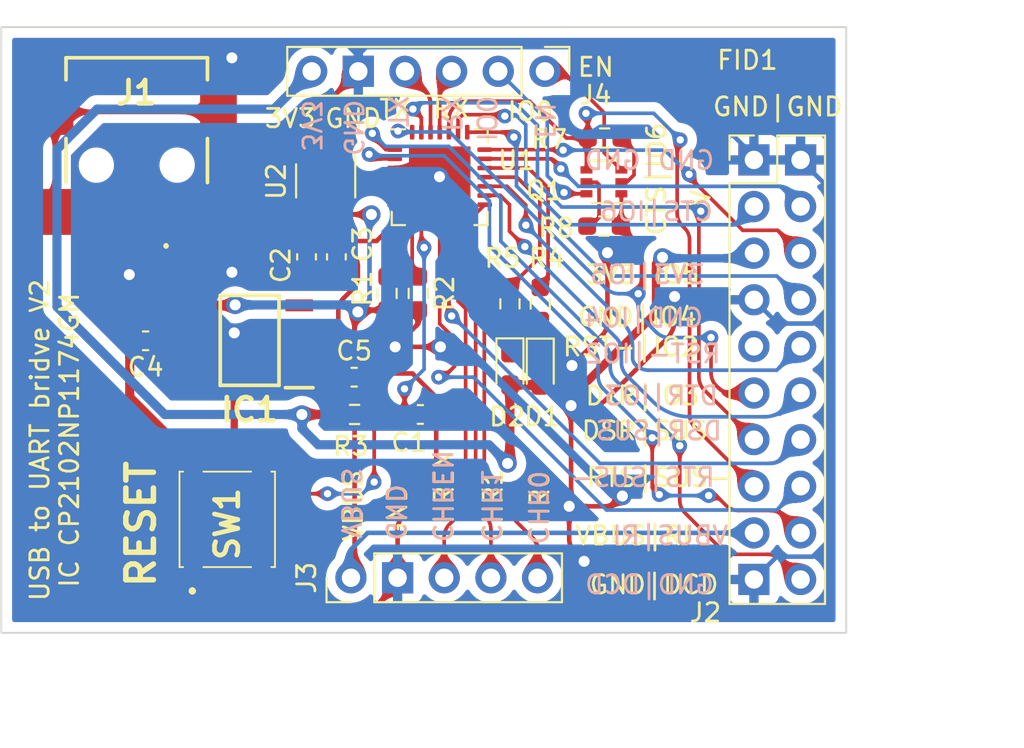
<source format=kicad_pcb>
(kicad_pcb (version 20211014) (generator pcbnew)
  (layers (0 "F.Cu" signal) (31 "B.Cu" signal) (34 "B.Paste" user) (35 "F.Paste" user) (36 "B.SilkS" user "B.Silkscreen") (37 "F.SilkS" user "F.Silkscreen") (38 "B.Mask" user) (39 "F.Mask" user) (44 "Edge.Cuts" user))
  (net 0 "")
  (net 1 "/SW1")
  (net 2 "GND")
  (net 3 "VBUS")
  (net 4 "Net-(D1-Pad1)")
  (net 5 "Net-(D2-Pad1)")
  (net 9 "/GPIO6")
  (net 10 "/GPIO5")
  (net 11 "/GPIO4")
  (net 12 "/~{RST}")
  (net 13 "/GPIO3")
  (net 14 "/DTR")
  (net 15 "/GPIO2")
  (net 16 "/DSR")
  (net 17 "/SUSPEND")
  (net 18 "/RTS")
  (net 19 "/~{SUSPEND}")
  (net 20 "/CTS")
  (net 21 "/RI")
  (net 22 "/DCD")
  (net 23 "/CHREN")
  (net 24 "/CHR0")
  (net 25 "/CHR1")
  (net 26 "/EN")
  (net 27 "/IO0")
  (net 28 "/RXD")
  (net 29 "/TXD")
  (net 30 "Net-(R1-Pad2)")
  (net 31 "Net-(R4-Pad2)")
  (net 32 "Net-(R5-Pad1)")
  (net 33 "D+")
  (net 34 "D-")
  (net 36 "+3V3")
  (net 39 "Net-(Q1-Pad2)")
  (net 40 "Net-(Q1-Pad5)")
  (footprint "Resistor_SMD:R_0603_1608Metric_Pad0.98x0.95mm_HandSolder" (layer "F.Cu") (at 107.3404 56.0832 90)
    (fp_text reference "R4")
    (fp_text value "1k")
  )
  (footprint "Resistor_SMD:R_0603_1608Metric_Pad0.98x0.95mm_HandSolder" (layer "F.Cu") (at 110.8456 47.0408 180)
    (fp_text reference "R7")
    (fp_text value "47.5k")
  )
  (footprint "Connector_PinHeader_2.54mm:PinHeader_1x06_P2.54mm_Vertical" (layer "F.Cu") (at 107.5944 43.4086 -90)
    (fp_text reference "J4")
    (fp_text value "Standard?")
  )
  (footprint "Capacitor_SMD:C_0603_1608Metric_Pad1.08x0.95mm_HandSolder" (layer "F.Cu") (at 97.2069 60.071)
    (fp_text reference "C5")
    (fp_text value "1u")
  )
  (footprint "Capacitor_SMD:C_0603_1608Metric_Pad1.08x0.95mm_HandSolder" (layer "F.Cu") (at 85.852 58.0898 180)
    (fp_text reference "C4")
    (fp_text value "1u")
  )
  (footprint "Package_TO_SOT_SMD:SOT-363_SC-70-6" (layer "F.Cu") (at 110.805 49.4284 180)
    (fp_text reference "Q1")
    (fp_text value "BC847BDW1")
  )
  (footprint "Resistor_SMD:R_0603_1608Metric_Pad0.98x0.95mm_HandSolder" (layer "F.Cu") (at 97.2312 62.103 180)
    (fp_text reference "R3")
    (fp_text value "1k")
  )
  (footprint "Connector_PinHeader_2.54mm:PinHeader_1x05_P2.54mm_Vertical" (layer "F.Cu") (at 97.033 71 90)
    (fp_text reference "J3")
    (fp_text value "Conn_01x05")
  )
  (footprint "LED_SMD:LED_0603_1608Metric_Pad1.05x0.95mm_HandSolder" (layer "F.Cu") (at 105.6894 59.6176 -90)
    (fp_text reference "D2")
    (fp_text value "LED_Small")
  )
  (footprint "Resistor_SMD:R_0603_1608Metric_Pad0.98x0.95mm_HandSolder" (layer "F.Cu") (at 110.805 51.8414)
    (fp_text reference "R8")
    (fp_text value "47.5k")
  )
  (footprint "Resistor_SMD:R_0603_1608Metric_Pad0.98x0.95mm_HandSolder" (layer "F.Cu") (at 98.9976 55.5071 90)
    (fp_text reference "R1")
    (fp_text value "22.1k")
  )
  (footprint "LED_SMD:LED_0603_1608Metric_Pad1.05x0.95mm_HandSolder" (layer "F.Cu") (at 107.3404 59.6297 -90)
    (fp_text reference "D1")
    (fp_text value "LED_Small")
  )
  (footprint "SamacSys_Parts:SOIC127P600X170-8N" (layer "F.Cu") (at 91.5162 58.0644 180)
    (fp_text reference "IC1")
    (fp_text value "AP2112M-3.3TRG1" hide)
  )
  (footprint "Resistor_SMD:R_0603_1608Metric_Pad0.98x0.95mm_HandSolder" (layer "F.Cu") (at 105.6894 56.0749 -90)
    (fp_text reference "R5")
    (fp_text value "1k")
  )
  (footprint "SamacSys_Parts:10033527N3112MLF" (layer "F.Cu") (at 85.3694 47.2694 180)
    (fp_text reference "J1")
    (fp_text value "10033527-N3112MLF" hide)
  )
  (footprint "Capacitor_SMD:C_0603_1608Metric_Pad1.08x0.95mm_HandSolder" (layer "F.Cu") (at 100.8126 62.103)
    (fp_text reference "C1")
    (fp_text value "1u")
  )
  (footprint "Capacitor_SMD:C_0603_1608Metric_Pad1.08x0.95mm_HandSolder" (layer "F.Cu") (at 94.615 53.5178 -90)
    (fp_text reference "C2")
    (fp_text value "4u7")
  )
  (footprint "Fiducial:Fiducial_0.75mm_Mask1.5mm" (layer "F.Cu") (at 121.412 42.799)
    (fp_text reference "FID1")
    (fp_text value "Fiducial")
  )
  (footprint "Connector_PinHeader_2.54mm:PinHeader_2x10_P2.54mm_Vertical" (layer "F.Cu") (at 118.9736 48.2346)
    (fp_text reference "J2")
    (fp_text value "Conn_02x10_Odd_Even")
  )
  (footprint "Resistor_SMD:R_0603_1608Metric_Pad0.98x0.95mm_HandSolder" (layer "F.Cu") (at 100.6994 55.509 -90)
    (fp_text reference "R2")
    (fp_text value "47.5k")
  )
  (footprint "Package_DFN_QFN:QFN-28-1EP_5x5mm_P0.5mm_EP3.35x3.35mm" (layer "F.Cu") (at 101.8656 49.1744)
    (fp_text reference "U1")
    (fp_text value "CP2102NP1174GM")
  )
  (footprint "Package_TO_SOT_SMD:SOT-23-5_HandSoldering" (layer "F.Cu") (at 95.6564 49.3776 -90)
    (fp_text reference "U2")
    (fp_text value "D1213A-02SM")
  )
  (footprint "SamacSys_Parts:PTS526SK15SMTR2LFS" (layer "F.Cu") (at 90.297 67.818 90)
    (fp_text reference "SW1")
    (fp_text value "PTS526_SK15_SMTR2_LFS" hide)
  )
  (footprint "Capacitor_SMD:C_0603_1608Metric_Pad1.08x0.95mm_HandSolder" (layer "F.Cu") (at 96.2406 53.5178 -90)
    (fp_text reference "C3")
    (fp_text value "0.1u")
  )
  (gr_rect (start 124 74) (end 78 41) (layer "Edge.Cuts") (width 0.1) (fill none))
  (gr_text "GND" (at 97.155 46.482 270) (layer "B.SilkS") (effects (font (size 1 1)) (justify mirror)))
  (gr_text "TX" (at 99.568 45.593 270) (layer "B.SilkS") (effects (font (size 1 1)) (justify mirror)))
  (gr_text "GND|GND" (at 113.284 48.26) (layer "B.SilkS") (effects (font (size 1 1)) (justify mirror)))
  (gr_text "VBUS" (at 97.028 66.929 -90) (layer "B.SilkS") (effects (font (size 1 1)) (justify mirror)))
  (gr_text "VBUS|RI" (at 114.427 68.707) (layer "B.SilkS") (effects (font (size 1 1)) (justify mirror)))
  (gr_text "DTR|IO3" (at 113.919 61.087) (layer "B.SilkS") (effects (font (size 1 1)) (justify mirror)))
  (gr_text "3V3|IO5" (at 113.157 54.483) (layer "B.SilkS") (effects (font (size 1 1)) (justify mirror)))
  (gr_text "GND|DCD" (at 113.284 71.374) (layer "B.SilkS") (effects (font (size 1 1)) (justify mirror)))
  (gr_text "3V3" (at 94.869 46.355 270) (layer "B.SilkS") (effects (font (size 1 1)) (justify mirror)))
  (gr_text "RST-|IO2" (at 113.466618 58.801) (layer "B.SilkS") (effects (font (size 1 1)) (justify mirror)))
  (gr_text "EN" (at 107.569 46.101 270) (layer "B.SilkS") (effects (font (size 1 1)) (justify mirror)))
  (gr_text "CTS|IO6" (at 113.665 51.054) (layer "B.SilkS") (effects (font (size 1 1)) (justify mirror)))
  (gr_text "IO0" (at 104.394 45.974 270) (layer "B.SilkS") (effects (font (size 1 1)) (justify mirror)))
  (gr_text "GND" (at 99.441 67.437 -90) (layer "B.SilkS") (effects (font (size 1 1)) (justify mirror)))
  (gr_text "DSR|SUS" (at 113.792 62.992) (layer "B.SilkS") (effects (font (size 1 1)) (justify mirror)))
  (gr_text "CHR0" (at 107.188 67.183 -90) (layer "B.SilkS") (effects (font (size 1 1)) (justify mirror)))
  (gr_text "GND|IO4" (at 112.958618 56.8452) (layer "B.SilkS") (effects (font (size 1 1)) (justify mirror)))
  (gr_text "CHR1" (at 104.648 67.056 -90) (layer "B.SilkS") (effects (font (size 1 1)) (justify mirror)))
  (gr_text "RX" (at 102.489 45.72 270) (layer "B.SilkS") (effects (font (size 1 1)) (justify mirror)))
  (gr_text "CHREN" (at 101.981 66.548 -90) (layer "B.SilkS") (effects (font (size 1 1)) (justify mirror)))
  (gr_text "RTS|SUS-" (at 112.903 65.532) (layer "B.SilkS") (effects (font (size 1 1)) (justify mirror)))
  (gr_text "IO0" (at 106.807 45.593) (layer "F.SilkS") (effects (font (size 1 1))))
  (gr_text "CTS|IO6" (at 113.665 49.276 90) (layer "F.SilkS") (effects (font (size 1 1))))
  (gr_text "CHREN" (at 102.108 66.548 90) (layer "F.SilkS") (effects (font (size 1 1))))
  (gr_text "DTR|IO3" (at 112.903 61.087) (layer "F.SilkS") (effects (font (size 1 1))))
  (gr_text "V" (at 116.078 50.292 90) (layer "F.SilkS") (effects (font (size 1 1))))
  (gr_text "VBUS|RI" (at 112.395 68.707) (layer "F.SilkS") (effects (font (size 1 1))))
  (gr_text "RST-|IO2" (at 112.268 58.42) (layer "F.SilkS") (effects (font (size 1 1))))
  (gr_text "GND" (at 97.155 45.974) (layer "F.SilkS") (effects (font (size 1 1))))
  (gr_text "CHR1" (at 104.775 67.056 90) (layer "F.SilkS") (effects (font (size 1 1))))
  (gr_text "VBUS" (at 97.155 67.056 90) (layer "F.SilkS") (effects (font (size 1 1))))
  (gr_text "CHR0" (at 107.315 67.183 90) (layer "F.SilkS") (effects (font (size 1 1))))
  (gr_text "GND|IO4" (at 112.6236 56.7944) (layer "F.SilkS") (effects (font (size 1 1))))
  (gr_text "USB to UART bridve V2\nIC CP2102NP1174GM" (at 80.899 63.5 90) (layer "F.SilkS") (effects (font (size 1 1))))
  (gr_text "GND|GND" (at 120.269 45.339) (layer "F.SilkS") (effects (font (size 1 1))))
  (gr_text "3V3|IO5" (at 112.903 54.483) (layer "F.SilkS") (effects (font (size 1 1))))
  (gr_text "3V3" (at 93.726 45.974) (layer "F.SilkS") (effects (font (size 1 1))))
  (gr_text "RESET" (at 85.598 68.072 90) (layer "F.SilkS") (effects (font (size 1.5 1.5) (thickness 0.3))))
  (gr_text "EN" (at 110.363 43.18) (layer "F.SilkS") (effects (font (size 1 1))))
  (gr_text "DSR|SUS" (at 113.03 62.992) (layer "F.SilkS") (effects (font (size 1 1))))
  (gr_text "RTS|SUS-" (at 113.792 65.532) (layer "F.SilkS") (effects (font (size 1 1))))
  (gr_text "GND" (at 99.568 67.437 90) (layer "F.SilkS") (effects (font (size 1 1))))
  (gr_text "GND|DCD" (at 113.538 71.374) (layer "F.SilkS") (effects (font (size 1 1))))
  (gr_text "TX" (at 99.441 45.466) (layer "F.SilkS") (effects (font (size 1 1))))
  (gr_text "RX" (at 102.489 45.466) (layer "F.SilkS") (effects (font (size 1 1))))
  (segment (start 100.8656 51.6244) (end 100.8656 52.8603) (width 0.2) (layer "F.Cu") (net 1))
  (segment (start 99.9501 60.7071) (end 99.949 60.706) (width 0.2) (layer "F.Cu") (net 1))
  (segment (start 98.298 62.2573) (end 98.1437 62.103) (width 0.2) (layer "F.Cu") (net 1))
  (segment (start 99.9501 62.103) (end 99.9501 60.7071) (width 0.2) (layer "F.Cu") (net 1))
  (segment (start 88.447 70.818) (end 88.447 64.818) (width 0.2) (layer "F.Cu") (net 1))
  (segment (start 100.8656 52.8603) (end 101.0151 53.0098) (width 0.2) (layer "F.Cu") (net 1))
  (segment (start 90.464214 66.421) (end 95.758 66.421) (width 0.2) (layer "F.Cu") (net 1))
  (segment (start 88.447 64.818) (end 89.757107 66.128107) (width 0.2) (layer "F.Cu") (net 1))
  (segment (start 98.1437 62.103) (end 99.9501 62.103) (width 0.2) (layer "F.Cu") (net 1))
  (segment (start 98.298 65.786) (end 98.298 62.2573) (width 0.2) (layer "F.Cu") (net 1))
  (via (at 95.758 66.421) (size 0.8) (drill 0.4) (layers "F.Cu" "B.Cu") (net 1))
  (via (at 98.298 65.786) (size 0.8) (drill 0.4) (layers "F.Cu" "B.Cu") (net 1))
  (via (at 99.949 60.706) (size 0.8) (drill 0.4) (layers "F.Cu" "B.Cu") (net 1))
  (via (at 101.0151 53.0098) (size 0.8) (drill 0.4) (layers "F.Cu" "B.Cu") (net 1))
  (arc (start 90.464214 66.421) (mid 90.081531 66.34488) (end 89.757107 66.128107) (width 0.2) (layer "F.Cu") (net 1))
  (segment (start 95.758 66.421) (end 97.663 66.421) (width 0.2) (layer "B.Cu") (net 1))
  (segment (start 97.663 66.421) (end 98.298 65.786) (width 0.2) (layer "B.Cu") (net 1))
  (segment (start 99.949 60.706) (end 101.0151 59.6399) (width 0.2) (layer "B.Cu") (net 1))
  (segment (start 101.0151 59.6399) (end 101.0151 53.0098) (width 0.2) (layer "B.Cu") (net 1))
  (segment (start 80.9194 45.6194) (end 80.9194 51.0694) (width 0.25) (layer "F.Cu") (net 2))
  (segment (start 89.0448 57.658) (end 88.8162 57.4294) (width 0.25) (layer "F.Cu") (net 2))
  (segment (start 99.573 71.369) (end 99.573 71) (width 0.25) (layer "F.Cu") (net 2))
  (segment (start 93.505214 72.898) (end 97.629786 72.898) (width 0.25) (layer "F.Cu") (net 2))
  (segment (start 89.8194 45.6194) (end 80.9194 45.6194) (width 0.25) (layer "F.Cu") (net 2))
  (segment (start 88.8162 58.453) (end 88.8162 58.6994) (width 0.5) (layer "F.Cu") (net 2))
  (segment (start 109.0168 67.0052) (end 108.9152 67.1068) (width 0.25) (layer "F.Cu") (net 2))
  (segment (start 99.4156 48.6744) (end 101.3656 48.6744) (width 0.25) (layer "F.Cu") (net 2))
  (segment (start 100.3808 59.8678) (end 101.6751 61.1621) (width 0.25) (layer "F.Cu") (net 2))
  (segment (start 114.6556 56.91688) (end 114.6556 55.6768) (width 0.25) (layer "F.Cu") (net 2))
  (segment (start 90.678 63.349) (end 90.678 57.658) (width 0.4) (layer "F.Cu") (net 2))
  (segment (start 83.744 56.8443) (end 84.9895 58.0898) (width 0.5) (layer "F.Cu") (net 2))
  (segment (start 101.6751 61.1621) (end 101.6751 62.103) (width 0.25) (layer "F.Cu") (net 2))
  (segment (start 90.551 54.356) (end 94.5907 54.356) (width 0.25) (layer "F.Cu") (net 2))
  (segment (start 89.8576 57.658) (end 89.6112 57.658) (width 0.5) (layer "F.Cu") (net 2))
  (segment (start 87.1742 63.349) (end 90.678 63.349) (width 0.5) (layer "F.Cu") (net 2))
  (segment (start 92.147 64.818) (end 90.678 63.349) (width 0.4) (layer "F.Cu") (net 2))
  (segment (start 109.0168 61.6204) (end 110.177386 61.6204) (width 0.25) (layer "F.Cu") (net 2))
  (segment (start 98.336893 72.605107) (end 99.573 71.369) (width 0.25) (layer "F.Cu") (net 2))
  (segment (start 111.544893 66.813907) (end 111.8108 66.548) (width 0.25) (layer "F.Cu") (net 2))
  (segment (start 100.6994 57.1616) (end 100.6994 56.4215) (width 0.25) (layer "F.Cu") (net 2))
  (segment (start 108.9152 67.1068) (end 110.837786 67.1068) (width 0.25) (layer "F.Cu") (net 2))
  (segment (start 99.441 58.42) (end 100.6994 57.1616) (width 0.25) (layer "F.Cu") (net 2))
  (segment (start 90.551 54.356) (end 89.8194 53.6244) (width 0.25) (layer "F.Cu") (net 2))
  (segment (start 83.7694 53.2386) (end 83.7694 51.1944) (width 0.5) (layer "F.Cu") (net 2))
  (segment (start 90.678 57.658) (end 89.8576 57.658) (width 0.25) (layer "F.Cu") (net 2))
  (segment (start 109.0676 59.436) (end 110.705107 57.798493) (width 0.25) (layer "F.Cu") (net 2))
  (segment (start 92.439893 72.246893) (end 92.798107 72.605107) (width 0.25) (layer "F.Cu") (net 2))
  (segment (start 99.441 58.42) (end 99.441 58.6994) (width 0.25) (layer "F.Cu") (net 2))
  (segment (start 109.728 70.104) (end 109.208093 69.584093) (width 0.25) (layer "F.Cu") (net 2))
  (segment (start 101.382207 66.130793) (end 99.865893 67.647107) (width 0.25) (layer "F.Cu") (net 2))
  (segment (start 84.963 54.483) (end 84.963 54.4322) (width 0.25) (layer "F.Cu") (net 2))
  (segment (start 83.744 51.2198) (end 83.744 56.8443) (width 0.5) (layer "F.Cu") (net 2))
  (segment (start 89.8194 43.683) (end 89.8194 45.6194) (width 0.25) (layer "F.Cu") (net 2))
  (segment (start 110.884493 61.327507) (end 114.203391 58.008609) (width 0.25) (layer "F.Cu") (net 2))
  (segment (start 80.9194 51.0694) (end 83.6444 51.0694) (width 0.25) (layer "F.Cu") (net 2))
  (segment (start 89.8194 53.6244) (end 89.8194 51.0694) (width 0.25) (layer "F.Cu") (net 2))
  (segment (start 95.6564 48.0276) (end 95.6564 45.600814) (width 0.25) (layer "F.Cu") (net 2))
  (segment (start 84.963 54.4322) (end 83.7694 53.2386) (width 0.5) (layer "F.Cu") (net 2))
  (segment (start 92.147 70.818) (end 92.147 71.539786) (width 0.25) (layer "F.Cu") (net 2))
  (segment (start 90.678 57.658) (end 89.0448 57.658) (width 0.5) (layer "F.Cu") (net 2))
  (segment (start 83.7694 51.1944) (end 83.744 51.2198) (width 0.25) (layer "F.Cu") (net 2))
  (segment (start 99.441 58.42) (end 101.9048 58.42) (width 0.25) (layer "F.Cu") (net 2))
  (segment (start 99.573 68.354214) (end 99.573 71) (width 0.25) (layer "F.Cu") (net 2))
  (segment (start 98.0694 60.071) (end 98.2726 59.8678) (width 0.25) (layer "F.Cu") (net 2))
  (segment (start 98.2726 59.8678) (end 100.3808 59.8678) (width 0.25) (layer "F.Cu") (net 2))
  (segment (start 89.6112 57.658) (end 88.8162 58.453) (width 0.5) (layer "F.Cu") (net 2))
  (segment (start 84.9895 58.0898) (end 84.9884 58.0909) (width 0.5) (layer "F.Cu") (net 2))
  (segment (start 88.8162 57.4294) (end 88.8162 58.6994) (width 0.5) (layer "F.Cu") (net 2))
  (segment (start 83.6444 51.0694) (end 83.7694 51.1944) (width 0.25) (layer "F.Cu") (net 2))
  (segment (start 110.998 57.091386) (end 110.998 53.2892) (width 0.25) (layer "F.Cu") (net 2))
  (segment (start 84.9884 58.0909) (end 84.9884 61.1632) (width 0.5) (layer "F.Cu") (net 2))
  (segment (start 89.8194 43.4036) (end 90.551 42.672) (width 0.25) (layer "F.Cu") (net 2))
  (segment (start 109.0168 61.6204) (end 109.0168 67.0052) (width 0.25) (layer "F.Cu") (net 2))
  (segment (start 89.8194 43.683) (end 89.8194 43.4036) (width 0.25) (layer "F.Cu") (net 2))
  (segment (start 94.5907 54.356) (end 94.615 54.3803) (width 0.25) (layer "F.Cu") (net 2))
  (segment (start 95.949293 44.893707) (end 97.4344 43.4086) (width 0.25) (layer "F.Cu") (net 2))
  (segment (start 84.9884 61.1632) (end 87.1742 63.349) (width 0.5) (layer "F.Cu") (net 2))
  (segment (start 94.615 54.3803) (end 96.2406 54.3803) (width 0.25) (layer "F.Cu") (net 2))
  (segment (start 108.9152 68.876986) (end 108.9152 67.1068) (width 0.25) (layer "F.Cu") (net 2))
  (segment (start 99.441 58.6994) (end 98.0694 60.071) (width 0.25) (layer "F.Cu") (net 2))
  (segment (start 101.6751 62.103) (end 101.6751 65.423686) (width 0.25) (layer "F.Cu") (net 2))
  (via (at 111.8108 66.548) (size 1) (drill 0.6) (layers "F.Cu" "B.Cu") (net 2))
  (via (at 90.551 54.356) (size 1) (drill 0.6) (layers "F.Cu" "B.Cu") (net 2))
  (via (at 110.998 53.2892) (size 1) (drill 0.6) (layers "F.Cu" "B.Cu") (net 2))
  (via (at 109.0168 61.6204) (size 1) (drill 0.6) (layers "F.Cu" "B.Cu") (net 2))
  (via (at 101.9048 58.42) (size 1) (drill 0.6) (layers "F.Cu" "B.Cu") (net 2))
  (via (at 108.9152 67.1068) (size 1) (drill 0.6) (layers "F.Cu" "B.Cu") (net 2))
  (via (at 84.963 54.483) (size 1) (drill 0.6) (layers "F.Cu" "B.Cu") (net 2))
  (via (at 109.0676 59.436) (size 1) (drill 0.6) (layers "F.Cu" "B.Cu") (net 2))
  (via (at 99.441 58.42) (size 1) (drill 0.6) (layers "F.Cu" "B.Cu") (net 2))
  (via (at 114.6556 55.6768) (size 1) (drill 0.6) (layers "F.Cu" "B.Cu") (net 2))
  (via (at 109.728 70.104) (size 1) (drill 0.6) (layers "F.Cu" "B.Cu") (net 2))
  (via (at 101.854 49.149) (size 1) (drill 0.6) (layers "F.Cu" "B.Cu") (net 2))
  (via (at 90.678 57.658) (size 1) (drill 0.6) (layers "F.Cu" "B.Cu") (net 2))
  (via (at 90.551 42.672) (size 1) (drill 0.6) (layers "F.Cu" "B.Cu") (net 2))
  (arc (start 109.208093 69.584093) (mid 108.99132 69.25967) (end 108.9152 68.876986) (width 0.25) (layer "F.Cu") (net 2))
  (arc (start 114.203391 58.008609) (mid 114.538075 57.507719) (end 114.6556 56.91688) (width 0.25) (layer "F.Cu") (net 2))
  (arc (start 111.544893 66.813907) (mid 111.22047 67.03068) (end 110.837786 67.1068) (width 0.25) (layer "F.Cu") (net 2))
  (arc (start 92.439893 72.246893) (mid 92.22312 71.92247) (end 92.147 71.539786) (width 0.25) (layer "F.Cu") (net 2))
  (arc (start 110.705107 57.798493) (mid 110.92188 57.47407) (end 110.998 57.091386) (width 0.25) (layer "F.Cu") (net 2))
  (arc (start 95.949293 44.893707) (mid 95.73252 45.21813) (end 95.6564 45.600814) (width 0.25) (layer "F.Cu") (net 2))
  (arc (start 97.629786 72.898) (mid 98.012469 72.82188) (end 98.336893 72.605107) (width 0.25) (layer "F.Cu") (net 2))
  (arc (start 101.382207 66.130793) (mid 101.59898 65.80637) (end 101.6751 65.423686) (width 0.25) (layer "F.Cu") (net 2))
  (arc (start 110.177386 61.6204) (mid 110.56007 61.54428) (end 110.884493 61.327507) (width 0.25) (layer "F.Cu") (net 2))
  (arc (start 99.865893 67.647107) (mid 99.64912 67.97153) (end 99.573 68.354214) (width 0.25) (layer "F.Cu") (net 2))
  (arc (start 93.505214 72.898) (mid 93.122531 72.82188) (end 92.798107 72.605107) (width 0.25) (layer "F.Cu") (net 2))
  (segment (start 111.506 66.548) (end 111.8108 66.548) (width 0.25) (layer "B.Cu") (net 2))
  (segment (start 114.6556 55.6768) (end 114.8334 55.8546) (width 0.25) (layer "B.Cu") (net 2))
  (segment (start 90.678 57.658) (end 86.614 57.658) (width 0.5) (layer "B.Cu") (net 2))
  (segment (start 89.2556 56.2356) (end 90.551 57.531) (width 0.5) (layer "B.Cu") (net 2))
  (segment (start 95.5548 50.4952) (end 95.5548 52.2732) (width 0.25) (layer "B.Cu") (net 2))
  (segment (start 109.0168 59.4868) (end 109.0676 59.436) (width 0.25) (layer "B.Cu") (net 2))
  (segment (start 90.551 42.672) (end 91.313 41.91) (width 0.25) (layer "B.Cu") (net 2))
  (segment (start 90.551 54.356) (end 89.2556 55.6514) (width 0.5) (layer "B.Cu") (net 2))
  (segment (start 93.472 54.356) (end 90.551 54.356) (width 0.25) (layer "B.Cu") (net 2))
  (segment (start 91.313 41.91) (end 96.774 41.91) (width 0.25) (layer "B.Cu") (net 2))
  (segment (start 84.963 56.007) (end 84.963 54.483) (width 0.5) (layer "B.Cu") (net 2))
  (segment (start 90.424 54.483) (end 84.963 54.483) (width 0.5) (layer "B.Cu") (net 2))
  (segment (start 91.44 58.42) (end 99.441 58.42) (width 0.5) (layer "B.Cu") (net 2))
  (segment (start 110.7186 71.0946) (end 109.728 70.104) (width 0.25) (layer "B.Cu") (net 2))
  (segment (start 91.3384 58.3184) (end 91.44 58.42) (width 0.5) (layer "B.Cu") (net 2))
  (segment (start 118.9736 48.2346) (end 121.5136 48.2346) (width 0.25) (layer "B.Cu") (net 2))
  (segment (start 120.269 57.15) (end 122.174 57.15) (width 0.25) (layer "B.Cu") (net 2))
  (segment (start 123.0122 69.0118) (end 123.0122 55.372) (width 0.25) (layer "B.Cu") (net 2))
  (segment (start 109.0168 61.6204) (end 109.0168 59.4868) (width 0.25) (layer "B.Cu") (net 2))
  (segment (start 97.4344 42.5704) (end 97.4344 43.4086) (width 0.25) (layer "B.Cu") (net 2))
  (segment (start 97.4344 43.4086) (end 97.4344 42.5196) (width 0.25) (layer "B.Cu") (net 2))
  (segment (start 123.0122 49.7332) (end 121.5136 48.2346) (width 0.25) (layer "B.Cu") (net 2))
  (segment (start 90.551 54.356) (end 90.424 54.483) (width 0.25) (layer "B.Cu") (net 2))
  (segment (start 97.4344 42.5196) (end 97.8662 42.0878) (width 0.25) (layer "B.Cu") (net 2))
  (segment (start 90.551 52.8574) (end 97.4344 45.974) (width 0.25) (layer "B.Cu") (net 2))
  (segment (start 120.2182 69.85) (end 122.174 69.85) (width 0.25) (layer "B.Cu") (net 2))
  (segment (start 118.9736 71.0946) (end 110.7186 71.0946) (width 0.25) (layer "B.Cu") (net 2))
  (segment (start 89.2556 55.6514) (end 89.2556 56.2356) (width 0.5) (layer "B.Cu") (net 2))
  (segment (start 90.551 54.356) (end 90.551 52.8574) (width 0.25) (layer "B.Cu") (net 2))
  (segment (start 97.8662 42.0878) (end 113.03 42.0878) (width 0.25) (layer "B.Cu") (net 2))
  (segment (start 96.901 49.149) (end 95.5548 50.4952) (width 0.25) (layer "B.Cu") (net 2))
  (segment (start 118.9736 55.8546) (end 120.269 57.15) (width 0.25) (layer "B.Cu") (net 2))
  (segment (start 123.0122 56.3118) (end 123.0122 49.7332) (width 0.25) (layer "B.Cu") (net 2))
  (segment (start 95.5548 52.2732) (end 93.472 54.356) (width 0.25) (layer "B.Cu") (net 2))
  (segment (start 118.9736 48.0314) (end 118.9736 48.2346) (width 0.25) (layer "B.Cu") (net 2))
  (segment (start 86.614 57.658) (end 84.963 56.007) (width 0.5) (layer "B.Cu") (net 2))
  (segment (start 122.174 57.15) (end 123.0122 56.3118) (width 0.25) (layer "B.Cu") (net 2))
  (segment (start 96.774 41.91) (end 97.4344 42.5704) (width 0.25) (layer "B.Cu") (net 2))
  (segment (start 90.551 57.531) (end 90.678 57.658) (width 0.25) (layer "B.Cu") (net 2))
  (segment (start 103.378 58.42) (end 111.506 66.548) (width 0.25) (layer "B.Cu") (net 2))
  (segment (start 122.174 69.85) (end 123.0122 69.0118) (width 0.25) (layer "B.Cu") (net 2))
  (segment (start 101.854 49.149) (end 101.854 52.2224) (width 0.25) (layer "B.Cu") (net 2))
  (segment (start 101.9048 58.42) (end 103.378 58.42) (width 0.25) (layer "B.Cu") (net 2))
  (segment (start 114.8334 55.8546) (end 118.9736 55.8546) (width 0.25) (layer "B.Cu") (net 2))
  (segment (start 113.03 42.0878) (end 118.9736 48.0314) (width 0.25) (layer "B.Cu") (net 2))
  (segment (start 101.854 52.2224) (end 109.0676 59.436) (width 0.25) (layer "B.Cu") (net 2))
  (segment (start 97.4344 45.974) (end 97.4344 43.4086) (width 0.25) (layer "B.Cu") (net 2))
  (segment (start 118.9736 71.0946) (end 120.2182 69.85) (width 0.25) (layer "B.Cu") (net 2))
  (segment (start 101.854 49.149) (end 96.901 49.149) (width 0.25) (layer "B.Cu") (net 2))
  (segment (start 90.678 57.658) (end 91.3384 58.3184) (width 0.5) (layer "B.Cu") (net 2))
  (segment (start 86.7145 58.221722) (end 86.7145 58.0898) (width 0.25) (layer "F.Cu") (net 3))
  (segment (start 87.3506 56.1594) (end 88.3912 56.1594) (width 0.5) (layer "F.Cu") (net 3))
  (segment (start 97.409 56.515) (end 97.5044 56.4196) (width 0.25) (layer "F.Cu") (net 3))
  (segment (start 96.6064 51.1912) (end 96.6064 50.7276) (width 0.25) (layer "F.Cu") (net 3))
  (segment (start 96.6216 51.2064) (end 96.6064 51.1912) (width 0.25) (layer "F.Cu") (net 3))
  (segment (start 88.462178 59.9694) (end 87.6554 59.9694) (width 0.5) (layer "F.Cu") (net 3))
  (segment (start 97.2312 56.6928) (end 97.2312 70.8018) (width 0.25) (layer "F.Cu") (net 3))
  (segment (start 86.868 56.642) (end 87.3506 56.1594) (width 0.5) (layer "F.Cu") (net 3))
  (segment (start 86.7145 59.0285) (end 86.7145 58.221722) (width 0.5) (layer "F.Cu") (net 3))
  (segment (start 86.7145 57.8361) (end 86.868 57.6826) (width 0.5) (layer "F.Cu") (net 3))
  (segment (start 86.7145 58.0898) (end 86.7145 57.8361) (width 0.25) (layer "F.Cu") (net 3))
  (segment (start 97.5044 56.4196) (end 98.9976 56.4196) (width 0.25) (layer "F.Cu") (net 3))
  (segment (start 88.3912 56.1594) (end 88.8162 56.1594) (width 0.25) (layer "F.Cu") (net 3))
  (segment (start 88.8162 59.9694) (end 88.462178 59.9694) (width 0.25) (layer "F.Cu") (net 3))
  (segment (start 97.2312 70.8018) (end 97.033 71) (width 0.25) (layer "F.Cu") (net 3))
  (segment (start 86.868 57.6826) (end 86.868 56.642) (width 0.5) (layer "F.Cu") (net 3))
  (segment (start 86.7145 58.0898) (end 86.944 57.8603) (width 0.25) (layer "F.Cu") (net 3))
  (segment (start 98.1456 51.2064) (end 96.6216 51.2064) (width 0.25) (layer "F.Cu") (net 3))
  (segment (start 86.944 51.2198) (end 86.9694 51.1944) (width 0.25) (layer "F.Cu") (net 3))
  (segment (start 90.7034 56.1594) (end 90.7288 56.134) (width 0.25) (layer "F.Cu") (net 3))
  (segment (start 88.8162 56.1594) (end 90.7034 56.1594) (width 0.5) (layer "F.Cu") (net 3))
  (segment (start 86.944 57.8603) (end 86.944 51.2198) (width 0.5) (layer "F.Cu") (net 3))
  (segment (start 87.6554 59.9694) (end 86.7145 59.0285) (width 0.5) (layer "F.Cu") (net 3))
  (via (at 97.409 56.515) (size 1) (drill 0.6) (layers "F.Cu" "B.Cu") (net 3))
  (via (at 98.1456 51.2064) (size 1) (drill 0.6) (layers "F.Cu" "B.Cu") (net 3))
  (via (at 90.7288 56.134) (size 1) (drill 0.6) (layers "F.Cu" "B.Cu") (net 3))
  (segment (start 98.044 55.88) (end 97.409 56.515) (width 0.25) (layer "B.Cu") (net 3))
  (segment (start 97.028 56.134) (end 97.409 56.515) (width 0.5) (layer "B.Cu") (net 3))
  (segment (start 98.044 51.308) (end 98.044 55.88) (width 0.25) (layer "B.Cu") (net 3))
  (segment (start 90.7288 56.134) (end 97.028 56.134) (width 0.5) (layer "B.Cu") (net 3))
  (segment (start 97.033 69.464) (end 97.033 71) (width 0.25) (layer "B.Cu") (net 3))
  (segment (start 97.9424 68.5546) (end 97.033 69.464) (width 0.25) (layer "B.Cu") (net 3))
  (segment (start 118.9736 68.5546) (end 97.9424 68.5546) (width 0.25) (layer "B.Cu") (net 3))
  (segment (start 98.1456 51.2064) (end 98.044 51.308) (width 0.25) (layer "B.Cu") (net 3))
  (segment (start 107.3404 56.9957) (end 107.3404 58.7547) (width 0.2) (layer "F.Cu") (net 4))
  (segment (start 105.6894 56.9874) (end 105.6894 58.7426) (width 0.2) (layer "F.Cu") (net 5))
  (segment (start 107.9152 48.1744) (end 104.3156 48.1744) (width 0.2) (layer "F.Cu") (net 9))
  (segment (start 108.458 48.7172) (end 107.9152 48.1744) (width 0.2) (layer "F.Cu") (net 9))
  (via (at 108.458 48.7172) (size 0.8) (drill 0.4) (layers "F.Cu" "B.Cu") (net 9))
  (segment (start 109.415889 49.675089) (end 120.414089 49.675089) (width 0.2) (layer "B.Cu") (net 9))
  (segment (start 120.414089 49.675089) (end 121.5136 50.7746) (width 0.2) (layer "B.Cu") (net 9))
  (segment (start 108.458 48.7172) (end 109.415889 49.675089) (width 0.2) (layer "B.Cu") (net 9))
  (segment (start 108.585 47.7012) (end 108.5582 47.6744) (width 0.2) (layer "F.Cu") (net 10))
  (segment (start 108.5582 47.6744) (end 104.3156 47.6744) (width 0.2) (layer "F.Cu") (net 10))
  (segment (start 120.269 52.07) (end 121.5136 53.3146) (width 0.2) (layer "F.Cu") (net 10))
  (segment (start 115.443 49.022) (end 115.443 49.149) (width 0.2) (layer "F.Cu") (net 10))
  (segment (start 115.443 49.149) (end 118.364 52.07) (width 0.2) (layer "F.Cu") (net 10))
  (segment (start 118.364 52.07) (end 120.269 52.07) (width 0.2) (layer "F.Cu") (net 10))
  (via (at 108.585 47.7012) (size 0.8) (drill 0.4) (layers "F.Cu" "B.Cu") (net 10))
  (via (at 115.443 49.022) (size 0.8) (drill 0.4) (layers "F.Cu" "B.Cu") (net 10))
  (segment (start 108.585 47.7012) (end 114.1222 47.7012) (width 0.2) (layer "B.Cu") (net 10))
  (segment (start 114.1222 47.7012) (end 115.443 49.022) (width 0.2) (layer "B.Cu") (net 10))
  (segment (start 105.9035 46.99) (end 105.6379 46.7244) (width 0.2) (layer "F.Cu") (net 11))
  (segment (start 105.6379 46.7244) (end 103.3656 46.7244) (width 0.2) (layer "F.Cu") (net 11))
  (via (at 105.9035 46.99) (size 0.8) (drill 0.4) (layers "F.Cu" "B.Cu") (net 11))
  (segment (start 111.361414 54.5592) (end 120.2182 54.5592) (width 0.2) (layer "B.Cu") (net 11))
  (segment (start 105.918 47.0045) (end 106.045 47.0045) (width 0.2) (layer "B.Cu") (net 11))
  (segment (start 105.9035 46.99) (end 105.918 47.0045) (width 0.2) (layer "B.Cu") (net 11))
  (segment (start 120.2182 54.5592) (end 121.5136 55.8546) (width 0.2) (layer "B.Cu") (net 11))
  (segment (start 106.045 47.0045) (end 106.045 49.657) (width 0.2) (layer "B.Cu") (net 11))
  (segment (start 106.045 49.657) (end 110.654307 54.266307) (width 0.2) (layer "B.Cu") (net 11))
  (arc (start 111.361414 54.5592) (mid 110.978731 54.48308) (end 110.654307 54.266307) (width 0.2) (layer "B.Cu") (net 11))
  (segment (start 104.3156 50.1744) (end 104.325 50.165) (width 0.2) (layer "F.Cu") (net 13))
  (segment (start 105.664 52.1208) (end 106.5022 52.959) (width 0.2) (layer "F.Cu") (net 13))
  (segment (start 105.664 50.673) (end 105.664 52.1208) (width 0.2) (layer "F.Cu") (net 13))
  (segment (start 104.325 50.165) (end 105.156 50.165) (width 0.2) (layer "F.Cu") (net 13))
  (segment (start 105.156 50.165) (end 105.664 50.673) (width 0.2) (layer "F.Cu") (net 13))
  (via (at 106.5022 52.959) (size 0.8) (drill 0.4) (layers "F.Cu" "B.Cu") (net 13))
  (segment (start 115.514047 62.23) (end 119.543264 62.23) (width 0.2) (layer "B.Cu") (net 13))
  (segment (start 112.052893 59.982893) (end 113.441539 61.371539) (width 0.2) (layer "B.Cu") (net 13))
  (segment (start 111.76 58.631014) (end 111.76 59.275786) (width 0.2) (layer "B.Cu") (net 13))
  (segment (start 120.695452 61.752748) (end 121.5136 60.9346) (width 0.2) (layer "B.Cu") (net 13))
  (segment (start 106.5022 52.959) (end 111.467107 57.923907) (width 0.2) (layer "B.Cu") (net 13))
  (arc (start 115.514047 62.23) (mid 114.392414 62.006893) (end 113.441539 61.371539) (width 0.2) (layer "B.Cu") (net 13))
  (arc (start 111.76 58.631014) (mid 111.68388 58.248331) (end 111.467107 57.923907) (width 0.2) (layer "B.Cu") (net 13))
  (arc (start 112.052893 59.982893) (mid 111.83612 59.65847) (end 111.76 59.275786) (width 0.2) (layer "B.Cu") (net 13))
  (arc (start 119.543264 62.23) (mid 120.166824 62.105966) (end 120.695452 61.752748) (width 0.2) (layer "B.Cu") (net 13))
  (segment (start 112.559307 52.683207) (end 111.7175 51.8414) (width 0.2) (layer "F.Cu") (net 14))
  (segment (start 99.658 46.7244) (end 99.5934 46.6598) (width 0.2) (layer "F.Cu") (net 14))
  (segment (start 112.8522 55.3466) (end 112.8522 53.390314) (width 0.2) (layer "F.Cu") (net 14))
  (segment (start 100.3656 46.7244) (end 99.658 46.7244) (width 0.2) (layer "F.Cu") (net 14))
  (segment (start 112.6744 55.5244) (end 112.8522 55.3466) (width 0.2) (layer "F.Cu") (net 14))
  (segment (start 117.736814 60.9346) (end 118.9736 60.9346) (width 0.2) (layer "F.Cu") (net 14))
  (segment (start 116.6368 57.912) (end 116.6368 59.834586) (width 0.2) (layer "F.Cu") (net 14))
  (segment (start 116.929693 60.541693) (end 117.029707 60.641707) (width 0.2) (layer "F.Cu") (net 14))
  (segment (start 111.755 50.0784) (end 111.755 51.8039) (width 0.2) (layer "F.Cu") (net 14))
  (via (at 112.6744 55.5244) (size 0.8) (drill 0.4) (layers "F.Cu" "B.Cu") (net 14))
  (via (at 116.6368 57.912) (size 0.8) (drill 0.4) (layers "F.Cu" "B.Cu") (net 14))
  (via (at 99.5934 46.6598) (size 0.8) (drill 0.4) (layers "F.Cu" "B.Cu") (net 14))
  (arc (start 112.8522 53.390314) (mid 112.77608 53.007631) (end 112.559307 52.683207) (width 0.2) (layer "F.Cu") (net 14))
  (arc (start 117.029707 60.641707) (mid 117.35413 60.85848) (end 117.736814 60.9346) (width 0.2) (layer "F.Cu") (net 14))
  (arc (start 116.929693 60.541693) (mid 116.71292 60.21727) (end 116.6368 59.834586) (width 0.2) (layer "F.Cu") (net 14))
  (segment (start 112.967293 56.934893) (end 113.651507 57.619107) (width 0.2) (layer "B.Cu") (net 14))
  (segment (start 102.4001 46.7106) (end 99.6442 46.7106) (width 0.2) (layer "B.Cu") (net 14))
  (segment (start 112.6744 55.5244) (end 111.628114 55.5244) (width 0.2) (layer "B.Cu") (net 14))
  (segment (start 114.358614 57.912) (end 116.6368 57.912) (width 0.2) (layer "B.Cu") (net 14))
  (segment (start 112.6744 55.5244) (end 112.6744 56.227786) (width 0.2) (layer "B.Cu") (net 14))
  (segment (start 99.6442 46.7106) (end 99.5934 46.6598) (width 0.2) (layer "B.Cu") (net 14))
  (segment (start 110.921007 55.231507) (end 102.4001 46.7106) (width 0.2) (layer "B.Cu") (net 14))
  (arc (start 113.651507 57.619107) (mid 113.97593 57.83588) (end 114.358614 57.912) (width 0.2) (layer "B.Cu") (net 14))
  (arc (start 111.628114 55.5244) (mid 111.245431 55.44828) (end 110.921007 55.231507) (width 0.2) (layer "B.Cu") (net 14))
  (arc (start 112.967293 56.934893) (mid 112.75052 56.61047) (end 112.6744 56.227786) (width 0.2) (layer "B.Cu") (net 14))
  (segment (start 105.529 49.6744) (end 105.7402 49.8856) (width 0.2) (layer "F.Cu") (net 15))
  (segment (start 105.7402 49.8856) (end 106.553 50.6984) (width 0.2) (layer "F.Cu") (net 15))
  (segment (start 106.553 50.6984) (end 106.553 51.7906) (width 0.2) (layer "F.Cu") (net 15))
  (segment (start 104.3156 49.6744) (end 105.529 49.6744) (width 0.2) (layer "F.Cu") (net 15))
  (via (at 106.553 51.7906) (size 0.8) (drill 0.4) (layers "F.Cu" "B.Cu") (net 15))
  (segment (start 120.2182 59.69) (end 121.5136 58.3946) (width 0.2) (layer "B.Cu") (net 15))
  (segment (start 113.241014 59.69) (end 120.2182 59.69) (width 0.2) (layer "B.Cu") (net 15))
  (segment (start 112.3696 58.473413) (end 112.3696 59.022948) (width 0.2) (layer "B.Cu") (net 15))
  (segment (start 106.553 51.7906) (end 111.757096 56.994696) (width 0.2) (layer "B.Cu") (net 15))
  (segment (start 112.517997 59.381197) (end 112.533907 59.397107) (width 0.2) (layer "B.Cu") (net 15))
  (arc (start 113.241014 59.69) (mid 112.858331 59.61388) (end 112.533907 59.397107) (width 0.2) (layer "B.Cu") (net 15))
  (arc (start 112.3696 58.473413) (mid 112.210415 57.673137) (end 111.757096 56.994696) (width 0.2) (layer "B.Cu") (net 15))
  (arc (start 112.3696 59.022948) (mid 112.408165 59.216827) (end 112.517997 59.381197) (width 0.2) (layer "B.Cu") (net 15))
  (segment (start 116.269293 60.770293) (end 118.9736 63.4746) (width 0.2) (layer "F.Cu") (net 16))
  (segment (start 100.8656 46.7244) (end 100.8656 45.9254) (width 0.2) (layer "F.Cu") (net 16))
  (segment (start 115.9764 51.1302) (end 115.9764 60.063186) (width 0.2) (layer "F.Cu") (net 16))
  (segment (start 100.8656 45.9254) (end 100.4062 45.466) (width 0.2) (layer "F.Cu") (net 16))
  (segment (start 116.078 51.0286) (end 115.9764 51.1302) (width 0.2) (layer "F.Cu") (net 16))
  (via (at 100.4062 45.466) (size 0.8) (drill 0.4) (layers "F.Cu" "B.Cu") (net 16))
  (via (at 116.078 51.0286) (size 0.8) (drill 0.4) (layers "F.Cu" "B.Cu") (net 16))
  (arc (start 116.269293 60.770293) (mid 116.05252 60.44587) (end 115.9764 60.063186) (width 0.2) (layer "F.Cu") (net 16))
  (segment (start 116.078 51.0286) (end 115.8494 50.8) (width 0.2) (layer "B.Cu") (net 16))
  (segment (start 105.954289 45.121289) (end 100.750911 45.121289) (width 0.2) (layer "B.Cu") (net 16))
  (segment (start 107.188 49.483348) (end 107.188 46.355) (width 0.2) (layer "B.Cu") (net 16))
  (segment (start 107.188 46.355) (end 105.954289 45.121289) (width 0.2) (layer "B.Cu") (net 16))
  (segment (start 100.750911 45.121289) (end 100.4062 45.466) (width 0.2) (layer "B.Cu") (net 16))
  (segment (start 115.8494 50.8) (end 108.504652 50.8) (width 0.2) (layer "B.Cu") (net 16))
  (segment (start 108.504652 50.8) (end 107.188 49.483348) (width 0.2) (layer "B.Cu") (net 16))
  (segment (start 102.5151 56.738442) (end 102.3656 56.588942) (width 0.2) (layer "F.Cu") (net 17))
  (segment (start 102.3656 56.588942) (end 102.3656 51.6244) (width 0.2) (layer "F.Cu") (net 17))
  (via (at 102.5151 56.738442) (size 0.8) (drill 0.4) (layers "F.Cu" "B.Cu") (net 17))
  (segment (start 102.5151 56.738442) (end 102.560042 56.738442) (width 0.2) (layer "B.Cu") (net 17))
  (segment (start 110.5916 64.77) (end 119.803986 64.77) (width 0.2) (layer "B.Cu") (net 17))
  (segment (start 120.511093 64.477107) (end 121.5136 63.4746) (width 0.2) (layer "B.Cu") (net 17))
  (segment (start 102.560042 56.738442) (end 110.5916 64.77) (width 0.2) (layer "B.Cu") (net 17))
  (arc (start 119.803986 64.77) (mid 120.186669 64.69388) (end 120.511093 64.477107) (width 0.2) (layer "B.Cu") (net 17))
  (segment (start 109.9331 47.0408) (end 108.7628 47.0408) (width 0.2) (layer "F.Cu") (net 18))
  (segment (start 108.7628 47.0408) (end 106.7562 45.0342) (width 0.2) (layer "F.Cu") (net 18))
  (segment (start 106.7562 45.0342) (end 103.3656 45.0342) (width 0.2) (layer "F.Cu") (net 18))
  (segment (start 115.761293 62.802293) (end 118.9736 66.0146) (width 0.2) (layer "F.Cu") (net 18))
  (segment (start 115.086382 51.840382) (end 115.210631 51.964631) (width 0.2) (layer "F.Cu") (net 18))
  (segment (start 109.9331 47.0408) (end 109.9331 45.7981) (width 0.2) (layer "F.Cu") (net 18))
  (segment (start 109.855 47.1189) (end 109.9331 47.0408) (width 0.2) (layer "F.Cu") (net 18))
  (segment (start 109.855 48.7784) (end 109.855 47.1189) (width 0.2) (layer "F.Cu") (net 18))
  (segment (start 109.9331 45.7981) (end 109.8296 45.6946) (width 0.2) (layer "F.Cu") (net 18))
  (segment (start 102.3656 46.0342) (end 102.3656 46.7244) (width 0.2) (layer "F.Cu") (net 18))
  (segment (start 114.9604 47.1424) (end 114.793489 47.309311) (width 0.2) (layer "F.Cu") (net 18))
  (segment (start 114.793489 47.309311) (end 114.793489 51.133275) (width 0.2) (layer "F.Cu") (net 18))
  (segment (start 115.4684 52.58694) (end 115.4684 62.095186) (width 0.2) (layer "F.Cu") (net 18))
  (via (at 109.8296 45.6946) (size 0.8) (drill 0.4) (layers "F.Cu" "B.Cu") (net 18))
  (via (at 114.9604 47.1424) (size 0.8) (drill 0.4) (layers "F.Cu" "B.Cu") (net 18))
  (arc (start 103.3656 45.0342) (mid 102.658493 45.327093) (end 102.3656 46.0342) (width 0.2) (layer "F.Cu") (net 18))
  (arc (start 114.793489 51.133275) (mid 114.869609 51.515958) (end 115.086382 51.840382) (width 0.2) (layer "F.Cu") (net 18))
  (arc (start 115.4684 52.58694) (mid 115.401408 52.250149) (end 115.210631 51.964631) (width 0.2) (layer "F.Cu") (net 18))
  (arc (start 115.4684 62.095186) (mid 115.54452 62.477869) (end 115.761293 62.802293) (width 0.2) (layer "F.Cu") (net 18))
  (segment (start 113.5126 45.6946) (end 114.9604 47.1424) (width 0.2) (layer "B.Cu") (net 18))
  (segment (start 109.8296 45.6946) (end 113.5126 45.6946) (width 0.2) (layer "B.Cu") (net 18))
  (segment (start 102.0826 60.071) (end 101.8032 60.071) (width 0.2) (layer "F.Cu") (net 19))
  (segment (start 101.8656 51.6244) (end 101.8656 57.1616) (width 0.2) (layer "F.Cu") (net 19))
  (segment (start 102.6668 57.9628) (end 102.6668 59.4868) (width 0.2) (layer "F.Cu") (net 19))
  (segment (start 102.6668 59.4868) (end 102.0826 60.071) (width 0.2) (layer "F.Cu") (net 19))
  (segment (start 101.8656 57.1616) (end 102.6668 57.9628) (width 0.2) (layer "F.Cu") (net 19))
  (via (at 101.8032 60.071) (size 0.8) (drill 0.4) (layers "F.Cu" "B.Cu") (net 19))
  (segment (start 110.9472 67.31) (end 120.2182 67.31) (width 0.2) (layer "B.Cu") (net 19))
  (segment (start 120.2182 67.31) (end 121.5136 66.0146) (width 0.2) (layer "B.Cu") (net 19))
  (segment (start 103.7082 60.071) (end 110.9472 67.31) (width 0.2) (layer "B.Cu") (net 19))
  (segment (start 101.8032 60.071) (end 103.7082 60.071) (width 0.2) (layer "B.Cu") (net 19))
  (segment (start 105.3338 45.7708) (end 103.124 45.7708) (width 0.2) (layer "F.Cu") (net 20))
  (segment (start 105.41 45.847) (end 105.333789 45.770789) (width 0.2) (layer "F.Cu") (net 20))
  (segment (start 102.8656 46.0292) (end 102.8656 46.7244) (width 0.2) (layer "F.Cu") (net 20))
  (segment (start 103.124 45.7708) (end 102.8656 46.0292) (width 0.2) (layer "F.Cu") (net 20))
  (segment (start 105.41 45.847) (end 105.3338 45.7708) (width 0.2) (layer "F.Cu") (net 20))
  (via (at 105.41 45.847) (size 0.8) (drill 0.4) (layers "F.Cu" "B.Cu") (net 20))
  (segment (start 106.553 49.53) (end 108.7882 51.7652) (width 0.2) (layer "B.Cu") (net 20))
  (segment (start 105.41 45.847) (end 105.486211 45.770789) (width 0.2) (layer "B.Cu") (net 20))
  (segment (start 117.983 51.7652) (end 118.9736 50.7746) (width 0.2) (layer "B.Cu") (net 20))
  (segment (start 105.486211 45.770789) (end 105.998337 45.770789) (width 0.2) (layer "B.Cu") (net 20))
  (segment (start 108.7882 51.7652) (end 117.983 51.7652) (width 0.2) (layer "B.Cu") (net 20))
  (segment (start 105.998337 45.770789) (end 106.553 46.325452) (width 0.2) (layer "B.Cu") (net 20))
  (segment (start 106.553 46.325452) (end 106.553 49.53) (width 0.2) (layer "B.Cu") (net 20))
  (segment (start 120.587293 67.628293) (end 121.5136 68.5546) (width 0.2) (layer "F.Cu") (net 21))
  (segment (start 118.143214 67.3354) (end 119.880186 67.3354) (width 0.2) (layer "F.Cu") (net 21))
  (segment (start 113.4364 66.0908) (end 113.8174 66.4718) (width 0.2) (layer "F.Cu") (net 21))
  (segment (start 98.2632 48.1744) (end 98.0186 47.9298) (width 0.2) (layer "F.Cu") (net 21))
  (segment (start 113.4364 63.373) (end 113.4364 66.0908) (width 0.2) (layer "F.Cu") (net 21))
  (segment (start 99.4156 48.1744) (end 98.2632 48.1744) (width 0.2) (layer "F.Cu") (net 21))
  (segment (start 116.9162 66.5226) (end 117.436107 67.042507) (width 0.2) (layer "F.Cu") (net 21))
  (segment (start 116.5098 66.5226) (end 116.9162 66.5226) (width 0.2) (layer "F.Cu") (net 21))
  (via (at 116.5098 66.5226) (size 0.8) (drill 0.4) (layers "F.Cu" "B.Cu") (net 21))
  (via (at 113.8174 66.4718) (size 0.8) (drill 0.4) (layers "F.Cu" "B.Cu") (net 21))
  (via (at 113.4364 63.373) (size 0.8) (drill 0.4) (layers "F.Cu" "B.Cu") (net 21))
  (via (at 98.0186 47.9298) (size 0.8) (drill 0.4) (layers "F.Cu" "B.Cu") (net 21))
  (arc (start 118.143214 67.3354) (mid 117.760531 67.25928) (end 117.436107 67.042507) (width 0.2) (layer "F.Cu") (net 21))
  (arc (start 120.587293 67.628293) (mid 120.26287 67.41152) (end 119.880186 67.3354) (width 0.2) (layer "F.Cu") (net 21))
  (segment (start 98.0186 47.9298) (end 98.0948 48.006) (width 0.2) (layer "B.Cu") (net 21))
  (segment (start 104.5718 50.4698) (end 104.5718 52.9082) (width 0.2) (layer "B.Cu") (net 21))
  (segment (start 102.108 48.006) (end 104.5718 50.4698) (width 0.2) (layer "B.Cu") (net 21))
  (segment (start 113.8174 66.4718) (end 113.8682 66.5226) (width 0.2) (layer "B.Cu") (net 21))
  (segment (start 110.782893 60.719493) (end 113.4364 63.373) (width 0.2) (layer "B.Cu") (net 21))
  (segment (start 113.8682 66.5226) (end 116.5098 66.5226) (width 0.2) (layer "B.Cu") (net 21))
  (segment (start 104.5718 52.9082) (end 110.197107 58.533507) (width 0.2) (layer "B.Cu") (net 21))
  (segment (start 110.49 59.240614) (end 110.49 60.012386) (width 0.2) (layer "B.Cu") (net 21))
  (segment (start 98.0948 48.006) (end 102.108 48.006) (width 0.2) (layer "B.Cu") (net 21))
  (arc (start 110.197107 58.533507) (mid 110.41388 58.85793) (end 110.49 59.240614) (width 0.2) (layer "B.Cu") (net 21))
  (arc (start 110.49 60.012386) (mid 110.56612 60.395069) (end 110.782893 60.719493) (width 0.2) (layer "B.Cu") (net 21))
  (segment (start 99.4156 47.6744) (end 98.9316 47.6744) (width 0.2) (layer "F.Cu") (net 22))
  (segment (start 98.9316 47.6744) (end 98.1964 46.9392) (width 0.2) (layer "F.Cu") (net 22))
  (segment (start 117.889214 69.723) (end 119.727786 69.723) (width 0.2) (layer "F.Cu") (net 22))
  (segment (start 98.1964 46.9392) (end 98.1964 46.7868) (width 0.2) (layer "F.Cu") (net 22))
  (segment (start 120.434893 70.015893) (end 121.5136 71.0946) (width 0.2) (layer "F.Cu") (net 22))
  (segment (start 115.227893 67.475893) (end 117.182107 69.430107) (width 0.2) (layer "F.Cu") (net 22))
  (segment (start 114.935 63.8048) (end 114.935 66.768786) (width 0.2) (layer "F.Cu") (net 22))
  (via (at 114.935 63.8048) (size 0.8) (drill 0.4) (layers "F.Cu" "B.Cu") (net 22))
  (via (at 98.1964 46.7868) (size 0.8) (drill 0.4) (layers "F.Cu" "B.Cu") (net 22))
  (arc (start 117.182107 69.430107) (mid 117.50653 69.64688) (end 117.889214 69.723) (width 0.2) (layer "F.Cu") (net 22))
  (arc (start 120.434893 70.015893) (mid 120.11047 69.79912) (end 119.727786 69.723) (width 0.2) (layer "F.Cu") (net 22))
  (arc (start 115.227893 67.475893) (mid 115.01112 67.15147) (end 114.935 66.768786) (width 0.2) (layer "F.Cu") (net 22))
  (segment (start 111.1504 59.037414) (end 111.1504 59.529786) (width 0.2) (layer "B.Cu") (net 22))
  (segment (start 111.443293 60.236893) (end 114.935 63.7286) (width 0.2) (layer "B.Cu") (net 22))
  (segment (start 98.1964 46.7868) (end 98.9076 47.498) (width 0.2) (layer "B.Cu") (net 22))
  (segment (start 105.1941 52.6669) (end 110.857507 58.330307) (width 0.2) (layer "B.Cu") (net 22))
  (segment (start 114.935 63.7286) (end 114.935 63.8048) (width 0.2) (layer "B.Cu") (net 22))
  (segment (start 105.1941 50.3301) (end 105.1941 52.6669) (width 0.2) (layer "B.Cu") (net 22))
  (segment (start 102.362 47.498) (end 105.1941 50.3301) (width 0.2) (layer "B.Cu") (net 22))
  (segment (start 98.9076 47.498) (end 102.362 47.498) (width 0.2) (layer "B.Cu") (net 22))
  (arc (start 111.1504 59.529786) (mid 111.22652 59.912469) (end 111.443293 60.236893) (width 0.2) (layer "B.Cu") (net 22))
  (arc (start 111.1504 59.037414) (mid 111.07428 58.654731) (end 110.857507 58.330307) (width 0.2) (layer "B.Cu") (net 22))
  (segment (start 102.108 70.995) (end 102.113 71) (width 0.2) (layer "F.Cu") (net 23))
  (segment (start 102.8656 51.6244) (end 102.8656 55.9264) (width 0.2) (layer "F.Cu") (net 23))
  (segment (start 103.2764 56.3372) (end 103.2764 66.794186) (width 0.2) (layer "F.Cu") (net 23))
  (segment (start 102.108 68.791014) (end 102.108 70.995) (width 0.2) (layer "F.Cu") (net 23))
  (segment (start 102.983507 67.501293) (end 102.400893 68.083907) (width 0.2) (layer "F.Cu") (net 23))
  (segment (start 102.8656 55.9264) (end 103.2764 56.3372) (width 0.2) (layer "F.Cu") (net 23))
  (arc (start 102.108 68.791014) (mid 102.18412 68.408331) (end 102.400893 68.083907) (width 0.2) (layer "F.Cu") (net 23))
  (arc (start 102.983507 67.501293) (mid 103.20028 67.17687) (end 103.2764 66.794186) (width 0.2) (layer "F.Cu") (net 23))
  (segment (start 103.8098 54.9402) (end 104.2924 55.4228) (width 0.2) (layer "F.Cu") (net 24))
  (segment (start 103.8098 51.1802) (end 103.8098 54.9402) (width 0.2) (layer "F.Cu") (net 24))
  (segment (start 107.193 69.507214) (end 107.193 71) (width 0.2) (layer "F.Cu") (net 24))
  (segment (start 104.2924 55.4228) (end 104.2924 65.778186) (width 0.2) (layer "F.Cu") (net 24))
  (segment (start 104.3156 50.6744) (end 103.8098 51.1802) (width 0.2) (layer "F.Cu") (net 24))
  (segment (start 104.585293 66.485293) (end 106.900107 68.800107) (width 0.2) (layer "F.Cu") (net 24))
  (arc (start 104.585293 66.485293) (mid 104.36852 66.16087) (end 104.2924 65.778186) (width 0.2) (layer "F.Cu") (net 24))
  (arc (start 106.900107 68.800107) (mid 107.11688 69.12453) (end 107.193 69.507214) (width 0.2) (layer "F.Cu") (net 24))
  (segment (start 103.3656 51.6244) (end 103.3656 55.6136) (width 0.2) (layer "F.Cu") (net 25))
  (segment (start 104.115393 67.412393) (end 104.360107 67.657107) (width 0.2) (layer "F.Cu") (net 25))
  (segment (start 103.3656 55.6136) (end 103.8225 56.0705) (width 0.2) (layer "F.Cu") (net 25))
  (segment (start 104.653 68.364214) (end 104.653 71) (width 0.2) (layer "F.Cu") (net 25))
  (segment (start 103.8225 56.0705) (end 103.8225 66.705286) (width 0.2) (layer "F.Cu") (net 25))
  (arc (start 104.115393 67.412393) (mid 103.89862 67.08797) (end 103.8225 66.705286) (width 0.2) (layer "F.Cu") (net 25))
  (arc (start 104.360107 67.657107) (mid 104.57688 67.98153) (end 104.653 68.364214) (width 0.2) (layer "F.Cu") (net 25))
  (segment (start 107.5944 43.4086) (end 108.5596 43.4086) (width 0.2) (layer "F.Cu") (net 26))
  (segment (start 110.8202 47.8436) (end 110.8202 45.6692) (width 0.2) (layer "F.Cu") (net 26))
  (segment (start 108.5596 43.4086) (end 110.8202 45.6692) (width 0.2) (layer "F.Cu") (net 26))
  (segment (start 111.755 48.7784) (end 110.8202 47.8436) (width 0.2) (layer "F.Cu") (net 26))
  (segment (start 108.981 50.0784) (end 109.855 50.0784) (width 0.2) (layer "F.Cu") (net 27))
  (segment (start 108.7374 49.911) (end 108.8136 49.911) (width 0.2) (layer "F.Cu") (net 27))
  (segment (start 108.6358 50.0126) (end 108.7374 49.911) (width 0.2) (layer "F.Cu") (net 27))
  (segment (start 108.8136 49.911) (end 108.981 50.0784) (width 0.2) (layer "F.Cu") (net 27))
  (via (at 108.6358 50.0126) (size 0.8) (drill 0.4) (layers "F.Cu" "B.Cu") (net 27))
  (segment (start 107.7214 46.0756) (end 105.0544 43.4086) (width 0.2) (layer "B.Cu") (net 27))
  (segment (start 107.7214 49.0982) (end 107.7214 46.0756) (width 0.2) (layer "B.Cu") (net 27))
  (segment (start 108.6358 50.0126) (end 107.7214 49.0982) (width 0.2) (layer "B.Cu") (net 27))
  (segment (start 101.8656 46.7244) (end 101.8656 44.0574) (width 0.2) (layer "F.Cu") (net 28))
  (segment (start 101.8656 44.0574) (end 102.5144 43.4086) (width 0.2) (layer "F.Cu") (net 28))
  (segment (start 99.9744 43.4086) (end 101.072707 44.506907) (width 0.2) (layer "F.Cu") (net 29))
  (segment (start 101.3656 45.214014) (end 101.3656 46.7244) (width 0.2) (layer "F.Cu") (net 29))
  (arc (start 101.3656 45.214014) (mid 101.28948 44.831331) (end 101.072707 44.506907) (width 0.2) (layer "F.Cu") (net 29))
  (segment (start 100.3656 51.6244) (end 100.3656 54.2627) (width 0.2) (layer "F.Cu") (net 30))
  (segment (start 100.3656 54.2627) (end 100.6994 54.5965) (width 0.2) (layer "F.Cu") (net 30))
  (segment (start 100.6975 54.5946) (end 100.6994 54.5965) (width 0.2) (layer "F.Cu") (net 30))
  (segment (start 98.9976 54.5946) (end 100.6975 54.5946) (width 0.2) (layer "F.Cu") (net 30))
  (segment (start 106.688 48.6744) (end 107.76612 49.75252) (width 0.2) (layer "F.Cu") (net 31))
  (segment (start 104.3156 48.6744) (end 106.688 48.6744) (width 0.2) (layer "F.Cu") (net 31))
  (segment (start 107.76612 49.75252) (end 107.76612 54.74498) (width 0.2) (layer "F.Cu") (net 31))
  (segment (start 107.76612 54.74498) (end 107.3404 55.1707) (width 0.2) (layer "F.Cu") (net 31))
  (segment (start 106.0704 49.1744) (end 107.315 50.419) (width 0.2) (layer "F.Cu") (net 32))
  (segment (start 107.315 53.5368) (end 105.6894 55.1624) (width 0.2) (layer "F.Cu") (net 32))
  (segment (start 107.315 50.419) (end 107.315 53.5368) (width 0.2) (layer "F.Cu") (net 32))
  (segment (start 104.3156 49.1744) (end 106.0704 49.1744) (width 0.2) (layer "F.Cu") (net 32))
  (segment (start 85.662293 48.856107) (end 86.829107 47.689293) (width 0.2) (layer "F.Cu") (net 33))
  (segment (start 94.368093 47.689293) (end 94.7064 48.0276) (width 0.2) (layer "F.Cu") (net 33))
  (segment (start 94.7064 48.58) (end 95.007907 48.881507) (width 0.2) (layer "F.Cu") (net 33))
  (segment (start 95.715014 49.1744) (end 99.4156 49.1744) (width 0.2) (layer "F.Cu") (net 33))
  (segment (start 94.7064 48.0276) (end 94.7064 48.58) (width 0.2) (layer "F.Cu") (net 33))
  (segment (start 87.536214 47.3964) (end 93.660986 47.3964) (width 0.2) (layer "F.Cu") (net 33))
  (segment (start 85.3694 51.1944) (end 85.3694 49.563214) (width 0.2) (layer "F.Cu") (net 33))
  (arc (start 87.536214 47.3964) (mid 87.153531 47.47252) (end 86.829107 47.689293) (width 0.2) (layer "F.Cu") (net 33))
  (arc (start 95.715014 49.1744) (mid 95.332331 49.09828) (end 95.007907 48.881507) (width 0.2) (layer "F.Cu") (net 33))
  (arc (start 93.660986 47.3964) (mid 94.043669 47.47252) (end 94.368093 47.689293) (width 0.2) (layer "F.Cu") (net 33))
  (arc (start 85.662293 48.856107) (mid 85.44552 49.18053) (end 85.3694 49.563214) (width 0.2) (layer "F.Cu") (net 33))
  (segment (start 86.1694 51.1944) (end 86.1694 50.430347) (width 0.2) (layer "F.Cu") (net 34))
  (segment (start 93.903293 49.924493) (end 94.7064 50.7276) (width 0.2) (layer "F.Cu") (net 34))
  (segment (start 94.7064 50.7276) (end 94.7064 50.2768) (width 0.2) (layer "F.Cu") (net 34))
  (segment (start 95.723014 49.6744) (end 99.4156 49.6744) (width 0.2) (layer "F.Cu") (net 34))
  (segment (start 94.7064 50.2768) (end 95.015907 49.967293) (width 0.2) (layer "F.Cu") (net 34))
  (segment (start 86.968147 49.6316) (end 93.196186 49.6316) (width 0.2) (layer "F.Cu") (net 34))
  (arc (start 95.015907 49.967293) (mid 95.34033 49.75052) (end 95.723014 49.6744) (width 0.2) (layer "F.Cu") (net 34))
  (arc (start 86.1694 50.430347) (mid 86.403348 49.865548) (end 86.968147 49.6316) (width 0.2) (layer "F.Cu") (net 34))
  (arc (start 93.196186 49.6316) (mid 93.578869 49.70772) (end 93.903293 49.924493) (width 0.2) (layer "F.Cu") (net 34))
  (segment (start 97.116107 53.326507) (end 96.4449 52.6553) (width 0.25) (layer "F.Cu") (net 36))
  (segment (start 96.3444 60.071) (end 96.3444 62.0773) (width 0.5) (layer "F.Cu") (net 36))
  (segment (start 99.4156 51.6636) (end 99.4156 50.6744) (width 0.25) (layer "F.Cu") (net 36))
  (segment (start 96.2428 59.9694) (end 96.3444 60.071) (width 0.25) (layer "F.Cu") (net 36))
  (segment (start 113.6396 53.8988) (end 113.6396 56.5658) (width 0.45) (layer "F.Cu") (net 36))
  (segment (start 105.6894 60.4926) (end 107.3283 60.4926) (width 0.45) (layer "F.Cu") (net 36))
  (segment (start 113.6396 56.5658) (end 109.7007 60.5047) (width 0.45) (layer "F.Cu") (net 36))
  (segment (start 105.685977 60.496023) (end 105.6894 60.4926) (width 0.25) (layer "F.Cu") (net 36))
  (segment (start 96.3187 62.103) (end 94.361 62.103) (width 0.5) (layer "F.Cu") (net 36))
  (segment (start 96.3444 60.071) (end 96.3444 56.469814) (width 0.25) (layer "F.Cu") (net 36))
  (segment (start 113.9952 53.5432) (end 113.6396 53.8988) (width 0.45) (layer "F.Cu") (net 36))
  (segment (start 97.409 54.576786) (end 97.409 54.033614) (width 0.25) (layer "F.Cu") (net 36))
  (segment (start 98.4239 52.6553) (end 99.4156 51.6636) (width 0.25) (layer "F.Cu") (net 36))
  (segment (start 105.5624 64.77) (end 105.685977 64.646423) (width 0.5) (layer "F.Cu") (net 36))
  (segment (start 96.4449 52.6553) (end 96.2406 52.6553) (width 0.25) (layer "F.Cu") (net 36))
  (segment (start 94.2162 59.9694) (end 96.2428 59.9694) (width 0.5) (layer "F.Cu") (net 36))
  (segment (start 99.4156 50.1744) (end 99.4156 50.6744) (width 0.25) (layer "F.Cu") (net 36))
  (segment (start 96.3444 62.0773) (end 96.3187 62.103) (width 0.25) (layer "F.Cu") (net 36))
  (segment (start 96.2406 52.6553) (end 98.4239 52.6553) (width 0.25) (layer "F.Cu") (net 36))
  (segment (start 94.615 52.6553) (end 96.2406 52.6553) (width 0.25) (layer "F.Cu") (net 36))
  (segment (start 96.637293 55.762707) (end 97.116107 55.283893) (width 0.25) (layer "F.Cu") (net 36))
  (segment (start 109.7007 60.5047) (end 107.3404 60.5047) (width 0.45) (layer "F.Cu") (net 36))
  (segment (start 105.685977 64.646423) (end 105.685977 60.496023) (width 0.5) (layer "F.Cu") (net 36))
  (via (at 113.9952 53.5432) (size 1) (drill 0.6) (layers "F.Cu" "B.Cu") (net 36))
  (via (at 94.361 62.103) (size 1) (drill 0.6) (layers "F.Cu" "B.Cu") (net 36))
  (via (at 105.5624 64.77) (size 1) (drill 0.6) (layers "F.Cu" "B.Cu") (net 36))
  (arc (start 97.409 54.576786) (mid 97.33288 54.959469) (end 97.116107 55.283893) (width 0.25) (layer "F.Cu") (net 36))
  (arc (start 96.3444 56.469814) (mid 96.42052 56.087131) (end 96.637293 55.762707) (width 0.25) (layer "F.Cu") (net 36))
  (arc (start 97.409 54.033614) (mid 97.33288 53.650931) (end 97.116107 53.326507) (width 0.25) (layer "F.Cu") (net 36))
  (segment (start 114.3508 53.594) (end 114.0714 53.3146) (width 0.45) (layer "B.Cu") (net 36))
  (segment (start 104.5464 63.754) (end 95.25 63.754) (width 0.5) (layer "B.Cu") (net 36))
  (segment (start 105.5624 64.77) (end 104.5464 63.754) (width 0.5) (layer "B.Cu") (net 36))
  (segment (start 94.361 62.103) (end 86.8934 62.103) (width 0.5) (layer "B.Cu") (net 36))
  (segment (start 114.0714 53.3146) (end 113.9952 53.3908) (width 0.25) (layer "B.Cu") (net 36))
  (segment (start 95.25 63.754) (end 94.361 62.865) (width 0.5) (layer "B.Cu") (net 36))
  (segment (start 83.2104 45.466) (end 92.837 45.466) (width 0.5) (layer "B.Cu") (net 36))
  (segment (start 118.9736 53.3146) (end 118.6942 53.594) (width 0.45) (layer "B.Cu") (net 36))
  (segment (start 118.6942 53.594) (end 114.3508 53.594) (width 0.45) (layer "B.Cu") (net 36))
  (segment (start 86.8934 62.103) (end 81.026 56.2356) (width 0.5) (layer "B.Cu") (net 36))
  (segment (start 94.361 62.865) (end 94.361 62.103) (width 0.5) (layer "B.Cu") (net 36))
  (segment (start 113.9952 53.3908) (end 113.9952 53.5432) (width 0.25) (layer "B.Cu") (net 36))
  (segment (start 81.026 56.2356) (end 81.026 47.6504) (width 0.5) (layer "B.Cu") (net 36))
  (segment (start 92.837 45.466) (end 94.8944 43.4086) (width 0.5) (layer "B.Cu") (net 36))
  (segment (start 81.026 47.6504) (end 83.2104 45.466) (width 0.5) (layer "B.Cu") (net 36))
  (segment (start 112.4458 49.0474) (end 112.0648 49.4284) (width 0.2) (layer "F.Cu") (net 39))
  (segment (start 112.0648 49.4284) (end 111.755 49.4284) (width 0.2) (layer "F.Cu") (net 39))
  (segment (start 112.4458 47.7266) (end 112.4458 49.0474) (width 0.2) (layer "F.Cu") (net 39))
  (segment (start 111.76 47.0408) (end 112.4458 47.7266) (width 0.2) (layer "F.Cu") (net 39))
  (segment (start 111.7581 47.0408) (end 111.76 47.0408) (width 0.2) (layer "F.Cu") (net 39))
  (segment (start 110.0074 49.4538) (end 110.4138 49.4538) (width 0.2) (layer "F.Cu") (net 40))
  (segment (start 110.5408 51.3709) (end 110.0449 51.8668) (width 0.2) (layer "F.Cu") (net 40))
  (segment (start 110.5408 49.5808) (end 110.5408 51.3709) (width 0.2) (layer "F.Cu") (net 40))
  (segment (start 110.4138 49.4538) (end 110.5408 49.5808) (width 0.2) (layer "F.Cu") (net 40))
  (zone (net 3) (net_name "VBUS") (layer "F.Cu") (priority 16962) (connect_pads yes (clearance 0)) (min_thickness 0.0254) (fill yes (thermal_gap 0.508) (thermal_bridge_width 0.508))
    (polygon (pts (xy 97.3562 57.4828) (xy 97.361141 57.383911) (xy 97.37553 57.301888) (xy 97.398712 57.233613) (xy 97.430032 57.175966) (xy 97.468837 57.125828) (xy 97.51447 57.08008) (xy 97.566279 57.035603) (xy 97.623608 56.989276) (xy 97.685803 56.937982) (xy 97.75221 56.878602) (xy 97.49782 56.281311) (xy 96.910927 56.558849) (xy 96.925115 56.671028) (xy 96.945016 56.766146) (xy 96.968932 56.848952) (xy 96.995166 56.924194) (xy 97.022021 56.996624) (xy 97.047799 57.070989) (xy 97.070803 57.15204) (xy 97.089336 57.244525) (xy 97.101701 57.353195) (xy 97.1062 57.4828)))
  )
  (zone (net 2) (net_name "GND") (layer "F.Cu") (priority 16962) (connect_pads yes (clearance 0)) (min_thickness 0.0254) (fill yes (thermal_gap 0.508) (thermal_bridge_width 0.508))
    (polygon (pts (xy 109.0402 68.0968) (xy 109.045027 67.982225) (xy 109.05881 67.887035) (xy 109.080495 67.807073) (xy 109.109031 67.738186) (xy 109.143366 67.676218) (xy 109.182447 67.617013) (xy 109.225223 67.556419) (xy 109.270642 67.490279) (xy 109.317651 67.414439) (xy 109.3652 67.324744) (xy 108.9152 66.8568) (xy 108.4652 67.324744) (xy 108.512748 67.414439) (xy 108.559757 67.490279) (xy 108.605176 67.556419) (xy 108.647952 67.617013) (xy 108.687033 67.676218) (xy 108.721368 67.738186) (xy 108.749904 67.807073) (xy 108.771589 67.887035) (xy 108.785372 67.982225) (xy 108.7902 68.0968)))
  )
  (zone (net 2) (net_name "GND") (layer "F.Cu") (priority 16962) (connect_pads yes (clearance 0)) (min_thickness 0.0254) (fill yes (thermal_gap 0.508) (thermal_bridge_width 0.508))
    (polygon (pts (xy 93.6557 54.481) (xy 93.764785 54.48538) (xy 93.855668 54.497978) (xy 93.932176 54.51798) (xy 93.998139 54.544571) (xy 94.057382 54.576936) (xy 94.113734 54.614262) (xy 94.171023 54.655735) (xy 94.233077 54.700539) (xy 94.303723 54.747861) (xy 94.38679 54.796887) (xy 94.852201 54.392201) (xy 94.429636 53.942962) (xy 94.339272 53.984867) (xy 94.262614 54.026394) (xy 94.195605 54.066592) (xy 94.134184 54.104512) (xy 94.074292 54.139204) (xy 94.01187 54.169718) (xy 93.942859 54.195104) (xy 93.8632 54.214413) (xy 93.768833 54.226695) (xy 93.6557 54.231)))
  )
  (zone (net 2) (net_name "GND") (layer "F.Cu") (priority 16962) (connect_pads yes (clearance 0)) (min_thickness 0.0254) (fill yes (thermal_gap 0.508) (thermal_bridge_width 0.508))
    (polygon (pts (xy 81.0444 47.6094) (xy 81.057048 47.373572) (xy 81.092817 47.180787) (xy 81.14844 47.021605) (xy 81.220652 46.886586) (xy 81.306187 46.76629) (xy 81.401779 46.651279) (xy 81.504162 46.532112) (xy 81.61007 46.399352) (xy 81.716238 46.243557) (xy 81.8194 46.055289) (xy 80.9194 45.1194) (xy 80.0194 46.055289) (xy 80.122561 46.243557) (xy 80.228729 46.399352) (xy 80.334637 46.532112) (xy 80.43702 46.651279) (xy 80.532612 46.76629) (xy 80.618147 46.886586) (xy 80.690359 47.021605) (xy 80.745982 47.180787) (xy 80.781751 47.373572) (xy 80.7944 47.6094)))
  )
  (zone (net 34) (net_name "D-") (layer "F.Cu") (priority 16962) (connect_pads yes (clearance 0)) (min_thickness 0.0254) (fill yes (thermal_gap 0.508) (thermal_bridge_width 0.508))
    (polygon (pts (xy 94.78008 50.061699) (xy 94.730275 50.115216) (xy 94.691813 50.163756) (xy 94.662061 50.208359) (xy 94.638387 50.250067) (xy 94.61816 50.28992) (xy 94.598746 50.328958) (xy 94.577515 50.368224) (xy 94.551833 50.408757) (xy 94.519069 50.451599) (xy 94.476591 50.497791) (xy 94.7064 50.8901) (xy 94.9989 50.585936) (xy 94.975307 50.542406) (xy 94.949629 50.501638) (xy 94.923967 50.463034) (xy 94.900426 50.425994) (xy 94.881109 50.389922) (xy 94.868119 50.354218) (xy 94.863559 50.318284) (xy 94.869534 50.281522) (xy 94.888147 50.243333) (xy 94.921501 50.20312)))
  )
  (zone (net 2) (net_name "GND") (layer "F.Cu") (priority 16962) (connect_pads yes (clearance 0)) (min_thickness 0.0254) (fill yes (thermal_gap 0.508) (thermal_bridge_width 0.508))
    (polygon (pts (xy 111.042263 67.2318) (xy 111.150547 67.226653) (xy 111.241038 67.212684) (xy 111.31779 67.192099) (xy 111.384855 67.167102) (xy 111.446286 67.1399) (xy 111.506137 67.112697) (xy 111.568461 67.0877) (xy 111.637311 67.067115) (xy 111.716739 67.053146) (xy 111.8108 67.048) (xy 111.987576 66.371224) (xy 111.338492 66.383913) (xy 111.316147 66.467023) (xy 111.303274 66.550974) (xy 111.295715 66.633505) (xy 111.289311 66.71236) (xy 111.279903 66.785279) (xy 111.263333 66.850004) (xy 111.235442 66.904277) (xy 111.192073 66.945839) (xy 111.129066 66.972433) (xy 111.042263 66.9818)))
  )
  (zone (net 10) (net_name "/GPIO5") (layer "F.Cu") (priority 16962) (connect_pads yes (clearance 0)) (min_thickness 0.0254) (fill yes (thermal_gap 0.508) (thermal_bridge_width 0.508))
    (polygon (pts (xy 120.24788 52.190301) (xy 120.381979 52.339829) (xy 120.475977 52.47744) (xy 120.537595 52.606833) (xy 120.574551 52.731714) (xy 120.594564 52.855783) (xy 120.605355 52.982743) (xy 120.614642 53.116297) (xy 120.630145 53.260148) (xy 120.659583 53.417997) (xy 120.710676 53.593549) (xy 121.81412 53.61512) (xy 121.792549 52.511676) (xy 121.616997 52.460583) (xy 121.459148 52.431145) (xy 121.315297 52.415642) (xy 121.181743 52.406355) (xy 121.054783 52.395564) (xy 120.930714 52.375551) (xy 120.805833 52.338595) (xy 120.67644 52.276977) (xy 120.538829 52.182979) (xy 120.389301 52.04888)))
  )
  (zone (net 32) (net_name "Net-(R5-Pad1)") (layer "F.Cu") (priority 16962) (connect_pads yes (clearance 0)) (min_thickness 0.0254) (fill yes (thermal_gap 0.508) (thermal_bridge_width 0.508))
    (polygon (pts (xy 106.286905 54.423474) (xy 106.205438 54.497839) (xy 106.130911 54.552162) (xy 106.061233 54.590178) (xy 105.99431 54.615627) (xy 105.928052 54.632246) (xy 105.860366 54.643772) (xy 105.789162 54.653944) (xy 105.712346 54.666498) (xy 105.627828 54.685174) (xy 105.533517 54.713708) (xy 105.521463 55.330337) (xy 106.138092 55.318283) (xy 106.166625 55.223971) (xy 106.185301 55.139453) (xy 106.197855 55.062637) (xy 106.208027 54.991433) (xy 106.219553 54.923747) (xy 106.236172 54.857489) (xy 106.261621 54.790566) (xy 106.299637 54.720888) (xy 106.35396 54.646361) (xy 106.428326 54.564895)))
  )
  (zone (net 1) (net_name "/SW1") (layer "F.Cu") (priority 16962) (connect_pads yes (clearance 0)) (min_thickness 0.0254) (fill yes (thermal_gap 0.508) (thermal_bridge_width 0.508))
    (polygon (pts (xy 98.398 63.0323) (xy 98.402773 62.909386) (xy 98.415937 62.806776) (xy 98.435756 62.719843) (xy 98.460496 62.643959) (xy 98.48842 62.574497) (xy 98.517793 62.50683) (xy 98.54688 62.43633) (xy 98.573946 62.358371) (xy 98.597256 62.268324) (xy 98.615075 62.161564) (xy 98.06732 61.878118) (xy 97.805498 62.436532) (xy 97.869644 62.497483) (xy 97.930318 62.549423) (xy 97.986747 62.595618) (xy 98.038159 62.63933) (xy 98.08378 62.683826) (xy 98.122839 62.732369) (xy 98.154563 62.788223) (xy 98.178179 62.854653) (xy 98.192916 62.934924) (xy 98.198 63.0323)))
  )
  (zone (net 14) (net_name "/DTR") (layer "F.Cu") (priority 16962) (connect_pads yes (clearance 0)) (min_thickness 0.0254) (fill yes (thermal_gap 0.508) (thermal_bridge_width 0.508))
    (polygon (pts (xy 117.217242 60.970662) (xy 117.349195 61.086086) (xy 117.473293 61.165318) (xy 117.591112 61.217019) (xy 117.70423 61.249851) (xy 117.814225 61.272475) (xy 117.922674 61.293554) (xy 118.031154 61.321748) (xy 118.141243 61.365719) (xy 118.254519 61.434129) (xy 118.37256 61.53564) (xy 119.3986 60.9346) (xy 118.603094 60.1696) (xy 118.445135 60.267653) (xy 118.30568 60.390522) (xy 118.180581 60.526227) (xy 118.065695 60.662787) (xy 117.956874 60.788222) (xy 117.849974 60.890554) (xy 117.740848 60.957802) (xy 117.625351 60.977985) (xy 117.499337 60.939125) (xy 117.358662 60.829242)))
  )
  (zone (net 32) (net_name "Net-(R5-Pad1)") (layer "F.Cu") (priority 16962) (connect_pads yes (clearance 0)) (min_thickness 0.0254) (fill yes (thermal_gap 0.508) (thermal_bridge_width 0.508))
    (polygon (pts (xy 106.286905 54.423474) (xy 106.205438 54.497839) (xy 106.130911 54.552162) (xy 106.061233 54.590178) (xy 105.99431 54.615627) (xy 105.928052 54.632246) (xy 105.860366 54.643772) (xy 105.789162 54.653944) (xy 105.712346 54.666498) (xy 105.627828 54.685174) (xy 105.533517 54.713708) (xy 105.521463 55.330337) (xy 106.138092 55.318283) (xy 106.166625 55.223971) (xy 106.185301 55.139453) (xy 106.197855 55.062637) (xy 106.208027 54.991433) (xy 106.219553 54.923747) (xy 106.236172 54.857489) (xy 106.261621 54.790566) (xy 106.299637 54.720888) (xy 106.35396 54.646361) (xy 106.428326 54.564895)))
  )
  (zone (net 1) (net_name "/SW1") (layer "F.Cu") (priority 16962) (connect_pads yes (clearance 0)) (min_thickness 0.0254) (fill yes (thermal_gap 0.508) (thermal_bridge_width 0.508))
    (polygon (pts (xy 88.347 70.128) (xy 88.343909 70.20733) (xy 88.335055 70.273527) (xy 88.321065 70.329384) (xy 88.302566 70.377693) (xy 88.280185 70.421248) (xy 88.254549 70.46284) (xy 88.226286 70.505263) (xy 88.196022 70.551308) (xy 88.164384 70.603769) (xy 88.132 70.665439) (xy 88.447 70.993) (xy 88.762 70.665439) (xy 88.729615 70.603769) (xy 88.697977 70.551308) (xy 88.667713 70.505263) (xy 88.63945 70.46284) (xy 88.613814 70.421248) (xy 88.591433 70.377693) (xy 88.572934 70.329384) (xy 88.558944 70.273527) (xy 88.55009 70.20733) (xy 88.547 70.128)))
  )
  (zone (net 3) (net_name "VBUS") (layer "F.Cu") (priority 16962) (connect_pads yes (clearance 0)) (min_thickness 0.0254) (fill yes (thermal_gap 0.508) (thermal_bridge_width 0.508))
    (polygon (pts (xy 98.0526 56.5446) (xy 98.161789 56.549013) (xy 98.252697 56.561637) (xy 98.329231 56.581546) (xy 98.395295 56.607813) (xy 98.454795 56.639513) (xy 98.511638 56.67572) (xy 98.56973 56.715508) (xy 98.632975 56.757951) (xy 98.705281 56.802123) (xy 98.790553 56.8471) (xy 99.2351 56.4196) (xy 98.790553 55.9921) (xy 98.705281 56.037076) (xy 98.632975 56.081248) (xy 98.56973 56.123691) (xy 98.511638 56.163479) (xy 98.454795 56.199686) (xy 98.395295 56.231386) (xy 98.329231 56.257653) (xy 98.252697 56.277562) (xy 98.161789 56.290186) (xy 98.0526 56.2946)))
  )
  (zone (net 3) (net_name "VBUS") (layer "F.Cu") (priority 16962) (connect_pads yes (clearance 0)) (min_thickness 0.0254) (fill yes (thermal_gap 0.508) (thermal_bridge_width 0.508))
    (polygon (pts (xy 97.1556 51.3314) (xy 97.270174 51.336227) (xy 97.365364 51.35001) (xy 97.445326 51.371695) (xy 97.514213 51.400231) (xy 97.576181 51.434566) (xy 97.635386 51.473647) (xy 97.69598 51.516423) (xy 97.76212 51.561842) (xy 97.83796 51.608851) (xy 97.927656 51.6564) (xy 98.3956 51.2064) (xy 97.927656 50.7564) (xy 97.83796 50.803948) (xy 97.76212 50.850957) (xy 97.69598 50.896376) (xy 97.635386 50.939152) (xy 97.576181 50.978233) (xy 97.514213 51.012568) (xy 97.445326 51.041104) (xy 97.365364 51.062789) (xy 97.270174 51.076572) (xy 97.1556 51.0814)))
  )
  (zone (net 21) (net_name "/RI") (layer "F.Cu") (priority 16962) (connect_pads yes (clearance 0)) (min_thickness 0.0254) (fill yes (thermal_gap 0.508) (thermal_bridge_width 0.508))
    (polygon (pts (xy 98.7432 48.0744) (xy 98.675616 48.07037) (xy 98.61957 48.058618) (xy 98.573295 48.039649) (xy 98.535022 48.013968) (xy 98.502985 47.98208) (xy 98.475418 47.94449) (xy 98.450553 47.901704) (xy 98.426622 47.854227) (xy 98.401859 47.802563) (xy 98.374498 47.747219) (xy 97.858873 47.809439) (xy 98.0186 48.3298) (xy 98.105601 48.328248) (xy 98.180001 48.324038) (xy 98.245314 48.317833) (xy 98.305053 48.310299) (xy 98.362732 48.3021) (xy 98.421864 48.2939) (xy 98.485963 48.286366) (xy 98.558543 48.280161) (xy 98.643117 48.275951) (xy 98.7432 48.2744)))
  )
  (zone (net 5) (net_name "Net-(D2-Pad1)") (layer "F.Cu") (priority 16962) (connect_pads yes (clearance 0)) (min_thickness 0.0254) (fill yes (thermal_gap 0.508) (thermal_bridge_width 0.508))
    (polygon (pts (xy 105.7894 57.9324) (xy 105.79442 57.822209) (xy 105.808707 57.731099) (xy 105.831096 57.654947) (xy 105.860422 57.58963) (xy 105.895523 57.531028) (xy 105.935233 57.475016) (xy 105.97839 57.417475) (xy 106.02383 57.354281) (xy 106.070387 57.281312) (xy 106.1169 57.194447) (xy 105.6894 56.7499) (xy 105.2619 57.194447) (xy 105.308412 57.281312) (xy 105.354969 57.354281) (xy 105.400409 57.417475) (xy 105.443566 57.475016) (xy 105.483276 57.531028) (xy 105.518377 57.58963) (xy 105.547703 57.654947) (xy 105.570092 57.731099) (xy 105.584379 57.822209) (xy 105.5894 57.9324)))
  )
  (zone (net 2) (net_name "GND") (layer "F.Cu") (priority 16962) (connect_pads yes (clearance 0)) (min_thickness 0.0254) (fill yes (thermal_gap 0.508) (thermal_bridge_width 0.508))
    (polygon (pts (xy 99.4156 48.7994) (xy 99.56965 48.8133) (xy 99.704822 48.852065) (xy 99.822133 48.911291) (xy 99.922598 48.986573) (xy 100.007233 49.073507) (xy 100.077055 49.167688) (xy 100.133079 49.264712) (xy 100.17632 49.360175) (xy 100.207796 49.449672) (xy 100.228522 49.528799) (xy 102.664976 49.424205) (xy 100.721611 47.950917) (xy 100.646728 48.021632) (xy 100.56355 48.098426) (xy 100.470542 48.178113) (xy 100.366174 48.257509) (xy 100.248914 48.333427) (xy 100.117228 48.402684) (xy 99.969586 48.462095) (xy 99.804455 48.508474) (xy 99.620304 48.538637) (xy 99.4156 48.5494)))
  )
  (zone (net 36) (net_name "+3V3") (layer "F.Cu") (priority 16962) (connect_pads yes (clearance 0)) (min_thickness 0.0254) (fill yes (thermal_gap 0.508) (thermal_bridge_width 0.508))
    (polygon (pts (xy 113.8646 54.395905) (xy 113.86783 54.328533) (xy 113.877396 54.270157) (xy 113.893108 54.219846) (xy 113.914776 54.176673) (xy 113.942213 54.139709) (xy 113.975227 54.108024) (xy 114.013631 54.08069) (xy 114.057235 54.056779) (xy 114.10585 54.035361) (xy 114.159287 54.015508) (xy 114.171976 53.366424) (xy 113.4952 53.5432) (xy 113.492943 53.640657) (xy 113.486817 53.725318) (xy 113.47779 53.800965) (xy 113.466828 53.871383) (xy 113.4549 53.940353) (xy 113.442971 54.011659) (xy 113.432009 54.089084) (xy 113.422982 54.176411) (xy 113.416856 54.277424) (xy 113.4146 54.395905)))
  )
  (zone (net 10) (net_name "/GPIO5") (layer "F.Cu") (priority 16962) (connect_pads yes (clearance 0)) (min_thickness 0.0254) (fill yes (thermal_gap 0.508) (thermal_bridge_width 0.508))
    (polygon (pts (xy 120.24788 52.190301) (xy 120.381979 52.339829) (xy 120.475977 52.47744) (xy 120.537595 52.606833) (xy 120.574551 52.731714) (xy 120.594564 52.855783) (xy 120.605355 52.982743) (xy 120.614642 53.116297) (xy 120.630145 53.260148) (xy 120.659583 53.417997) (xy 120.710676 53.593549) (xy 121.81412 53.61512) (xy 121.792549 52.511676) (xy 121.616997 52.460583) (xy 121.459148 52.431145) (xy 121.315297 52.415642) (xy 121.181743 52.406355) (xy 121.054783 52.395564) (xy 120.930714 52.375551) (xy 120.805833 52.338595) (xy 120.67644 52.276977) (xy 120.538829 52.182979) (xy 120.389301 52.04888)))
  )
  (zone (net 2) (net_name "GND") (layer "F.Cu") (priority 16962) (connect_pads yes (clearance 0)) (min_thickness 0.0254) (fill yes (thermal_gap 0.508) (thermal_bridge_width 0.508))
    (polygon (pts (xy 114.7806 56.6668) (xy 114.785427 56.552225) (xy 114.79921 56.457035) (xy 114.820895 56.377073) (xy 114.849431 56.308186) (xy 114.883766 56.246218) (xy 114.922847 56.187013) (xy 114.965623 56.126419) (xy 115.011042 56.060279) (xy 115.058051 55.984439) (xy 115.1056 55.894744) (xy 114.6556 55.4268) (xy 114.2056 55.894744) (xy 114.253148 55.984439) (xy 114.300157 56.060279) (xy 114.345576 56.126419) (xy 114.388352 56.187013) (xy 114.427433 56.246218) (xy 114.461768 56.308186) (xy 114.490304 56.377073) (xy 114.511989 56.457035) (xy 114.525772 56.552225) (xy 114.5306 56.6668)))
  )
  (zone (net 1) (net_name "/SW1") (layer "F.Cu") (priority 16962) (connect_pads yes (clearance 0)) (min_thickness 0.0254) (fill yes (thermal_gap 0.508) (thermal_bridge_width 0.508))
    (polygon (pts (xy 98.398 63.0323) (xy 98.402773 62.909386) (xy 98.415937 62.806776) (xy 98.435756 62.719843) (xy 98.460496 62.643959) (xy 98.48842 62.574497) (xy 98.517793 62.50683) (xy 98.54688 62.43633) (xy 98.573946 62.358371) (xy 98.597256 62.268324) (xy 98.615075 62.161564) (xy 98.06732 61.878118) (xy 97.805498 62.436532) (xy 97.869644 62.497483) (xy 97.930318 62.549423) (xy 97.986747 62.595618) (xy 98.038159 62.63933) (xy 98.08378 62.683826) (xy 98.122839 62.732369) (xy 98.154563 62.788223) (xy 98.178179 62.854653) (xy 98.192916 62.934924) (xy 98.198 63.0323)))
  )
  (zone (net 2) (net_name "GND") (layer "F.Cu") (priority 16962) (connect_pads yes (clearance 0)) (min_thickness 0.0254) (fill yes (thermal_gap 0.508) (thermal_bridge_width 0.508))
    (polygon (pts (xy 101.576742 61.240518) (xy 101.634268 61.31418) (xy 101.655348 61.380873) (xy 101.646113 61.442534) (xy 101.612694 61.501099) (xy 101.561219 61.558505) (xy 101.497821 61.61669) (xy 101.42863 61.677591) (xy 101.359775 61.743143) (xy 101.297388 61.815285) (xy 101.2476 61.895953) (xy 101.6751 62.3405) (xy 102.010975 61.767125) (xy 101.955298 61.698962) (xy 101.921732 61.631506) (xy 101.904479 61.564309) (xy 101.897742 61.496926) (xy 101.895724 61.428911) (xy 101.892627 61.359817) (xy 101.882655 61.289199) (xy 101.860011 61.216611) (xy 101.818898 61.141607) (xy 101.753518 61.063742)))
  )
  (zone (net 2) (net_name "GND") (layer "F.Cu") (priority 16962) (connect_pads yes (clearance 0)) (min_thickness 0.0254) (fill yes (thermal_gap 0.508) (thermal_bridge_width 0.508))
    (polygon (pts (xy 98.984917 59.332259) (xy 99.081081 59.242282) (xy 99.167705 59.172582) (xy 99.246945 59.118546) (xy 99.320956 59.075556) (xy 99.391895 59.039) (xy 99.461919 59.004262) (xy 99.533183 58.966728) (xy 99.607844 58.921782) (xy 99.688058 58.86481) (xy 99.775981 58.791197) (xy 99.535031 58.188358) (xy 98.94207 58.452684) (xy 98.950074 58.540708) (xy 98.960206 58.620287) (xy 98.969885 58.69311) (xy 98.97653 58.760865) (xy 98.97756 58.825239) (xy 98.970394 58.88792) (xy 98.95245 58.950597) (xy 98.921147 59.014958) (xy 98.873904 59.08269) (xy 98.808141 59.155483)))
  )
  (zone (net 2) (net_name "GND") (layer "F.Cu") (priority 16962) (connect_pads yes (clearance 0)) (min_thickness 0.0254) (fill yes (thermal_gap 0.508) (thermal_bridge_width 0.508))
    (polygon (pts (xy 95.2956 54.5053) (xy 95.404789 54.509713) (xy 95.495697 54.522337) (xy 95.572231 54.542246) (xy 95.638295 54.568513) (xy 95.697795 54.600213) (xy 95.754638 54.63642) (xy 95.81273 54.676208) (xy 95.875975 54.718651) (xy 95.948281 54.762823) (xy 96.033553 54.8078) (xy 96.4781 54.3803) (xy 96.033553 53.9528) (xy 95.948281 53.997776) (xy 95.875975 54.041948) (xy 95.81273 54.084391) (xy 95.754638 54.124179) (xy 95.697795 54.160386) (xy 95.638295 54.192086) (xy 95.572231 54.218353) (xy 95.495697 54.238262) (xy 95.404789 54.250886) (xy 95.2956 54.2553)))
  )
  (zone (net 2) (net_name "GND") (layer "F.Cu") (priority 16962) (connect_pads yes (clearance 0)) (min_thickness 0.0254) (fill yes (thermal_gap 0.508) (thermal_bridge_width 0.508))
    (polygon (pts (xy 90.878 58.648) (xy 90.88102 58.535998) (xy 90.88985 58.441108) (xy 90.904143 58.359811) (xy 90.923551 58.288591) (xy 90.947729 58.223931) (xy 90.976327 58.162315) (xy 91.009001 58.100224) (xy 91.045402 58.034144) (xy 91.085184 57.960556) (xy 91.128 57.875944) (xy 90.678 57.408) (xy 90.228 57.875944) (xy 90.270815 57.960556) (xy 90.310597 58.034144) (xy 90.346998 58.100224) (xy 90.379672 58.162315) (xy 90.40827 58.223931) (xy 90.432448 58.288591) (xy 90.451856 58.359811) (xy 90.466149 58.441108) (xy 90.474979 58.535998) (xy 90.478 58.648)))
  )
  (zone (net 3) (net_name "VBUS") (layer "F.Cu") (priority 16962) (connect_pads yes (clearance 0)) (min_thickness 0.0254) (fill yes (thermal_gap 0.508) (thermal_bridge_width 0.508))
    (polygon (pts (xy 97.1556 51.3314) (xy 97.270174 51.336227) (xy 97.365364 51.35001) (xy 97.445326 51.371695) (xy 97.514213 51.400231) (xy 97.576181 51.434566) (xy 97.635386 51.473647) (xy 97.69598 51.516423) (xy 97.76212 51.561842) (xy 97.83796 51.608851) (xy 97.927656 51.6564) (xy 98.3956 51.2064) (xy 97.927656 50.7564) (xy 97.83796 50.803948) (xy 97.76212 50.850957) (xy 97.69598 50.896376) (xy 97.635386 50.939152) (xy 97.576181 50.978233) (xy 97.514213 51.012568) (xy 97.445326 51.041104) (xy 97.365364 51.062789) (xy 97.270174 51.076572) (xy 97.1556 51.0814)))
  )
  (zone (net 3) (net_name "VBUS") (layer "F.Cu") (priority 16962) (connect_pads yes (clearance 0)) (min_thickness 0.0254) (fill yes (thermal_gap 0.508) (thermal_bridge_width 0.508))
    (polygon (pts (xy 97.1062 69.3218) (xy 97.095953 69.505746) (xy 97.06652 69.655923) (xy 97.019858 69.779162) (xy 96.957924 69.882298) (xy 96.882675 69.972165) (xy 96.796071 70.055595) (xy 96.700067 70.139422) (xy 96.596623 70.230479) (xy 96.487694 70.335601) (xy 96.375241 70.461621) (xy 96.934085 71.413328) (xy 97.863224 70.817717) (xy 97.812697 70.631685) (xy 97.753082 70.476476) (xy 97.687774 70.343567) (xy 97.620164 70.224436) (xy 97.553646 70.110562) (xy 97.491614 69.993425) (xy 97.43746 69.864501) (xy 97.394577 69.71527) (xy 97.366359 69.53721) (xy 97.3562 69.3218)))
  )
  (zone (net 2) (net_name "GND") (layer "F.Cu") (priority 16962) (connect_pads yes (clearance 0)) (min_thickness 0.0254) (fill yes (thermal_gap 0.508) (thermal_bridge_width 0.508))
    (polygon (pts (xy 99.448 69.31) (xy 99.437697 69.509398) (xy 99.408526 69.672872) (xy 99.363085 69.808273) (xy 99.303978 69.923451) (xy 99.233804 70.026258) (xy 99.155167 70.124544) (xy 99.070666 70.226159) (xy 98.982904 70.338956) (xy 98.894481 70.470783) (xy 98.808 70.629494) (xy 99.573 71.425) (xy 100.338 70.629494) (xy 100.251518 70.470783) (xy 100.163095 70.338956) (xy 100.075333 70.226159) (xy 99.990832 70.124544) (xy 99.912195 70.026258) (xy 99.842021 69.923451) (xy 99.782914 69.808273) (xy 99.737473 69.672872) (xy 99.708302 69.509398) (xy 99.698 69.31)))
  )
  (zone (net 11) (net_name "/GPIO4") (layer "F.Cu") (priority 16962) (connect_pads yes (clearance 0)) (min_thickness 0.0254) (fill yes (thermal_gap 0.508) (thermal_bridge_width 0.508))
    (polygon (pts (xy 105.1979 46.8244) (xy 105.261994 46.828415) (xy 105.315122 46.840111) (xy 105.358872 46.858964) (xy 105.39483 46.88445) (xy 105.42458 46.916047) (xy 105.44971 46.953229) (xy 105.471805 46.995474) (xy 105.492452 47.042257) (xy 105.513237 47.093055) (xy 105.535747 47.147344) (xy 106.054455 47.121196) (xy 105.9035 46.59) (xy 105.818892 46.590963) (xy 105.746475 46.593577) (xy 105.682848 46.59743) (xy 105.62461 46.602108) (xy 105.56836 46.6072) (xy 105.510698 46.612291) (xy 105.448221 46.616969) (xy 105.37753 46.620822) (xy 105.295223 46.623436) (xy 105.1979 46.6244)))
  )
  (zone (net 2) (net_name "GND") (layer "F.Cu") (priority 16962) (connect_pads yes (clearance 0)) (min_thickness 0.0254) (fill yes (thermal_gap 0.508) (thermal_bridge_width 0.508))
    (polygon (pts (xy 89.678 57.783) (xy 89.793877 57.78778) (xy 89.89023 57.801443) (xy 89.97124 57.822966) (xy 90.04109 57.851329) (xy 90.103962 57.885512) (xy 90.16404 57.924494) (xy 90.225505 57.967254) (xy 90.292541 58.012772) (xy 90.369331 58.060028) (xy 90.460056 58.108) (xy 90.928 57.658) (xy 90.460056 57.208) (xy 90.369331 57.255971) (xy 90.292541 57.303227) (xy 90.225505 57.348745) (xy 90.16404 57.391505) (xy 90.103962 57.430487) (xy 90.04109 57.46467) (xy 89.97124 57.493033) (xy 89.89023 57.514556) (xy 89.793877 57.528219) (xy 89.678 57.533)))
  )
  (zone (net 2) (net_name "GND") (layer "F.Cu") (priority 16962) (connect_pads yes (clearance 0)) (min_thickness 0.0254) (fill yes (thermal_gap 0.508) (thermal_bridge_width 0.508))
    (polygon (pts (xy 109.679247 58.647577) (xy 109.594817 58.725179) (xy 109.517761 58.782742) (xy 109.445886 58.82395) (xy 109.376998 58.852483) (xy 109.308902 58.872023) (xy 109.239403 58.886252) (xy 109.16631 58.898851) (xy 109.087426 58.913503) (xy 109.000558 58.933889) (xy 108.903513 58.963692) (xy 108.890824 59.612776) (xy 109.539908 59.600087) (xy 109.56971 59.503041) (xy 109.590096 59.416173) (xy 109.604748 59.337289) (xy 109.617347 59.264196) (xy 109.631576 59.194697) (xy 109.651116 59.126601) (xy 109.679649 59.057713) (xy 109.720857 58.985838) (xy 109.77842 58.908782) (xy 109.856023 58.824353)))
  )
  (zone (net 3) (net_name "VBUS") (layer "F.Cu") (priority 16962) (connect_pads yes (clearance 0)) (min_thickness 0.0254) (fill yes (thermal_gap 0.508) (thermal_bridge_width 0.508))
    (polygon (pts (xy 97.1062 69.3218) (xy 97.095953 69.505746) (xy 97.06652 69.655923) (xy 97.019858 69.779162) (xy 96.957924 69.882298) (xy 96.882675 69.972165) (xy 96.796071 70.055595) (xy 96.700067 70.139422) (xy 96.596623 70.230479) (xy 96.487694 70.335601) (xy 96.375241 70.461621) (xy 96.934085 71.413328) (xy 97.863224 70.817717) (xy 97.812697 70.631685) (xy 97.753082 70.476476) (xy 97.687774 70.343567) (xy 97.620164 70.224436) (xy 97.553646 70.110562) (xy 97.491614 69.993425) (xy 97.43746 69.864501) (xy 97.394577 69.71527) (xy 97.366359 69.53721) (xy 97.3562 69.3218)))
  )
  (zone (net 2) (net_name "GND") (layer "F.Cu") (priority 16962) (connect_pads yes (clearance 0)) (min_thickness 0.0254) (fill yes (thermal_gap 0.508) (thermal_bridge_width 0.508))
    (polygon (pts (xy 100.052647 57.631577) (xy 99.968217 57.709179) (xy 99.891161 57.766742) (xy 99.819286 57.80795) (xy 99.750398 57.836483) (xy 99.682302 57.856023) (xy 99.612803 57.870252) (xy 99.53971 57.882851) (xy 99.460826 57.897503) (xy 99.373958 57.917889) (xy 99.276913 57.947692) (xy 99.264224 58.596776) (xy 99.913308 58.584087) (xy 99.94311 58.487041) (xy 99.963496 58.400173) (xy 99.978148 58.321289) (xy 99.990747 58.248196) (xy 100.004976 58.178697) (xy 100.024516 58.110601) (xy 100.053049 58.041713) (xy 100.094257 57.969838) (xy 100.15182 57.892782) (xy 100.229423 57.808353)))
  )
  (zone (net 14) (net_name "/DTR") (layer "F.Cu") (priority 16962) (connect_pads yes (clearance 0)) (min_thickness 0.0254) (fill yes (thermal_gap 0.508) (thermal_bridge_width 0.508))
    (polygon (pts (xy 111.855 50.4684) (xy 111.855765 50.42491) (xy 111.858077 50.387594) (xy 111.861958 50.355237) (xy 111.867432 50.326626) (xy 111.874521 50.300544) (xy 111.883248 50.275778) (xy 111.893637 50.251113) (xy 111.905709 50.225334) (xy 111.919489 50.197227) (xy 111.935 50.165577) (xy 111.755 49.9784) (xy 111.575 50.165577) (xy 111.59051 50.197227) (xy 111.60429 50.225334) (xy 111.616362 50.251113) (xy 111.626751 50.275778) (xy 111.635478 50.300544) (xy 111.642567 50.326626) (xy 111.648041 50.355237) (xy 111.651922 50.387594) (xy 111.654234 50.42491) (xy 111.655 50.4684)))
  )
  (zone (net 2) (net_name "GND") (layer "F.Cu") (priority 16962) (connect_pads yes (clearance 0)) (min_thickness 0.0254) (fill yes (thermal_gap 0.508) (thermal_bridge_width 0.508))
    (polygon (pts (xy 89.688 57.908) (xy 89.798766 57.909845) (xy 89.893858 57.91545) (xy 89.976357 57.924918) (xy 90.049343 57.938352) (xy 90.115898 57.955854) (xy 90.179104 57.977528) (xy 90.242041 58.003476) (xy 90.307792 58.033802) (xy 90.379436 58.068609) (xy 90.460056 58.108) (xy 90.928 57.658) (xy 90.460056 57.208) (xy 90.379436 57.24739) (xy 90.307792 57.282197) (xy 90.242041 57.312523) (xy 90.179104 57.338471) (xy 90.115898 57.360145) (xy 90.049343 57.377647) (xy 89.976357 57.391081) (xy 89.893858 57.400549) (xy 89.798766 57.406154) (xy 89.688 57.408)))
  )
  (zone (net 22) (net_name "/DCD") (layer "F.Cu") (priority 16962) (connect_pads yes (clearance 0)) (min_thickness 0.0254) (fill yes (thermal_gap 0.508) (thermal_bridge_width 0.508))
    (polygon (pts (xy 119.669684 69.824877) (xy 119.91775 69.832503) (xy 120.109413 69.887788) (xy 120.253826 69.985131) (xy 120.360144 70.118929) (xy 120.437521 70.283579) (xy 120.49511 70.47348) (xy 120.542066 70.68303) (xy 120.587543 70.906626) (xy 120.640694 71.138666) (xy 120.710676 71.373549) (xy 121.81412 71.39512) (xy 121.458725 70.246374) (xy 121.229044 70.240578) (xy 121.038821 70.196823) (xy 120.877382 70.124649) (xy 120.734055 70.033601) (xy 120.598167 69.933219) (xy 120.459046 69.833046) (xy 120.306018 69.742625) (xy 120.128412 69.671498) (xy 119.915555 69.629207) (xy 119.656774 69.625295)))
  )
  (zone (net 2) (net_name "GND") (layer "F.Cu") (priority 16962) (connect_pads yes (clearance 0)) (min_thickness 0.0254) (fill yes (thermal_gap 0.508) (thermal_bridge_width 0.508))
    (polygon (pts (xy 99.4156 48.7994) (xy 99.56965 48.8133) (xy 99.704822 48.852065) (xy 99.822133 48.911291) (xy 99.922598 48.986573) (xy 100.007233 49.073507) (xy 100.077055 49.167688) (xy 100.133079 49.264712) (xy 100.17632 49.360175) (xy 100.207796 49.449672) (xy 100.228522 49.528799) (xy 102.664976 49.424205) (xy 100.721611 47.950917) (xy 100.646728 48.021632) (xy 100.56355 48.098426) (xy 100.470542 48.178113) (xy 100.366174 48.257509) (xy 100.248914 48.333427) (xy 100.117228 48.402684) (xy 99.969586 48.462095) (xy 99.804455 48.508474) (xy 99.620304 48.538637) (xy 99.4156 48.5494)))
  )
  (zone (net 1) (net_name "/SW1") (layer "F.Cu") (priority 16962) (connect_pads yes (clearance 0)) (min_thickness 0.0254) (fill yes (thermal_gap 0.508) (thermal_bridge_width 0.508))
    (polygon (pts (xy 88.547 65.508) (xy 88.55009 65.428669) (xy 88.558944 65.362472) (xy 88.572934 65.306615) (xy 88.591433 65.258306) (xy 88.613814 65.214751) (xy 88.63945 65.173159) (xy 88.667713 65.130736) (xy 88.697977 65.084691) (xy 88.729615 65.03223) (xy 88.762 64.970561) (xy 88.447 64.643) (xy 88.132 64.970561) (xy 88.164384 65.03223) (xy 88.196022 65.084691) (xy 88.226286 65.130736) (xy 88.254549 65.173159) (xy 88.280185 65.214751) (xy 88.302566 65.258306) (xy 88.321065 65.306615) (xy 88.335055 65.362472) (xy 88.343909 65.428669) (xy 88.347 65.508)))
  )
  (zone (net 18) (net_name "/RTS") (layer "F.Cu") (priority 16962) (connect_pads yes (clearance 0)) (min_thickness 0.0254) (fill yes (thermal_gap 0.508) (thermal_bridge_width 0.508))
    (polygon (pts (xy 117.70788 64.890301) (xy 117.841979 65.039829) (xy 117.935977 65.17744) (xy 117.997595 65.306833) (xy 118.034551 65.431714) (xy 118.054564 65.555783) (xy 118.065355 65.682743) (xy 118.074642 65.816297) (xy 118.090145 65.960148) (xy 118.119583 66.117997) (xy 118.170676 66.293549) (xy 119.27412 66.31512) (xy 119.252549 65.211676) (xy 119.076997 65.160583) (xy 118.919148 65.131145) (xy 118.775297 65.115642) (xy 118.641743 65.106355) (xy 118.514783 65.095564) (xy 118.390714 65.075551) (xy 118.265833 65.038595) (xy 118.13644 64.976977) (xy 117.998829 64.882979) (xy 117.849301 64.74888)))
  )
  (zone (net 3) (net_name "VBUS") (layer "F.Cu") (priority 16962) (connect_pads yes (clearance 0)) (min_thickness 0.0254) (fill yes (thermal_gap 0.508) (thermal_bridge_width 0.508))
    (polygon (pts (xy 97.1062 69.3218) (xy 97.095953 69.505746) (xy 97.06652 69.655923) (xy 97.019858 69.779162) (xy 96.957924 69.882298) (xy 96.882675 69.972165) (xy 96.796071 70.055595) (xy 96.700067 70.139422) (xy 96.596623 70.230479) (xy 96.487694 70.335601) (xy 96.375241 70.461621) (xy 96.934085 71.413328) (xy 97.863224 70.817717) (xy 97.812697 70.631685) (xy 97.753082 70.476476) (xy 97.687774 70.343567) (xy 97.620164 70.224436) (xy 97.553646 70.110562) (xy 97.491614 69.993425) (xy 97.43746 69.864501) (xy 97.394577 69.71527) (xy 97.366359 69.53721) (xy 97.3562 69.3218)))
  )
  (zone (net 25) (net_name "/CHR1") (layer "F.Cu") (priority 16962) (connect_pads yes (clearance 0)) (min_thickness 0.0254) (fill yes (thermal_gap 0.508) (thermal_bridge_width 0.508))
    (polygon (pts (xy 104.553 69.31) (xy 104.542089 69.510555) (xy 104.511251 69.674327) (xy 104.463326 69.809393) (xy 104.401154 69.923829) (xy 104.327576 70.02571) (xy 104.245431 70.123115) (xy 104.157561 70.224119) (xy 104.066806 70.336799) (xy 103.976005 70.469232) (xy 103.888 70.629494) (xy 104.653 71.425) (xy 105.418 70.629494) (xy 105.329994 70.469232) (xy 105.239193 70.336799) (xy 105.148438 70.224119) (xy 105.060568 70.123115) (xy 104.978423 70.02571) (xy 104.904845 69.923829) (xy 104.842673 69.809393) (xy 104.794748 69.674327) (xy 104.76391 69.510555) (xy 104.753 69.31)))
  )
  (zone (net 16) (net_name "/DSR") (layer "F.Cu") (priority 16962) (connect_pads yes (clearance 0)) (min_thickness 0.0254) (fill yes (thermal_gap 0.508) (thermal_bridge_width 0.508))
    (polygon (pts (xy 117.70788 62.350301) (xy 117.841979 62.499829) (xy 117.935977 62.63744) (xy 117.997595 62.766833) (xy 118.034551 62.891714) (xy 118.054564 63.015783) (xy 118.065355 63.142743) (xy 118.074642 63.276297) (xy 118.090145 63.420148) (xy 118.119583 63.577997) (xy 118.170676 63.753549) (xy 119.27412 63.77512) (xy 119.252549 62.671676) (xy 119.076997 62.620583) (xy 118.919148 62.591145) (xy 118.775297 62.575642) (xy 118.641743 62.566355) (xy 118.514783 62.555564) (xy 118.390714 62.535551) (xy 118.265833 62.498595) (xy 118.13644 62.436977) (xy 117.998829 62.342979) (xy 117.849301 62.20888)))
  )
  (zone (net 23) (net_name "/CHREN") (layer "F.Cu") (priority 16962) (connect_pads yes (clearance 0)) (min_thickness 0.0254) (fill yes (thermal_gap 0.508) (thermal_bridge_width 0.508))
    (polygon (pts (xy 102.008 69.305) (xy 101.997111 69.50658) (xy 101.966342 69.671273) (xy 101.918537 69.807187) (xy 101.85654 69.922432) (xy 101.783196 70.025119) (xy 101.70135 70.123358) (xy 101.613844 70.225258) (xy 101.523525 70.33893) (xy 101.433236 70.472482) (xy 101.345822 70.634027) (xy 102.115514 71.424992) (xy 102.875794 70.624974) (xy 102.786783 70.464971) (xy 102.695232 70.332705) (xy 102.603946 70.220109) (xy 102.515731 70.119114) (xy 102.43339 70.021653) (xy 102.35973 69.919658) (xy 102.297556 69.805063) (xy 102.249672 69.6698) (xy 102.218885 69.505801) (xy 102.208 69.305)))
  )
  (zone (net 2) (net_name "GND") (layer "F.Cu") (priority 16962) (connect_pads yes (clearance 0)) (min_thickness 0.0254) (fill yes (thermal_gap 0.508) (thermal_bridge_width 0.508))
    (polygon (pts (xy 89.688 57.908) (xy 89.798766 57.909845) (xy 89.893858 57.91545) (xy 89.976357 57.924918) (xy 90.049343 57.938352) (xy 90.115898 57.955854) (xy 90.179104 57.977528) (xy 90.242041 58.003476) (xy 90.307792 58.033802) (xy 90.379436 58.068609) (xy 90.460056 58.108) (xy 90.928 57.658) (xy 90.460056 57.208) (xy 90.379436 57.24739) (xy 90.307792 57.282197) (xy 90.242041 57.312523) (xy 90.179104 57.338471) (xy 90.115898 57.360145) (xy 90.049343 57.377647) (xy 89.976357 57.391081) (xy 89.893858 57.400549) (xy 89.798766 57.406154) (xy 89.688 57.408)))
  )
  (zone (net 34) (net_name "D-") (layer "F.Cu") (priority 16962) (connect_pads yes (clearance 0)) (min_thickness 0.0254) (fill yes (thermal_gap 0.508) (thermal_bridge_width 0.508))
    (polygon (pts (xy 99.1706 49.7744) (xy 99.197971 49.774188) (xy 99.222946 49.773702) (xy 99.24573 49.773167) (xy 99.266528 49.772808) (xy 99.285545 49.772848) (xy 99.302988 49.773512) (xy 99.31906 49.775024) (xy 99.333969 49.77761) (xy 99.347918 49.781494) (xy 99.361114 49.7869) (xy 99.4781 49.6744) (xy 99.361114 49.5619) (xy 99.347918 49.567305) (xy 99.333969 49.571189) (xy 99.31906 49.573775) (xy 99.302988 49.575287) (xy 99.285545 49.575951) (xy 99.266528 49.575991) (xy 99.24573 49.575632) (xy 99.222946 49.575097) (xy 99.197971 49.574611) (xy 99.1706 49.5744)))
  )
  (zone (net 30) (net_name "Net-(R1-Pad2)") (layer "F.Cu") (priority 16962) (connect_pads yes (clearance 0)) (min_thickness 0.0254) (fill yes (thermal_gap 0.508) (thermal_bridge_width 0.508))
    (polygon (pts (xy 99.7525 54.6946) (xy 99.862777 54.699613) (xy 99.95397 54.713884) (xy 100.030196 54.736262) (xy 100.095572 54.765595) (xy 100.154219 54.800732) (xy 100.210253 54.840521) (xy 100.267793 54.88381) (xy 100.330957 54.929447) (xy 100.403864 54.976282) (xy 100.490633 55.023162) (xy 100.936898 54.597456) (xy 100.494076 54.16817) (xy 100.406722 54.214473) (xy 100.333331 54.260846) (xy 100.269765 54.306123) (xy 100.211889 54.349141) (xy 100.155567 54.388736) (xy 100.096662 54.423742) (xy 100.031039 54.452996) (xy 99.954562 54.475333) (xy 99.863094 54.489589) (xy 99.7525 54.4946)))
  )
  (zone (net 2) (net_name "GND") (layer "F.Cu") (priority 16962) (connect_pads yes (clearance 0)) (min_thickness 0.0254) (fill yes (thermal_gap 0.508) (thermal_bridge_width 0.508))
    (polygon (pts (xy 84.10033 53.923084) (xy 84.176435 54.001876) (xy 84.238919 54.072607) (xy 84.289714 54.137484) (xy 84.330752 54.198716) (xy 84.363965 54.258511) (xy 84.391283 54.319078) (xy 84.41464 54.382624) (xy 84.435967 54.451358) (xy 84.457195 54.527489) (xy 84.480257 54.613225) (xy 85.126812 54.671852) (xy 85.160125 54.023499) (xy 85.073369 53.986629) (xy 84.99666 53.95394) (xy 84.927574 53.923154) (xy 84.863689 53.891992) (xy 84.802581 53.858176) (xy 84.741827 53.819426) (xy 84.679004 53.773465) (xy 84.611687 53.718015) (xy 84.537455 53.650796) (xy 84.453884 53.56953)))
  )
  (zone (net 33) (net_name "D+") (layer "F.Cu") (priority 16962) (connect_pads yes (clearance 0)) (min_thickness 0.0254) (fill yes (thermal_gap 0.508) (thermal_bridge_width 0.508))
    (polygon (pts (xy 85.2694 50.7044) (xy 85.267866 50.759731) (xy 85.263391 50.806584) (xy 85.256165 50.846702) (xy 85.246375 50.88183) (xy 85.234211 50.913711) (xy 85.219863 50.944088) (xy 85.203518 50.974704) (xy 85.185367 51.007304) (xy 85.165597 51.04363) (xy 85.1444 51.085428) (xy 85.3694 51.3194) (xy 85.5944 51.085428) (xy 85.573202 51.04363) (xy 85.553432 51.007304) (xy 85.535281 50.974704) (xy 85.518936 50.944088) (xy 85.504588 50.913711) (xy 85.492424 50.88183) (xy 85.482634 50.846702) (xy 85.475408 50.806584) (xy 85.470933 50.759731) (xy 85.4694 50.7044)))
  )
  (zone (net 30) (net_name "Net-(R1-Pad2)") (layer "F.Cu") (priority 16962) (connect_pads yes (clearance 0)) (min_thickness 0.0254) (fill yes (thermal_gap 0.508) (thermal_bridge_width 0.508))
    (polygon (pts (xy 99.9426 54.4946) (xy 99.832409 54.489579) (xy 99.741299 54.475292) (xy 99.665147 54.452903) (xy 99.59983 54.423577) (xy 99.541228 54.388476) (xy 99.485216 54.348766) (xy 99.427675 54.305609) (xy 99.364481 54.260169) (xy 99.291512 54.213612) (xy 99.204647 54.1671) (xy 98.7601 54.5946) (xy 99.204647 55.0221) (xy 99.291512 54.975587) (xy 99.364481 54.92903) (xy 99.427675 54.88359) (xy 99.485216 54.840433) (xy 99.541228 54.800723) (xy 99.59983 54.765622) (xy 99.665147 54.736296) (xy 99.741299 54.713907) (xy 99.832409 54.69962) (xy 99.9426 54.6946)))
  )
  (zone (net 14) (net_name "/DTR") (layer "F.Cu") (priority 16962) (connect_pads yes (clearance 0)) (min_thickness 0.0254) (fill yes (thermal_gap 0.508) (thermal_bridge_width 0.508))
    (polygon (pts (xy 116.910405 60.660581) (xy 117.069661 60.819841) (xy 117.221426 60.932813) (xy 117.367108 61.010541) (xy 117.508118 61.06407) (xy 117.645866 61.104444) (xy 117.781761 61.14271) (xy 117.917213 61.189912) (xy 118.053633 61.257095) (xy 118.192428 61.355304) (xy 118.335011 61.495584) (xy 119.3986 60.9346) (xy 118.603094 60.1696) (xy 118.420469 60.270079) (xy 118.250208 60.38156) (xy 118.090039 60.494534) (xy 117.937692 60.599496) (xy 117.790894 60.686937) (xy 117.647376 60.74735) (xy 117.504864 60.771229) (xy 117.361089 60.749066) (xy 117.213778 60.671353) (xy 117.060661 60.528585)))
  )
  (zone (net 1) (net_name "/SW1") (layer "F.Cu") (priority 16962) (connect_pads yes (clearance 0)) (min_thickness 0.0254) (fill yes (thermal_gap 0.508) (thermal_bridge_width 0.508))
    (polygon (pts (xy 99.8501 61.158) (xy 99.845079 61.26819) (xy 99.830792 61.3593) (xy 99.808403 61.435452) (xy 99.779077 61.500769) (xy 99.743976 61.559371) (xy 99.704266 61.615383) (xy 99.661109 61.672924) (xy 99.615669 61.736118) (xy 99.569112 61.809087) (xy 99.5226 61.895953) (xy 99.9501 62.3405) (xy 100.3776 61.895953) (xy 100.331087 61.809087) (xy 100.28453 61.736118) (xy 100.23909 61.672924) (xy 100.195933 61.615383) (xy 100.156223 61.559371) (xy 100.121122 61.500769) (xy 100.091796 61.435452) (xy 100.069407 61.3593) (xy 100.05512 61.26819) (xy 100.0501 61.158)))
  )
  (zone (net 36) (net_name "+3V3") (layer "F.Cu") (priority 16962) (connect_pads yes (clearance 0)) (min_thickness 0.0254) (fill yes (thermal_gap 0.508) (thermal_bridge_width 0.508))
    (polygon (pts (xy 95.3737 62.353) (xy 95.479306 62.354446) (xy 95.570308 62.358932) (xy 95.649532 62.366675) (xy 95.719803 62.377896) (xy 95.783947 62.392813) (xy 95.844789 62.411644) (xy 95.905155 62.43461) (xy 95.967871 62.461928) (xy 96.035761 62.493819) (xy 96.111653 62.5305) (xy 96.5562 62.103) (xy 96.111653 61.6755) (xy 96.035761 61.71218) (xy 95.967871 61.744071) (xy 95.905155 61.771389) (xy 95.844789 61.794355) (xy 95.783947 61.813186) (xy 95.719803 61.828103) (xy 95.649532 61.839324) (xy 95.570308 61.847067) (xy 95.479306 61.851553) (xy 95.3737 61.853)))
  )
  (zone (net 28) (net_name "/RXD") (layer "F.Cu") (priority 16962) (connect_pads yes (clearance 0)) (min_thickness 0.0254) (fill yes (thermal_gap 0.508) (thermal_bridge_width 0.508))
    (polygon (pts (xy 101.9656 44.839858) (xy 101.977026 44.700082) (xy 102.009906 44.589496) (xy 102.06214 44.503566) (xy 102.131629 44.437758) (xy 102.216273 44.387536) (xy 102.313973 44.348367) (xy 102.42263 44.315715) (xy 102.540145 44.285047) (xy 102.664417 44.251828) (xy 102.793349 44.211524) (xy 102.81492 43.10808) (xy 101.6644 43.4086) (xy 101.667233 43.583879) (xy 101.674924 43.732844) (xy 101.686259 43.862684) (xy 101.700022 43.980586) (xy 101.715 44.093738) (xy 101.729977 44.20933) (xy 101.74374 44.33455) (xy 101.755075 44.476585) (xy 101.762766 44.642625) (xy 101.7656 44.839858)))
  )
  (zone (net 2) (net_name "GND") (layer "F.Cu") (priority 16962) (connect_pads yes (clearance 0)) (min_thickness 0.0254) (fill yes (thermal_gap 0.508) (thermal_bridge_width 0.508))
    (polygon (pts (xy 111.123 54.2792) (xy 111.127827 54.164625) (xy 111.14161 54.069435) (xy 111.163295 53.989473) (xy 111.191831 53.920586) (xy 111.226166 53.858618) (xy 111.265247 53.799413) (xy 111.308023 53.738819) (xy 111.353442 53.672679) (xy 111.400451 53.596839) (xy 111.448 53.507144) (xy 110.998 53.0392) (xy 110.548 53.507144) (xy 110.595548 53.596839) (xy 110.642557 53.672679) (xy 110.687976 53.738819) (xy 110.730752 53.799413) (xy 110.769833 53.858618) (xy 110.804168 53.920586) (xy 110.832704 53.989473) (xy 110.854389 54.069435) (xy 110.868172 54.164625) (xy 110.873 54.2792)))
  )
  (zone (net 2) (net_name "GND") (layer "F.Cu") (priority 16962) (connect_pads yes (clearance 0)) (min_thickness 0.0254) (fill yes (thermal_gap 0.508) (thermal_bridge_width 0.508))
    (polygon (pts (xy 100.052647 57.631577) (xy 99.968217 57.709179) (xy 99.891161 57.766742) (xy 99.819286 57.80795) (xy 99.750398 57.836483) (xy 99.682302 57.856023) (xy 99.612803 57.870252) (xy 99.53971 57.882851) (xy 99.460826 57.897503) (xy 99.373958 57.917889) (xy 99.276913 57.947692) (xy 99.264224 58.596776) (xy 99.913308 58.584087) (xy 99.94311 58.487041) (xy 99.963496 58.400173) (xy 99.978148 58.321289) (xy 99.990747 58.248196) (xy 100.004976 58.178697) (xy 100.024516 58.110601) (xy 100.053049 58.041713) (xy 100.094257 57.969838) (xy 100.15182 57.892782) (xy 100.229423 57.808353)))
  )
  (zone (net 23) (net_name "/CHREN") (layer "F.Cu") (priority 16962) (connect_pads yes (clearance 0)) (min_thickness 0.0254) (fill yes (thermal_gap 0.508) (thermal_bridge_width 0.508))
    (polygon (pts (xy 102.008 69.305) (xy 101.997111 69.50658) (xy 101.966342 69.671273) (xy 101.918537 69.807187) (xy 101.85654 69.922432) (xy 101.783196 70.025119) (xy 101.70135 70.123358) (xy 101.613844 70.225258) (xy 101.523525 70.33893) (xy 101.433236 70.472482) (xy 101.345822 70.634027) (xy 102.115514 71.424992) (xy 102.875794 70.624974) (xy 102.786783 70.464971) (xy 102.695232 70.332705) (xy 102.603946 70.220109) (xy 102.515731 70.119114) (xy 102.43339 70.021653) (xy 102.35973 69.919658) (xy 102.297556 69.805063) (xy 102.249672 69.6698) (xy 102.218885 69.505801) (xy 102.208 69.305)))
  )
  (zone (net 10) (net_name "/GPIO5") (layer "F.Cu") (priority 16962) (connect_pads yes (clearance 0)) (min_thickness 0.0254) (fill yes (thermal_gap 0.508) (thermal_bridge_width 0.508))
    (polygon (pts (xy 120.24788 52.190301) (xy 120.381979 52.339829) (xy 120.475977 52.47744) (xy 120.537595 52.606833) (xy 120.574551 52.731714) (xy 120.594564 52.855783) (xy 120.605355 52.982743) (xy 120.614642 53.116297) (xy 120.630145 53.260148) (xy 120.659583 53.417997) (xy 120.710676 53.593549) (xy 121.81412 53.61512) (xy 121.792549 52.511676) (xy 121.616997 52.460583) (xy 121.459148 52.431145) (xy 121.315297 52.415642) (xy 121.181743 52.406355) (xy 121.054783 52.395564) (xy 120.930714 52.375551) (xy 120.805833 52.338595) (xy 120.67644 52.276977) (xy 120.538829 52.182979) (xy 120.389301 52.04888)))
  )
  (zone (net 2) (net_name "GND") (layer "F.Cu") (priority 16962) (connect_pads yes (clearance 0)) (min_thickness 0.0254) (fill yes (thermal_gap 0.508) (thermal_bridge_width 0.508))
    (polygon (pts (xy 91.541 54.231) (xy 91.426425 54.226172) (xy 91.331235 54.212389) (xy 91.251273 54.190704) (xy 91.182386 54.162168) (xy 91.120418 54.127833) (xy 91.061213 54.088752) (xy 91.000619 54.045976) (xy 90.934479 54.000557) (xy 90.858639 53.953548) (xy 90.768944 53.906) (xy 90.301 54.356) (xy 90.768944 54.806) (xy 90.858639 54.758451) (xy 90.934479 54.711442) (xy 91.000619 54.666023) (xy 91.061213 54.623247) (xy 91.120418 54.584166) (xy 91.182386 54.549831) (xy 91.251273 54.521295) (xy 91.331235 54.49961) (xy 91.426425 54.485827) (xy 91.541 54.481)))
  )
  (zone (net 39) (net_name "Net-(Q1-Pad2)") (layer "F.Cu") (priority 16962) (connect_pads yes (clearance 0)) (min_thickness 0.0254) (fill yes (thermal_gap 0.508) (thermal_bridge_width 0.508))
    (polygon (pts (xy 112.498926 47.638305) (xy 112.424353 47.556641) (xy 112.369836 47.481951) (xy 112.331631 47.412135) (xy 112.305993 47.345095) (xy 112.289176 47.278733) (xy 112.277436 47.21095) (xy 112.267028 47.139648) (xy 112.254207 47.062727) (xy 112.235228 46.97809) (xy 112.206346 46.883639) (xy 111.589685 46.873342) (xy 111.603497 47.489935) (xy 111.697944 47.518236) (xy 111.782569 47.536742) (xy 111.859469 47.549182) (xy 111.930738 47.559287) (xy 111.998474 47.570785) (xy 112.064772 47.587407) (xy 112.131728 47.612883) (xy 112.201438 47.650941) (xy 112.275998 47.705312) (xy 112.357505 47.779726)))
  )
  (zone (net 3) (net_name "VBUS") (layer "F.Cu") (priority 16962) (connect_pads yes (clearance 0)) (min_thickness 0.0254) (fill yes (thermal_gap 0.508) (thermal_bridge_width 0.508))
    (polygon (pts (xy 98.4044 56.2946) (xy 98.280364 56.289975) (xy 98.176836 56.276991) (xy 98.08924 56.256977) (xy 98.013003 56.231266) (xy 97.943549 56.201189) (xy 97.876303 56.168076) (xy 97.806692 56.13326) (xy 97.730141 56.098072) (xy 97.642074 56.063844) (xy 97.537919 56.031906) (xy 97.163511 56.562274) (xy 97.708106 56.915668) (xy 97.783526 56.855577) (xy 97.847855 56.798538) (xy 97.904768 56.74532) (xy 97.957943 56.696695) (xy 98.011056 56.653436) (xy 98.067786 56.616311) (xy 98.131808 56.586094) (xy 98.206799 56.563556) (xy 98.296437 56.549467) (xy 98.4044 56.5446)))
  )
  (zone (net 2) (net_name "GND") (layer "F.Cu") (priority 16962) (connect_pads yes (clearance 0)) (min_thickness 0.0254) (fill yes (thermal_gap 0.508) (thermal_bridge_width 0.508))
    (polygon (pts (xy 89.762577 53.744353) (xy 89.840179 53.828782) (xy 89.897742 53.905838) (xy 89.93895 53.977713) (xy 89.967483 54.046601) (xy 89.987023 54.114697) (xy 90.001252 54.184196) (xy 90.013851 54.257289) (xy 90.028503 54.336173) (xy 90.048889 54.423041) (xy 90.078692 54.520087) (xy 90.727776 54.532776) (xy 90.715087 53.883692) (xy 90.618041 53.853889) (xy 90.531173 53.833503) (xy 90.452289 53.818851) (xy 90.379196 53.806252) (xy 90.309697 53.792023) (xy 90.241601 53.772483) (xy 90.172713 53.74395) (xy 90.100838 53.702742) (xy 90.023782 53.645179) (xy 89.939353 53.567577)))
  )
  (zone (net 2) (net_name "GND") (layer "F.Cu") (priority 16962) (connect_pads yes (clearance 0)) (min_thickness 0.0254) (fill yes (thermal_gap 0.508) (thermal_bridge_width 0.508))
    (polygon (pts (xy 84.10033 53.923084) (xy 84.176435 54.001876) (xy 84.238919 54.072607) (xy 84.289714 54.137484) (xy 84.330752 54.198716) (xy 84.363965 54.258511) (xy 84.391283 54.319078) (xy 84.41464 54.382624) (xy 84.435967 54.451358) (xy 84.457195 54.527489) (xy 84.480257 54.613225) (xy 85.126812 54.671852) (xy 85.160125 54.023499) (xy 85.073369 53.986629) (xy 84.99666 53.95394) (xy 84.927574 53.923154) (xy 84.863689 53.891992) (xy 84.802581 53.858176) (xy 84.741827 53.819426) (xy 84.679004 53.773465) (xy 84.611687 53.718015) (xy 84.537455 53.650796) (xy 84.453884 53.56953)))
  )
  (zone (net 1) (net_name "/SW1") (layer "F.Cu") (priority 16962) (connect_pads yes (clearance 0)) (min_thickness 0.0254) (fill yes (thermal_gap 0.508) (thermal_bridge_width 0.508))
    (polygon (pts (xy 99.0051 62.203) (xy 99.11529 62.20802) (xy 99.2064 62.222307) (xy 99.282552 62.244696) (xy 99.347869 62.274022) (xy 99.406471 62.309123) (xy 99.462483 62.348833) (xy 99.520024 62.39199) (xy 99.583218 62.43743) (xy 99.656187 62.483987) (xy 99.743053 62.5305) (xy 100.1876 62.103) (xy 99.743053 61.6755) (xy 99.656187 61.722012) (xy 99.583218 61.768569) (xy 99.520024 61.814009) (xy 99.462483 61.857166) (xy 99.406471 61.896876) (xy 99.347869 61.931977) (xy 99.282552 61.961303) (xy 99.2064 61.983692) (xy 99.11529 61.997979) (xy 99.0051 62.003)))
  )
  (zone (net 1) (net_name "/SW1") (layer "F.Cu") (priority 16962) (connect_pads yes (clearance 0)) (min_thickness 0.0254) (fill yes (thermal_gap 0.508) (thermal_bridge_width 0.508))
    (polygon (pts (xy 99.0887 62.003) (xy 98.978509 61.997979) (xy 98.887399 61.983692) (xy 98.811247 61.961303) (xy 98.74593 61.931977) (xy 98.687328 61.896876) (xy 98.631316 61.857166) (xy 98.573775 61.814009) (xy 98.510581 61.768569) (xy 98.437612 61.722012) (xy 98.350747 61.6755) (xy 97.9062 62.103) (xy 98.350747 62.5305) (xy 98.437612 62.483987) (xy 98.510581 62.43743) (xy 98.573775 62.39199) (xy 98.631316 62.348833) (xy 98.687328 62.309123) (xy 98.74593 62.274022) (xy 98.811247 62.244696) (xy 98.887399 62.222307) (xy 98.978509 62.20802) (xy 99.0887 62.203)))
  )
  (zone (net 2) (net_name "GND") (layer "F.Cu") (priority 16962) (connect_pads yes (clearance 0)) (min_thickness 0.0254) (fill yes (thermal_gap 0.508) (thermal_bridge_width 0.508))
    (polygon (pts (xy 87.8294 45.7444) (xy 88.065227 45.757048) (xy 88.258012 45.792817) (xy 88.417194 45.84844) (xy 88.552213 45.920652) (xy 88.672509 46.006187) (xy 88.78752 46.101779) (xy 88.906687 46.204162) (xy 89.039447 46.31007) (xy 89.195242 46.416238) (xy 89.383511 46.5194) (xy 90.3194 45.6194) (xy 89.383511 44.7194) (xy 89.195242 44.822561) (xy 89.039447 44.928729) (xy 88.906687 45.034637) (xy 88.78752 45.13702) (xy 88.672509 45.232612) (xy 88.552213 45.318147) (xy 88.417194 45.390359) (xy 88.258012 45.445982) (xy 88.065227 45.481751) (xy 87.8294 45.4944)))
  )
  (zone (net 2) (net_name "GND") (layer "F.Cu") (priority 16962) (connect_pads yes (clearance 0)) (min_thickness 0.0254) (fill yes (thermal_gap 0.508) (thermal_bridge_width 0.508))
    (polygon (pts (xy 90.878 58.648) (xy 90.88102 58.535998) (xy 90.88985 58.441108) (xy 90.904143 58.359811) (xy 90.923551 58.288591) (xy 90.947729 58.223931) (xy 90.976327 58.162315) (xy 91.009001 58.100224) (xy 91.045402 58.034144) (xy 91.085184 57.960556) (xy 91.128 57.875944) (xy 90.678 57.408) (xy 90.228 57.875944) (xy 90.270815 57.960556) (xy 90.310597 58.034144) (xy 90.346998 58.100224) (xy 90.379672 58.162315) (xy 90.40827 58.223931) (xy 90.432448 58.288591) (xy 90.451856 58.359811) (xy 90.466149 58.441108) (xy 90.474979 58.535998) (xy 90.478 58.648)))
  )
  (zone (net 20) (net_name "/CTS") (layer "F.Cu") (priority 16962) (connect_pads yes (clearance 0)) (min_thickness 0.0254) (fill yes (thermal_gap 0.508) (thermal_bridge_width 0.508))
    (polygon (pts (xy 104.613789 45.870789) (xy 104.700149 45.874683) (xy 104.771851 45.885954) (xy 104.831837 45.903984) (xy 104.883048 45.928156) (xy 104.928426 45.957852) (xy 104.970913 45.992455) (xy 105.01345 46.031348) (xy 105.05898 46.073912) (xy 105.110444 46.11953) (xy 105.170784 46.167586) (xy 105.606399 45.884777) (xy 105.306782 45.460547) (xy 105.22348 45.486111) (xy 105.153048 45.513507) (xy 105.091826 45.54167) (xy 105.036155 45.569534) (xy 104.982375 45.596034) (xy 104.926828 45.620105) (xy 104.865855 45.640681) (xy 104.795797 45.656697) (xy 104.712995 45.667088) (xy 104.613789 45.670789)))
  )
  (zone (net 3) (net_name "VBUS") (layer "F.Cu") (priority 16962) (connect_pads yes (clearance 0)) (min_thickness 0.0254) (fill yes (thermal_gap 0.508) (thermal_bridge_width 0.508))
    (polygon (pts (xy 89.4612 55.9094) (xy 89.389211 55.909894) (xy 89.324234 55.910968) (xy 89.265443 55.91201) (xy 89.212014 55.912406) (xy 89.163123 55.911544) (xy 89.117944 55.908809) (xy 89.075654 55.903591) (xy 89.035426 55.895275) (xy 88.996438 55.883249) (xy 88.957864 55.8669) (xy 88.6537 56.1594) (xy 88.957864 56.4519) (xy 88.996438 56.43555) (xy 89.035426 56.423524) (xy 89.075654 56.415208) (xy 89.117944 56.40999) (xy 89.163123 56.407255) (xy 89.212014 56.406393) (xy 89.265443 56.406789) (xy 89.324234 56.407831) (xy 89.389211 56.408905) (xy 89.4612 56.4094)))
  )
  (zone (net 21) (net_name "/RI") (layer "F.Cu") (priority 16962) (connect_pads yes (clearance 0)) (min_thickness 0.0254) (fill yes (thermal_gap 0.508) (thermal_bridge_width 0.508))
    (polygon (pts (xy 120.24788 67.430301) (xy 120.381979 67.579829) (xy 120.475977 67.71744) (xy 120.537595 67.846833) (xy 120.574551 67.971714) (xy 120.594564 68.095783) (xy 120.605355 68.222743) (xy 120.614642 68.356297) (xy 120.630145 68.500148) (xy 120.659583 68.657997) (xy 120.710676 68.833549) (xy 121.81412 68.85512) (xy 121.792549 67.751676) (xy 121.616997 67.700583) (xy 121.459148 67.671145) (xy 121.315297 67.655642) (xy 121.181743 67.646355) (xy 121.054783 67.635564) (xy 120.930714 67.615551) (xy 120.805833 67.578595) (xy 120.67644 67.516977) (xy 120.538829 67.422979) (xy 120.389301 67.28888)))
  )
  (zone (net 2) (net_name "GND") (layer "F.Cu") (priority 16962) (connect_pads yes (clearance 0)) (min_thickness 0.0254) (fill yes (thermal_gap 0.508) (thermal_bridge_width 0.508))
    (polygon (pts (xy 93.6557 54.481) (xy 93.764785 54.48538) (xy 93.855668 54.497978) (xy 93.932176 54.51798) (xy 93.998139 54.544571) (xy 94.057382 54.576936) (xy 94.113734 54.614262) (xy 94.171023 54.655735) (xy 94.233077 54.700539) (xy 94.303723 54.747861) (xy 94.38679 54.796887) (xy 94.852201 54.392201) (xy 94.429636 53.942962) (xy 94.339272 53.984867) (xy 94.262614 54.026394) (xy 94.195605 54.066592) (xy 94.134184 54.104512) (xy 94.074292 54.139204) (xy 94.01187 54.169718) (xy 93.942859 54.195104) (xy 93.8632 54.214413) (xy 93.768833 54.226695) (xy 93.6557 54.231)))
  )
  (zone (net 2) (net_name "GND") (layer "F.Cu") (priority 16962) (connect_pads yes (clearance 0)) (min_thickness 0.0254) (fill yes (thermal_gap 0.508) (thermal_bridge_width 0.508))
    (polygon (pts (xy 111.123 54.2792) (xy 111.127827 54.164625) (xy 111.14161 54.069435) (xy 111.163295 53.989473) (xy 111.191831 53.920586) (xy 111.226166 53.858618) (xy 111.265247 53.799413) (xy 111.308023 53.738819) (xy 111.353442 53.672679) (xy 111.400451 53.596839) (xy 111.448 53.507144) (xy 110.998 53.0392) (xy 110.548 53.507144) (xy 110.595548 53.596839) (xy 110.642557 53.672679) (xy 110.687976 53.738819) (xy 110.730752 53.799413) (xy 110.769833 53.858618) (xy 110.804168 53.920586) (xy 110.832704 53.989473) (xy 110.854389 54.069435) (xy 110.868172 54.164625) (xy 110.873 54.2792)))
  )
  (zone (net 3) (net_name "VBUS") (layer "F.Cu") (priority 16962) (connect_pads yes (clearance 0)) (min_thickness 0.0254) (fill yes (thermal_gap 0.508) (thermal_bridge_width 0.508))
    (polygon (pts (xy 97.1556 51.3314) (xy 97.270174 51.336227) (xy 97.365364 51.35001) (xy 97.445326 51.371695) (xy 97.514213 51.400231) (xy 97.576181 51.434566) (xy 97.635386 51.473647) (xy 97.69598 51.516423) (xy 97.76212 51.561842) (xy 97.83796 51.608851) (xy 97.927656 51.6564) (xy 98.3956 51.2064) (xy 97.927656 50.7564) (xy 97.83796 50.803948) (xy 97.76212 50.850957) (xy 97.69598 50.896376) (xy 97.635386 50.939152) (xy 97.576181 50.978233) (xy 97.514213 51.012568) (xy 97.445326 51.041104) (xy 97.365364 51.062789) (xy 97.270174 51.076572) (xy 97.1556 51.0814)))
  )
  (zone (net 4) (net_name "Net-(D1-Pad1)") (layer "F.Cu") (priority 16962) (connect_pads yes (clearance 0)) (min_thickness 0.0254) (fill yes (thermal_gap 0.508) (thermal_bridge_width 0.508))
    (polygon (pts (xy 107.4404 57.9407) (xy 107.44542 57.830509) (xy 107.459707 57.739399) (xy 107.482096 57.663247) (xy 107.511422 57.59793) (xy 107.546523 57.539328) (xy 107.586233 57.483316) (xy 107.62939 57.425775) (xy 107.67483 57.362581) (xy 107.721387 57.289612) (xy 107.7679 57.202747) (xy 107.3404 56.7582) (xy 106.9129 57.202747) (xy 106.959412 57.289612) (xy 107.005969 57.362581) (xy 107.051409 57.425775) (xy 107.094566 57.483316) (xy 107.134276 57.539328) (xy 107.169377 57.59793) (xy 107.198703 57.663247) (xy 107.221092 57.739399) (xy 107.235379 57.830509) (xy 107.2404 57.9407)))
  )
  (zone (net 2) (net_name "GND") (layer "F.Cu") (priority 16962) (connect_pads yes (clearance 0)) (min_thickness 0.0254) (fill yes (thermal_gap 0.508) (thermal_bridge_width 0.508))
    (polygon (pts (xy 84.144508 57.598361) (xy 84.218159 57.674058) (xy 84.279336 57.741578) (xy 84.32988 57.803073) (xy 84.371635 57.860697) (xy 84.406444 57.916601) (xy 84.43615 57.972939) (xy 84.462596 58.031863) (xy 84.487626 58.095527) (xy 84.513082 58.166082) (xy 84.540808 58.245683) (xy 85.157437 58.257737) (xy 85.145383 57.641108) (xy 85.065782 57.613382) (xy 84.995227 57.587926) (xy 84.931563 57.562896) (xy 84.872639 57.53645) (xy 84.816301 57.506744) (xy 84.760397 57.471935) (xy 84.702773 57.43018) (xy 84.641278 57.379636) (xy 84.573758 57.318459) (xy 84.498061 57.244808)))
  )
  (zone (net 10) (net_name "/GPIO5") (layer "F.Cu") (priority 16962) (connect_pads yes (clearance 0)) (min_thickness 0.0254) (fill yes (thermal_gap 0.508) (thermal_bridge_width 0.508))
    (polygon (pts (xy 120.24788 52.190301) (xy 120.381979 52.339829) (xy 120.475977 52.47744) (xy 120.537595 52.606833) (xy 120.574551 52.731714) (xy 120.594564 52.855783) (xy 120.605355 52.982743) (xy 120.614642 53.116297) (xy 120.630145 53.260148) (xy 120.659583 53.417997) (xy 120.710676 53.593549) (xy 121.81412 53.61512) (xy 121.792549 52.511676) (xy 121.616997 52.460583) (xy 121.459148 52.431145) (xy 121.315297 52.415642) (xy 121.181743 52.406355) (xy 121.054783 52.395564) (xy 120.930714 52.375551) (xy 120.805833 52.338595) (xy 120.67644 52.276977) (xy 120.538829 52.182979) (xy 120.389301 52.04888)))
  )
  (zone (net 16) (net_name "/DSR") (layer "F.Cu") (priority 16962) (connect_pads yes (clearance 0)) (min_thickness 0.0254) (fill yes (thermal_gap 0.508) (thermal_bridge_width 0.508))
    (polygon (pts (xy 116.0764 51.8202) (xy 116.080319 51.736136) (xy 116.091696 51.666358) (xy 116.10996 51.608075) (xy 116.13454 51.5585) (xy 116.164865 51.514845) (xy 116.200364 51.474322) (xy 116.240465 51.434141) (xy 116.284598 51.391515) (xy 116.332192 51.343656) (xy 116.382676 51.287776) (xy 116.128226 50.83501) (xy 115.685751 51.10696) (xy 115.706318 51.193198) (xy 115.729644 51.266168) (xy 115.754569 51.329603) (xy 115.779934 51.387236) (xy 115.804577 51.442798) (xy 115.827341 51.500022) (xy 115.847064 51.562642) (xy 115.862589 51.63439) (xy 115.872753 51.718998) (xy 115.8764 51.8202)))
  )
  (zone (net 14) (net_name "/DTR") (layer "F.Cu") (priority 16962) (connect_pads yes (clearance 0)) (min_thickness 0.0254) (fill yes (thermal_gap 0.508) (thermal_bridge_width 0.508))
    (polygon (pts (xy 111.655 50.8889) (xy 111.649991 50.997113) (xy 111.635646 51.086548) (xy 111.612988 51.161167) (xy 111.58304 51.224934) (xy 111.546824 51.28181) (xy 111.505363 51.335757) (xy 111.45968 51.39074) (xy 111.410797 51.450719) (xy 111.359737 51.519657) (xy 111.307523 51.601518) (xy 111.698906 52.07817) (xy 112.159898 51.668459) (xy 112.119022 51.575207) (xy 112.077085 51.496838) (xy 112.035351 51.429047) (xy 111.995083 51.367525) (xy 111.957544 51.307967) (xy 111.923997 51.246066) (xy 111.895705 51.177515) (xy 111.873933 51.098009) (xy 111.859943 51.003239) (xy 111.855 50.8889)))
  )
  (zone (net 2) (net_name "GND") (layer "F.Cu") (priority 16962) (connect_pads yes (clearance 0)) (min_thickness 0.0254) (fill yes (thermal_gap 0.508) (thermal_bridge_width 0.508))
    (polygon (pts (xy 100.052647 57.631577) (xy 99.968217 57.709179) (xy 99.891161 57.766742) (xy 99.819286 57.80795) (xy 99.750398 57.836483) (xy 99.682302 57.856023) (xy 99.612803 57.870252) (xy 99.53971 57.882851) (xy 99.460826 57.897503) (xy 99.373958 57.917889) (xy 99.276913 57.947692) (xy 99.264224 58.596776) (xy 99.913308 58.584087) (xy 99.94311 58.487041) (xy 99.963496 58.400173) (xy 99.978148 58.321289) (xy 99.990747 58.248196) (xy 100.004976 58.178697) (xy 100.024516 58.110601) (xy 100.053049 58.041713) (xy 100.094257 57.969838) (xy 100.15182 57.892782) (xy 100.229423 57.808353)))
  )
  (zone (net 3) (net_name "VBUS") (layer "F.Cu") (priority 16962) (connect_pads yes (clearance 0)) (min_thickness 0.0254) (fill yes (thermal_gap 0.508) (thermal_bridge_width 0.508))
    (polygon (pts (xy 98.0526 56.5446) (xy 98.161789 56.549013) (xy 98.252697 56.561637) (xy 98.329231 56.581546) (xy 98.395295 56.607813) (xy 98.454795 56.639513) (xy 98.511638 56.67572) (xy 98.56973 56.715508) (xy 98.632975 56.757951) (xy 98.705281 56.802123) (xy 98.790553 56.8471) (xy 99.2351 56.4196) (xy 98.790553 55.9921) (xy 98.705281 56.037076) (xy 98.632975 56.081248) (xy 98.56973 56.123691) (xy 98.511638 56.163479) (xy 98.454795 56.199686) (xy 98.395295 56.231386) (xy 98.329231 56.257653) (xy 98.252697 56.277562) (xy 98.161789 56.290186) (xy 98.0526 56.2946)))
  )
  (zone (net 33) (net_name "D+") (layer "F.Cu") (priority 16962) (connect_pads yes (clearance 0)) (min_thickness 0.0254) (fill yes (thermal_gap 0.508) (thermal_bridge_width 0.508))
    (polygon (pts (xy 99.1706 49.2744) (xy 99.197971 49.274188) (xy 99.222946 49.273702) (xy 99.24573 49.273167) (xy 99.266528 49.272808) (xy 99.285545 49.272848) (xy 99.302988 49.273512) (xy 99.31906 49.275024) (xy 99.333969 49.27761) (xy 99.347918 49.281494) (xy 99.361114 49.2869) (xy 99.4781 49.1744) (xy 99.361114 49.0619) (xy 99.347918 49.067305) (xy 99.333969 49.071189) (xy 99.31906 49.073775) (xy 99.302988 49.075287) (xy 99.285545 49.075951) (xy 99.266528 49.075991) (xy 99.24573 49.075632) (xy 99.222946 49.075097) (xy 99.197971 49.074611) (xy 99.1706 49.0744)))
  )
  (zone (net 2) (net_name "GND") (layer "F.Cu") (priority 16962) (connect_pads yes (clearance 0)) (min_thickness 0.0254) (fill yes (thermal_gap 0.508) (thermal_bridge_width 0.508))
    (polygon (pts (xy 80.7944 49.0794) (xy 80.781751 49.315227) (xy 80.745982 49.508012) (xy 80.690359 49.667194) (xy 80.618147 49.802213) (xy 80.532612 49.922509) (xy 80.43702 50.03752) (xy 80.334637 50.156687) (xy 80.228729 50.289447) (xy 80.122561 50.445242) (xy 80.0194 50.633511) (xy 80.9194 51.5694) (xy 81.8194 50.633511) (xy 81.716238 50.445242) (xy 81.61007 50.289447) (xy 81.504162 50.156687) (xy 81.401779 50.03752) (xy 81.306187 49.922509) (xy 81.220652 49.802213) (xy 81.14844 49.667194) (xy 81.092817 49.508012) (xy 81.057048 49.315227) (xy 81.0444 49.0794)))
  )
  (zone (net 3) (net_name "VBUS") (layer "F.Cu") (priority 16962) (connect_pads yes (clearance 0)) (min_thickness 0.0254) (fill yes (thermal_gap 0.508) (thermal_bridge_width 0.508))
    (polygon (pts (xy 96.791503 51.0814) (xy 96.764448 51.077879) (xy 96.752853 51.06794) (xy 96.754069 51.052515) (xy 96.765448 51.032535) (xy 96.784344 51.008935) (xy 96.808108 50.982647) (xy 96.834093 50.954603) (xy 96.859651 50.925736) (xy 96.882136 50.896979) (xy 96.8989 50.869264) (xy 96.6064 50.5651) (xy 96.6064 51.0526) (xy 96.641118 51.060406) (xy 96.663399 51.081595) (xy 96.676557 51.11282) (xy 96.683904 51.150737) (xy 96.688755 51.192) (xy 96.69442 51.233262) (xy 96.704215 51.271179) (xy 96.721451 51.302404) (xy 96.749443 51.323593) (xy 96.791503 51.3314)))
  )
  (zone (net 18) (net_name "/RTS") (layer "F.Cu") (priority 16962) (connect_pads yes (clearance 0)) (min_thickness 0.0254) (fill yes (thermal_gap 0.508) (thermal_bridge_width 0.508))
    (polygon (pts (xy 117.70788 64.890301) (xy 117.841979 65.039829) (xy 117.935977 65.17744) (xy 117.997595 65.306833) (xy 118.034551 65.431714) (xy 118.054564 65.555783) (xy 118.065355 65.682743) (xy 118.074642 65.816297) (xy 118.090145 65.960148) (xy 118.119583 66.117997) (xy 118.170676 66.293549) (xy 119.27412 66.31512) (xy 119.252549 65.211676) (xy 119.076997 65.160583) (xy 118.919148 65.131145) (xy 118.775297 65.115642) (xy 118.641743 65.106355) (xy 118.514783 65.095564) (xy 118.390714 65.075551) (xy 118.265833 65.038595) (xy 118.13644 64.976977) (xy 117.998829 64.882979) (xy 117.849301 64.74888)))
  )
  (zone (net 2) (net_name "GND") (layer "F.Cu") (priority 16962) (connect_pads yes (clearance 0)) (min_thickness 0.0254) (fill yes (thermal_gap 0.508) (thermal_bridge_width 0.508))
    (polygon (pts (xy 82.9094 50.9444) (xy 82.673572 50.931751) (xy 82.480787 50.895982) (xy 82.321605 50.840359) (xy 82.186586 50.768147) (xy 82.06629 50.682612) (xy 81.951279 50.58702) (xy 81.832112 50.484637) (xy 81.699352 50.378729) (xy 81.543557 50.272561) (xy 81.355289 50.1694) (xy 80.4194 51.0694) (xy 81.355289 51.9694) (xy 81.543557 51.866238) (xy 81.699352 51.76007) (xy 81.832112 51.654162) (xy 81.951279 51.551779) (xy 82.06629 51.456187) (xy 82.186586 51.370652) (xy 82.321605 51.29844) (xy 82.480787 51.242817) (xy 82.673572 51.207048) (xy 82.9094 51.1944)))
  )
  (zone (net 2) (net_name "GND") (layer "F.Cu") (priority 16962) (connect_pads yes (clearance 0)) (min_thickness 0.0254) (fill yes (thermal_gap 0.508) (thermal_bridge_width 0.508))
    (polygon (pts (xy 91.517676 64.471518) (xy 91.571391 64.52628) (xy 91.61672 64.575009) (xy 91.654822 64.619247) (xy 91.686852 64.660538) (xy 91.71397 64.700427) (xy 91.737333 64.740457) (xy 91.758098 64.782171) (xy 91.777423 64.827114) (xy 91.796466 64.876829) (xy 91.816385 64.932861) (xy 92.270743 64.941743) (xy 92.261861 64.487385) (xy 92.205829 64.467466) (xy 92.156114 64.448423) (xy 92.111171 64.429098) (xy 92.069457 64.408333) (xy 92.029427 64.38497) (xy 91.989538 64.357852) (xy 91.948247 64.325822) (xy 91.904009 64.28772) (xy 91.85528 64.242391) (xy 91.800518 64.188676)))
  )
  (zone (net 24) (net_name "/CHR0") (layer "F.Cu") (priority 16962) (connect_pads yes (clearance 0)) (min_thickness 0.0254) (fill yes (thermal_gap 0.508) (thermal_bridge_width 0.508))
    (polygon (pts (xy 106.786985 68.831061) (xy 106.953902 69.008717) (xy 107.048206 69.180238) (xy 107.080225 69.348107) (xy 107.060288 69.514806) (xy 106.998724 69.682818) (xy 106.905861 69.854627) (xy 106.792028 70.032717) (xy 106.667554 70.219569) (xy 106.542769 70.417667) (xy 106.428 70.629494) (xy 107.193 71.425) (xy 107.753984 70.361411) (xy 107.597752 70.197647) (xy 107.494802 70.03523) (xy 107.431213 69.873296) (xy 107.393066 69.710982) (xy 107.366442 69.547426) (xy 107.337421 69.381765) (xy 107.292084 69.213135) (xy 107.216511 69.040673) (xy 107.096783 68.863517) (xy 106.918981 68.680805)))
  )
  (zone (net 2) (net_name "GND") (layer "F.Cu") (priority 16962) (connect_pads yes (clearance 0)) (min_thickness 0.0254) (fill yes (thermal_gap 0.508) (thermal_bridge_width 0.508))
    (polygon (pts (xy 114.7806 56.6668) (xy 114.785427 56.552225) (xy 114.79921 56.457035) (xy 114.820895 56.377073) (xy 114.849431 56.308186) (xy 114.883766 56.246218) (xy 114.922847 56.187013) (xy 114.965623 56.126419) (xy 115.011042 56.060279) (xy 115.058051 55.984439) (xy 115.1056 55.894744) (xy 114.6556 55.4268) (xy 114.2056 55.894744) (xy 114.253148 55.984439) (xy 114.300157 56.060279) (xy 114.345576 56.126419) (xy 114.388352 56.187013) (xy 114.427433 56.246218) (xy 114.461768 56.308186) (xy 114.490304 56.377073) (xy 114.511989 56.457035) (xy 114.525772 56.552225) (xy 114.5306 56.6668)))
  )
  (zone (net 2) (net_name "GND") (layer "F.Cu") (priority 16962) (connect_pads yes (clearance 0)) (min_thickness 0.0254) (fill yes (thermal_gap 0.508) (thermal_bridge_width 0.508))
    (polygon (pts (xy 114.7806 56.6668) (xy 114.785427 56.552225) (xy 114.79921 56.457035) (xy 114.820895 56.377073) (xy 114.849431 56.308186) (xy 114.883766 56.246218) (xy 114.922847 56.187013) (xy 114.965623 56.126419) (xy 115.011042 56.060279) (xy 115.058051 55.984439) (xy 115.1056 55.894744) (xy 114.6556 55.4268) (xy 114.2056 55.894744) (xy 114.253148 55.984439) (xy 114.300157 56.060279) (xy 114.345576 56.126419) (xy 114.388352 56.187013) (xy 114.427433 56.246218) (xy 114.461768 56.308186) (xy 114.490304 56.377073) (xy 114.511989 56.457035) (xy 114.525772 56.552225) (xy 114.5306 56.6668)))
  )
  (zone (net 2) (net_name "GND") (layer "F.Cu") (priority 16962) (connect_pads yes (clearance 0)) (min_thickness 0.0254) (fill yes (thermal_gap 0.508) (thermal_bridge_width 0.508))
    (polygon (pts (xy 96.327779 44.691998) (xy 96.476059 44.558286) (xy 96.61228 44.463321) (xy 96.740154 44.399709) (xy 96.863393 44.360061) (xy 96.985708 44.336986) (xy 97.110811 44.323092) (xy 97.242415 44.31099) (xy 97.384232 44.293289) (xy 97.539972 44.262597) (xy 97.713349 44.211524) (xy 97.73492 43.10808) (xy 96.631476 43.129651) (xy 96.580402 43.303027) (xy 96.54971 43.458767) (xy 96.532009 43.600584) (xy 96.519907 43.732188) (xy 96.506013 43.857291) (xy 96.482938 43.979606) (xy 96.44329 44.102845) (xy 96.379678 44.230719) (xy 96.284713 44.36694) (xy 96.151002 44.515221)))
  )
  (zone (net 3) (net_name "VBUS") (layer "F.Cu") (priority 16962) (connect_pads yes (clearance 0)) (min_thickness 0.0254) (fill yes (thermal_gap 0.508) (thermal_bridge_width 0.508))
    (polygon (pts (xy 86.694 57.1953) (xy 86.691783 57.275039) (xy 86.684983 57.344706) (xy 86.673378 57.405663) (xy 86.656744 57.459273) (xy 86.634858 57.5069) (xy 86.607496 57.549906) (xy 86.574435 57.589654) (xy 86.535453 57.627507) (xy 86.490325 57.664828) (xy 86.438829 57.70298) (xy 86.600512 58.298157) (xy 87.1895 58.0898) (xy 87.189626 57.99109) (xy 87.189968 57.904219) (xy 87.190471 57.825519) (xy 87.191084 57.75132) (xy 87.19175 57.677957) (xy 87.192416 57.601761) (xy 87.193028 57.519065) (xy 87.193532 57.426202) (xy 87.193874 57.319502) (xy 87.194 57.1953)))
  )
  (zone (net 3) (net_name "VBUS") (layer "F.Cu") (priority 16962) (connect_pads yes (clearance 0)) (min_thickness 0.0254) (fill yes (thermal_gap 0.508) (thermal_bridge_width 0.508))
    (polygon (pts (xy 97.1556 51.3314) (xy 97.270174 51.336227) (xy 97.365364 51.35001) (xy 97.445326 51.371695) (xy 97.514213 51.400231) (xy 97.576181 51.434566) (xy 97.635386 51.473647) (xy 97.69598 51.516423) (xy 97.76212 51.561842) (xy 97.83796 51.608851) (xy 97.927656 51.6564) (xy 98.3956 51.2064) (xy 97.927656 50.7564) (xy 97.83796 50.803948) (xy 97.76212 50.850957) (xy 97.69598 50.896376) (xy 97.635386 50.939152) (xy 97.576181 50.978233) (xy 97.514213 51.012568) (xy 97.445326 51.041104) (xy 97.365364 51.062789) (xy 97.270174 51.076572) (xy 97.1556 51.0814)))
  )
  (zone (net 18) (net_name "/RTS") (layer "F.Cu") (priority 16962) (connect_pads yes (clearance 0)) (min_thickness 0.0254) (fill yes (thermal_gap 0.508) (thermal_bridge_width 0.508))
    (polygon (pts (xy 114.893489 47.909311) (xy 114.897465 47.832483) (xy 114.909061 47.76875) (xy 114.927773 47.715779) (xy 114.953101 47.671233) (xy 114.984542 47.63278) (xy 115.021595 47.598083) (xy 115.063758 47.564808) (xy 115.11053 47.530622) (xy 115.161407 47.493188) (xy 115.21589 47.450173) (xy 115.043215 46.960352) (xy 114.560517 47.152038) (xy 114.56619 47.243799) (xy 114.577428 47.321789) (xy 114.592779 47.389837) (xy 114.610791 47.45177) (xy 114.630013 47.511416) (xy 114.648994 47.572602) (xy 114.666284 47.639157) (xy 114.68043 47.714908) (xy 114.689982 47.803684) (xy 114.693489 47.909311)))
  )
  (zone (net 2) (net_name "GND") (layer "F.Cu") (priority 16962) (connect_pads yes (clearance 0)) (min_thickness 0.0254) (fill yes (thermal_gap 0.508) (thermal_bridge_width 0.508))
    (polygon (pts (xy 89.678 57.783) (xy 89.793877 57.78778) (xy 89.89023 57.801443) (xy 89.97124 57.822966) (xy 90.04109 57.851329) (xy 90.103962 57.885512) (xy 90.16404 57.924494) (xy 90.225505 57.967254) (xy 90.292541 58.012772) (xy 90.369331 58.060028) (xy 90.460056 58.108) (xy 90.928 57.658) (xy 90.460056 57.208) (xy 90.369331 57.255971) (xy 90.292541 57.303227) (xy 90.225505 57.348745) (xy 90.16404 57.391505) (xy 90.103962 57.430487) (xy 90.04109 57.46467) (xy 89.97124 57.493033) (xy 89.89023 57.514556) (xy 89.793877 57.528219) (xy 89.678 57.533)))
  )
  (zone (net 32) (net_name "Net-(R5-Pad1)") (layer "F.Cu") (priority 16962) (connect_pads yes (clearance 0)) (min_thickness 0.0254) (fill yes (thermal_gap 0.508) (thermal_bridge_width 0.508))
    (polygon (pts (xy 104.5606 49.0744) (xy 104.533228 49.074611) (xy 104.508253 49.075097) (xy 104.485469 49.075632) (xy 104.464671 49.075991) (xy 104.445654 49.075951) (xy 104.428211 49.075287) (xy 104.412139 49.073775) (xy 104.39723 49.071189) (xy 104.383281 49.067305) (xy 104.370086 49.0619) (xy 104.2531 49.1744) (xy 104.370086 49.2869) (xy 104.383281 49.281494) (xy 104.39723 49.27761) (xy 104.412139 49.275024) (xy 104.428211 49.273512) (xy 104.445654 49.272848) (xy 104.464671 49.272808) (xy 104.485469 49.273167) (xy 104.508253 49.273702) (xy 104.533228 49.274188) (xy 104.5606 49.2744)))
  )
  (zone (net 2) (net_name "GND") (layer "F.Cu") (priority 16962) (connect_pads yes (clearance 0)) (min_thickness 0.0254) (fill yes (thermal_gap 0.508) (thermal_bridge_width 0.508))
    (polygon (pts (xy 89.3798 57.408) (xy 89.3399 57.407399) (xy 89.302721 57.405457) (xy 89.268409 57.401961) (xy 89.237112 57.3967) (xy 89.208976 57.389462) (xy 89.184148 57.380034) (xy 89.162774 57.368206) (xy 89.145002 57.353765) (xy 89.130977 57.336499) (xy 89.120847 57.316198) (xy 88.698863 57.316981) (xy 88.8162 57.7544) (xy 88.864313 57.7587) (xy 88.910331 57.770374) (xy 88.955725 57.787577) (xy 89.001969 57.808467) (xy 89.050537 57.8312) (xy 89.102902 57.853932) (xy 89.160537 57.874822) (xy 89.224916 57.892025) (xy 89.297513 57.903699) (xy 89.3798 57.908)))
  )
  (zone (net 36) (net_name "+3V3") (layer "F.Cu") (priority 16962) (connect_pads yes (clearance 0)) (min_thickness 0.0254) (fill yes (thermal_gap 0.508) (thermal_bridge_width 0.508))
    (polygon (pts (xy 95.3978 60.2194) (xy 95.494395 60.221187) (xy 95.578059 60.22676) (xy 95.651044 60.236431) (xy 95.715599 60.250516) (xy 95.773976 60.269328) (xy 95.828426 60.293183) (xy 95.881198 60.322393) (xy 95.934545 60.357275) (xy 95.990716 60.398141) (xy 96.051963 60.445306) (xy 96.576573 60.121018) (xy 96.23203 59.609484) (xy 96.141668 59.631641) (xy 96.061827 59.651065) (xy 95.989138 59.667852) (xy 95.920237 59.682093) (xy 95.851755 59.693886) (xy 95.780325 59.703322) (xy 95.702582 59.710497) (xy 95.615158 59.715506) (xy 95.514686 59.718442) (xy 95.3978 59.7194)))
  )
  (zone (net 21) (net_name "/RI") (layer "F.Cu") (priority 16962) (connect_pads yes (clearance 0)) (min_thickness 0.0254) (fill yes (thermal_gap 0.508) (thermal_bridge_width 0.508))
    (polygon (pts (xy 98.7432 48.0744) (xy 98.675616 48.07037) (xy 98.61957 48.058618) (xy 98.573295 48.039649) (xy 98.535022 48.013968) (xy 98.502985 47.98208) (xy 98.475418 47.94449) (xy 98.450553 47.901704) (xy 98.426622 47.854227) (xy 98.401859 47.802563) (xy 98.374498 47.747219) (xy 97.858873 47.809439) (xy 98.0186 48.3298) (xy 98.105601 48.328248) (xy 98.180001 48.324038) (xy 98.245314 48.317833) (xy 98.305053 48.310299) (xy 98.362732 48.3021) (xy 98.421864 48.2939) (xy 98.485963 48.286366) (xy 98.558543 48.280161) (xy 98.643117 48.275951) (xy 98.7432 48.2744)))
  )
  (zone (net 5) (net_name "Net-(D2-Pad1)") (layer "F.Cu") (priority 16962) (connect_pads yes (clearance 0)) (min_thickness 0.0254) (fill yes (thermal_gap 0.508) (thermal_bridge_width 0.508))
    (polygon (pts (xy 105.5894 57.7976) (xy 105.584379 57.90779) (xy 105.570092 57.9989) (xy 105.547703 58.075052) (xy 105.518377 58.140369) (xy 105.483276 58.198971) (xy 105.443566 58.254983) (xy 105.400409 58.312524) (xy 105.354969 58.375718) (xy 105.308412 58.448687) (xy 105.2619 58.535553) (xy 105.6894 58.9801) (xy 106.1169 58.535553) (xy 106.070387 58.448687) (xy 106.02383 58.375718) (xy 105.97839 58.312524) (xy 105.935233 58.254983) (xy 105.895523 58.198971) (xy 105.860422 58.140369) (xy 105.831096 58.075052) (xy 105.808707 57.9989) (xy 105.79442 57.90779) (xy 105.7894 57.7976)))
  )
  (zone (net 2) (net_name "GND") (layer "F.Cu") (priority 16962) (connect_pads yes (clearance 0)) (min_thickness 0.0254) (fill yes (thermal_gap 0.508) (thermal_bridge_width 0.508))
    (polygon (pts (xy 100.9148 58.545) (xy 101.029374 58.549827) (xy 101.124564 58.56361) (xy 101.204526 58.585295) (xy 101.273413 58.613831) (xy 101.335381 58.648166) (xy 101.394586 58.687247) (xy 101.45518 58.730023) (xy 101.52132 58.775442) (xy 101.59716 58.822451) (xy 101.686856 58.87) (xy 102.1548 58.42) (xy 101.686856 57.97) (xy 101.59716 58.017548) (xy 101.52132 58.064557) (xy 101.45518 58.109976) (xy 101.394586 58.152752) (xy 101.335381 58.191833) (xy 101.273413 58.226168) (xy 101.204526 58.254704) (xy 101.124564 58.276389) (xy 101.029374 58.290172) (xy 100.9148 58.295)))
  )
  (zone (net 31) (net_name "Net-(R4-Pad2)") (layer "F.Cu") (priority 16962) (connect_pads yes (clearance 0)) (min_thickness 0.0254) (fill yes (thermal_gap 0.508) (thermal_bridge_width 0.508))
    (polygon (pts (xy 107.66612 54.392039) (xy 107.659136 54.46995) (xy 107.63915 54.530413) (xy 107.607606 54.576228) (xy 107.565947 54.610194) (xy 107.51562 54.635113) (xy 107.458069 54.653784) (xy 107.394738 54.669009) (xy 107.327073 54.683588) (xy 107.256517 54.70032) (xy 107.184517 54.722008) (xy 107.172463 55.338637) (xy 107.8154 55.1707) (xy 107.81682 55.076632) (xy 107.820674 54.996331) (xy 107.826355 54.925984) (xy 107.833253 54.861778) (xy 107.84076 54.799901) (xy 107.848266 54.736542) (xy 107.855164 54.667889) (xy 107.860845 54.590128) (xy 107.864699 54.499449) (xy 107.86612 54.392039)))
  )
  (zone (net 1) (net_name "/SW1") (layer "F.Cu") (priority 16962) (connect_pads yes (clearance 0)) (min_thickness 0.0254) (fill yes (thermal_gap 0.508) (thermal_bridge_width 0.508))
    (polygon (pts (xy 89.005614 65.235192) (xy 88.951704 65.176911) (xy 88.911156 65.123842) (xy 88.881552 65.074453) (xy 88.860473 65.027213) (xy 88.8455 64.980589) (xy 88.834217 64.933052) (xy 88.824205 64.88307) (xy 88.813046 64.829111) (xy 88.798322 64.769644) (xy 88.777615 64.703139) (xy 88.323257 64.694257) (xy 88.332139 65.148615) (xy 88.398644 65.169322) (xy 88.458111 65.184046) (xy 88.51207 65.195205) (xy 88.562052 65.205217) (xy 88.609589 65.2165) (xy 88.656213 65.231473) (xy 88.703453 65.252552) (xy 88.752842 65.282156) (xy 88.805911 65.322704) (xy 88.864192 65.376614)))
  )
  (zone (net 2) (net_name "GND") (layer "F.Cu") (priority 16962) (connect_pads yes (clearance 0)) (min_thickness 0.0254) (fill yes (thermal_gap 0.508) (thermal_bridge_width 0.508))
    (polygon (pts (xy 95.56 54.2553) (xy 95.45081 54.250886) (xy 95.359902 54.238262) (xy 95.283368 54.218353) (xy 95.217304 54.192086) (xy 95.157804 54.160386) (xy 95.100961 54.124179) (xy 95.042869 54.084391) (xy 94.979624 54.041948) (xy 94.907318 53.997776) (xy 94.822047 53.9528) (xy 94.3775 54.3803) (xy 94.822047 54.8078) (xy 94.907318 54.762823) (xy 94.979624 54.718651) (xy 95.042869 54.676208) (xy 95.100961 54.63642) (xy 95.157804 54.600213) (xy 95.217304 54.568513) (xy 95.283368 54.542246) (xy 95.359902 54.522337) (xy 95.45081 54.509713) (xy 95.56 54.5053)))
  )
  (zone (net 2) (net_name "GND") (layer "F.Cu") (priority 16962) (connect_pads yes (clearance 0)) (min_thickness 0.0254) (fill yes (thermal_gap 0.508) (thermal_bridge_width 0.508))
    (polygon (pts (xy 108.939577 69.492353) (xy 109.017179 69.576782) (xy 109.074742 69.653838) (xy 109.11595 69.725713) (xy 109.144483 69.794601) (xy 109.164023 69.862697) (xy 109.178252 69.932196) (xy 109.190851 70.005289) (xy 109.205503 70.084173) (xy 109.225889 70.171041) (xy 109.255692 70.268087) (xy 109.904776 70.280776) (xy 109.892087 69.631692) (xy 109.795041 69.601889) (xy 109.708173 69.581503) (xy 109.629289 69.566851) (xy 109.556196 69.554252) (xy 109.486697 69.540023) (xy 109.418601 69.520483) (xy 109.349713 69.49195) (xy 109.277838 69.450742) (xy 109.200782 69.393179) (xy 109.116353 69.315577)))
  )
  (zone (net 2) (net_name "GND") (layer "F.Cu") (priority 16962) (connect_pads yes (clearance 0)) (min_thickness 0.0254) (fill yes (thermal_gap 0.508) (thermal_bridge_width 0.508))
    (polygon (pts (xy 80.7944 49.0794) (xy 80.781751 49.315227) (xy 80.745982 49.508012) (xy 80.690359 49.667194) (xy 80.618147 49.802213) (xy 80.532612 49.922509) (xy 80.43702 50.03752) (xy 80.334637 50.156687) (xy 80.228729 50.289447) (xy 80.122561 50.445242) (xy 80.0194 50.633511) (xy 80.9194 51.5694) (xy 81.8194 50.633511) (xy 81.716238 50.445242) (xy 81.61007 50.289447) (xy 81.504162 50.156687) (xy 81.401779 50.03752) (xy 81.306187 49.922509) (xy 81.220652 49.802213) (xy 81.14844 49.667194) (xy 81.092817 49.508012) (xy 81.057048 49.315227) (xy 81.0444 49.0794)))
  )
  (zone (net 2) (net_name "GND") (layer "F.Cu") (priority 16962) (connect_pads yes (clearance 0)) (min_thickness 0.0254) (fill yes (thermal_gap 0.508) (thermal_bridge_width 0.508))
    (polygon (pts (xy 89.939353 43.460423) (xy 90.023782 43.38282) (xy 90.100838 43.325257) (xy 90.172713 43.284049) (xy 90.241601 43.255516) (xy 90.309697 43.235976) (xy 90.379196 43.221747) (xy 90.452289 43.209148) (xy 90.531173 43.194496) (xy 90.618041 43.17411) (xy 90.715087 43.144308) (xy 90.727776 42.495224) (xy 90.078692 42.507913) (xy 90.048889 42.604958) (xy 90.028503 42.691826) (xy 90.013851 42.77071) (xy 90.001252 42.843803) (xy 89.987023 42.913302) (xy 89.967483 42.981398) (xy 89.93895 43.050286) (xy 89.897742 43.122161) (xy 89.840179 43.199217) (xy 89.762577 43.283647)))
  )
  (zone (net 2) (net_name "GND") (layer "F.Cu") (priority 16962) (connect_pads yes (clearance 0)) (min_thickness 0.0254) (fill yes (thermal_gap 0.508) (thermal_bridge_width 0.508))
    (polygon (pts (xy 89.762577 53.744353) (xy 89.840179 53.828782) (xy 89.897742 53.905838) (xy 89.93895 53.977713) (xy 89.967483 54.046601) (xy 89.987023 54.114697) (xy 90.001252 54.184196) (xy 90.013851 54.257289) (xy 90.028503 54.336173) (xy 90.048889 54.423041) (xy 90.078692 54.520087) (xy 90.727776 54.532776) (xy 90.715087 53.883692) (xy 90.618041 53.853889) (xy 90.531173 53.833503) (xy 90.452289 53.818851) (xy 90.379196 53.806252) (xy 90.309697 53.792023) (xy 90.241601 53.772483) (xy 90.172713 53.74395) (xy 90.100838 53.702742) (xy 90.023782 53.645179) (xy 89.939353 53.567577)))
  )
  (zone (net 26) (net_name "/EN") (layer "F.Cu") (priority 16962) (connect_pads yes (clearance 0)) (min_thickness 0.0254) (fill yes (thermal_gap 0.508) (thermal_bridge_width 0.508))
    (polygon (pts (xy 109.149892 43.857471) (xy 109.013273 43.71818) (xy 108.900693 43.598344) (xy 108.806566 43.493526) (xy 108.725311 43.399289) (xy 108.651345 43.311194) (xy 108.579084 43.224806) (xy 108.502946 43.135685) (xy 108.417348 43.039396) (xy 108.316707 42.931499) (xy 108.19544 42.80756) (xy 107.1694 43.4086) (xy 107.964906 44.1736) (xy 108.086614 44.108921) (xy 108.19964 44.041001) (xy 108.305793 43.974988) (xy 108.406883 43.916033) (xy 108.50472 43.869285) (xy 108.601115 43.839894) (xy 108.697878 43.83301) (xy 108.796818 43.853781) (xy 108.899745 43.907359) (xy 109.008471 43.998892)))
  )
  (zone (net 2) (net_name "GND") (layer "F.Cu") (priority 16962) (connect_pads yes (clearance 0)) (min_thickness 0.0254) (fill yes (thermal_gap 0.508) (thermal_bridge_width 0.508))
    (polygon (pts (xy 110.0068 61.4954) (xy 109.892225 61.490572) (xy 109.797035 61.476789) (xy 109.717073 61.455104) (xy 109.648186 61.426568) (xy 109.586218 61.392233) (xy 109.527013 61.353152) (xy 109.466419 61.310376) (xy 109.400279 61.264957) (xy 109.324439 61.217948) (xy 109.234744 61.1704) (xy 108.7668 61.6204) (xy 109.234744 62.0704) (xy 109.324439 62.022851) (xy 109.400279 61.975842) (xy 109.466419 61.930423) (xy 109.527013 61.887647) (xy 109.586218 61.848566) (xy 109.648186 61.814231) (xy 109.717073 61.785695) (xy 109.797035 61.76401) (xy 109.892225 61.750227) (xy 110.0068 61.7454)))
  )
  (zone (net 2) (net_name "GND") (layer "F.Cu") (priority 16962) (connect_pads yes (clearance 0)) (min_thickness 0.0254) (fill yes (thermal_gap 0.508) (thermal_bridge_width 0.508))
    (polygon (pts (xy 111.011905 67.218243) (xy 111.133401 67.198117) (xy 111.23585 67.179104) (xy 111.323573 67.160995) (xy 111.40089 67.143579) (xy 111.472121 67.12665) (xy 111.541586 67.109997) (xy 111.613604 67.093412) (xy 111.692497 67.076686) (xy 111.782584 67.059609) (xy 111.888185 67.041975) (xy 111.998517 66.382888) (xy 111.34995 66.35405) (xy 111.319509 66.440001) (xy 111.298386 66.52377) (xy 111.282482 66.604155) (xy 111.267702 66.679956) (xy 111.249949 66.749972) (xy 111.225126 66.813003) (xy 111.189138 66.867847) (xy 111.137887 66.913305) (xy 111.067278 66.948175) (xy 110.973213 66.971257)))
  )
  (zone (net 11) (net_name "/GPIO4") (layer "F.Cu") (priority 16962) (connect_pads yes (clearance 0)) (min_thickness 0.0254) (fill yes (thermal_gap 0.508) (thermal_bridge_width 0.508))
    (polygon (pts (xy 103.6106 46.6244) (xy 103.583228 46.624611) (xy 103.558253 46.625097) (xy 103.535469 46.625632) (xy 103.514671 46.625991) (xy 103.495654 46.625951) (xy 103.478211 46.625287) (xy 103.462139 46.623775) (xy 103.44723 46.621189) (xy 103.433281 46.617305) (xy 103.420086 46.6119) (xy 103.3031 46.7244) (xy 103.420086 46.8369) (xy 103.433281 46.831494) (xy 103.44723 46.82761) (xy 103.462139 46.825024) (xy 103.478211 46.823512) (xy 103.495654 46.822848) (xy 103.514671 46.822808) (xy 103.535469 46.823167) (xy 103.558253 46.823702) (xy 103.583228 46.824188) (xy 103.6106 46.8244)))
  )
  (zone (net 28) (net_name "/RXD") (layer "F.Cu") (priority 16962) (connect_pads yes (clearance 0)) (min_thickness 0.0254) (fill yes (thermal_gap 0.508) (thermal_bridge_width 0.508))
    (polygon (pts (xy 101.9656 44.839858) (xy 101.977026 44.700082) (xy 102.009906 44.589496) (xy 102.06214 44.503566) (xy 102.131629 44.437758) (xy 102.216273 44.387536) (xy 102.313973 44.348367) (xy 102.42263 44.315715) (xy 102.540145 44.285047) (xy 102.664417 44.251828) (xy 102.793349 44.211524) (xy 102.81492 43.10808) (xy 101.6644 43.4086) (xy 101.667233 43.583879) (xy 101.674924 43.732844) (xy 101.686259 43.862684) (xy 101.700022 43.980586) (xy 101.715 44.093738) (xy 101.729977 44.20933) (xy 101.74374 44.33455) (xy 101.755075 44.476585) (xy 101.762766 44.642625) (xy 101.7656 44.839858)))
  )
  (zone (net 36) (net_name "+3V3") (layer "F.Cu") (priority 16962) (connect_pads yes (clearance 0)) (min_thickness 0.0254) (fill yes (thermal_gap 0.508) (thermal_bridge_width 0.508))
    (polygon (pts (xy 105.435977 63.776423) (xy 105.433766 63.876815) (xy 105.426973 63.963484) (xy 105.415358 64.038816) (xy 105.39868 64.1052) (xy 105.376698 64.165023) (xy 105.349172 64.220673) (xy 105.31586 64.274536) (xy 105.276522 64.329002) (xy 105.230919 64.386456) (xy 105.178808 64.449288) (xy 105.501682 65.012514) (xy 106.051859 64.667874) (xy 106.030767 64.569513) (xy 106.011604 64.483144) (xy 105.994439 64.405039) (xy 105.97934 64.331468) (xy 105.966376 64.258701) (xy 105.955615 64.183011) (xy 105.947126 64.100667) (xy 105.940978 64.00794) (xy 105.937238 63.901102) (xy 105.935977 63.776423)))
  )
  (zone (net 2) (net_name "GND") (layer "F.Cu") (priority 16962) (connect_pads yes (clearance 0)) (min_thickness 0.0254) (fill yes (thermal_gap 0.508) (thermal_bridge_width 0.508))
    (polygon (pts (xy 93.6557 54.481) (xy 93.764785 54.48538) (xy 93.855668 54.497978) (xy 93.932176 54.51798) (xy 93.998139 54.544571) (xy 94.057382 54.576936) (xy 94.113734 54.614262) (xy 94.171023 54.655735) (xy 94.233077 54.700539) (xy 94.303723 54.747861) (xy 94.38679 54.796887) (xy 94.852201 54.392201) (xy 94.429636 53.942962) (xy 94.339272 53.984867) (xy 94.262614 54.026394) (xy 94.195605 54.066592) (xy 94.134184 54.104512) (xy 94.074292 54.139204) (xy 94.01187 54.169718) (xy 93.942859 54.195104) (xy 93.8632 54.214413) (xy 93.768833 54.226695) (xy 93.6557 54.231)))
  )
  (zone (net 2) (net_name "GND") (layer "F.Cu") (priority 16962) (connect_pads yes (clearance 0)) (min_thickness 0.0254) (fill yes (thermal_gap 0.508) (thermal_bridge_width 0.508))
    (polygon (pts (xy 89.6944 43.6194) (xy 89.681797 43.856498) (xy 89.646148 44.050428) (xy 89.590685 44.210654) (xy 89.518644 44.34664) (xy 89.43326 44.46785) (xy 89.337767 44.583748) (xy 89.2354 44.703799) (xy 89.129393 44.837467) (xy 89.022981 44.994216) (xy 88.9194 45.183511) (xy 89.8194 46.1194) (xy 90.7194 45.183511) (xy 90.615818 44.994216) (xy 90.509406 44.837467) (xy 90.403399 44.703799) (xy 90.301032 44.583748) (xy 90.205539 44.46785) (xy 90.120155 44.34664) (xy 90.048114 44.210654) (xy 89.992651 44.050428) (xy 89.957002 43.856498) (xy 89.9444 43.6194)))
  )
  (zone (net 2) (net_name "GND") (layer "F.Cu") (priority 16962) (connect_pads yes (clearance 0)) (min_thickness 0.0254) (fill yes (thermal_gap 0.508) (thermal_bridge_width 0.508))
    (polygon (pts (xy 99.448 69.31) (xy 99.437697 69.509398) (xy 99.408526 69.672872) (xy 99.363085 69.808273) (xy 99.303978 69.923451) (xy 99.233804 70.026258) (xy 99.155167 70.124544) (xy 99.070666 70.226159) (xy 98.982904 70.338956) (xy 98.894481 70.470783) (xy 98.808 70.629494) (xy 99.573 71.425) (xy 100.338 70.629494) (xy 100.251518 70.470783) (xy 100.163095 70.338956) (xy 100.075333 70.226159) (xy 99.990832 70.124544) (xy 99.912195 70.026258) (xy 99.842021 69.923451) (xy 99.782914 69.808273) (xy 99.737473 69.672872) (xy 99.708302 69.509398) (xy 99.698 69.31)))
  )
  (zone (net 2) (net_name "GND") (layer "F.Cu") (priority 16962) (connect_pads yes (clearance 0)) (min_thickness 0.0254) (fill yes (thermal_gap 0.508) (thermal_bridge_width 0.508))
    (polygon (pts (xy 88.947014 57.968633) (xy 88.887224 58.032351) (xy 88.837579 58.092662) (xy 88.796251 58.149708) (xy 88.761413 58.203631) (xy 88.731239 58.254575) (xy 88.703902 58.302681) (xy 88.677575 58.348093) (xy 88.650432 58.390954) (xy 88.620646 58.431405) (xy 88.586391 58.469591) (xy 88.778288 58.857415) (xy 89.133679 58.629889) (xy 89.129855 58.601071) (xy 89.131008 58.572565) (xy 89.136981 58.544089) (xy 89.147616 58.515366) (xy 89.162758 58.486115) (xy 89.182248 58.456059) (xy 89.205931 58.424916) (xy 89.23365 58.39241) (xy 89.265247 58.358259) (xy 89.300567 58.322186)))
  )
  (zone (net 3) (net_name "VBUS") (layer "F.Cu") (priority 16962) (connect_pads yes (clearance 0)) (min_thickness 0.0254) (fill yes (thermal_gap 0.508) (thermal_bridge_width 0.508))
    (polygon (pts (xy 97.1062 69.3218) (xy 97.095953 69.505746) (xy 97.06652 69.655923) (xy 97.019858 69.779162) (xy 96.957924 69.882298) (xy 96.882675 69.972165) (xy 96.796071 70.055595) (xy 96.700067 70.139422) (xy 96.596623 70.230479) (xy 96.487694 70.335601) (xy 96.375241 70.461621) (xy 96.934085 71.413328) (xy 97.863224 70.817717) (xy 97.812697 70.631685) (xy 97.753082 70.476476) (xy 97.687774 70.343567) (xy 97.620164 70.224436) (xy 97.553646 70.110562) (xy 97.491614 69.993425) (xy 97.43746 69.864501) (xy 97.394577 69.71527) (xy 97.366359 69.53721) (xy 97.3562 69.3218)))
  )
  (zone (net 2) (net_name "GND") (layer "F.Cu") (priority 16962) (connect_pads yes (clearance 0)) (min_thickness 0.0254) (fill yes (thermal_gap 0.508) (thermal_bridge_width 0.508))
    (polygon (pts (xy 84.10033 53.923084) (xy 84.176435 54.001876) (xy 84.238919 54.072607) (xy 84.289714 54.137484) (xy 84.330752 54.198716) (xy 84.363965 54.258511) (xy 84.391283 54.319078) (xy 84.41464 54.382624) (xy 84.435967 54.451358) (xy 84.457195 54.527489) (xy 84.480257 54.613225) (xy 85.126812 54.671852) (xy 85.160125 54.023499) (xy 85.073369 53.986629) (xy 84.99666 53.95394) (xy 84.927574 53.923154) (xy 84.863689 53.891992) (xy 84.802581 53.858176) (xy 84.741827 53.819426) (xy 84.679004 53.773465) (xy 84.611687 53.718015) (xy 84.537455 53.650796) (xy 84.453884 53.56953)))
  )
  (zone (net 14) (net_name "/DTR") (layer "F.Cu") (priority 16962) (connect_pads yes (clearance 0)) (min_thickness 0.0254) (fill yes (thermal_gap 0.508) (thermal_bridge_width 0.508))
    (polygon (pts (xy 117.217242 60.970662) (xy 117.349195 61.086086) (xy 117.473293 61.165318) (xy 117.591112 61.217019) (xy 117.70423 61.249851) (xy 117.814225 61.272475) (xy 117.922674 61.293554) (xy 118.031154 61.321748) (xy 118.141243 61.365719) (xy 118.254519 61.434129) (xy 118.37256 61.53564) (xy 119.3986 60.9346) (xy 118.603094 60.1696) (xy 118.445135 60.267653) (xy 118.30568 60.390522) (xy 118.180581 60.526227) (xy 118.065695 60.662787) (xy 117.956874 60.788222) (xy 117.849974 60.890554) (xy 117.740848 60.957802) (xy 117.625351 60.977985) (xy 117.499337 60.939125) (xy 117.358662 60.829242)))
  )
  (zone (net 3) (net_name "VBUS") (layer "F.Cu") (priority 16962) (connect_pads yes (clearance 0)) (min_thickness 0.0254) (fill yes (thermal_gap 0.508) (thermal_bridge_width 0.508))
    (polygon (pts (xy 97.1062 69.3218) (xy 97.095953 69.505746) (xy 97.06652 69.655923) (xy 97.019858 69.779162) (xy 96.957924 69.882298) (xy 96.882675 69.972165) (xy 96.796071 70.055595) (xy 96.700067 70.139422) (xy 96.596623 70.230479) (xy 96.487694 70.335601) (xy 96.375241 70.461621) (xy 96.934085 71.413328) (xy 97.863224 70.817717) (xy 97.812697 70.631685) (xy 97.753082 70.476476) (xy 97.687774 70.343567) (xy 97.620164 70.224436) (xy 97.553646 70.110562) (xy 97.491614 69.993425) (xy 97.43746 69.864501) (xy 97.394577 69.71527) (xy 97.366359 69.53721) (xy 97.3562 69.3218)))
  )
  (zone (net 2) (net_name "GND") (layer "F.Cu") (priority 16962) (connect_pads yes (clearance 0)) (min_thickness 0.0254) (fill yes (thermal_gap 0.508) (thermal_bridge_width 0.508))
    (polygon (pts (xy 91.541 54.231) (xy 91.426425 54.226172) (xy 91.331235 54.212389) (xy 91.251273 54.190704) (xy 91.182386 54.162168) (xy 91.120418 54.127833) (xy 91.061213 54.088752) (xy 91.000619 54.045976) (xy 90.934479 54.000557) (xy 90.858639 53.953548) (xy 90.768944 53.906) (xy 90.301 54.356) (xy 90.768944 54.806) (xy 90.858639 54.758451) (xy 90.934479 54.711442) (xy 91.000619 54.666023) (xy 91.061213 54.623247) (xy 91.120418 54.584166) (xy 91.182386 54.549831) (xy 91.251273 54.521295) (xy 91.331235 54.49961) (xy 91.426425 54.485827) (xy 91.541 54.481)))
  )
  (zone (net 2) (net_name "GND") (layer "F.Cu") (priority 16962) (connect_pads yes (clearance 0)) (min_thickness 0.0254) (fill yes (thermal_gap 0.508) (thermal_bridge_width 0.508))
    (polygon (pts (xy 114.7806 56.6668) (xy 114.785427 56.552225) (xy 114.79921 56.457035) (xy 114.820895 56.377073) (xy 114.849431 56.308186) (xy 114.883766 56.246218) (xy 114.922847 56.187013) (xy 114.965623 56.126419) (xy 115.011042 56.060279) (xy 115.058051 55.984439) (xy 115.1056 55.894744) (xy 114.6556 55.4268) (xy 114.2056 55.894744) (xy 114.253148 55.984439) (xy 114.300157 56.060279) (xy 114.345576 56.126419) (xy 114.388352 56.187013) (xy 114.427433 56.246218) (xy 114.461768 56.308186) (xy 114.490304 56.377073) (xy 114.511989 56.457035) (xy 114.525772 56.552225) (xy 114.5306 56.6668)))
  )
  (zone (net 25) (net_name "/CHR1") (layer "F.Cu") (priority 16962) (connect_pads yes (clearance 0)) (min_thickness 0.0254) (fill yes (thermal_gap 0.508) (thermal_bridge_width 0.508))
    (polygon (pts (xy 104.553 69.31) (xy 104.542089 69.510555) (xy 104.511251 69.674327) (xy 104.463326 69.809393) (xy 104.401154 69.923829) (xy 104.327576 70.02571) (xy 104.245431 70.123115) (xy 104.157561 70.224119) (xy 104.066806 70.336799) (xy 103.976005 70.469232) (xy 103.888 70.629494) (xy 104.653 71.425) (xy 105.418 70.629494) (xy 105.329994 70.469232) (xy 105.239193 70.336799) (xy 105.148438 70.224119) (xy 105.060568 70.123115) (xy 104.978423 70.02571) (xy 104.904845 69.923829) (xy 104.842673 69.809393) (xy 104.794748 69.674327) (xy 104.76391 69.510555) (xy 104.753 69.31)))
  )
  (zone (net 21) (net_name "/RI") (layer "F.Cu") (priority 16962) (connect_pads yes (clearance 0)) (min_thickness 0.0254) (fill yes (thermal_gap 0.508) (thermal_bridge_width 0.508))
    (polygon (pts (xy 120.24788 67.430301) (xy 120.381979 67.579829) (xy 120.475977 67.71744) (xy 120.537595 67.846833) (xy 120.574551 67.971714) (xy 120.594564 68.095783) (xy 120.605355 68.222743) (xy 120.614642 68.356297) (xy 120.630145 68.500148) (xy 120.659583 68.657997) (xy 120.710676 68.833549) (xy 121.81412 68.85512) (xy 121.792549 67.751676) (xy 121.616997 67.700583) (xy 121.459148 67.671145) (xy 121.315297 67.655642) (xy 121.181743 67.646355) (xy 121.054783 67.635564) (xy 120.930714 67.615551) (xy 120.805833 67.578595) (xy 120.67644 67.516977) (xy 120.538829 67.422979) (xy 120.389301 67.28888)))
  )
  (zone (net 1) (net_name "/SW1") (layer "F.Cu") (priority 16962) (connect_pads yes (clearance 0)) (min_thickness 0.0254) (fill yes (thermal_gap 0.508) (thermal_bridge_width 0.508))
    (polygon (pts (xy 98.398 63.0323) (xy 98.402773 62.909386) (xy 98.415937 62.806776) (xy 98.435756 62.719843) (xy 98.460496 62.643959) (xy 98.48842 62.574497) (xy 98.517793 62.50683) (xy 98.54688 62.43633) (xy 98.573946 62.358371) (xy 98.597256 62.268324) (xy 98.615075 62.161564) (xy 98.06732 61.878118) (xy 97.805498 62.436532) (xy 97.869644 62.497483) (xy 97.930318 62.549423) (xy 97.986747 62.595618) (xy 98.038159 62.63933) (xy 98.08378 62.683826) (xy 98.122839 62.732369) (xy 98.154563 62.788223) (xy 98.178179 62.854653) (xy 98.192916 62.934924) (xy 98.198 63.0323)))
  )
  (zone (net 2) (net_name "GND") (layer "F.Cu") (priority 16962) (connect_pads yes (clearance 0)) (min_thickness 0.0254) (fill yes (thermal_gap 0.508) (thermal_bridge_width 0.508))
    (polygon (pts (xy 84.10033 53.923084) (xy 84.176435 54.001876) (xy 84.238919 54.072607) (xy 84.289714 54.137484) (xy 84.330752 54.198716) (xy 84.363965 54.258511) (xy 84.391283 54.319078) (xy 84.41464 54.382624) (xy 84.435967 54.451358) (xy 84.457195 54.527489) (xy 84.480257 54.613225) (xy 85.126812 54.671852) (xy 85.160125 54.023499) (xy 85.073369 53.986629) (xy 84.99666 53.95394) (xy 84.927574 53.923154) (xy 84.863689 53.891992) (xy 84.802581 53.858176) (xy 84.741827 53.819426) (xy 84.679004 53.773465) (xy 84.611687 53.718015) (xy 84.537455 53.650796) (xy 84.453884 53.56953)))
  )
  (zone (net 21) (net_name "/RI") (layer "F.Cu") (priority 16962) (connect_pads yes (clearance 0)) (min_thickness 0.0254) (fill yes (thermal_gap 0.508) (thermal_bridge_width 0.508))
    (polygon (pts (xy 98.7432 48.0744) (xy 98.675616 48.07037) (xy 98.61957 48.058618) (xy 98.573295 48.039649) (xy 98.535022 48.013968) (xy 98.502985 47.98208) (xy 98.475418 47.94449) (xy 98.450553 47.901704) (xy 98.426622 47.854227) (xy 98.401859 47.802563) (xy 98.374498 47.747219) (xy 97.858873 47.809439) (xy 98.0186 48.3298) (xy 98.105601 48.328248) (xy 98.180001 48.324038) (xy 98.245314 48.317833) (xy 98.305053 48.310299) (xy 98.362732 48.3021) (xy 98.421864 48.2939) (xy 98.485963 48.286366) (xy 98.558543 48.280161) (xy 98.643117 48.275951) (xy 98.7432 48.2744)))
  )
  (zone (net 36) (net_name "+3V3") (layer "F.Cu") (priority 16962) (connect_pads yes (clearance 0)) (min_thickness 0.0254) (fill yes (thermal_gap 0.508) (thermal_bridge_width 0.508))
    (polygon (pts (xy 96.2194 59.126) (xy 96.214986 59.235189) (xy 96.202362 59.326097) (xy 96.182453 59.402631) (xy 96.156186 59.468695) (xy 96.124486 59.528195) (xy 96.088279 59.585038) (xy 96.048491 59.64313) (xy 96.006048 59.706375) (xy 95.961876 59.778681) (xy 95.9169 59.863953) (xy 96.3444 60.3085) (xy 96.7719 59.863953) (xy 96.726923 59.778681) (xy 96.682751 59.706375) (xy 96.640308 59.64313) (xy 96.60052 59.585038) (xy 96.564313 59.528195) (xy 96.532613 59.468695) (xy 96.506346 59.402631) (xy 96.486437 59.326097) (xy 96.473813 59.235189) (xy 96.4694 59.126)))
  )
  (zone (net 23) (net_name "/CHREN") (layer "F.Cu") (priority 16962) (connect_pads yes (clearance 0)) (min_thickness 0.0254) (fill yes (thermal_gap 0.508) (thermal_bridge_width 0.508))
    (polygon (pts (xy 102.008 69.305) (xy 101.997111 69.50658) (xy 101.966342 69.671273) (xy 101.918537 69.807187) (xy 101.85654 69.922432) (xy 101.783196 70.025119) (xy 101.70135 70.123358) (xy 101.613844 70.225258) (xy 101.523525 70.33893) (xy 101.433236 70.472482) (xy 101.345822 70.634027) (xy 102.115514 71.424992) (xy 102.875794 70.624974) (xy 102.786783 70.464971) (xy 102.695232 70.332705) (xy 102.603946 70.220109) (xy 102.515731 70.119114) (xy 102.43339 70.021653) (xy 102.35973 69.919658) (xy 102.297556 69.805063) (xy 102.249672 69.6698) (xy 102.218885 69.505801) (xy 102.208 69.305)))
  )
  (zone (net 1) (net_name "/SW1") (layer "F.Cu") (priority 16962) (connect_pads yes (clearance 0)) (min_thickness 0.0254) (fill yes (thermal_gap 0.508) (thermal_bridge_width 0.508))
    (polygon (pts (xy 99.0887 62.003) (xy 98.978509 61.997979) (xy 98.887399 61.983692) (xy 98.811247 61.961303) (xy 98.74593 61.931977) (xy 98.687328 61.896876) (xy 98.631316 61.857166) (xy 98.573775 61.814009) (xy 98.510581 61.768569) (xy 98.437612 61.722012) (xy 98.350747 61.6755) (xy 97.9062 62.103) (xy 98.350747 62.5305) (xy 98.437612 62.483987) (xy 98.510581 62.43743) (xy 98.573775 62.39199) (xy 98.631316 62.348833) (xy 98.687328 62.309123) (xy 98.74593 62.274022) (xy 98.811247 62.244696) (xy 98.887399 62.222307) (xy 98.978509 62.20802) (xy 99.0887 62.203)))
  )
  (zone (net 25) (net_name "/CHR1") (layer "F.Cu") (priority 16962) (connect_pads yes (clearance 0)) (min_thickness 0.0254) (fill yes (thermal_gap 0.508) (thermal_bridge_width 0.508))
    (polygon (pts (xy 104.553 69.31) (xy 104.542089 69.510555) (xy 104.511251 69.674327) (xy 104.463326 69.809393) (xy 104.401154 69.923829) (xy 104.327576 70.02571) (xy 104.245431 70.123115) (xy 104.157561 70.224119) (xy 104.066806 70.336799) (xy 103.976005 70.469232) (xy 103.888 70.629494) (xy 104.653 71.425) (xy 105.418 70.629494) (xy 105.329994 70.469232) (xy 105.239193 70.336799) (xy 105.148438 70.224119) (xy 105.060568 70.123115) (xy 104.978423 70.02571) (xy 104.904845 69.923829) (xy 104.842673 69.809393) (xy 104.794748 69.674327) (xy 104.76391 69.510555) (xy 104.753 69.31)))
  )
  (zone (net 2) (net_name "GND") (layer "F.Cu") (priority 16962) (connect_pads yes (clearance 0)) (min_thickness 0.0254) (fill yes (thermal_gap 0.508) (thermal_bridge_width 0.508))
    (polygon (pts (xy 108.8918 66.1152) (xy 108.886922 66.222182) (xy 108.872799 66.310981) (xy 108.850194 66.385226) (xy 108.81987 66.448547) (xy 108.782593 66.504572) (xy 108.739125 66.556931) (xy 108.69023 66.609253) (xy 108.636673 66.665167) (xy 108.579216 66.728302) (xy 108.518625 66.802288) (xy 108.864602 67.351626) (xy 109.399997 66.984444) (xy 109.369401 66.879766) (xy 109.33622 66.791267) (xy 109.301821 66.714361) (xy 109.267571 66.644458) (xy 109.234839 66.576971) (xy 109.204992 66.507313) (xy 109.179396 66.430894) (xy 109.159421 66.343128) (xy 109.146433 66.239425) (xy 109.1418 66.1152)))
  )
  (zone (net 2) (net_name "GND") (layer "F.Cu") (priority 16962) (connect_pads yes (clearance 0)) (min_thickness 0.0254) (fill yes (thermal_gap 0.508) (thermal_bridge_width 0.508))
    (polygon (pts (xy 98.984917 59.332259) (xy 99.081081 59.242282) (xy 99.167705 59.172582) (xy 99.246945 59.118546) (xy 99.320956 59.075556) (xy 99.391895 59.039) (xy 99.461919 59.004262) (xy 99.533183 58.966728) (xy 99.607844 58.921782) (xy 99.688058 58.86481) (xy 99.775981 58.791197) (xy 99.535031 58.188358) (xy 98.94207 58.452684) (xy 98.950074 58.540708) (xy 98.960206 58.620287) (xy 98.969885 58.69311) (xy 98.97653 58.760865) (xy 98.97756 58.825239) (xy 98.970394 58.88792) (xy 98.95245 58.950597) (xy 98.921147 59.014958) (xy 98.873904 59.08269) (xy 98.808141 59.155483)))
  )
  (zone (net 2) (net_name "GND") (layer "F.Cu") (priority 16962) (connect_pads yes (clearance 0)) (min_thickness 0.0254) (fill yes (thermal_gap 0.508) (thermal_bridge_width 0.508))
    (polygon (pts (xy 90.878 58.648) (xy 90.88102 58.535998) (xy 90.88985 58.441108) (xy 90.904143 58.359811) (xy 90.923551 58.288591) (xy 90.947729 58.223931) (xy 90.976327 58.162315) (xy 91.009001 58.100224) (xy 91.045402 58.034144) (xy 91.085184 57.960556) (xy 91.128 57.875944) (xy 90.678 57.408) (xy 90.228 57.875944) (xy 90.270815 57.960556) (xy 90.310597 58.034144) (xy 90.346998 58.100224) (xy 90.379672 58.162315) (xy 90.40827 58.223931) (xy 90.432448 58.288591) (xy 90.451856 58.359811) (xy 90.466149 58.441108) (xy 90.474979 58.535998) (xy 90.478 58.648)))
  )
  (zone (net 2) (net_name "GND") (layer "F.Cu") (priority 16962) (connect_pads yes (clearance 0)) (min_thickness 0.0254) (fill yes (thermal_gap 0.508) (thermal_bridge_width 0.508))
    (polygon (pts (xy 110.0068 61.4954) (xy 109.892225 61.490572) (xy 109.797035 61.476789) (xy 109.717073 61.455104) (xy 109.648186 61.426568) (xy 109.586218 61.392233) (xy 109.527013 61.353152) (xy 109.466419 61.310376) (xy 109.400279 61.264957) (xy 109.324439 61.217948) (xy 109.234744 61.1704) (xy 108.7668 61.6204) (xy 109.234744 62.0704) (xy 109.324439 62.022851) (xy 109.400279 61.975842) (xy 109.466419 61.930423) (xy 109.527013 61.887647) (xy 109.586218 61.848566) (xy 109.648186 61.814231) (xy 109.717073 61.785695) (xy 109.797035 61.76401) (xy 109.892225 61.750227) (xy 110.0068 61.7454)))
  )
  (zone (net 2) (net_name "GND") (layer "F.Cu") (priority 16962) (connect_pads yes (clearance 0)) (min_thickness 0.0254) (fill yes (thermal_gap 0.508) (thermal_bridge_width 0.508))
    (polygon (pts (xy 100.635832 57.401945) (xy 100.705908 57.325004) (xy 100.75808 57.254203) (xy 100.79655 57.188279) (xy 100.825521 57.12597) (xy 100.849198 57.066015) (xy 100.871783 57.007151) (xy 100.897479 56.948117) (xy 100.930491 56.887651) (xy 100.975022 56.824491) (xy 101.035275 56.757375) (xy 100.6994 56.184) (xy 100.2719 56.628547) (xy 100.31173 56.698379) (xy 100.357815 56.762758) (xy 100.40605 56.822882) (xy 100.452329 56.879947) (xy 100.492548 56.935152) (xy 100.522601 56.989693) (xy 100.538383 57.044768) (xy 100.535789 57.101574) (xy 100.510715 57.161308) (xy 100.459055 57.225168)))
  )
  (zone (net 1) (net_name "/SW1") (layer "F.Cu") (priority 16962) (connect_pads yes (clearance 0)) (min_thickness 0.0254) (fill yes (thermal_gap 0.508) (thermal_bridge_width 0.508))
    (polygon (pts (xy 94.968 66.521) (xy 95.059398 66.524871) (xy 95.135318 66.535921) (xy 95.199078 66.553302) (xy 95.253995 66.576165) (xy 95.303389 66.603663) (xy 95.350578 66.634948) (xy 95.398879 66.669172) (xy 95.451612 66.705487) (xy 95.512094 66.743045) (xy 95.583645 66.781) (xy 95.958 66.421) (xy 95.583645 66.061) (xy 95.512094 66.098954) (xy 95.451612 66.136512) (xy 95.398879 66.172827) (xy 95.350578 66.207051) (xy 95.303389 66.238336) (xy 95.253995 66.265834) (xy 95.199078 66.288697) (xy 95.135318 66.306078) (xy 95.059398 66.317128) (xy 94.968 66.321)))
  )
  (zone (net 21) (net_name "/RI") (layer "F.Cu") (priority 16962) (connect_pads yes (clearance 0)) (min_thickness 0.0254) (fill yes (thermal_gap 0.508) (thermal_bridge_width 0.508))
    (polygon (pts (xy 113.3364 65.829616) (xy 113.338668 65.918667) (xy 113.344824 65.993752) (xy 113.353895 66.058039) (xy 113.364912 66.114695) (xy 113.3769 66.166889) (xy 113.388888 66.217789) (xy 113.399903 66.270561) (xy 113.408976 66.328375) (xy 113.415132 66.394399) (xy 113.4174 66.4718) (xy 113.958821 66.613221) (xy 113.94867 66.093954) (xy 113.888413 66.07624) (xy 113.828815 66.063226) (xy 113.771214 66.052423) (xy 113.71695 66.041342) (xy 113.66736 66.027493) (xy 113.623785 66.008388) (xy 113.587562 65.981536) (xy 113.560031 65.94445) (xy 113.542531 65.894639) (xy 113.5364 65.829616)))
  )
  (zone (net 2) (net_name "GND") (layer "F.Cu") (priority 16962) (connect_pads yes (clearance 0)) (min_thickness 0.0254) (fill yes (thermal_gap 0.508) (thermal_bridge_width 0.508))
    (polygon (pts (xy 109.0402 68.0968) (xy 109.045027 67.982225) (xy 109.05881 67.887035) (xy 109.080495 67.807073) (xy 109.109031 67.738186) (xy 109.143366 67.676218) (xy 109.182447 67.617013) (xy 109.225223 67.556419) (xy 109.270642 67.490279) (xy 109.317651 67.414439) (xy 109.3652 67.324744) (xy 108.9152 66.8568) (xy 108.4652 67.324744) (xy 108.512748 67.414439) (xy 108.559757 67.490279) (xy 108.605176 67.556419) (xy 108.647952 67.617013) (xy 108.687033 67.676218) (xy 108.721368 67.738186) (xy 108.749904 67.807073) (xy 108.771589 67.887035) (xy 108.785372 67.982225) (xy 108.7902 68.0968)))
  )
  (zone (net 3) (net_name "VBUS") (layer "F.Cu") (priority 16962) (connect_pads yes (clearance 0)) (min_thickness 0.0254) (fill yes (thermal_gap 0.508) (thermal_bridge_width 0.508))
    (polygon (pts (xy 89.7234 56.4094) (xy 89.838809 56.411076) (xy 89.937869 56.416184) (xy 90.023844 56.424837) (xy 90.100001 56.437152) (xy 90.169608 56.453242) (xy 90.235931 56.473224) (xy 90.302237 56.497213) (xy 90.371792 56.525324) (xy 90.447863 56.557671) (xy 90.533718 56.594372) (xy 90.978484 56.121452) (xy 90.488543 55.695507) (xy 90.41012 55.738602) (xy 90.340082 55.776389) (xy 90.275444 55.809049) (xy 90.213219 55.836765) (xy 90.150424 55.859717) (xy 90.084072 55.878088) (xy 90.011179 55.892059) (xy 89.928759 55.901814) (xy 89.833828 55.907533) (xy 89.7234 55.9094)))
  )
  (zone (net 2) (net_name "GND") (layer "F.Cu") (priority 16962) (connect_pads yes (clearance 0)) (min_thickness 0.0254) (fill yes (thermal_gap 0.508) (thermal_bridge_width 0.508))
    (polygon (pts (xy 109.9052 66.9818) (xy 109.790625 66.976972) (xy 109.695435 66.963189) (xy 109.615473 66.941504) (xy 109.546586 66.912968) (xy 109.484618 66.878633) (xy 109.425413 66.839552) (xy 109.364819 66.796776) (xy 109.298679 66.751357) (xy 109.222839 66.704348) (xy 109.133144 66.6568) (xy 108.6652 67.1068) (xy 109.133144 67.5568) (xy 109.222839 67.509251) (xy 109.298679 67.462242) (xy 109.364819 67.416823) (xy 109.425413 67.374047) (xy 109.484618 67.334966) (xy 109.546586 67.300631) (xy 109.615473 67.272095) (xy 109.695435 67.25041) (xy 109.790625 67.236627) (xy 109.9052 67.2318)))
  )
  (zone (net 2) (net_name "GND") (layer "F.Cu") (priority 16962) (connect_pads yes (clearance 0)) (min_thickness 0.0254) (fill yes (thermal_gap 0.508) (thermal_bridge_width 0.508))
    (polygon (pts (xy 84.144508 57.598361) (xy 84.218159 57.674058) (xy 84.279336 57.741578) (xy 84.32988 57.803073) (xy 84.371635 57.860697) (xy 84.406444 57.916601) (xy 84.43615 57.972939) (xy 84.462596 58.031863) (xy 84.487626 58.095527) (xy 84.513082 58.166082) (xy 84.540808 58.245683) (xy 85.157437 58.257737) (xy 85.145383 57.641108) (xy 85.065782 57.613382) (xy 84.995227 57.587926) (xy 84.931563 57.562896) (xy 84.872639 57.53645) (xy 84.816301 57.506744) (xy 84.760397 57.471935) (xy 84.702773 57.43018) (xy 84.641278 57.379636) (xy 84.573758 57.318459) (xy 84.498061 57.244808)))
  )
  (zone (net 2) (net_name "GND") (layer "F.Cu") (priority 16962) (connect_pads yes (clearance 0)) (min_thickness 0.0254) (fill yes (thermal_gap 0.508) (thermal_bridge_width 0.508))
    (polygon (pts (xy 89.688 57.908) (xy 89.798766 57.909845) (xy 89.893858 57.91545) (xy 89.976357 57.924918) (xy 90.049343 57.938352) (xy 90.115898 57.955854) (xy 90.179104 57.977528) (xy 90.242041 58.003476) (xy 90.307792 58.033802) (xy 90.379436 58.068609) (xy 90.460056 58.108) (xy 90.928 57.658) (xy 90.460056 57.208) (xy 90.379436 57.24739) (xy 90.307792 57.282197) (xy 90.242041 57.312523) (xy 90.179104 57.338471) (xy 90.115898 57.360145) (xy 90.049343 57.377647) (xy 89.976357 57.391081) (xy 89.893858 57.400549) (xy 89.798766 57.406154) (xy 89.688 57.408)))
  )
  (zone (net 17) (net_name "/SUSPEND") (layer "F.Cu") (priority 16962) (connect_pads yes (clearance 0)) (min_thickness 0.0254) (fill yes (thermal_gap 0.508) (thermal_bridge_width 0.508))
    (polygon (pts (xy 102.4656 51.8694) (xy 102.465388 51.842028) (xy 102.464902 51.817053) (xy 102.464367 51.794269) (xy 102.464008 51.773471) (xy 102.464048 51.754454) (xy 102.464712 51.737011) (xy 102.466224 51.720939) (xy 102.46881 51.70603) (xy 102.472694 51.692081) (xy 102.4781 51.678886) (xy 102.3656 51.5619) (xy 102.2531 51.678886) (xy 102.258505 51.692081) (xy 102.262389 51.70603) (xy 102.264975 51.720939) (xy 102.266487 51.737011) (xy 102.267151 51.754454) (xy 102.267191 51.773471) (xy 102.266832 51.794269) (xy 102.266297 51.817053) (xy 102.265811 51.842028) (xy 102.2656 51.8694)))
  )
  (zone (net 14) (net_name "/DTR") (layer "F.Cu") (priority 16962) (connect_pads yes (clearance 0)) (min_thickness 0.0254) (fill yes (thermal_gap 0.508) (thermal_bridge_width 0.508))
    (polygon (pts (xy 111.655 50.8889) (xy 111.649991 50.997113) (xy 111.635646 51.086548) (xy 111.612988 51.161167) (xy 111.58304 51.224934) (xy 111.546824 51.28181) (xy 111.505363 51.335757) (xy 111.45968 51.39074) (xy 111.410797 51.450719) (xy 111.359737 51.519657) (xy 111.307523 51.601518) (xy 111.698906 52.07817) (xy 112.159898 51.668459) (xy 112.119022 51.575207) (xy 112.077085 51.496838) (xy 112.035351 51.429047) (xy 111.995083 51.367525) (xy 111.957544 51.307967) (xy 111.923997 51.246066) (xy 111.895705 51.177515) (xy 111.873933 51.098009) (xy 111.859943 51.003239) (xy 111.855 50.8889)))
  )
  (zone (net 31) (net_name "Net-(R4-Pad2)") (layer "F.Cu") (priority 16962) (connect_pads yes (clearance 0)) (min_thickness 0.0254) (fill yes (thermal_gap 0.508) (thermal_bridge_width 0.508))
    (polygon (pts (xy 107.66612 54.392039) (xy 107.659136 54.46995) (xy 107.63915 54.530413) (xy 107.607606 54.576228) (xy 107.565947 54.610194) (xy 107.51562 54.635113) (xy 107.458069 54.653784) (xy 107.394738 54.669009) (xy 107.327073 54.683588) (xy 107.256517 54.70032) (xy 107.184517 54.722008) (xy 107.172463 55.338637) (xy 107.8154 55.1707) (xy 107.81682 55.076632) (xy 107.820674 54.996331) (xy 107.826355 54.925984) (xy 107.833253 54.861778) (xy 107.84076 54.799901) (xy 107.848266 54.736542) (xy 107.855164 54.667889) (xy 107.860845 54.590128) (xy 107.864699 54.499449) (xy 107.86612 54.392039)))
  )
  (zone (net 2) (net_name "GND") (layer "F.Cu") (priority 16962) (connect_pads yes (clearance 0)) (min_thickness 0.0254) (fill yes (thermal_gap 0.508) (thermal_bridge_width 0.508))
    (polygon (pts (xy 109.679247 58.647577) (xy 109.594817 58.725179) (xy 109.517761 58.782742) (xy 109.445886 58.82395) (xy 109.376998 58.852483) (xy 109.308902 58.872023) (xy 109.239403 58.886252) (xy 109.16631 58.898851) (xy 109.087426 58.913503) (xy 109.000558 58.933889) (xy 108.903513 58.963692) (xy 108.890824 59.612776) (xy 109.539908 59.600087) (xy 109.56971 59.503041) (xy 109.590096 59.416173) (xy 109.604748 59.337289) (xy 109.617347 59.264196) (xy 109.631576 59.194697) (xy 109.651116 59.126601) (xy 109.679649 59.057713) (xy 109.720857 58.985838) (xy 109.77842 58.908782) (xy 109.856023 58.824353)))
  )
  (zone (net 23) (net_name "/CHREN") (layer "F.Cu") (priority 16962) (connect_pads yes (clearance 0)) (min_thickness 0.0254) (fill yes (thermal_gap 0.508) (thermal_bridge_width 0.508))
    (polygon (pts (xy 102.9656 51.8694) (xy 102.965388 51.842028) (xy 102.964902 51.817053) (xy 102.964367 51.794269) (xy 102.964008 51.773471) (xy 102.964048 51.754454) (xy 102.964712 51.737011) (xy 102.966224 51.720939) (xy 102.96881 51.70603) (xy 102.972694 51.692081) (xy 102.9781 51.678886) (xy 102.8656 51.5619) (xy 102.7531 51.678886) (xy 102.758505 51.692081) (xy 102.762389 51.70603) (xy 102.764975 51.720939) (xy 102.766487 51.737011) (xy 102.767151 51.754454) (xy 102.767191 51.773471) (xy 102.766832 51.794269) (xy 102.766297 51.817053) (xy 102.765811 51.842028) (xy 102.7656 51.8694)))
  )
  (zone (net 2) (net_name "GND") (layer "F.Cu") (priority 16962) (connect_pads yes (clearance 0)) (min_thickness 0.0254) (fill yes (thermal_gap 0.508) (thermal_bridge_width 0.508))
    (polygon (pts (xy 90.878 58.648) (xy 90.88102 58.535998) (xy 90.88985 58.441108) (xy 90.904143 58.359811) (xy 90.923551 58.288591) (xy 90.947729 58.223931) (xy 90.976327 58.162315) (xy 91.009001 58.100224) (xy 91.045402 58.034144) (xy 91.085184 57.960556) (xy 91.128 57.875944) (xy 90.678 57.408) (xy 90.228 57.875944) (xy 90.270815 57.960556) (xy 90.310597 58.034144) (xy 90.346998 58.100224) (xy 90.379672 58.162315) (xy 90.40827 58.223931) (xy 90.432448 58.288591) (xy 90.451856 58.359811) (xy 90.466149 58.441108) (xy 90.474979 58.535998) (xy 90.478 58.648)))
  )
  (zone (net 2) (net_name "GND") (layer "F.Cu") (priority 16962) (connect_pads yes (clearance 0)) (min_thickness 0.0254) (fill yes (thermal_gap 0.508) (thermal_bridge_width 0.508))
    (polygon (pts (xy 98.984917 59.332259) (xy 99.081081 59.242282) (xy 99.167705 59.172582) (xy 99.246945 59.118546) (xy 99.320956 59.075556) (xy 99.391895 59.039) (xy 99.461919 59.004262) (xy 99.533183 58.966728) (xy 99.607844 58.921782) (xy 99.688058 58.86481) (xy 99.775981 58.791197) (xy 99.535031 58.188358) (xy 98.94207 58.452684) (xy 98.950074 58.540708) (xy 98.960206 58.620287) (xy 98.969885 58.69311) (xy 98.97653 58.760865) (xy 98.97756 58.825239) (xy 98.970394 58.88792) (xy 98.95245 58.950597) (xy 98.921147 59.014958) (xy 98.873904 59.08269) (xy 98.808141 59.155483)))
  )
  (zone (net 2) (net_name "GND") (layer "F.Cu") (priority 16962) (connect_pads yes (clearance 0)) (min_thickness 0.0254) (fill yes (thermal_gap 0.508) (thermal_bridge_width 0.508))
    (polygon (pts (xy 84.10033 53.923084) (xy 84.176435 54.001876) (xy 84.238919 54.072607) (xy 84.289714 54.137484) (xy 84.330752 54.198716) (xy 84.363965 54.258511) (xy 84.391283 54.319078) (xy 84.41464 54.382624) (xy 84.435967 54.451358) (xy 84.457195 54.527489) (xy 84.480257 54.613225) (xy 85.126812 54.671852) (xy 85.160125 54.023499) (xy 85.073369 53.986629) (xy 84.99666 53.95394) (xy 84.927574 53.923154) (xy 84.863689 53.891992) (xy 84.802581 53.858176) (xy 84.741827 53.819426) (xy 84.679004 53.773465) (xy 84.611687 53.718015) (xy 84.537455 53.650796) (xy 84.453884 53.56953)))
  )
  (zone (net 36) (net_name "+3V3") (layer "F.Cu") (priority 16962) (connect_pads yes (clearance 0)) (min_thickness 0.0254) (fill yes (thermal_gap 0.508) (thermal_bridge_width 0.508))
    (polygon (pts (xy 96.0944 61.1523) (xy 96.092883 61.256156) (xy 96.088158 61.345761) (xy 96.079957 61.423813) (xy 96.068018 61.493007) (xy 96.052073 61.556041) (xy 96.031858 61.615612) (xy 96.007107 61.674415) (xy 95.977557 61.735148) (xy 95.94294 61.800508) (xy 95.902993 61.873192) (xy 96.305888 62.340154) (xy 96.756747 61.919317) (xy 96.723141 61.839123) (xy 96.693941 61.767666) (xy 96.668942 61.701961) (xy 96.647939 61.639022) (xy 96.630728 61.575864) (xy 96.617105 61.509501) (xy 96.606865 61.436948) (xy 96.599803 61.355221) (xy 96.595716 61.261333) (xy 96.5944 61.1523)))
  )
  (zone (net 23) (net_name "/CHREN") (layer "F.Cu") (priority 16962) (connect_pads yes (clearance 0)) (min_thickness 0.0254) (fill yes (thermal_gap 0.508) (thermal_bridge_width 0.508))
    (polygon (pts (xy 102.008 69.305) (xy 101.997111 69.50658) (xy 101.966342 69.671273) (xy 101.918537 69.807187) (xy 101.85654 69.922432) (xy 101.783196 70.025119) (xy 101.70135 70.123358) (xy 101.613844 70.225258) (xy 101.523525 70.33893) (xy 101.433236 70.472482) (xy 101.345822 70.634027) (xy 102.115514 71.424992) (xy 102.875794 70.624974) (xy 102.786783 70.464971) (xy 102.695232 70.332705) (xy 102.603946 70.220109) (xy 102.515731 70.119114) (xy 102.43339 70.021653) (xy 102.35973 69.919658) (xy 102.297556 69.805063) (xy 102.249672 69.6698) (xy 102.218885 69.505801) (xy 102.208 69.305)))
  )
  (zone (net 3) (net_name "VBUS") (layer "F.Cu") (priority 16962) (connect_pads yes (clearance 0)) (min_thickness 0.0254) (fill yes (thermal_gap 0.508) (thermal_bridge_width 0.508))
    (polygon (pts (xy 86.618 57.1576) (xy 86.616021 57.248101) (xy 86.609887 57.32673) (xy 86.599296 57.395397) (xy 86.583947 57.456009) (xy 86.563541 57.510477) (xy 86.537777 57.560709) (xy 86.506354 57.608613) (xy 86.468973 57.6561) (xy 86.425332 57.705077) (xy 86.375131 57.757455) (xy 86.638909 58.314949) (xy 87.185667 58.029585) (xy 87.173145 57.933822) (xy 87.161836 57.849474) (xy 87.151764 57.772976) (xy 87.142955 57.700759) (xy 87.135433 57.629256) (xy 87.129223 57.5549) (xy 87.12435 57.474123) (xy 87.120838 57.383359) (xy 87.118713 57.27904) (xy 87.118 57.1576)))
  )
  (zone (net 36) (net_name "+3V3") (layer "F.Cu") (priority 16962) (connect_pads yes (clearance 0)) (min_thickness 0.0254) (fill yes (thermal_gap 0.508) (thermal_bridge_width 0.508))
    (polygon (pts (xy 95.3737 62.353) (xy 95.479306 62.354446) (xy 95.570308 62.358932) (xy 95.649532 62.366675) (xy 95.719803 62.377896) (xy 95.783947 62.392813) (xy 95.844789 62.411644) (xy 95.905155 62.43461) (xy 95.967871 62.461928) (xy 96.035761 62.493819) (xy 96.111653 62.5305) (xy 96.5562 62.103) (xy 96.111653 61.6755) (xy 96.035761 61.71218) (xy 95.967871 61.744071) (xy 95.905155 61.771389) (xy 95.844789 61.794355) (xy 95.783947 61.813186) (xy 95.719803 61.828103) (xy 95.649532 61.839324) (xy 95.570308 61.847067) (xy 95.479306 61.851553) (xy 95.3737 61.853)))
  )
  (zone (net 26) (net_name "/EN") (layer "F.Cu") (priority 16962) (connect_pads yes (clearance 0)) (min_thickness 0.0254) (fill yes (thermal_gap 0.508) (thermal_bridge_width 0.508))
    (polygon (pts (xy 109.149892 43.857471) (xy 109.013273 43.71818) (xy 108.900693 43.598344) (xy 108.806566 43.493526) (xy 108.725311 43.399289) (xy 108.651345 43.311194) (xy 108.579084 43.224806) (xy 108.502946 43.135685) (xy 108.417348 43.039396) (xy 108.316707 42.931499) (xy 108.19544 42.80756) (xy 107.1694 43.4086) (xy 107.964906 44.1736) (xy 108.086614 44.108921) (xy 108.19964 44.041001) (xy 108.305793 43.974988) (xy 108.406883 43.916033) (xy 108.50472 43.869285) (xy 108.601115 43.839894) (xy 108.697878 43.83301) (xy 108.796818 43.853781) (xy 108.899745 43.907359) (xy 109.008471 43.998892)))
  )
  (zone (net 2) (net_name "GND") (layer "F.Cu") (priority 16962) (connect_pads yes (clearance 0)) (min_thickness 0.0254) (fill yes (thermal_gap 0.508) (thermal_bridge_width 0.508))
    (polygon (pts (xy 89.939353 43.460423) (xy 90.023782 43.38282) (xy 90.100838 43.325257) (xy 90.172713 43.284049) (xy 90.241601 43.255516) (xy 90.309697 43.235976) (xy 90.379196 43.221747) (xy 90.452289 43.209148) (xy 90.531173 43.194496) (xy 90.618041 43.17411) (xy 90.715087 43.144308) (xy 90.727776 42.495224) (xy 90.078692 42.507913) (xy 90.048889 42.604958) (xy 90.028503 42.691826) (xy 90.013851 42.77071) (xy 90.001252 42.843803) (xy 89.987023 42.913302) (xy 89.967483 42.981398) (xy 89.93895 43.050286) (xy 89.897742 43.122161) (xy 89.840179 43.199217) (xy 89.762577 43.283647)))
  )
  (zone (net 1) (net_name "/SW1") (layer "F.Cu") (priority 16962) (connect_pads yes (clearance 0)) (min_thickness 0.0254) (fill yes (thermal_gap 0.508) (thermal_bridge_width 0.508))
    (polygon (pts (xy 99.8501 61.158) (xy 99.845079 61.26819) (xy 99.830792 61.3593) (xy 99.808403 61.435452) (xy 99.779077 61.500769) (xy 99.743976 61.559371) (xy 99.704266 61.615383) (xy 99.661109 61.672924) (xy 99.615669 61.736118) (xy 99.569112 61.809087) (xy 99.5226 61.895953) (xy 99.9501 62.3405) (xy 100.3776 61.895953) (xy 100.331087 61.809087) (xy 100.28453 61.736118) (xy 100.23909 61.672924) (xy 100.195933 61.615383) (xy 100.156223 61.559371) (xy 100.121122 61.500769) (xy 100.091796 61.435452) (xy 100.069407 61.3593) (xy 100.05512 61.26819) (xy 100.0501 61.158)))
  )
  (zone (net 28) (net_name "/RXD") (layer "F.Cu") (priority 16962) (connect_pads yes (clearance 0)) (min_thickness 0.0254) (fill yes (thermal_gap 0.508) (thermal_bridge_width 0.508))
    (polygon (pts (xy 101.9656 44.839858) (xy 101.977026 44.700082) (xy 102.009906 44.589496) (xy 102.06214 44.503566) (xy 102.131629 44.437758) (xy 102.216273 44.387536) (xy 102.313973 44.348367) (xy 102.42263 44.315715) (xy 102.540145 44.285047) (xy 102.664417 44.251828) (xy 102.793349 44.211524) (xy 102.81492 43.10808) (xy 101.6644 43.4086) (xy 101.667233 43.583879) (xy 101.674924 43.732844) (xy 101.686259 43.862684) (xy 101.700022 43.980586) (xy 101.715 44.093738) (xy 101.729977 44.20933) (xy 101.74374 44.33455) (xy 101.755075 44.476585) (xy 101.762766 44.642625) (xy 101.7656 44.839858)))
  )
  (zone (net 36) (net_name "+3V3") (layer "F.Cu") (priority 16962) (connect_pads yes (clearance 0)) (min_thickness 0.0254) (fill yes (thermal_gap 0.508) (thermal_bridge_width 0.508))
    (polygon (pts (xy 106.3833 60.7176) (xy 106.489899 60.719608) (xy 106.581182 60.72567) (xy 106.66017 60.735843) (xy 106.729886 60.750182) (xy 106.793351 60.768744) (xy 106.853588 60.791586) (xy 106.913618 60.818763) (xy 106.976464 60.850331) (xy 107.045148 60.886348) (xy 107.122692 60.92687) (xy 107.577825 60.510659) (xy 107.144144 60.07214) (xy 107.063042 60.109555) (xy 106.991469 60.142944) (xy 106.926268 60.172328) (xy 106.864286 60.197727) (xy 106.802366 60.219163) (xy 106.737355 60.236655) (xy 106.666098 60.250224) (xy 106.585439 60.259891) (xy 106.492225 60.265676) (xy 106.3833 60.2676)))
  )
  (zone (net 2) (net_name "GND") (layer "F.Cu") (priority 16962) (connect_pads yes (clearance 0)) (min_thickness 0.0254) (fill yes (thermal_gap 0.508) (thermal_bridge_width 0.508))
    (polygon (pts (xy 108.835706 69.193717) (xy 108.88216 69.342107) (xy 108.926418 69.465975) (xy 108.968869 69.570908) (xy 109.009904 69.662496) (xy 109.049913 69.746329) (xy 109.089286 69.827994) (xy 109.128413 69.913082) (xy 109.167686 70.007181) (xy 109.207493 70.11588) (xy 109.248226 70.244769) (xy 109.904776 70.280776) (xy 109.892087 69.631692) (xy 109.77721 69.596679) (xy 109.668986 69.570599) (xy 109.56769 69.548782) (xy 109.473594 69.52656) (xy 109.386973 69.499266) (xy 109.308101 69.462232) (xy 109.237253 69.410789) (xy 109.174703 69.34027) (xy 109.120724 69.246007) (xy 109.075592 69.123333)))
  )
  (zone (net 2) (net_name "GND") (layer "F.Cu") (priority 16962) (connect_pads yes (clearance 0)) (min_thickness 0.0254) (fill yes (thermal_gap 0.508) (thermal_bridge_width 0.508))
    (polygon (pts (xy 92.272 71.508) (xy 92.274487 71.42954) (xy 92.281688 71.363454) (xy 92.293211 71.30716) (xy 92.308665 71.258078) (xy 92.327658 71.213628) (xy 92.349798 71.171231) (xy 92.374694 71.128306) (xy 92.401954 71.082272) (xy 92.431186 71.03055) (xy 92.462 70.970561) (xy 92.147 70.643) (xy 91.832 70.970561) (xy 91.862813 71.03055) (xy 91.892045 71.082272) (xy 91.919305 71.128306) (xy 91.944201 71.171231) (xy 91.966341 71.213628) (xy 91.985334 71.258078) (xy 92.000788 71.30716) (xy 92.012311 71.363454) (xy 92.019512 71.42954) (xy 92.022 71.508)))
  )
  (zone (net 2) (net_name "GND") (layer "F.Cu") (priority 16962) (connect_pads yes (clearance 0)) (min_thickness 0.0254) (fill yes (thermal_gap 0.508) (thermal_bridge_width 0.508))
    (polygon (pts (xy 90.878 58.648) (xy 90.88102 58.535998) (xy 90.88985 58.441108) (xy 90.904143 58.359811) (xy 90.923551 58.288591) (xy 90.947729 58.223931) (xy 90.976327 58.162315) (xy 91.009001 58.100224) (xy 91.045402 58.034144) (xy 91.085184 57.960556) (xy 91.128 57.875944) (xy 90.678 57.408) (xy 90.228 57.875944) (xy 90.270815 57.960556) (xy 90.310597 58.034144) (xy 90.346998 58.100224) (xy 90.379672 58.162315) (xy 90.40827 58.223931) (xy 90.432448 58.288591) (xy 90.451856 58.359811) (xy 90.466149 58.441108) (xy 90.474979 58.535998) (xy 90.478 58.648)))
  )
  (zone (net 2) (net_name "GND") (layer "F.Cu") (priority 16962) (connect_pads yes (clearance 0)) (min_thickness 0.0254) (fill yes (thermal_gap 0.508) (thermal_bridge_width 0.508))
    (polygon (pts (xy 98.9776 59.7428) (xy 98.851931 59.738823) (xy 98.746165 59.728008) (xy 98.65579 59.712027) (xy 98.576298 59.692553) (xy 98.503178 59.671259) (xy 98.43192 59.649818) (xy 98.358013 59.629903) (xy 98.276948 59.613185) (xy 98.184215 59.601339) (xy 98.075304 59.596037) (xy 97.85438 60.171858) (xy 98.438396 60.370109) (xy 98.488126 60.305858) (xy 98.531652 60.246032) (xy 98.571649 60.19118) (xy 98.610793 60.141855) (xy 98.65176 60.098606) (xy 98.697225 60.061985) (xy 98.749866 60.032543) (xy 98.812358 60.010831) (xy 98.887377 59.997399) (xy 98.9776 59.9928)))
  )
  (zone (net 21) (net_name "/RI") (layer "F.Cu") (priority 16962) (connect_pads yes (clearance 0)) (min_thickness 0.0254) (fill yes (thermal_gap 0.508) (thermal_bridge_width 0.508))
    (polygon (pts (xy 98.7432 48.0744) (xy 98.675616 48.07037) (xy 98.61957 48.058618) (xy 98.573295 48.039649) (xy 98.535022 48.013968) (xy 98.502985 47.98208) (xy 98.475418 47.94449) (xy 98.450553 47.901704) (xy 98.426622 47.854227) (xy 98.401859 47.802563) (xy 98.374498 47.747219) (xy 97.858873 47.809439) (xy 98.0186 48.3298) (xy 98.105601 48.328248) (xy 98.180001 48.324038) (xy 98.245314 48.317833) (xy 98.305053 48.310299) (xy 98.362732 48.3021) (xy 98.421864 48.2939) (xy 98.485963 48.286366) (xy 98.558543 48.280161) (xy 98.643117 48.275951) (xy 98.7432 48.2744)))
  )
  (zone (net 2) (net_name "GND") (layer "F.Cu") (priority 16962) (connect_pads yes (clearance 0)) (min_thickness 0.0254) (fill yes (thermal_gap 0.508) (thermal_bridge_width 0.508))
    (polygon (pts (xy 108.8918 66.1152) (xy 108.886922 66.222182) (xy 108.872799 66.310981) (xy 108.850194 66.385226) (xy 108.81987 66.448547) (xy 108.782593 66.504572) (xy 108.739125 66.556931) (xy 108.69023 66.609253) (xy 108.636673 66.665167) (xy 108.579216 66.728302) (xy 108.518625 66.802288) (xy 108.864602 67.351626) (xy 109.399997 66.984444) (xy 109.369401 66.879766) (xy 109.33622 66.791267) (xy 109.301821 66.714361) (xy 109.267571 66.644458) (xy 109.234839 66.576971) (xy 109.204992 66.507313) (xy 109.179396 66.430894) (xy 109.159421 66.343128) (xy 109.146433 66.239425) (xy 109.1418 66.1152)))
  )
  (zone (net 2) (net_name "GND") (layer "F.Cu") (priority 16962) (connect_pads yes (clearance 0)) (min_thickness 0.0254) (fill yes (thermal_gap 0.508) (thermal_bridge_width 0.508))
    (polygon (pts (xy 95.56 54.2553) (xy 95.45081 54.250886) (xy 95.359902 54.238262) (xy 95.283368 54.218353) (xy 95.217304 54.192086) (xy 95.157804 54.160386) (xy 95.100961 54.124179) (xy 95.042869 54.084391) (xy 94.979624 54.041948) (xy 94.907318 53.997776) (xy 94.822047 53.9528) (xy 94.3775 54.3803) (xy 94.822047 54.8078) (xy 94.907318 54.762823) (xy 94.979624 54.718651) (xy 95.042869 54.676208) (xy 95.100961 54.63642) (xy 95.157804 54.600213) (xy 95.217304 54.568513) (xy 95.283368 54.542246) (xy 95.359902 54.522337) (xy 95.45081 54.509713) (xy 95.56 54.5053)))
  )
  (zone (net 2) (net_name "GND") (layer "F.Cu") (priority 16962) (connect_pads yes (clearance 0)) (min_thickness 0.0254) (fill yes (thermal_gap 0.508) (thermal_bridge_width 0.508))
    (polygon (pts (xy 109.1418 62.6104) (xy 109.146627 62.495825) (xy 109.16041 62.400635) (xy 109.182095 62.320673) (xy 109.210631 62.251786) (xy 109.244966 62.189818) (xy 109.284047 62.130613) (xy 109.326823 62.070019) (xy 109.372242 62.003879) (xy 109.419251 61.928039) (xy 109.4668 61.838344) (xy 109.0168 61.3704) (xy 108.5668 61.838344) (xy 108.614348 61.928039) (xy 108.661357 62.003879) (xy 108.706776 62.070019) (xy 108.749552 62.130613) (xy 108.788633 62.189818) (xy 108.822968 62.251786) (xy 108.851504 62.320673) (xy 108.873189 62.400635) (xy 108.886972 62.495825) (xy 108.8918 62.6104)))
  )
  (zone (net 2) (net_name "GND") (layer "F.Cu") (priority 16962) (connect_pads yes (clearance 0)) (min_thickness 0.0254) (fill yes (thermal_gap 0.508) (thermal_bridge_width 0.508))
    (polygon (pts (xy 100.9148 58.545) (xy 101.029374 58.549827) (xy 101.124564 58.56361) (xy 101.204526 58.585295) (xy 101.273413 58.613831) (xy 101.335381 58.648166) (xy 101.394586 58.687247) (xy 101.45518 58.730023) (xy 101.52132 58.775442) (xy 101.59716 58.822451) (xy 101.686856 58.87) (xy 102.1548 58.42) (xy 101.686856 57.97) (xy 101.59716 58.017548) (xy 101.52132 58.064557) (xy 101.45518 58.109976) (xy 101.394586 58.152752) (xy 101.335381 58.191833) (xy 101.273413 58.226168) (xy 101.204526 58.254704) (xy 101.124564 58.276389) (xy 101.029374 58.290172) (xy 100.9148 58.295)))
  )
  (zone (net 39) (net_name "Net-(Q1-Pad2)") (layer "F.Cu") (priority 16962) (connect_pads yes (clearance 0)) (min_thickness 0.0254) (fill yes (thermal_gap 0.508) (thermal_bridge_width 0.508))
    (polygon (pts (xy 112.057871 49.293909) (xy 112.035035 49.312611) (xy 112.013129 49.322794) (xy 111.991909 49.325714) (xy 111.971132 49.322628) (xy 111.950556 49.314794) (xy 111.929938 49.303469) (xy 111.909034 49.28991) (xy 111.887601 49.275374) (xy 111.865396 49.261118) (xy 111.842177 49.2484) (xy 111.655 49.4284) (xy 111.896421 49.569821) (xy 111.924514 49.546442) (xy 111.952664 49.531088) (xy 111.981032 49.521579) (xy 112.009779 49.515731) (xy 112.039068 49.511362) (xy 112.06906 49.50629) (xy 112.099917 49.498333) (xy 112.131799 49.485308) (xy 112.16487 49.465034) (xy 112.199291 49.435329)))
  )
  (zone (net 2) (net_name "GND") (layer "F.Cu") (priority 16962) (connect_pads yes (clearance 0)) (min_thickness 0.0254) (fill yes (thermal_gap 0.508) (thermal_bridge_width 0.508))
    (polygon (pts (xy 98.67144 72.447337) (xy 98.833884 72.299165) (xy 98.982333 72.190056) (xy 99.120274 72.111305) (xy 99.251192 72.054207) (xy 99.378574 72.010058) (xy 99.505907 71.970154) (xy 99.636677 71.925789) (xy 99.774371 71.86826) (xy 99.922474 71.788862) (xy 100.084473 71.678892) (xy 99.767028 70.621876) (xy 98.723227 70.980391) (xy 98.726092 71.144502) (xy 98.738804 71.292112) (xy 98.755527 71.426485) (xy 98.770423 71.550883) (xy 98.777659 71.66857) (xy 98.771397 71.78281) (xy 98.745802 71.896865) (xy 98.695039 72.013999) (xy 98.613271 72.137476) (xy 98.494663 72.27056)))
  )
  (zone (net 3) (net_name "VBUS") (layer "F.Cu") (priority 16962) (connect_pads yes (clearance 0)) (min_thickness 0.0254) (fill yes (thermal_gap 0.508) (thermal_bridge_width 0.508))
    (polygon (pts (xy 97.1556 51.3314) (xy 97.270174 51.336227) (xy 97.365364 51.35001) (xy 97.445326 51.371695) (xy 97.514213 51.400231) (xy 97.576181 51.434566) (xy 97.635386 51.473647) (xy 97.69598 51.516423) (xy 97.76212 51.561842) (xy 97.83796 51.608851) (xy 97.927656 51.6564) (xy 98.3956 51.2064) (xy 97.927656 50.7564) (xy 97.83796 50.803948) (xy 97.76212 50.850957) (xy 97.69598 50.896376) (xy 97.635386 50.939152) (xy 97.576181 50.978233) (xy 97.514213 51.012568) (xy 97.445326 51.041104) (xy 97.365364 51.062789) (xy 97.270174 51.076572) (xy 97.1556 51.0814)))
  )
  (zone (net 21) (net_name "/RI") (layer "F.Cu") (priority 16962) (connect_pads yes (clearance 0)) (min_thickness 0.0254) (fill yes (thermal_gap 0.508) (thermal_bridge_width 0.508))
    (polygon (pts (xy 119.822084 67.437277) (xy 120.041131 67.444676) (xy 120.208486 67.495436) (xy 120.332685 67.584315) (xy 120.422263 67.706072) (xy 120.485755 67.855466) (xy 120.531697 68.027256) (xy 120.568625 68.2162) (xy 120.605073 68.417057) (xy 120.649578 68.624587) (xy 120.710676 68.833549) (xy 121.81412 68.85512) (xy 121.458725 67.706374) (xy 121.251285 67.703682) (xy 121.077987 67.671164) (xy 120.929567 67.616321) (xy 120.796764 67.546659) (xy 120.670314 67.469681) (xy 120.540954 67.392891) (xy 120.399423 67.323794) (xy 120.236458 67.269893) (xy 120.042796 67.238691) (xy 119.809174 67.237695)))
  )
  (zone (net 2) (net_name "GND") (layer "F.Cu") (priority 16962) (connect_pads yes (clearance 0)) (min_thickness 0.0254) (fill yes (thermal_gap 0.508) (thermal_bridge_width 0.508))
    (polygon (pts (xy 89.939353 43.460423) (xy 90.023782 43.38282) (xy 90.100838 43.325257) (xy 90.172713 43.284049) (xy 90.241601 43.255516) (xy 90.309697 43.235976) (xy 90.379196 43.221747) (xy 90.452289 43.209148) (xy 90.531173 43.194496) (xy 90.618041 43.17411) (xy 90.715087 43.144308) (xy 90.727776 42.495224) (xy 90.078692 42.507913) (xy 90.048889 42.604958) (xy 90.028503 42.691826) (xy 90.013851 42.77071) (xy 90.001252 42.843803) (xy 89.987023 42.913302) (xy 89.967483 42.981398) (xy 89.93895 43.050286) (xy 89.897742 43.122161) (xy 89.840179 43.199217) (xy 89.762577 43.283647)))
  )
  (zone (net 2) (net_name "GND") (layer "F.Cu") (priority 16962) (connect_pads yes (clearance 0)) (min_thickness 0.0254) (fill yes (thermal_gap 0.508) (thermal_bridge_width 0.508))
    (polygon (pts (xy 98.984917 59.332259) (xy 99.081081 59.242282) (xy 99.167705 59.172582) (xy 99.246945 59.118546) (xy 99.320956 59.075556) (xy 99.391895 59.039) (xy 99.461919 59.004262) (xy 99.533183 58.966728) (xy 99.607844 58.921782) (xy 99.688058 58.86481) (xy 99.775981 58.791197) (xy 99.535031 58.188358) (xy 98.94207 58.452684) (xy 98.950074 58.540708) (xy 98.960206 58.620287) (xy 98.969885 58.69311) (xy 98.97653 58.760865) (xy 98.97756 58.825239) (xy 98.970394 58.88792) (xy 98.95245 58.950597) (xy 98.921147 59.014958) (xy 98.873904 59.08269) (xy 98.808141 59.155483)))
  )
  (zone (net 36) (net_name "+3V3") (layer "F.Cu") (priority 16962) (connect_pads yes (clearance 0)) (min_thickness 0.0254) (fill yes (thermal_gap 0.508) (thermal_bridge_width 0.508))
    (polygon (pts (xy 95.56 52.5303) (xy 95.45081 52.525886) (xy 95.359902 52.513262) (xy 95.283368 52.493353) (xy 95.217304 52.467086) (xy 95.157804 52.435386) (xy 95.100961 52.399179) (xy 95.042869 52.359391) (xy 94.979624 52.316948) (xy 94.907318 52.272776) (xy 94.822047 52.2278) (xy 94.3775 52.6553) (xy 94.822047 53.0828) (xy 94.907318 53.037823) (xy 94.979624 52.993651) (xy 95.042869 52.951208) (xy 95.100961 52.91142) (xy 95.157804 52.875213) (xy 95.217304 52.843513) (xy 95.283368 52.817246) (xy 95.359902 52.797337) (xy 95.45081 52.784713) (xy 95.56 52.7803)))
  )
  (zone (net 14) (net_name "/DTR") (layer "F.Cu") (priority 16962) (connect_pads yes (clearance 0)) (min_thickness 0.0254) (fill yes (thermal_gap 0.508) (thermal_bridge_width 0.508))
    (polygon (pts (xy 117.217242 60.970662) (xy 117.349195 61.086086) (xy 117.473293 61.165318) (xy 117.591112 61.217019) (xy 117.70423 61.249851) (xy 117.814225 61.272475) (xy 117.922674 61.293554) (xy 118.031154 61.321748) (xy 118.141243 61.365719) (xy 118.254519 61.434129) (xy 118.37256 61.53564) (xy 119.3986 60.9346) (xy 118.603094 60.1696) (xy 118.445135 60.267653) (xy 118.30568 60.390522) (xy 118.180581 60.526227) (xy 118.065695 60.662787) (xy 117.956874 60.788222) (xy 117.849974 60.890554) (xy 117.740848 60.957802) (xy 117.625351 60.977985) (xy 117.499337 60.939125) (xy 117.358662 60.829242)))
  )
  (zone (net 22) (net_name "/DCD") (layer "F.Cu") (priority 16962) (connect_pads yes (clearance 0)) (min_thickness 0.0254) (fill yes (thermal_gap 0.508) (thermal_bridge_width 0.508))
    (polygon (pts (xy 120.24788 69.970301) (xy 120.381979 70.119829) (xy 120.475977 70.25744) (xy 120.537595 70.386833) (xy 120.574551 70.511714) (xy 120.594564 70.635783) (xy 120.605355 70.762743) (xy 120.614642 70.896297) (xy 120.630145 71.040148) (xy 120.659583 71.197997) (xy 120.710676 71.373549) (xy 121.81412 71.39512) (xy 121.792549 70.291676) (xy 121.616997 70.240583) (xy 121.459148 70.211145) (xy 121.315297 70.195642) (xy 121.181743 70.186355) (xy 121.054783 70.175564) (xy 120.930714 70.155551) (xy 120.805833 70.118595) (xy 120.67644 70.056977) (xy 120.538829 69.962979) (xy 120.389301 69.82888)))
  )
  (zone (net 2) (net_name "GND") (layer "F.Cu") (priority 16962) (connect_pads yes (clearance 0)) (min_thickness 0.0254) (fill yes (thermal_gap 0.508) (thermal_bridge_width 0.508))
    (polygon (pts (xy 82.9094 50.9444) (xy 82.673572 50.931751) (xy 82.480787 50.895982) (xy 82.321605 50.840359) (xy 82.186586 50.768147) (xy 82.06629 50.682612) (xy 81.951279 50.58702) (xy 81.832112 50.484637) (xy 81.699352 50.378729) (xy 81.543557 50.272561) (xy 81.355289 50.1694) (xy 80.4194 51.0694) (xy 81.355289 51.9694) (xy 81.543557 51.866238) (xy 81.699352 51.76007) (xy 81.832112 51.654162) (xy 81.951279 51.551779) (xy 82.06629 51.456187) (xy 82.186586 51.370652) (xy 82.321605 51.29844) (xy 82.480787 51.242817) (xy 82.673572 51.207048) (xy 82.9094 51.1944)))
  )
  (zone (net 3) (net_name "VBUS") (layer "F.Cu") (priority 16962) (connect_pads yes (clearance 0)) (min_thickness 0.0254) (fill yes (thermal_gap 0.508) (thermal_bridge_width 0.508))
    (polygon (pts (xy 86.694 57.1953) (xy 86.691783 57.275039) (xy 86.684983 57.344706) (xy 86.673378 57.405663) (xy 86.656744 57.459273) (xy 86.634858 57.5069) (xy 86.607496 57.549906) (xy 86.574435 57.589654) (xy 86.535453 57.627507) (xy 86.490325 57.664828) (xy 86.438829 57.70298) (xy 86.600512 58.298157) (xy 87.1895 58.0898) (xy 87.189626 57.99109) (xy 87.189968 57.904219) (xy 87.190471 57.825519) (xy 87.191084 57.75132) (xy 87.19175 57.677957) (xy 87.192416 57.601761) (xy 87.193028 57.519065) (xy 87.193532 57.426202) (xy 87.193874 57.319502) (xy 87.194 57.1953)))
  )
  (zone (net 2) (net_name "GND") (layer "F.Cu") (priority 16962) (connect_pads yes (clearance 0)) (min_thickness 0.0254) (fill yes (thermal_gap 0.508) (thermal_bridge_width 0.508))
    (polygon (pts (xy 98.9776 59.7428) (xy 98.851931 59.738823) (xy 98.746165 59.728008) (xy 98.65579 59.712027) (xy 98.576298 59.692553) (xy 98.503178 59.671259) (xy 98.43192 59.649818) (xy 98.358013 59.629903) (xy 98.276948 59.613185) (xy 98.184215 59.601339) (xy 98.075304 59.596037) (xy 97.85438 60.171858) (xy 98.438396 60.370109) (xy 98.488126 60.305858) (xy 98.531652 60.246032) (xy 98.571649 60.19118) (xy 98.610793 60.141855) (xy 98.65176 60.098606) (xy 98.697225 60.061985) (xy 98.749866 60.032543) (xy 98.812358 60.010831) (xy 98.887377 59.997399) (xy 98.9776 59.9928)))
  )
  (zone (net 25) (net_name "/CHR1") (layer "F.Cu") (priority 16962) (connect_pads yes (clearance 0)) (min_thickness 0.0254) (fill yes (thermal_gap 0.508) (thermal_bridge_width 0.508))
    (polygon (pts (xy 104.553 69.31) (xy 104.542089 69.510555) (xy 104.511251 69.674327) (xy 104.463326 69.809393) (xy 104.401154 69.923829) (xy 104.327576 70.02571) (xy 104.245431 70.123115) (xy 104.157561 70.224119) (xy 104.066806 70.336799) (xy 103.976005 70.469232) (xy 103.888 70.629494) (xy 104.653 71.425) (xy 105.418 70.629494) (xy 105.329994 70.469232) (xy 105.239193 70.336799) (xy 105.148438 70.224119) (xy 105.060568 70.123115) (xy 104.978423 70.02571) (xy 104.904845 69.923829) (xy 104.842673 69.809393) (xy 104.794748 69.674327) (xy 104.76391 69.510555) (xy 104.753 69.31)))
  )
  (zone (net 3) (net_name "VBUS") (layer "F.Cu") (priority 16962) (connect_pads yes (clearance 0)) (min_thickness 0.0254) (fill yes (thermal_gap 0.508) (thermal_bridge_width 0.508))
    (polygon (pts (xy 98.4044 56.2946) (xy 98.280364 56.289975) (xy 98.176836 56.276991) (xy 98.08924 56.256977) (xy 98.013003 56.231266) (xy 97.943549 56.201189) (xy 97.876303 56.168076) (xy 97.806692 56.13326) (xy 97.730141 56.098072) (xy 97.642074 56.063844) (xy 97.537919 56.031906) (xy 97.163511 56.562274) (xy 97.708106 56.915668) (xy 97.783526 56.855577) (xy 97.847855 56.798538) (xy 97.904768 56.74532) (xy 97.957943 56.696695) (xy 98.011056 56.653436) (xy 98.067786 56.616311) (xy 98.131808 56.586094) (xy 98.206799 56.563556) (xy 98.296437 56.549467) (xy 98.4044 56.5446)))
  )
  (zone (net 2) (net_name "GND") (layer "F.Cu") (priority 16962) (connect_pads yes (clearance 0)) (min_thickness 0.0254) (fill yes (thermal_gap 0.508) (thermal_bridge_width 0.508))
    (polygon (pts (xy 111.123 54.2792) (xy 111.127827 54.164625) (xy 111.14161 54.069435) (xy 111.163295 53.989473) (xy 111.191831 53.920586) (xy 111.226166 53.858618) (xy 111.265247 53.799413) (xy 111.308023 53.738819) (xy 111.353442 53.672679) (xy 111.400451 53.596839) (xy 111.448 53.507144) (xy 110.998 53.0392) (xy 110.548 53.507144) (xy 110.595548 53.596839) (xy 110.642557 53.672679) (xy 110.687976 53.738819) (xy 110.730752 53.799413) (xy 110.769833 53.858618) (xy 110.804168 53.920586) (xy 110.832704 53.989473) (xy 110.854389 54.069435) (xy 110.868172 54.164625) (xy 110.873 54.2792)))
  )
  (zone (net 2) (net_name "GND") (layer "F.Cu") (priority 16962) (connect_pads yes (clearance 0)) (min_thickness 0.0254) (fill yes (thermal_gap 0.508) (thermal_bridge_width 0.508))
    (polygon (pts (xy 90.878 58.648) (xy 90.88102 58.535998) (xy 90.88985 58.441108) (xy 90.904143 58.359811) (xy 90.923551 58.288591) (xy 90.947729 58.223931) (xy 90.976327 58.162315) (xy 91.009001 58.100224) (xy 91.045402 58.034144) (xy 91.085184 57.960556) (xy 91.128 57.875944) (xy 90.678 57.408) (xy 90.228 57.875944) (xy 90.270815 57.960556) (xy 90.310597 58.034144) (xy 90.346998 58.100224) (xy 90.379672 58.162315) (xy 90.40827 58.223931) (xy 90.432448 58.288591) (xy 90.451856 58.359811) (xy 90.466149 58.441108) (xy 90.474979 58.535998) (xy 90.478 58.648)))
  )
  (zone (net 36) (net_name "+3V3") (layer "F.Cu") (priority 16962) (connect_pads yes (clearance 0)) (min_thickness 0.0254) (fill yes (thermal_gap 0.508) (thermal_bridge_width 0.508))
    (polygon (pts (xy 95.2956 52.7803) (xy 95.404789 52.784713) (xy 95.495697 52.797337) (xy 95.572231 52.817246) (xy 95.638295 52.843513) (xy 95.697795 52.875213) (xy 95.754638 52.91142) (xy 95.81273 52.951208) (xy 95.875975 52.993651) (xy 95.948281 53.037823) (xy 96.033553 53.0828) (xy 96.4781 52.6553) (xy 96.033553 52.2278) (xy 95.948281 52.272776) (xy 95.875975 52.316948) (xy 95.81273 52.359391) (xy 95.754638 52.399179) (xy 95.697795 52.435386) (xy 95.638295 52.467086) (xy 95.572231 52.493353) (xy 95.495697 52.513262) (xy 95.404789 52.525886) (xy 95.2956 52.5303)))
  )
  (zone (net 2) (net_name "GND") (layer "F.Cu") (priority 16962) (connect_pads yes (clearance 0)) (min_thickness 0.0254) (fill yes (thermal_gap 0.508) (thermal_bridge_width 0.508))
    (polygon (pts (xy 82.9094 45.4944) (xy 82.673572 45.481751) (xy 82.480787 45.445982) (xy 82.321605 45.390359) (xy 82.186586 45.318147) (xy 82.06629 45.232612) (xy 81.951279 45.13702) (xy 81.832112 45.034637) (xy 81.699352 44.928729) (xy 81.543557 44.822561) (xy 81.355289 44.7194) (xy 80.4194 45.6194) (xy 81.355289 46.5194) (xy 81.543557 46.416238) (xy 81.699352 46.31007) (xy 81.832112 46.204162) (xy 81.951279 46.101779) (xy 82.06629 46.006187) (xy 82.186586 45.920652) (xy 82.321605 45.84844) (xy 82.480787 45.792817) (xy 82.673572 45.757048) (xy 82.9094 45.7444)))
  )
  (zone (net 14) (net_name "/DTR") (layer "F.Cu") (priority 16962) (connect_pads yes (clearance 0)) (min_thickness 0.0254) (fill yes (thermal_gap 0.508) (thermal_bridge_width 0.508))
    (polygon (pts (xy 112.7522 54.7566) (xy 112.7482 54.833181) (xy 112.736529 54.896736) (xy 112.71768 54.949551) (xy 112.692147 54.993916) (xy 112.660421 55.032116) (xy 112.622997 55.066441) (xy 112.580366 55.099178) (xy 112.533023 55.132615) (xy 112.48146 55.169041) (xy 112.42617 55.210742) (xy 112.587355 55.704464) (xy 113.074399 55.524106) (xy 113.070917 55.431271) (xy 113.061595 55.352268) (xy 113.047894 55.28325) (xy 113.031278 55.22037) (xy 113.013206 55.159782) (xy 112.995142 55.09764) (xy 112.978548 55.030097) (xy 112.964884 54.953307) (xy 112.955614 54.863423) (xy 112.9522 54.7566)))
  )
  (zone (net 3) (net_name "VBUS") (layer "F.Cu") (priority 16962) (connect_pads yes (clearance 0)) (min_thickness 0.0254) (fill yes (thermal_gap 0.508) (thermal_bridge_width 0.508))
    (polygon (pts (xy 88.1612 56.2844) (xy 88.235685 56.286428) (xy 88.298725 56.292358) (xy 88.352682 56.301952) (xy 88.399919 56.314974) (xy 88.442799 56.331189) (xy 88.483684 56.350361) (xy 88.524938 56.372254) (xy 88.568922 56.396632) (xy 88.618001 56.423259) (xy 88.674536 56.4519) (xy 88.9787 56.1594) (xy 88.674536 55.8669) (xy 88.618001 55.89554) (xy 88.568922 55.922167) (xy 88.524938 55.946545) (xy 88.483684 55.968438) (xy 88.442799 55.98761) (xy 88.399919 56.003825) (xy 88.352682 56.016847) (xy 88.298725 56.026441) (xy 88.235685 56.032371) (xy 88.1612 56.0344)))
  )
  (zone (net 18) (net_name "/RTS") (layer "F.Cu") (priority 16962) (connect_pads yes (clearance 0)) (min_thickness 0.0254) (fill yes (thermal_gap 0.508) (thermal_bridge_width 0.508))
    (polygon (pts (xy 108.9881 47.1408) (xy 109.09829 47.14582) (xy 109.1894 47.160107) (xy 109.265552 47.182496) (xy 109.330869 47.211822) (xy 109.389471 47.246923) (xy 109.445483 47.286633) (xy 109.503024 47.32979) (xy 109.566218 47.37523) (xy 109.639187 47.421787) (xy 109.726053 47.4683) (xy 110.1706 47.0408) (xy 109.726053 46.6133) (xy 109.639187 46.659812) (xy 109.566218 46.706369) (xy 109.503024 46.751809) (xy 109.445483 46.794966) (xy 109.389471 46.834676) (xy 109.330869 46.869777) (xy 109.265552 46.899103) (xy 109.1894 46.921492) (xy 109.09829 46.935779) (xy 108.9881 46.9408)))
  )
  (zone (net 21) (net_name "/RI") (layer "F.Cu") (priority 16962) (connect_pads yes (clearance 0)) (min_thickness 0.0254) (fill yes (thermal_gap 0.508) (thermal_bridge_width 0.508))
    (polygon (pts (xy 99.1706 48.2744) (xy 99.197971 48.274188) (xy 99.222946 48.273702) (xy 99.24573 48.273167) (xy 99.266528 48.272808) (xy 99.285545 48.272848) (xy 99.302988 48.273512) (xy 99.31906 48.275024) (xy 99.333969 48.27761) (xy 99.347918 48.281494) (xy 99.361114 48.2869) (xy 99.4781 48.1744) (xy 99.361114 48.0619) (xy 99.347918 48.067305) (xy 99.333969 48.071189) (xy 99.31906 48.073775) (xy 99.302988 48.075287) (xy 99.285545 48.075951) (xy 99.266528 48.075991) (xy 99.24573 48.075632) (xy 99.222946 48.075097) (xy 99.197971 48.074611) (xy 99.1706 48.0744)))
  )
  (zone (net 24) (net_name "/CHR0") (layer "F.Cu") (priority 16962) (connect_pads yes (clearance 0)) (min_thickness 0.0254) (fill yes (thermal_gap 0.508) (thermal_bridge_width 0.508))
    (polygon (pts (xy 107.093 69.31) (xy 107.082089 69.510555) (xy 107.051251 69.674327) (xy 107.003326 69.809393) (xy 106.941154 69.923829) (xy 106.867576 70.02571) (xy 106.785431 70.123115) (xy 106.697561 70.224119) (xy 106.606806 70.336799) (xy 106.516005 70.469232) (xy 106.428 70.629494) (xy 107.193 71.425) (xy 107.958 70.629494) (xy 107.869994 70.469232) (xy 107.779193 70.336799) (xy 107.688438 70.224119) (xy 107.600568 70.123115) (xy 107.518423 70.02571) (xy 107.444845 69.923829) (xy 107.382673 69.809393) (xy 107.334748 69.674327) (xy 107.30391 69.510555) (xy 107.293 69.31)))
  )
  (zone (net 10) (net_name "/GPIO5") (layer "F.Cu") (priority 16962) (connect_pads yes (clearance 0)) (min_thickness 0.0254) (fill yes (thermal_gap 0.508) (thermal_bridge_width 0.508))
    (polygon (pts (xy 120.24788 52.190301) (xy 120.381979 52.339829) (xy 120.475977 52.47744) (xy 120.537595 52.606833) (xy 120.574551 52.731714) (xy 120.594564 52.855783) (xy 120.605355 52.982743) (xy 120.614642 53.116297) (xy 120.630145 53.260148) (xy 120.659583 53.417997) (xy 120.710676 53.593549) (xy 121.81412 53.61512) (xy 121.792549 52.511676) (xy 121.616997 52.460583) (xy 121.459148 52.431145) (xy 121.315297 52.415642) (xy 121.181743 52.406355) (xy 121.054783 52.395564) (xy 120.930714 52.375551) (xy 120.805833 52.338595) (xy 120.67644 52.276977) (xy 120.538829 52.182979) (xy 120.389301 52.04888)))
  )
  (zone (net 2) (net_name "GND") (layer "F.Cu") (priority 16962) (connect_pads yes (clearance 0)) (min_thickness 0.0254) (fill yes (thermal_gap 0.508) (thermal_bridge_width 0.508))
    (polygon (pts (xy 100.9148 58.545) (xy 101.029374 58.549827) (xy 101.124564 58.56361) (xy 101.204526 58.585295) (xy 101.273413 58.613831) (xy 101.335381 58.648166) (xy 101.394586 58.687247) (xy 101.45518 58.730023) (xy 101.52132 58.775442) (xy 101.59716 58.822451) (xy 101.686856 58.87) (xy 102.1548 58.42) (xy 101.686856 57.97) (xy 101.59716 58.017548) (xy 101.52132 58.064557) (xy 101.45518 58.109976) (xy 101.394586 58.152752) (xy 101.335381 58.191833) (xy 101.273413 58.226168) (xy 101.204526 58.254704) (xy 101.124564 58.276389) (xy 101.029374 58.290172) (xy 100.9148 58.295)))
  )
  (zone (net 2) (net_name "GND") (layer "F.Cu") (priority 16962) (connect_pads yes (clearance 0)) (min_thickness 0.0254) (fill yes (thermal_gap 0.508) (thermal_bridge_width 0.508))
    (polygon (pts (xy 109.679247 58.647577) (xy 109.594817 58.725179) (xy 109.517761 58.782742) (xy 109.445886 58.82395) (xy 109.376998 58.852483) (xy 109.308902 58.872023) (xy 109.239403 58.886252) (xy 109.16631 58.898851) (xy 109.087426 58.913503) (xy 109.000558 58.933889) (xy 108.903513 58.963692) (xy 108.890824 59.612776) (xy 109.539908 59.600087) (xy 109.56971 59.503041) (xy 109.590096 59.416173) (xy 109.604748 59.337289) (xy 109.617347 59.264196) (xy 109.631576 59.194697) (xy 109.651116 59.126601) (xy 109.679649 59.057713) (xy 109.720857 58.985838) (xy 109.77842 58.908782) (xy 109.856023 58.824353)))
  )
  (zone (net 3) (net_name "VBUS") (layer "F.Cu") (priority 16962) (connect_pads yes (clearance 0)) (min_thickness 0.0254) (fill yes (thermal_gap 0.508) (thermal_bridge_width 0.508))
    (polygon (pts (xy 98.4044 56.2946) (xy 98.280364 56.289975) (xy 98.176836 56.276991) (xy 98.08924 56.256977) (xy 98.013003 56.231266) (xy 97.943549 56.201189) (xy 97.876303 56.168076) (xy 97.806692 56.13326) (xy 97.730141 56.098072) (xy 97.642074 56.063844) (xy 97.537919 56.031906) (xy 97.163511 56.562274) (xy 97.708106 56.915668) (xy 97.783526 56.855577) (xy 97.847855 56.798538) (xy 97.904768 56.74532) (xy 97.957943 56.696695) (xy 98.011056 56.653436) (xy 98.067786 56.616311) (xy 98.131808 56.586094) (xy 98.206799 56.563556) (xy 98.296437 56.549467) (xy 98.4044 56.5446)))
  )
  (zone (net 11) (net_name "/GPIO4") (layer "F.Cu") (priority 16962) (connect_pads yes (clearance 0)) (min_thickness 0.0254) (fill yes (thermal_gap 0.508) (thermal_bridge_width 0.508))
    (polygon (pts (xy 105.1979 46.8244) (xy 105.261994 46.828415) (xy 105.315122 46.840111) (xy 105.358872 46.858964) (xy 105.39483 46.88445) (xy 105.42458 46.916047) (xy 105.44971 46.953229) (xy 105.471805 46.995474) (xy 105.492452 47.042257) (xy 105.513237 47.093055) (xy 105.535747 47.147344) (xy 106.054455 47.121196) (xy 105.9035 46.59) (xy 105.818892 46.590963) (xy 105.746475 46.593577) (xy 105.682848 46.59743) (xy 105.62461 46.602108) (xy 105.56836 46.6072) (xy 105.510698 46.612291) (xy 105.448221 46.616969) (xy 105.37753 46.620822) (xy 105.295223 46.623436) (xy 105.1979 46.6244)))
  )
  (zone (net 2) (net_name "GND") (layer "F.Cu") (priority 16962) (connect_pads yes (clearance 0)) (min_thickness 0.0254) (fill yes (thermal_gap 0.508) (thermal_bridge_width 0.508))
    (polygon (pts (xy 83.2944 51.1944) (xy 83.337286 51.195718) (xy 83.374575 51.199728) (xy 83.407045 51.206508) (xy 83.435476 51.216136) (xy 83.460647 51.228692) (xy 83.483336 51.244256) (xy 83.504324 51.262905) (xy 83.52439 51.28472) (xy 83.544312 51.30978) (xy 83.564872 51.338163) (xy 83.878669 51.255105) (xy 83.7694 50.9444) (xy 83.716342 50.9444) (xy 83.66984 50.9444) (xy 83.627897 50.944399) (xy 83.58852 50.9444) (xy 83.549712 50.9444) (xy 83.50948 50.9444) (xy 83.465827 50.9444) (xy 83.41676 50.9444) (xy 83.360282 50.9444) (xy 83.2944 50.9444)))
  )
  (zone (net 36) (net_name "+3V3") (layer "F.Cu") (priority 16962) (connect_pads yes (clearance 0)) (min_thickness 0.0254) (fill yes (thermal_gap 0.508) (thermal_bridge_width 0.508))
    (polygon (pts (xy 95.3978 60.2194) (xy 95.494395 60.221187) (xy 95.578059 60.22676) (xy 95.651044 60.236431) (xy 95.715599 60.250516) (xy 95.773976 60.269328) (xy 95.828426 60.293183) (xy 95.881198 60.322393) (xy 95.934545 60.357275) (xy 95.990716 60.398141) (xy 96.051963 60.445306) (xy 96.576573 60.121018) (xy 96.23203 59.609484) (xy 96.141668 59.631641) (xy 96.061827 59.651065) (xy 95.989138 59.667852) (xy 95.920237 59.682093) (xy 95.851755 59.693886) (xy 95.780325 59.703322) (xy 95.702582 59.710497) (xy 95.615158 59.715506) (xy 95.514686 59.718442) (xy 95.3978 59.7194)))
  )
  (zone (net 18) (net_name "/RTS") (layer "F.Cu") (priority 16962) (connect_pads yes (clearance 0)) (min_thickness 0.0254) (fill yes (thermal_gap 0.508) (thermal_bridge_width 0.508))
    (polygon (pts (xy 109.955 47.9939) (xy 109.960026 47.888466) (xy 109.974502 47.80138) (xy 109.997519 47.728881) (xy 110.028171 47.667211) (xy 110.065551 47.612609) (xy 110.108752 47.561317) (xy 110.156867 47.509575) (xy 110.208989 47.453624) (xy 110.264211 47.389705) (xy 110.321627 47.314059) (xy 109.971389 46.806407) (xy 109.477813 47.176218) (xy 109.511692 47.275269) (xy 109.547913 47.358578) (xy 109.585085 47.430609) (xy 109.621815 47.495824) (xy 109.656712 47.558686) (xy 109.688385 47.623657) (xy 109.715441 47.695202) (xy 109.73649 47.777781) (xy 109.75014 47.87586) (xy 109.755 47.9939)))
  )
  (zone (net 36) (net_name "+3V3") (layer "F.Cu") (priority 16962) (connect_pads yes (clearance 0)) (min_thickness 0.0254) (fill yes (thermal_gap 0.508) (thermal_bridge_width 0.508))
    (polygon (pts (xy 96.2194 59.126) (xy 96.214986 59.235189) (xy 96.202362 59.326097) (xy 96.182453 59.402631) (xy 96.156186 59.468695) (xy 96.124486 59.528195) (xy 96.088279 59.585038) (xy 96.048491 59.64313) (xy 96.006048 59.706375) (xy 95.961876 59.778681) (xy 95.9169 59.863953) (xy 96.3444 60.3085) (xy 96.7719 59.863953) (xy 96.726923 59.778681) (xy 96.682751 59.706375) (xy 96.640308 59.64313) (xy 96.60052 59.585038) (xy 96.564313 59.528195) (xy 96.532613 59.468695) (xy 96.506346 59.402631) (xy 96.486437 59.326097) (xy 96.473813 59.235189) (xy 96.4694 59.126)))
  )
  (zone (net 36) (net_name "+3V3") (layer "F.Cu") (priority 16962) (connect_pads yes (clearance 0)) (min_thickness 0.0254) (fill yes (thermal_gap 0.508) (thermal_bridge_width 0.508))
    (polygon (pts (xy 106.6344 60.2676) (xy 106.528292 60.265577) (xy 106.437505 60.259508) (xy 106.358985 60.249392) (xy 106.289681 60.235225) (xy 106.22654 60.217008) (xy 106.166509 60.194738) (xy 106.106537 60.168414) (xy 106.043571 60.138034) (xy 105.974558 60.103596) (xy 105.896447 60.0651) (xy 105.4519 60.4926) (xy 105.896447 60.9201) (xy 105.974558 60.881603) (xy 106.043571 60.847165) (xy 106.106537 60.816785) (xy 106.166509 60.790461) (xy 106.22654 60.768191) (xy 106.289681 60.749974) (xy 106.358985 60.735807) (xy 106.437505 60.725691) (xy 106.528292 60.719622) (xy 106.6344 60.7176)))
  )
  (zone (net 2) (net_name "GND") (layer "F.Cu") (priority 16962) (connect_pads yes (clearance 0)) (min_thickness 0.0254) (fill yes (thermal_gap 0.508) (thermal_bridge_width 0.508))
    (polygon (pts (xy 89.9444 53.0594) (xy 89.957048 52.823572) (xy 89.992817 52.630787) (xy 90.04844 52.471605) (xy 90.120652 52.336586) (xy 90.206187 52.21629) (xy 90.301779 52.101279) (xy 90.404162 51.982112) (xy 90.51007 51.849352) (xy 90.616238 51.693557) (xy 90.7194 51.505289) (xy 89.8194 50.5694) (xy 88.9194 51.505289) (xy 89.022561 51.693557) (xy 89.128729 51.849352) (xy 89.234637 51.982112) (xy 89.33702 52.101279) (xy 89.432612 52.21629) (xy 89.518147 52.336586) (xy 89.590359 52.471605) (xy 89.645982 52.630787) (xy 89.681751 52.823572) (xy 89.6944 53.0594)))
  )
  (zone (net 2) (net_name "GND") (layer "F.Cu") (priority 16962) (connect_pads yes (clearance 0)) (min_thickness 0.0254) (fill yes (thermal_gap 0.508) (thermal_bridge_width 0.508))
    (polygon (pts (xy 98.649227 59.314396) (xy 98.568897 59.388483) (xy 98.495689 59.443838) (xy 98.427494 59.483878) (xy 98.362206 59.512019) (xy 98.297718 59.531677) (xy 98.231922 59.546269) (xy 98.162711 59.559212) (xy 98.087978 59.573921) (xy 98.005615 59.593814) (xy 97.913517 59.622308) (xy 97.901463 60.238937) (xy 98.518092 60.226883) (xy 98.546585 60.134784) (xy 98.566478 60.052421) (xy 98.581187 59.977688) (xy 98.59413 59.908477) (xy 98.608722 59.842681) (xy 98.62838 59.778193) (xy 98.656521 59.712905) (xy 98.696561 59.64471) (xy 98.751916 59.571502) (xy 98.826004 59.491173)))
  )
  (zone (net 26) (net_name "/EN") (layer "F.Cu") (priority 16962) (connect_pads yes (clearance 0)) (min_thickness 0.0254) (fill yes (thermal_gap 0.508) (thermal_bridge_width 0.508))
    (polygon (pts (xy 109.149892 43.857471) (xy 109.013273 43.71818) (xy 108.900693 43.598344) (xy 108.806566 43.493526) (xy 108.725311 43.399289) (xy 108.651345 43.311194) (xy 108.579084 43.224806) (xy 108.502946 43.135685) (xy 108.417348 43.039396) (xy 108.316707 42.931499) (xy 108.19544 42.80756) (xy 107.1694 43.4086) (xy 107.964906 44.1736) (xy 108.086614 44.108921) (xy 108.19964 44.041001) (xy 108.305793 43.974988) (xy 108.406883 43.916033) (xy 108.50472 43.869285) (xy 108.601115 43.839894) (xy 108.697878 43.83301) (xy 108.796818 43.853781) (xy 108.899745 43.907359) (xy 109.008471 43.998892)))
  )
  (zone (net 18) (net_name "/RTS") (layer "F.Cu") (priority 16962) (connect_pads yes (clearance 0)) (min_thickness 0.0254) (fill yes (thermal_gap 0.508) (thermal_bridge_width 0.508))
    (polygon (pts (xy 102.2656 46.4794) (xy 102.265811 46.506771) (xy 102.266297 46.531746) (xy 102.266832 46.55453) (xy 102.267191 46.575328) (xy 102.267151 46.594345) (xy 102.266487 46.611788) (xy 102.264975 46.62786) (xy 102.262389 46.642769) (xy 102.258505 46.656718) (xy 102.2531 46.669914) (xy 102.3656 46.7869) (xy 102.4781 46.669914) (xy 102.472694 46.656718) (xy 102.46881 46.642769) (xy 102.466224 46.62786) (xy 102.464712 46.611788) (xy 102.464048 46.594345) (xy 102.464008 46.575328) (xy 102.464367 46.55453) (xy 102.464902 46.531746) (xy 102.465388 46.506771) (xy 102.4656 46.4794)))
  )
  (zone (net 2) (net_name "GND") (layer "F.Cu") (priority 16962) (connect_pads yes (clearance 0)) (min_thickness 0.0254) (fill yes (thermal_gap 0.508) (thermal_bridge_width 0.508))
    (polygon (pts (xy 82.9094 45.4944) (xy 82.673572 45.481751) (xy 82.480787 45.445982) (xy 82.321605 45.390359) (xy 82.186586 45.318147) (xy 82.06629 45.232612) (xy 81.951279 45.13702) (xy 81.832112 45.034637) (xy 81.699352 44.928729) (xy 81.543557 44.822561) (xy 81.355289 44.7194) (xy 80.4194 45.6194) (xy 81.355289 46.5194) (xy 81.543557 46.416238) (xy 81.699352 46.31007) (xy 81.832112 46.204162) (xy 81.951279 46.101779) (xy 82.06629 46.006187) (xy 82.186586 45.920652) (xy 82.321605 45.84844) (xy 82.480787 45.792817) (xy 82.673572 45.757048) (xy 82.9094 45.7444)))
  )
  (zone (net 2) (net_name "GND") (layer "F.Cu") (priority 16962) (connect_pads yes (clearance 0)) (min_thickness 0.0254) (fill yes (thermal_gap 0.508) (thermal_bridge_width 0.508))
    (polygon (pts (xy 100.9148 58.545) (xy 101.029374 58.549827) (xy 101.124564 58.56361) (xy 101.204526 58.585295) (xy 101.273413 58.613831) (xy 101.335381 58.648166) (xy 101.394586 58.687247) (xy 101.45518 58.730023) (xy 101.52132 58.775442) (xy 101.59716 58.822451) (xy 101.686856 58.87) (xy 102.1548 58.42) (xy 101.686856 57.97) (xy 101.59716 58.017548) (xy 101.52132 58.064557) (xy 101.45518 58.109976) (xy 101.394586 58.152752) (xy 101.335381 58.191833) (xy 101.273413 58.226168) (xy 101.204526 58.254704) (xy 101.124564 58.276389) (xy 101.029374 58.290172) (xy 100.9148 58.295)))
  )
  (zone (net 1) (net_name "/SW1") (layer "F.Cu") (priority 16962) (connect_pads yes (clearance 0)) (min_thickness 0.0254) (fill yes (thermal_gap 0.508) (thermal_bridge_width 0.508))
    (polygon (pts (xy 99.8501 61.158) (xy 99.845079 61.26819) (xy 99.830792 61.3593) (xy 99.808403 61.435452) (xy 99.779077 61.500769) (xy 99.743976 61.559371) (xy 99.704266 61.615383) (xy 99.661109 61.672924) (xy 99.615669 61.736118) (xy 99.569112 61.809087) (xy 99.5226 61.895953) (xy 99.9501 62.3405) (xy 100.3776 61.895953) (xy 100.331087 61.809087) (xy 100.28453 61.736118) (xy 100.23909 61.672924) (xy 100.195933 61.615383) (xy 100.156223 61.559371) (xy 100.121122 61.500769) (xy 100.091796 61.435452) (xy 100.069407 61.3593) (xy 100.05512 61.26819) (xy 100.0501 61.158)))
  )
  (zone (net 18) (net_name "/RTS") (layer "F.Cu") (priority 16962) (connect_pads yes (clearance 0)) (min_thickness 0.0254) (fill yes (thermal_gap 0.508) (thermal_bridge_width 0.508))
    (polygon (pts (xy 117.70788 64.890301) (xy 117.841979 65.039829) (xy 117.935977 65.17744) (xy 117.997595 65.306833) (xy 118.034551 65.431714) (xy 118.054564 65.555783) (xy 118.065355 65.682743) (xy 118.074642 65.816297) (xy 118.090145 65.960148) (xy 118.119583 66.117997) (xy 118.170676 66.293549) (xy 119.27412 66.31512) (xy 119.252549 65.211676) (xy 119.076997 65.160583) (xy 118.919148 65.131145) (xy 118.775297 65.115642) (xy 118.641743 65.106355) (xy 118.514783 65.095564) (xy 118.390714 65.075551) (xy 118.265833 65.038595) (xy 118.13644 64.976977) (xy 117.998829 64.882979) (xy 117.849301 64.74888)))
  )
  (zone (net 2) (net_name "GND") (layer "F.Cu") (priority 16962) (connect_pads yes (clearance 0)) (min_thickness 0.0254) (fill yes (thermal_gap 0.508) (thermal_bridge_width 0.508))
    (polygon (pts (xy 100.052647 57.631577) (xy 99.968217 57.709179) (xy 99.891161 57.766742) (xy 99.819286 57.80795) (xy 99.750398 57.836483) (xy 99.682302 57.856023) (xy 99.612803 57.870252) (xy 99.53971 57.882851) (xy 99.460826 57.897503) (xy 99.373958 57.917889) (xy 99.276913 57.947692) (xy 99.264224 58.596776) (xy 99.913308 58.584087) (xy 99.94311 58.487041) (xy 99.963496 58.400173) (xy 99.978148 58.321289) (xy 99.990747 58.248196) (xy 100.004976 58.178697) (xy 100.024516 58.110601) (xy 100.053049 58.041713) (xy 100.094257 57.969838) (xy 100.15182 57.892782) (xy 100.229423 57.808353)))
  )
  (zone (net 2) (net_name "GND") (layer "F.Cu") (priority 16962) (connect_pads yes (clearance 0)) (min_thickness 0.0254) (fill yes (thermal_gap 0.508) (thermal_bridge_width 0.508))
    (polygon (pts (xy 99.448 69.31) (xy 99.437697 69.509398) (xy 99.408526 69.672872) (xy 99.363085 69.808273) (xy 99.303978 69.923451) (xy 99.233804 70.026258) (xy 99.155167 70.124544) (xy 99.070666 70.226159) (xy 98.982904 70.338956) (xy 98.894481 70.470783) (xy 98.808 70.629494) (xy 99.573 71.425) (xy 100.338 70.629494) (xy 100.251518 70.470783) (xy 100.163095 70.338956) (xy 100.075333 70.226159) (xy 99.990832 70.124544) (xy 99.912195 70.026258) (xy 99.842021 69.923451) (xy 99.782914 69.808273) (xy 99.737473 69.672872) (xy 99.708302 69.509398) (xy 99.698 69.31)))
  )
  (zone (net 18) (net_name "/RTS") (layer "F.Cu") (priority 16962) (connect_pads yes (clearance 0)) (min_thickness 0.0254) (fill yes (thermal_gap 0.508) (thermal_bridge_width 0.508))
    (polygon (pts (xy 109.955 47.9939) (xy 109.960026 47.888466) (xy 109.974502 47.80138) (xy 109.997519 47.728881) (xy 110.028171 47.667211) (xy 110.065551 47.612609) (xy 110.108752 47.561317) (xy 110.156867 47.509575) (xy 110.208989 47.453624) (xy 110.264211 47.389705) (xy 110.321627 47.314059) (xy 109.971389 46.806407) (xy 109.477813 47.176218) (xy 109.511692 47.275269) (xy 109.547913 47.358578) (xy 109.585085 47.430609) (xy 109.621815 47.495824) (xy 109.656712 47.558686) (xy 109.688385 47.623657) (xy 109.715441 47.695202) (xy 109.73649 47.777781) (xy 109.75014 47.87586) (xy 109.755 47.9939)))
  )
  (zone (net 2) (net_name "GND") (layer "F.Cu") (priority 16962) (connect_pads yes (clearance 0)) (min_thickness 0.0254) (fill yes (thermal_gap 0.508) (thermal_bridge_width 0.508))
    (polygon (pts (xy 95.5314 47.3826) (xy 95.529324 47.455748) (xy 95.523275 47.517605) (xy 95.51352 47.570504) (xy 95.500326 47.616779) (xy 95.48396 47.658761) (xy 95.464689 47.698783) (xy 95.44278 47.739179) (xy 95.418501 47.782281) (xy 95.392118 47.830422) (xy 95.3639 47.885936) (xy 95.6564 48.1901) (xy 95.9489 47.885936) (xy 95.920681 47.830422) (xy 95.894298 47.782281) (xy 95.870019 47.739179) (xy 95.84811 47.698783) (xy 95.828839 47.658761) (xy 95.812473 47.616779) (xy 95.799279 47.570504) (xy 95.789524 47.517605) (xy 95.783475 47.455748) (xy 95.7814 47.3826)))
  )
  (zone (net 36) (net_name "+3V3") (layer "F.Cu") (priority 16962) (connect_pads yes (clearance 0)) (min_thickness 0.0254) (fill yes (thermal_gap 0.508) (thermal_bridge_width 0.508))
    (polygon (pts (xy 95.351 61.853) (xy 95.240233 61.851154) (xy 95.145141 61.845549) (xy 95.062642 61.836081) (xy 94.989656 61.822647) (xy 94.923101 61.805145) (xy 94.859895 61.783471) (xy 94.796958 61.757523) (xy 94.731207 61.727197) (xy 94.659563 61.69239) (xy 94.578944 61.653) (xy 94.111 62.103) (xy 94.578944 62.553) (xy 94.659563 62.513609) (xy 94.731207 62.478802) (xy 94.796958 62.448476) (xy 94.859895 62.422528) (xy 94.923101 62.400854) (xy 94.989656 62.383352) (xy 95.062642 62.369918) (xy 95.145141 62.36045) (xy 95.240233 62.354845) (xy 95.351 62.353)))
  )
  (zone (net 2) (net_name "GND") (layer "F.Cu") (priority 16962) (connect_pads yes (clearance 0)) (min_thickness 0.0254) (fill yes (thermal_gap 0.508) (thermal_bridge_width 0.508))
    (polygon (pts (xy 89.939353 43.460423) (xy 90.023782 43.38282) (xy 90.100838 43.325257) (xy 90.172713 43.284049) (xy 90.241601 43.255516) (xy 90.309697 43.235976) (xy 90.379196 43.221747) (xy 90.452289 43.209148) (xy 90.531173 43.194496) (xy 90.618041 43.17411) (xy 90.715087 43.144308) (xy 90.727776 42.495224) (xy 90.078692 42.507913) (xy 90.048889 42.604958) (xy 90.028503 42.691826) (xy 90.013851 42.77071) (xy 90.001252 42.843803) (xy 89.987023 42.913302) (xy 89.967483 42.981398) (xy 89.93895 43.050286) (xy 89.897742 43.122161) (xy 89.840179 43.199217) (xy 89.762577 43.283647)))
  )
  (zone (net 36) (net_name "+3V3") (layer "F.Cu") (priority 16962) (connect_pads yes (clearance 0)) (min_thickness 0.0254) (fill yes (thermal_gap 0.508) (thermal_bridge_width 0.508))
    (polygon (pts (xy 95.3737 62.353) (xy 95.479306 62.354446) (xy 95.570308 62.358932) (xy 95.649532 62.366675) (xy 95.719803 62.377896) (xy 95.783947 62.392813) (xy 95.844789 62.411644) (xy 95.905155 62.43461) (xy 95.967871 62.461928) (xy 96.035761 62.493819) (xy 96.111653 62.5305) (xy 96.5562 62.103) (xy 96.111653 61.6755) (xy 96.035761 61.71218) (xy 95.967871 61.744071) (xy 95.905155 61.771389) (xy 95.844789 61.794355) (xy 95.783947 61.813186) (xy 95.719803 61.828103) (xy 95.649532 61.839324) (xy 95.570308 61.847067) (xy 95.479306 61.851553) (xy 95.3737 61.853)))
  )
  (zone (net 18) (net_name "/RTS") (layer "F.Cu") (priority 16962) (connect_pads yes (clearance 0)) (min_thickness 0.0254) (fill yes (thermal_gap 0.508) (thermal_bridge_width 0.508))
    (polygon (pts (xy 109.8331 46.0958) (xy 109.828079 46.20599) (xy 109.813792 46.2971) (xy 109.791403 46.373252) (xy 109.762077 46.438569) (xy 109.726976 46.497171) (xy 109.687266 46.553183) (xy 109.644109 46.610724) (xy 109.598669 46.673918) (xy 109.552112 46.746887) (xy 109.5056 46.833753) (xy 109.9331 47.2783) (xy 110.3606 46.833753) (xy 110.314087 46.746887) (xy 110.26753 46.673918) (xy 110.22209 46.610724) (xy 110.178933 46.553183) (xy 110.139223 46.497171) (xy 110.104122 46.438569) (xy 110.074796 46.373252) (xy 110.052407 46.2971) (xy 110.03812 46.20599) (xy 110.0331 46.0958)))
  )
  (zone (net 18) (net_name "/RTS") (layer "F.Cu") (priority 16962) (connect_pads yes (clearance 0)) (min_thickness 0.0254) (fill yes (thermal_gap 0.508) (thermal_bridge_width 0.508))
    (polygon (pts (xy 108.9881 47.1408) (xy 109.09829 47.14582) (xy 109.1894 47.160107) (xy 109.265552 47.182496) (xy 109.330869 47.211822) (xy 109.389471 47.246923) (xy 109.445483 47.286633) (xy 109.503024 47.32979) (xy 109.566218 47.37523) (xy 109.639187 47.421787) (xy 109.726053 47.4683) (xy 110.1706 47.0408) (xy 109.726053 46.6133) (xy 109.639187 46.659812) (xy 109.566218 46.706369) (xy 109.503024 46.751809) (xy 109.445483 46.794966) (xy 109.389471 46.834676) (xy 109.330869 46.869777) (xy 109.265552 46.899103) (xy 109.1894 46.921492) (xy 109.09829 46.935779) (xy 108.9881 46.9408)))
  )
  (zone (net 24) (net_name "/CHR0") (layer "F.Cu") (priority 16962) (connect_pads yes (clearance 0)) (min_thickness 0.0254) (fill yes (thermal_gap 0.508) (thermal_bridge_width 0.508))
    (polygon (pts (xy 104.213071 50.918351) (xy 104.232275 50.898846) (xy 104.249592 50.880843) (xy 104.265324 50.864354) (xy 104.279775 50.849394) (xy 104.293251 50.835975) (xy 104.306054 50.824111) (xy 104.318488 50.813815) (xy 104.330858 50.805102) (xy 104.343468 50.797985) (xy 104.356621 50.792477) (xy 104.359794 50.630206) (xy 104.197523 50.633379) (xy 104.192014 50.646531) (xy 104.184897 50.659141) (xy 104.176184 50.671511) (xy 104.165888 50.683945) (xy 104.154024 50.696748) (xy 104.140605 50.710224) (xy 104.125645 50.724675) (xy 104.109156 50.740407) (xy 104.091153 50.757724) (xy 104.071649 50.776929)))
  )
  (zone (net 4) (net_name "Net-(D1-Pad1)") (layer "F.Cu") (priority 16962) (connect_pads yes (clearance 0)) (min_thickness 0.0254) (fill yes (thermal_gap 0.508) (thermal_bridge_width 0.508))
    (polygon (pts (xy 107.2404 57.8097) (xy 107.235379 57.91989) (xy 107.221092 58.011) (xy 107.198703 58.087152) (xy 107.169377 58.152469) (xy 107.134276 58.211071) (xy 107.094566 58.267083) (xy 107.051409 58.324624) (xy 107.005969 58.387818) (xy 106.959412 58.460787) (xy 106.9129 58.547653) (xy 107.3404 58.9922) (xy 107.7679 58.547653) (xy 107.721387 58.460787) (xy 107.67483 58.387818) (xy 107.62939 58.324624) (xy 107.586233 58.267083) (xy 107.546523 58.211071) (xy 107.511422 58.152469) (xy 107.482096 58.087152) (xy 107.459707 58.011) (xy 107.44542 57.91989) (xy 107.4404 57.8097)))
  )
  (zone (net 2) (net_name "GND") (layer "F.Cu") (priority 16962) (connect_pads yes (clearance 0)) (min_thickness 0.0254) (fill yes (thermal_gap 0.508) (thermal_bridge_width 0.508))
    (polygon (pts (xy 111.123 54.2792) (xy 111.127827 54.164625) (xy 111.14161 54.069435) (xy 111.163295 53.989473) (xy 111.191831 53.920586) (xy 111.226166 53.858618) (xy 111.265247 53.799413) (xy 111.308023 53.738819) (xy 111.353442 53.672679) (xy 111.400451 53.596839) (xy 111.448 53.507144) (xy 110.998 53.0392) (xy 110.548 53.507144) (xy 110.595548 53.596839) (xy 110.642557 53.672679) (xy 110.687976 53.738819) (xy 110.730752 53.799413) (xy 110.769833 53.858618) (xy 110.804168 53.920586) (xy 110.832704 53.989473) (xy 110.854389 54.069435) (xy 110.868172 54.164625) (xy 110.873 54.2792)))
  )
  (zone (net 2) (net_name "GND") (layer "F.Cu") (priority 16962) (connect_pads yes (clearance 0)) (min_thickness 0.0254) (fill yes (thermal_gap 0.508) (thermal_bridge_width 0.508))
    (polygon (pts (xy 109.1418 62.6104) (xy 109.146627 62.495825) (xy 109.16041 62.400635) (xy 109.182095 62.320673) (xy 109.210631 62.251786) (xy 109.244966 62.189818) (xy 109.284047 62.130613) (xy 109.326823 62.070019) (xy 109.372242 62.003879) (xy 109.419251 61.928039) (xy 109.4668 61.838344) (xy 109.0168 61.3704) (xy 108.5668 61.838344) (xy 108.614348 61.928039) (xy 108.661357 62.003879) (xy 108.706776 62.070019) (xy 108.749552 62.130613) (xy 108.788633 62.189818) (xy 108.822968 62.251786) (xy 108.851504 62.320673) (xy 108.873189 62.400635) (xy 108.886972 62.495825) (xy 108.8918 62.6104)))
  )
  (zone (net 2) (net_name "GND") (layer "F.Cu") (priority 16962) (connect_pads yes (clearance 0)) (min_thickness 0.0254) (fill yes (thermal_gap 0.508) (thermal_bridge_width 0.508))
    (polygon (pts (xy 100.052647 57.631577) (xy 99.968217 57.709179) (xy 99.891161 57.766742) (xy 99.819286 57.80795) (xy 99.750398 57.836483) (xy 99.682302 57.856023) (xy 99.612803 57.870252) (xy 99.53971 57.882851) (xy 99.460826 57.897503) (xy 99.373958 57.917889) (xy 99.276913 57.947692) (xy 99.264224 58.596776) (xy 99.913308 58.584087) (xy 99.94311 58.487041) (xy 99.963496 58.400173) (xy 99.978148 58.321289) (xy 99.990747 58.248196) (xy 100.004976 58.178697) (xy 100.024516 58.110601) (xy 100.053049 58.041713) (xy 100.094257 57.969838) (xy 100.15182 57.892782) (xy 100.229423 57.808353)))
  )
  (zone (net 2) (net_name "GND") (layer "F.Cu") (priority 16962) (connect_pads yes (clearance 0)) (min_thickness 0.0254) (fill yes (thermal_gap 0.508) (thermal_bridge_width 0.508))
    (polygon (pts (xy 108.8918 66.1152) (xy 108.886922 66.222182) (xy 108.872799 66.310981) (xy 108.850194 66.385226) (xy 108.81987 66.448547) (xy 108.782593 66.504572) (xy 108.739125 66.556931) (xy 108.69023 66.609253) (xy 108.636673 66.665167) (xy 108.579216 66.728302) (xy 108.518625 66.802288) (xy 108.864602 67.351626) (xy 109.399997 66.984444) (xy 109.369401 66.879766) (xy 109.33622 66.791267) (xy 109.301821 66.714361) (xy 109.267571 66.644458) (xy 109.234839 66.576971) (xy 109.204992 66.507313) (xy 109.179396 66.430894) (xy 109.159421 66.343128) (xy 109.146433 66.239425) (xy 109.1418 66.1152)))
  )
  (zone (net 16) (net_name "/DSR") (layer "F.Cu") (priority 16962) (connect_pads yes (clearance 0)) (min_thickness 0.0254) (fill yes (thermal_gap 0.508) (thermal_bridge_width 0.508))
    (polygon (pts (xy 100.7656 46.4794) (xy 100.765811 46.506771) (xy 100.766297 46.531746) (xy 100.766832 46.55453) (xy 100.767191 46.575328) (xy 100.767151 46.594345) (xy 100.766487 46.611788) (xy 100.764975 46.62786) (xy 100.762389 46.642769) (xy 100.758505 46.656718) (xy 100.7531 46.669914) (xy 100.8656 46.7869) (xy 100.9781 46.669914) (xy 100.972694 46.656718) (xy 100.96881 46.642769) (xy 100.966224 46.62786) (xy 100.964712 46.611788) (xy 100.964048 46.594345) (xy 100.964008 46.575328) (xy 100.964367 46.55453) (xy 100.964902 46.531746) (xy 100.965388 46.506771) (xy 100.9656 46.4794)))
  )
  (zone (net 26) (net_name "/EN") (layer "F.Cu") (priority 16962) (connect_pads yes (clearance 0)) (min_thickness 0.0254) (fill yes (thermal_gap 0.508) (thermal_bridge_width 0.508))
    (polygon (pts (xy 109.149892 43.857471) (xy 109.013273 43.71818) (xy 108.900693 43.598344) (xy 108.806566 43.493526) (xy 108.725311 43.399289) (xy 108.651345 43.311194) (xy 108.579084 43.224806) (xy 108.502946 43.135685) (xy 108.417348 43.039396) (xy 108.316707 42.931499) (xy 108.19544 42.80756) (xy 107.1694 43.4086) (xy 107.964906 44.1736) (xy 108.086614 44.108921) (xy 108.19964 44.041001) (xy 108.305793 43.974988) (xy 108.406883 43.916033) (xy 108.50472 43.869285) (xy 108.601115 43.839894) (xy 108.697878 43.83301) (xy 108.796818 43.853781) (xy 108.899745 43.907359) (xy 109.008471 43.998892)))
  )
  (zone (net 30) (net_name "Net-(R1-Pad2)") (layer "F.Cu") (priority 16962) (connect_pads yes (clearance 0)) (min_thickness 0.0254) (fill yes (thermal_gap 0.508) (thermal_bridge_width 0.508))
    (polygon (pts (xy 100.4656 51.8694) (xy 100.465388 51.842028) (xy 100.464902 51.817053) (xy 100.464367 51.794269) (xy 100.464008 51.773471) (xy 100.464048 51.754454) (xy 100.464712 51.737011) (xy 100.466224 51.720939) (xy 100.46881 51.70603) (xy 100.472694 51.692081) (xy 100.4781 51.678886) (xy 100.3656 51.5619) (xy 100.2531 51.678886) (xy 100.258505 51.692081) (xy 100.262389 51.70603) (xy 100.264975 51.720939) (xy 100.266487 51.737011) (xy 100.267151 51.754454) (xy 100.267191 51.773471) (xy 100.266832 51.794269) (xy 100.266297 51.817053) (xy 100.265811 51.842028) (xy 100.2656 51.8694)))
  )
  (zone (net 3) (net_name "VBUS") (layer "F.Cu") (priority 16962) (connect_pads yes (clearance 0)) (min_thickness 0.0254) (fill yes (thermal_gap 0.508) (thermal_bridge_width 0.508))
    (polygon (pts (xy 97.3562 57.4828) (xy 97.361141 57.383911) (xy 97.37553 57.301888) (xy 97.398712 57.233613) (xy 97.430032 57.175966) (xy 97.468837 57.125828) (xy 97.51447 57.08008) (xy 97.566279 57.035603) (xy 97.623608 56.989276) (xy 97.685803 56.937982) (xy 97.75221 56.878602) (xy 97.49782 56.281311) (xy 96.910927 56.558849) (xy 96.925115 56.671028) (xy 96.945016 56.766146) (xy 96.968932 56.848952) (xy 96.995166 56.924194) (xy 97.022021 56.996624) (xy 97.047799 57.070989) (xy 97.070803 57.15204) (xy 97.089336 57.244525) (xy 97.101701 57.353195) (xy 97.1062 57.4828)))
  )
  (zone (net 10) (net_name "/GPIO5") (layer "F.Cu") (priority 16962) (connect_pads yes (clearance 0)) (min_thickness 0.0254) (fill yes (thermal_gap 0.508) (thermal_bridge_width 0.508))
    (polygon (pts (xy 107.7782 47.7744) (xy 107.869642 47.778224) (xy 107.945675 47.789219) (xy 108.009533 47.806665) (xy 108.06445 47.829841) (xy 108.113662 47.85803) (xy 108.160404 47.89051) (xy 108.207909 47.926562) (xy 108.259413 47.965467) (xy 108.31815 48.006506) (xy 108.387356 48.048959) (xy 108.784567 47.714347) (xy 108.434687 47.330517) (xy 108.35742 47.365057) (xy 108.292035 47.399672) (xy 108.235043 47.433487) (xy 108.182958 47.465629) (xy 108.132292 47.495223) (xy 108.079558 47.521396) (xy 108.021269 47.543274) (xy 107.953938 47.559984) (xy 107.874077 47.57065) (xy 107.7782 47.5744)))
  )
  (zone (net 18) (net_name "/RTS") (layer "F.Cu") (priority 16962) (connect_pads yes (clearance 0)) (min_thickness 0.0254) (fill yes (thermal_gap 0.508) (thermal_bridge_width 0.508))
    (polygon (pts (xy 110.0331 46.4881) (xy 110.036722 46.386518) (xy 110.046819 46.30157) (xy 110.062237 46.229511) (xy 110.081819 46.1666) (xy 110.104412 46.109093) (xy 110.12886 46.053249) (xy 110.154009 45.995325) (xy 110.178703 45.931578) (xy 110.201788 45.858266) (xy 110.222109 45.771646) (xy 109.778726 45.501179) (xy 109.525794 45.954794) (xy 109.576558 46.010643) (xy 109.624377 46.058503) (xy 109.668684 46.101159) (xy 109.708916 46.141398) (xy 109.744508 46.182005) (xy 109.774895 46.225768) (xy 109.799513 46.275473) (xy 109.817795 46.333905) (xy 109.829179 46.403852) (xy 109.8331 46.4881)))
  )
  (zone (net 2) (net_name "GND") (layer "F.Cu") (priority 16962) (connect_pads yes (clearance 0)) (min_thickness 0.0254) (fill yes (thermal_gap 0.508) (thermal_bridge_width 0.508))
    (polygon (pts (xy 99.448 69.31) (xy 99.437697 69.509398) (xy 99.408526 69.672872) (xy 99.363085 69.808273) (xy 99.303978 69.923451) (xy 99.233804 70.026258) (xy 99.155167 70.124544) (xy 99.070666 70.226159) (xy 98.982904 70.338956) (xy 98.894481 70.470783) (xy 98.808 70.629494) (xy 99.573 71.425) (xy 100.338 70.629494) (xy 100.251518 70.470783) (xy 100.163095 70.338956) (xy 100.075333 70.226159) (xy 99.990832 70.124544) (xy 99.912195 70.026258) (xy 99.842021 69.923451) (xy 99.782914 69.808273) (xy 99.737473 69.672872) (xy 99.708302 69.509398) (xy 99.698 69.31)))
  )
  (zone (net 30) (net_name "Net-(R1-Pad2)") (layer "F.Cu") (priority 16962) (connect_pads yes (clearance 0)) (min_thickness 0.0254) (fill yes (thermal_gap 0.508) (thermal_bridge_width 0.508))
    (polygon (pts (xy 99.9426 54.4946) (xy 99.832409 54.489579) (xy 99.741299 54.475292) (xy 99.665147 54.452903) (xy 99.59983 54.423577) (xy 99.541228 54.388476) (xy 99.485216 54.348766) (xy 99.427675 54.305609) (xy 99.364481 54.260169) (xy 99.291512 54.213612) (xy 99.204647 54.1671) (xy 98.7601 54.5946) (xy 99.204647 55.0221) (xy 99.291512 54.975587) (xy 99.364481 54.92903) (xy 99.427675 54.88359) (xy 99.485216 54.840433) (xy 99.541228 54.800723) (xy 99.59983 54.765622) (xy 99.665147 54.736296) (xy 99.741299 54.713907) (xy 99.832409 54.69962) (xy 99.9426 54.6946)))
  )
  (zone (net 2) (net_name "GND") (layer "F.Cu") (priority 16962) (connect_pads yes (clearance 0)) (min_thickness 0.0254) (fill yes (thermal_gap 0.508) (thermal_bridge_width 0.508))
    (polygon (pts (xy 89.678 57.783) (xy 89.793877 57.78778) (xy 89.89023 57.801443) (xy 89.97124 57.822966) (xy 90.04109 57.851329) (xy 90.103962 57.885512) (xy 90.16404 57.924494) (xy 90.225505 57.967254) (xy 90.292541 58.012772) (xy 90.369331 58.060028) (xy 90.460056 58.108) (xy 90.928 57.658) (xy 90.460056 57.208) (xy 90.369331 57.255971) (xy 90.292541 57.303227) (xy 90.225505 57.348745) (xy 90.16404 57.391505) (xy 90.103962 57.430487) (xy 90.04109 57.46467) (xy 89.97124 57.493033) (xy 89.89023 57.514556) (xy 89.793877 57.528219) (xy 89.678 57.533)))
  )
  (zone (net 2) (net_name "GND") (layer "F.Cu") (priority 16962) (connect_pads yes (clearance 0)) (min_thickness 0.0254) (fill yes (thermal_gap 0.508) (thermal_bridge_width 0.508))
    (polygon (pts (xy 108.8918 66.1152) (xy 108.886922 66.222182) (xy 108.872799 66.310981) (xy 108.850194 66.385226) (xy 108.81987 66.448547) (xy 108.782593 66.504572) (xy 108.739125 66.556931) (xy 108.69023 66.609253) (xy 108.636673 66.665167) (xy 108.579216 66.728302) (xy 108.518625 66.802288) (xy 108.864602 67.351626) (xy 109.399997 66.984444) (xy 109.369401 66.879766) (xy 109.33622 66.791267) (xy 109.301821 66.714361) (xy 109.267571 66.644458) (xy 109.234839 66.576971) (xy 109.204992 66.507313) (xy 109.179396 66.430894) (xy 109.159421 66.343128) (xy 109.146433 66.239425) (xy 109.1418 66.1152)))
  )
  (zone (net 2) (net_name "GND") (layer "F.Cu") (priority 16962) (connect_pads yes (clearance 0)) (min_thickness 0.0254) (fill yes (thermal_gap 0.508) (thermal_bridge_width 0.508))
    (polygon (pts (xy 84.10033 53.923084) (xy 84.176435 54.001876) (xy 84.238919 54.072607) (xy 84.289714 54.137484) (xy 84.330752 54.198716) (xy 84.363965 54.258511) (xy 84.391283 54.319078) (xy 84.41464 54.382624) (xy 84.435967 54.451358) (xy 84.457195 54.527489) (xy 84.480257 54.613225) (xy 85.126812 54.671852) (xy 85.160125 54.023499) (xy 85.073369 53.986629) (xy 84.99666 53.95394) (xy 84.927574 53.923154) (xy 84.863689 53.891992) (xy 84.802581 53.858176) (xy 84.741827 53.819426) (xy 84.679004 53.773465) (xy 84.611687 53.718015) (xy 84.537455 53.650796) (xy 84.453884 53.56953)))
  )
  (zone (net 2) (net_name "GND") (layer "F.Cu") (priority 16962) (connect_pads yes (clearance 0)) (min_thickness 0.0254) (fill yes (thermal_gap 0.508) (thermal_bridge_width 0.508))
    (polygon (pts (xy 91.541 54.231) (xy 91.426425 54.226172) (xy 91.331235 54.212389) (xy 91.251273 54.190704) (xy 91.182386 54.162168) (xy 91.120418 54.127833) (xy 91.061213 54.088752) (xy 91.000619 54.045976) (xy 90.934479 54.000557) (xy 90.858639 53.953548) (xy 90.768944 53.906) (xy 90.301 54.356) (xy 90.768944 54.806) (xy 90.858639 54.758451) (xy 90.934479 54.711442) (xy 91.000619 54.666023) (xy 91.061213 54.623247) (xy 91.120418 54.584166) (xy 91.182386 54.549831) (xy 91.251273 54.521295) (xy 91.331235 54.49961) (xy 91.426425 54.485827) (xy 91.541 54.481)))
  )
  (zone (net 19) (net_name "/~{SUSPEND}") (layer "F.Cu") (priority 16962) (connect_pads yes (clearance 0)) (min_thickness 0.0254) (fill yes (thermal_gap 0.508) (thermal_bridge_width 0.508))
    (polygon (pts (xy 102.407869 59.60431) (xy 102.352543 59.653954) (xy 102.300702 59.689214) (xy 102.251174 59.711951) (xy 102.202791 59.724027) (xy 102.154383 59.727301) (xy 102.10478 59.723635) (xy 102.052813 59.714891) (xy 101.997313 59.702929) (xy 101.93711 59.68961) (xy 101.871035 59.676795) (xy 101.611023 60.126389) (xy 102.086042 60.353842) (xy 102.148635 60.287192) (xy 102.198221 60.226597) (xy 102.23832 60.170272) (xy 102.272456 60.116435) (xy 102.304151 60.0633) (xy 102.336927 60.009084) (xy 102.374307 59.952003) (xy 102.419812 59.890273) (xy 102.476966 59.82211) (xy 102.54929 59.745731)))
  )
  (zone (net 2) (net_name "GND") (layer "F.Cu") (priority 16962) (connect_pads yes (clearance 0)) (min_thickness 0.0254) (fill yes (thermal_gap 0.508) (thermal_bridge_width 0.508))
    (polygon (pts (xy 98.649227 59.314396) (xy 98.568897 59.388483) (xy 98.495689 59.443838) (xy 98.427494 59.483878) (xy 98.362206 59.512019) (xy 98.297718 59.531677) (xy 98.231922 59.546269) (xy 98.162711 59.559212) (xy 98.087978 59.573921) (xy 98.005615 59.593814) (xy 97.913517 59.622308) (xy 97.901463 60.238937) (xy 98.518092 60.226883) (xy 98.546585 60.134784) (xy 98.566478 60.052421) (xy 98.581187 59.977688) (xy 98.59413 59.908477) (xy 98.608722 59.842681) (xy 98.62838 59.778193) (xy 98.656521 59.712905) (xy 98.696561 59.64471) (xy 98.751916 59.571502) (xy 98.826004 59.491173)))
  )
  (zone (net 4) (net_name "Net-(D1-Pad1)") (layer "F.Cu") (priority 16962) (connect_pads yes (clearance 0)) (min_thickness 0.0254) (fill yes (thermal_gap 0.508) (thermal_bridge_width 0.508))
    (polygon (pts (xy 107.2404 57.8097) (xy 107.235379 57.91989) (xy 107.221092 58.011) (xy 107.198703 58.087152) (xy 107.169377 58.152469) (xy 107.134276 58.211071) (xy 107.094566 58.267083) (xy 107.051409 58.324624) (xy 107.005969 58.387818) (xy 106.959412 58.460787) (xy 106.9129 58.547653) (xy 107.3404 58.9922) (xy 107.7679 58.547653) (xy 107.721387 58.460787) (xy 107.67483 58.387818) (xy 107.62939 58.324624) (xy 107.586233 58.267083) (xy 107.546523 58.211071) (xy 107.511422 58.152469) (xy 107.482096 58.087152) (xy 107.459707 58.011) (xy 107.44542 57.91989) (xy 107.4404 57.8097)))
  )
  (zone (net 2) (net_name "GND") (layer "F.Cu") (priority 16962) (connect_pads yes (clearance 0)) (min_thickness 0.0254) (fill yes (thermal_gap 0.508) (thermal_bridge_width 0.508))
    (polygon (pts (xy 101.8001 63.048) (xy 101.804513 62.93881) (xy 101.817137 62.847902) (xy 101.837046 62.771368) (xy 101.863313 62.705304) (xy 101.895013 62.645804) (xy 101.93122 62.588961) (xy 101.971008 62.530869) (xy 102.013451 62.467624) (xy 102.057623 62.395318) (xy 102.1026 62.310047) (xy 101.6751 61.8655) (xy 101.2476 62.310047) (xy 101.292576 62.395318) (xy 101.336748 62.467624) (xy 101.379191 62.530869) (xy 101.418979 62.588961) (xy 101.455186 62.645804) (xy 101.486886 62.705304) (xy 101.513153 62.771368) (xy 101.533062 62.847902) (xy 101.545686 62.93881) (xy 101.5501 63.048)))
  )
  (zone (net 15) (net_name "/GPIO2") (layer "F.Cu") (priority 16962) (connect_pads yes (clearance 0)) (min_thickness 0.0254) (fill yes (thermal_gap 0.508) (thermal_bridge_width 0.508))
    (polygon (pts (xy 106.453 51.0006) (xy 106.449128 51.091998) (xy 106.438078 51.167918) (xy 106.420697 51.231678) (xy 106.397834 51.286595) (xy 106.370336 51.335989) (xy 106.339051 51.383178) (xy 106.304827 51.431479) (xy 106.268512 51.484212) (xy 106.230954 51.544694) (xy 106.193 51.616245) (xy 106.553 51.9906) (xy 106.913 51.616245) (xy 106.875045 51.544694) (xy 106.837487 51.484212) (xy 106.801172 51.431479) (xy 106.766948 51.383178) (xy 106.735663 51.335989) (xy 106.708165 51.286595) (xy 106.685302 51.231678) (xy 106.667921 51.167918) (xy 106.656871 51.091998) (xy 106.653 51.0006)))
  )
  (zone (net 2) (net_name "GND") (layer "F.Cu") (priority 16962) (connect_pads yes (clearance 0)) (min_thickness 0.0254) (fill yes (thermal_gap 0.508) (thermal_bridge_width 0.508))
    (polygon (pts (xy 99.448 69.31) (xy 99.437697 69.509398) (xy 99.408526 69.672872) (xy 99.363085 69.808273) (xy 99.303978 69.923451) (xy 99.233804 70.026258) (xy 99.155167 70.124544) (xy 99.070666 70.226159) (xy 98.982904 70.338956) (xy 98.894481 70.470783) (xy 98.808 70.629494) (xy 99.573 71.425) (xy 100.338 70.629494) (xy 100.251518 70.470783) (xy 100.163095 70.338956) (xy 100.075333 70.226159) (xy 99.990832 70.124544) (xy 99.912195 70.026258) (xy 99.842021 69.923451) (xy 99.782914 69.808273) (xy 99.737473 69.672872) (xy 99.708302 69.509398) (xy 99.698 69.31)))
  )
  (zone (net 10) (net_name "/GPIO5") (layer "F.Cu") (priority 16962) (connect_pads yes (clearance 0)) (min_thickness 0.0254) (fill yes (thermal_gap 0.508) (thermal_bridge_width 0.508))
    (polygon (pts (xy 104.5606 47.5744) (xy 104.533228 47.574611) (xy 104.508253 47.575097) (xy 104.485469 47.575632) (xy 104.464671 47.575991) (xy 104.445654 47.575951) (xy 104.428211 47.575287) (xy 104.412139 47.573775) (xy 104.39723 47.571189) (xy 104.383281 47.567305) (xy 104.370086 47.5619) (xy 104.2531 47.6744) (xy 104.370086 47.7869) (xy 104.383281 47.781494) (xy 104.39723 47.77761) (xy 104.412139 47.775024) (xy 104.428211 47.773512) (xy 104.445654 47.772848) (xy 104.464671 47.772808) (xy 104.485469 47.773167) (xy 104.508253 47.773702) (xy 104.533228 47.774188) (xy 104.5606 47.7744)))
  )
  (zone (net 2) (net_name "GND") (layer "F.Cu") (priority 16962) (connect_pads yes (clearance 0)) (min_thickness 0.0254) (fill yes (thermal_gap 0.508) (thermal_bridge_width 0.508))
    (polygon (pts (xy 89.762577 53.744353) (xy 89.840179 53.828782) (xy 89.897742 53.905838) (xy 89.93895 53.977713) (xy 89.967483 54.046601) (xy 89.987023 54.114697) (xy 90.001252 54.184196) (xy 90.013851 54.257289) (xy 90.028503 54.336173) (xy 90.048889 54.423041) (xy 90.078692 54.520087) (xy 90.727776 54.532776) (xy 90.715087 53.883692) (xy 90.618041 53.853889) (xy 90.531173 53.833503) (xy 90.452289 53.818851) (xy 90.379196 53.806252) (xy 90.309697 53.792023) (xy 90.241601 53.772483) (xy 90.172713 53.74395) (xy 90.100838 53.702742) (xy 90.023782 53.645179) (xy 89.939353 53.567577)))
  )
  (zone (net 2) (net_name "GND") (layer "F.Cu") (priority 16962) (connect_pads yes (clearance 0)) (min_thickness 0.0254) (fill yes (thermal_gap 0.508) (thermal_bridge_width 0.508))
    (polygon (pts (xy 85.2384 59.0359) (xy 85.239845 58.930255) (xy 85.244331 58.839213) (xy 85.252081 58.75995) (xy 85.263319 58.689645) (xy 85.278269 58.625473) (xy 85.297153 58.564614) (xy 85.320196 58.504244) (xy 85.347622 58.441541) (xy 85.379653 58.373682) (xy 85.416515 58.297845) (xy 84.990054 57.852301) (xy 84.561518 58.295848) (xy 84.598107 58.37201) (xy 84.629907 58.440132) (xy 84.657139 58.503051) (xy 84.680023 58.563599) (xy 84.698781 58.624614) (xy 84.713633 58.688929) (xy 84.724799 58.75938) (xy 84.732502 58.838802) (xy 84.736962 58.93003) (xy 84.7384 59.0359)))
  )
  (zone (net 2) (net_name "GND") (layer "F.Cu") (priority 16962) (connect_pads yes (clearance 0)) (min_thickness 0.0254) (fill yes (thermal_gap 0.508) (thermal_bridge_width 0.508))
    (polygon (pts (xy 110.0068 61.4954) (xy 109.892225 61.490572) (xy 109.797035 61.476789) (xy 109.717073 61.455104) (xy 109.648186 61.426568) (xy 109.586218 61.392233) (xy 109.527013 61.353152) (xy 109.466419 61.310376) (xy 109.400279 61.264957) (xy 109.324439 61.217948) (xy 109.234744 61.1704) (xy 108.7668 61.6204) (xy 109.234744 62.0704) (xy 109.324439 62.022851) (xy 109.400279 61.975842) (xy 109.466419 61.930423) (xy 109.527013 61.887647) (xy 109.586218 61.848566) (xy 109.648186 61.814231) (xy 109.717073 61.785695) (xy 109.797035 61.76401) (xy 109.892225 61.750227) (xy 110.0068 61.7454)))
  )
  (zone (net 2) (net_name "GND") (layer "F.Cu") (priority 16962) (connect_pads yes (clearance 0)) (min_thickness 0.0254) (fill yes (thermal_gap 0.508) (thermal_bridge_width 0.508))
    (polygon (pts (xy 98.67144 72.447337) (xy 98.833884 72.299165) (xy 98.982333 72.190056) (xy 99.120274 72.111305) (xy 99.251192 72.054207) (xy 99.378574 72.010058) (xy 99.505907 71.970154) (xy 99.636677 71.925789) (xy 99.774371 71.86826) (xy 99.922474 71.788862) (xy 100.084473 71.678892) (xy 99.767028 70.621876) (xy 98.723227 70.980391) (xy 98.726092 71.144502) (xy 98.738804 71.292112) (xy 98.755527 71.426485) (xy 98.770423 71.550883) (xy 98.777659 71.66857) (xy 98.771397 71.78281) (xy 98.745802 71.896865) (xy 98.695039 72.013999) (xy 98.613271 72.137476) (xy 98.494663 72.27056)))
  )
  (zone (net 29) (net_name "/TXD") (layer "F.Cu") (priority 16962) (connect_pads yes (clearance 0)) (min_thickness 0.0254) (fill yes (thermal_gap 0.508) (thermal_bridge_width 0.508))
    (polygon (pts (xy 101.463304 45.285025) (xy 101.459018 45.022967) (xy 101.415302 44.807626) (xy 101.341959 44.628142) (xy 101.248795 44.473654) (xy 101.145613 44.333302) (xy 101.04222 44.196226) (xy 100.94842 44.051565) (xy 100.874018 43.88846) (xy 100.828818 43.696049) (xy 100.822626 43.463474) (xy 99.67388 43.10808) (xy 99.695451 44.211524) (xy 99.933674 44.282649) (xy 100.168871 44.336912) (xy 100.395393 44.383547) (xy 100.607592 44.431789) (xy 100.799821 44.490872) (xy 100.96643 44.570031) (xy 101.101773 44.6785) (xy 101.200201 44.825514) (xy 101.256067 45.020307) (xy 101.263722 45.272115)))
  )
  (zone (net 2) (net_name "GND") (layer "F.Cu") (priority 16962) (connect_pads yes (clearance 0)) (min_thickness 0.0254) (fill yes (thermal_gap 0.508) (thermal_bridge_width 0.508))
    (polygon (pts (xy 109.9052 66.9818) (xy 109.790625 66.976972) (xy 109.695435 66.963189) (xy 109.615473 66.941504) (xy 109.546586 66.912968) (xy 109.484618 66.878633) (xy 109.425413 66.839552) (xy 109.364819 66.796776) (xy 109.298679 66.751357) (xy 109.222839 66.704348) (xy 109.133144 66.6568) (xy 108.6652 67.1068) (xy 109.133144 67.5568) (xy 109.222839 67.509251) (xy 109.298679 67.462242) (xy 109.364819 67.416823) (xy 109.425413 67.374047) (xy 109.484618 67.334966) (xy 109.546586 67.300631) (xy 109.615473 67.272095) (xy 109.695435 67.25041) (xy 109.790625 67.236627) (xy 109.9052 67.2318)))
  )
  (zone (net 2) (net_name "GND") (layer "F.Cu") (priority 16962) (connect_pads yes (clearance 0)) (min_thickness 0.0254) (fill yes (thermal_gap 0.508) (thermal_bridge_width 0.508))
    (polygon (pts (xy 110.0068 61.4954) (xy 109.892225 61.490572) (xy 109.797035 61.476789) (xy 109.717073 61.455104) (xy 109.648186 61.426568) (xy 109.586218 61.392233) (xy 109.527013 61.353152) (xy 109.466419 61.310376) (xy 109.400279 61.264957) (xy 109.324439 61.217948) (xy 109.234744 61.1704) (xy 108.7668 61.6204) (xy 109.234744 62.0704) (xy 109.324439 62.022851) (xy 109.400279 61.975842) (xy 109.466419 61.930423) (xy 109.527013 61.887647) (xy 109.586218 61.848566) (xy 109.648186 61.814231) (xy 109.717073 61.785695) (xy 109.797035 61.76401) (xy 109.892225 61.750227) (xy 110.0068 61.7454)))
  )
  (zone (net 2) (net_name "GND") (layer "F.Cu") (priority 16962) (connect_pads yes (clearance 0)) (min_thickness 0.0254) (fill yes (thermal_gap 0.508) (thermal_bridge_width 0.508))
    (polygon (pts (xy 91.541 54.231) (xy 91.426425 54.226172) (xy 91.331235 54.212389) (xy 91.251273 54.190704) (xy 91.182386 54.162168) (xy 91.120418 54.127833) (xy 91.061213 54.088752) (xy 91.000619 54.045976) (xy 90.934479 54.000557) (xy 90.858639 53.953548) (xy 90.768944 53.906) (xy 90.301 54.356) (xy 90.768944 54.806) (xy 90.858639 54.758451) (xy 90.934479 54.711442) (xy 91.000619 54.666023) (xy 91.061213 54.623247) (xy 91.120418 54.584166) (xy 91.182386 54.549831) (xy 91.251273 54.521295) (xy 91.331235 54.49961) (xy 91.426425 54.485827) (xy 91.541 54.481)))
  )
  (zone (net 28) (net_name "/RXD") (layer "F.Cu") (priority 16962) (connect_pads yes (clearance 0)) (min_thickness 0.0254) (fill yes (thermal_gap 0.508) (thermal_bridge_width 0.508))
    (polygon (pts (xy 101.7656 46.4794) (xy 101.765811 46.506771) (xy 101.766297 46.531746) (xy 101.766832 46.55453) (xy 101.767191 46.575328) (xy 101.767151 46.594345) (xy 101.766487 46.611788) (xy 101.764975 46.62786) (xy 101.762389 46.642769) (xy 101.758505 46.656718) (xy 101.7531 46.669914) (xy 101.8656 46.7869) (xy 101.9781 46.669914) (xy 101.972694 46.656718) (xy 101.96881 46.642769) (xy 101.966224 46.62786) (xy 101.964712 46.611788) (xy 101.964048 46.594345) (xy 101.964008 46.575328) (xy 101.964367 46.55453) (xy 101.964902 46.531746) (xy 101.965388 46.506771) (xy 101.9656 46.4794)))
  )
  (zone (net 14) (net_name "/DTR") (layer "F.Cu") (priority 16962) (connect_pads yes (clearance 0)) (min_thickness 0.0254) (fill yes (thermal_gap 0.508) (thermal_bridge_width 0.508))
    (polygon (pts (xy 116.7368 58.702) (xy 116.740671 58.610601) (xy 116.751721 58.534681) (xy 116.769102 58.470921) (xy 116.791965 58.416004) (xy 116.819463 58.36661) (xy 116.850748 58.319421) (xy 116.884972 58.27112) (xy 116.921287 58.218387) (xy 116.958845 58.157905) (xy 116.9968 58.086355) (xy 116.6368 57.712) (xy 116.2768 58.086355) (xy 116.314754 58.157905) (xy 116.352312 58.218387) (xy 116.388627 58.27112) (xy 116.422851 58.319421) (xy 116.454136 58.36661) (xy 116.481634 58.416004) (xy 116.504497 58.470921) (xy 116.521878 58.534681) (xy 116.532928 58.610601) (xy 116.5368 58.702)))
  )
  (zone (net 34) (net_name "D-") (layer "F.Cu") (priority 16962) (connect_pads yes (clearance 0)) (min_thickness 0.0254) (fill yes (thermal_gap 0.508) (thermal_bridge_width 0.508))
    (polygon (pts (xy 86.0694 50.7044) (xy 86.067866 50.759731) (xy 86.063391 50.806584) (xy 86.056165 50.846702) (xy 86.046375 50.88183) (xy 86.034211 50.913711) (xy 86.019863 50.944088) (xy 86.003518 50.974704) (xy 85.985367 51.007304) (xy 85.965597 51.04363) (xy 85.9444 51.085428) (xy 86.1694 51.3194) (xy 86.3944 51.085428) (xy 86.373202 51.04363) (xy 86.353432 51.007304) (xy 86.335281 50.974704) (xy 86.318936 50.944088) (xy 86.304588 50.913711) (xy 86.292424 50.88183) (xy 86.282634 50.846702) (xy 86.275408 50.806584) (xy 86.270933 50.759731) (xy 86.2694 50.7044)))
  )
  (zone (net 2) (net_name "GND") (layer "F.Cu") (priority 16962) (connect_pads yes (clearance 0)) (min_thickness 0.0254) (fill yes (thermal_gap 0.508) (thermal_bridge_width 0.508))
    (polygon (pts (xy 82.9094 45.4944) (xy 82.673572 45.481751) (xy 82.480787 45.445982) (xy 82.321605 45.390359) (xy 82.186586 45.318147) (xy 82.06629 45.232612) (xy 81.951279 45.13702) (xy 81.832112 45.034637) (xy 81.699352 44.928729) (xy 81.543557 44.822561) (xy 81.355289 44.7194) (xy 80.4194 45.6194) (xy 81.355289 46.5194) (xy 81.543557 46.416238) (xy 81.699352 46.31007) (xy 81.832112 46.204162) (xy 81.951279 46.101779) (xy 82.06629 46.006187) (xy 82.186586 45.920652) (xy 82.321605 45.84844) (xy 82.480787 45.792817) (xy 82.673572 45.757048) (xy 82.9094 45.7444)))
  )
  (zone (net 36) (net_name "+3V3") (layer "F.Cu") (priority 16962) (connect_pads yes (clearance 0)) (min_thickness 0.0254) (fill yes (thermal_gap 0.508) (thermal_bridge_width 0.508))
    (polygon (pts (xy 94.8612 59.7194) (xy 94.789211 59.719894) (xy 94.724234 59.720968) (xy 94.665443 59.72201) (xy 94.612014 59.722406) (xy 94.563123 59.721544) (xy 94.517944 59.718809) (xy 94.475654 59.713591) (xy 94.435426 59.705275) (xy 94.396438 59.693249) (xy 94.357864 59.6769) (xy 94.0537 59.9694) (xy 94.357864 60.2619) (xy 94.396438 60.24555) (xy 94.435426 60.233524) (xy 94.475654 60.225208) (xy 94.517944 60.21999) (xy 94.563123 60.217255) (xy 94.612014 60.216393) (xy 94.665443 60.216789) (xy 94.724234 60.217831) (xy 94.789211 60.218905) (xy 94.8612 60.2194)))
  )
  (zone (net 22) (net_name "/DCD") (layer "F.Cu") (priority 16962) (connect_pads yes (clearance 0)) (min_thickness 0.0254) (fill yes (thermal_gap 0.508) (thermal_bridge_width 0.508))
    (polygon (pts (xy 99.1706 47.7744) (xy 99.197971 47.774188) (xy 99.222946 47.773702) (xy 99.24573 47.773167) (xy 99.266528 47.772808) (xy 99.285545 47.772848) (xy 99.302988 47.773512) (xy 99.31906 47.775024) (xy 99.333969 47.77761) (xy 99.347918 47.781494) (xy 99.361114 47.7869) (xy 99.4781 47.6744) (xy 99.361114 47.5619) (xy 99.347918 47.567305) (xy 99.333969 47.571189) (xy 99.31906 47.573775) (xy 99.302988 47.575287) (xy 99.285545 47.575951) (xy 99.266528 47.575991) (xy 99.24573 47.575632) (xy 99.222946 47.575097) (xy 99.197971 47.574611) (xy 99.1706 47.5744)))
  )
  (zone (net 16) (net_name "/DSR") (layer "F.Cu") (priority 16962) (connect_pads yes (clearance 0)) (min_thickness 0.0254) (fill yes (thermal_gap 0.508) (thermal_bridge_width 0.508))
    (polygon (pts (xy 117.70788 62.350301) (xy 117.841979 62.499829) (xy 117.935977 62.63744) (xy 117.997595 62.766833) (xy 118.034551 62.891714) (xy 118.054564 63.015783) (xy 118.065355 63.142743) (xy 118.074642 63.276297) (xy 118.090145 63.420148) (xy 118.119583 63.577997) (xy 118.170676 63.753549) (xy 119.27412 63.77512) (xy 119.252549 62.671676) (xy 119.076997 62.620583) (xy 118.919148 62.591145) (xy 118.775297 62.575642) (xy 118.641743 62.566355) (xy 118.514783 62.555564) (xy 118.390714 62.535551) (xy 118.265833 62.498595) (xy 118.13644 62.436977) (xy 117.998829 62.342979) (xy 117.849301 62.20888)))
  )
  (zone (net 29) (net_name "/TXD") (layer "F.Cu") (priority 16962) (connect_pads yes (clearance 0)) (min_thickness 0.0254) (fill yes (thermal_gap 0.508) (thermal_bridge_width 0.508))
    (polygon (pts (xy 101.24012 44.532899) (xy 101.10602 44.38337) (xy 101.012022 44.245759) (xy 100.950404 44.116366) (xy 100.913448 43.991485) (xy 100.893435 43.867416) (xy 100.882644 43.740456) (xy 100.873357 43.606902) (xy 100.857854 43.463051) (xy 100.828416 43.305202) (xy 100.777324 43.129651) (xy 99.67388 43.10808) (xy 99.695451 44.211524) (xy 99.871002 44.262616) (xy 100.028851 44.292054) (xy 100.172702 44.307557) (xy 100.306256 44.316844) (xy 100.433216 44.327635) (xy 100.557285 44.347648) (xy 100.682166 44.384604) (xy 100.811559 44.446222) (xy 100.94917 44.54022) (xy 101.098699 44.67432)))
  )
  (zone (net 2) (net_name "GND") (layer "F.Cu") (priority 16962) (connect_pads yes (clearance 0)) (min_thickness 0.0254) (fill yes (thermal_gap 0.508) (thermal_bridge_width 0.508))
    (polygon (pts (xy 111.042263 67.2318) (xy 111.150547 67.226653) (xy 111.241038 67.212684) (xy 111.31779 67.192099) (xy 111.384855 67.167102) (xy 111.446286 67.1399) (xy 111.506137 67.112697) (xy 111.568461 67.0877) (xy 111.637311 67.067115) (xy 111.716739 67.053146) (xy 111.8108 67.048) (xy 111.987576 66.371224) (xy 111.338492 66.383913) (xy 111.316147 66.467023) (xy 111.303274 66.550974) (xy 111.295715 66.633505) (xy 111.289311 66.71236) (xy 111.279903 66.785279) (xy 111.263333 66.850004) (xy 111.235442 66.904277) (xy 111.192073 66.945839) (xy 111.129066 66.972433) (xy 111.042263 66.9818)))
  )
  (zone (net 2) (net_name "GND") (layer "F.Cu") (priority 16962) (connect_pads yes (clearance 0)) (min_thickness 0.0254) (fill yes (thermal_gap 0.508) (thermal_bridge_width 0.508))
    (polygon (pts (xy 101.576742 61.240518) (xy 101.634268 61.31418) (xy 101.655348 61.380873) (xy 101.646113 61.442534) (xy 101.612694 61.501099) (xy 101.561219 61.558505) (xy 101.497821 61.61669) (xy 101.42863 61.677591) (xy 101.359775 61.743143) (xy 101.297388 61.815285) (xy 101.2476 61.895953) (xy 101.6751 62.3405) (xy 102.010975 61.767125) (xy 101.955298 61.698962) (xy 101.921732 61.631506) (xy 101.904479 61.564309) (xy 101.897742 61.496926) (xy 101.895724 61.428911) (xy 101.892627 61.359817) (xy 101.882655 61.289199) (xy 101.860011 61.216611) (xy 101.818898 61.141607) (xy 101.753518 61.063742)))
  )
  (zone (net 2) (net_name "GND") (layer "F.Cu") (priority 16962) (connect_pads yes (clearance 0)) (min_thickness 0.0254) (fill yes (thermal_gap 0.508) (thermal_bridge_width 0.508))
    (polygon (pts (xy 80.7944 49.0794) (xy 80.781751 49.315227) (xy 80.745982 49.508012) (xy 80.690359 49.667194) (xy 80.618147 49.802213) (xy 80.532612 49.922509) (xy 80.43702 50.03752) (xy 80.334637 50.156687) (xy 80.228729 50.289447) (xy 80.122561 50.445242) (xy 80.0194 50.633511) (xy 80.9194 51.5694) (xy 81.8194 50.633511) (xy 81.716238 50.445242) (xy 81.61007 50.289447) (xy 81.504162 50.156687) (xy 81.401779 50.03752) (xy 81.306187 49.922509) (xy 81.220652 49.802213) (xy 81.14844 49.667194) (xy 81.092817 49.508012) (xy 81.057048 49.315227) (xy 81.0444 49.0794)))
  )
  (zone (net 3) (net_name "VBUS") (layer "F.Cu") (priority 16962) (connect_pads yes (clearance 0)) (min_thickness 0.0254) (fill yes (thermal_gap 0.508) (thermal_bridge_width 0.508))
    (polygon (pts (xy 98.4044 56.2946) (xy 98.280364 56.289975) (xy 98.176836 56.276991) (xy 98.08924 56.256977) (xy 98.013003 56.231266) (xy 97.943549 56.201189) (xy 97.876303 56.168076) (xy 97.806692 56.13326) (xy 97.730141 56.098072) (xy 97.642074 56.063844) (xy 97.537919 56.031906) (xy 97.163511 56.562274) (xy 97.708106 56.915668) (xy 97.783526 56.855577) (xy 97.847855 56.798538) (xy 97.904768 56.74532) (xy 97.957943 56.696695) (xy 98.011056 56.653436) (xy 98.067786 56.616311) (xy 98.131808 56.586094) (xy 98.206799 56.563556) (xy 98.296437 56.549467) (xy 98.4044 56.5446)))
  )
  (zone (net 36) (net_name "+3V3") (layer "F.Cu") (priority 16962) (connect_pads yes (clearance 0)) (min_thickness 0.0254) (fill yes (thermal_gap 0.508) (thermal_bridge_width 0.508))
    (polygon (pts (xy 106.6344 60.2676) (xy 106.528292 60.265577) (xy 106.437505 60.259508) (xy 106.358985 60.249392) (xy 106.289681 60.235225) (xy 106.22654 60.217008) (xy 106.166509 60.194738) (xy 106.106537 60.168414) (xy 106.043571 60.138034) (xy 105.974558 60.103596) (xy 105.896447 60.0651) (xy 105.4519 60.4926) (xy 105.896447 60.9201) (xy 105.974558 60.881603) (xy 106.043571 60.847165) (xy 106.106537 60.816785) (xy 106.166509 60.790461) (xy 106.22654 60.768191) (xy 106.289681 60.749974) (xy 106.358985 60.735807) (xy 106.437505 60.725691) (xy 106.528292 60.719622) (xy 106.6344 60.7176)))
  )
  (zone (net 23) (net_name "/CHREN") (layer "F.Cu") (priority 16962) (connect_pads yes (clearance 0)) (min_thickness 0.0254) (fill yes (thermal_gap 0.508) (thermal_bridge_width 0.508))
    (polygon (pts (xy 102.008 69.305) (xy 101.997111 69.50658) (xy 101.966342 69.671273) (xy 101.918537 69.807187) (xy 101.85654 69.922432) (xy 101.783196 70.025119) (xy 101.70135 70.123358) (xy 101.613844 70.225258) (xy 101.523525 70.33893) (xy 101.433236 70.472482) (xy 101.345822 70.634027) (xy 102.115514 71.424992) (xy 102.875794 70.624974) (xy 102.786783 70.464971) (xy 102.695232 70.332705) (xy 102.603946 70.220109) (xy 102.515731 70.119114) (xy 102.43339 70.021653) (xy 102.35973 69.919658) (xy 102.297556 69.805063) (xy 102.249672 69.6698) (xy 102.218885 69.505801) (xy 102.208 69.305)))
  )
  (zone (net 40) (net_name "Net-(Q1-Pad5)") (layer "F.Cu") (priority 16962) (connect_pads yes (clearance 0)) (min_thickness 0.0254) (fill yes (thermal_gap 0.508) (thermal_bridge_width 0.508))
    (polygon (pts (xy 110.4408 51.227209) (xy 110.431574 51.303201) (xy 110.405417 51.35474) (xy 110.364611 51.385831) (xy 110.311439 51.400482) (xy 110.248181 51.402698) (xy 110.17712 51.396485) (xy 110.100537 51.385851) (xy 110.020715 51.374801) (xy 109.939935 51.367342) (xy 109.860479 51.367481) (xy 109.686216 51.959098) (xy 110.3675 51.8414) (xy 110.375152 51.761945) (xy 110.395923 51.697068) (xy 110.426532 51.642806) (xy 110.463701 51.595195) (xy 110.50415 51.55027) (xy 110.544598 51.504068) (xy 110.581767 51.452624) (xy 110.612376 51.391976) (xy 110.633147 51.318159) (xy 110.6408 51.227209)))
  )
  (zone (net 36) (net_name "+3V3") (layer "F.Cu") (priority 16962) (connect_pads yes (clearance 0)) (min_thickness 0.0254) (fill yes (thermal_gap 0.508) (thermal_bridge_width 0.508))
    (polygon (pts (xy 106.3833 60.7176) (xy 106.489899 60.719608) (xy 106.581182 60.72567) (xy 106.66017 60.735843) (xy 106.729886 60.750182) (xy 106.793351 60.768744) (xy 106.853588 60.791586) (xy 106.913618 60.818763) (xy 106.976464 60.850331) (xy 107.045148 60.886348) (xy 107.122692 60.92687) (xy 107.577825 60.510659) (xy 107.144144 60.07214) (xy 107.063042 60.109555) (xy 106.991469 60.142944) (xy 106.926268 60.172328) (xy 106.864286 60.197727) (xy 106.802366 60.219163) (xy 106.737355 60.236655) (xy 106.666098 60.250224) (xy 106.585439 60.259891) (xy 106.492225 60.265676) (xy 106.3833 60.2676)))
  )
  (zone (net 2) (net_name "GND") (layer "F.Cu") (priority 16962) (connect_pads yes (clearance 0)) (min_thickness 0.0254) (fill yes (thermal_gap 0.508) (thermal_bridge_width 0.508))
    (polygon (pts (xy 87.8294 45.7444) (xy 88.065227 45.757048) (xy 88.258012 45.792817) (xy 88.417194 45.84844) (xy 88.552213 45.920652) (xy 88.672509 46.006187) (xy 88.78752 46.101779) (xy 88.906687 46.204162) (xy 89.039447 46.31007) (xy 89.195242 46.416238) (xy 89.383511 46.5194) (xy 90.3194 45.6194) (xy 89.383511 44.7194) (xy 89.195242 44.822561) (xy 89.039447 44.928729) (xy 88.906687 45.034637) (xy 88.78752 45.13702) (xy 88.672509 45.232612) (xy 88.552213 45.318147) (xy 88.417194 45.390359) (xy 88.258012 45.445982) (xy 88.065227 45.481751) (xy 87.8294 45.4944)))
  )
  (zone (net 2) (net_name "GND") (layer "F.Cu") (priority 16962) (connect_pads yes (clearance 0)) (min_thickness 0.0254) (fill yes (thermal_gap 0.508) (thermal_bridge_width 0.508))
    (polygon (pts (xy 109.1418 62.6104) (xy 109.146627 62.495825) (xy 109.16041 62.400635) (xy 109.182095 62.320673) (xy 109.210631 62.251786) (xy 109.244966 62.189818) (xy 109.284047 62.130613) (xy 109.326823 62.070019) (xy 109.372242 62.003879) (xy 109.419251 61.928039) (xy 109.4668 61.838344) (xy 109.0168 61.3704) (xy 108.5668 61.838344) (xy 108.614348 61.928039) (xy 108.661357 62.003879) (xy 108.706776 62.070019) (xy 108.749552 62.130613) (xy 108.788633 62.189818) (xy 108.822968 62.251786) (xy 108.851504 62.320673) (xy 108.873189 62.400635) (xy 108.886972 62.495825) (xy 108.8918 62.6104)))
  )
  (zone (net 29) (net_name "/TXD") (layer "F.Cu") (priority 16962) (connect_pads yes (clearance 0)) (min_thickness 0.0254) (fill yes (thermal_gap 0.508) (thermal_bridge_width 0.508))
    (polygon (pts (xy 101.24012 44.532899) (xy 101.10602 44.38337) (xy 101.012022 44.245759) (xy 100.950404 44.116366) (xy 100.913448 43.991485) (xy 100.893435 43.867416) (xy 100.882644 43.740456) (xy 100.873357 43.606902) (xy 100.857854 43.463051) (xy 100.828416 43.305202) (xy 100.777324 43.129651) (xy 99.67388 43.10808) (xy 99.695451 44.211524) (xy 99.871002 44.262616) (xy 100.028851 44.292054) (xy 100.172702 44.307557) (xy 100.306256 44.316844) (xy 100.433216 44.327635) (xy 100.557285 44.347648) (xy 100.682166 44.384604) (xy 100.811559 44.446222) (xy 100.94917 44.54022) (xy 101.098699 44.67432)))
  )
  (zone (net 2) (net_name "GND") (layer "F.Cu") (priority 16962) (connect_pads yes (clearance 0)) (min_thickness 0.0254) (fill yes (thermal_gap 0.508) (thermal_bridge_width 0.508))
    (polygon (pts (xy 91.541 54.231) (xy 91.426425 54.226172) (xy 91.331235 54.212389) (xy 91.251273 54.190704) (xy 91.182386 54.162168) (xy 91.120418 54.127833) (xy 91.061213 54.088752) (xy 91.000619 54.045976) (xy 90.934479 54.000557) (xy 90.858639 53.953548) (xy 90.768944 53.906) (xy 90.301 54.356) (xy 90.768944 54.806) (xy 90.858639 54.758451) (xy 90.934479 54.711442) (xy 91.000619 54.666023) (xy 91.061213 54.623247) (xy 91.120418 54.584166) (xy 91.182386 54.549831) (xy 91.251273 54.521295) (xy 91.331235 54.49961) (xy 91.426425 54.485827) (xy 91.541 54.481)))
  )
  (zone (net 3) (net_name "VBUS") (layer "F.Cu") (priority 16962) (connect_pads yes (clearance 0)) (min_thickness 0.0254) (fill yes (thermal_gap 0.508) (thermal_bridge_width 0.508))
    (polygon (pts (xy 96.791503 51.0814) (xy 96.764448 51.077879) (xy 96.752853 51.06794) (xy 96.754069 51.052515) (xy 96.765448 51.032535) (xy 96.784344 51.008935) (xy 96.808108 50.982647) (xy 96.834093 50.954603) (xy 96.859651 50.925736) (xy 96.882136 50.896979) (xy 96.8989 50.869264) (xy 96.6064 50.5651) (xy 96.6064 51.0526) (xy 96.641118 51.060406) (xy 96.663399 51.081595) (xy 96.676557 51.11282) (xy 96.683904 51.150737) (xy 96.688755 51.192) (xy 96.69442 51.233262) (xy 96.704215 51.271179) (xy 96.721451 51.302404) (xy 96.749443 51.323593) (xy 96.791503 51.3314)))
  )
  (zone (net 36) (net_name "+3V3") (layer "F.Cu") (priority 16962) (connect_pads yes (clearance 0)) (min_thickness 0.0254) (fill yes (thermal_gap 0.508) (thermal_bridge_width 0.508))
    (polygon (pts (xy 95.351 61.853) (xy 95.240233 61.851154) (xy 95.145141 61.845549) (xy 95.062642 61.836081) (xy 94.989656 61.822647) (xy 94.923101 61.805145) (xy 94.859895 61.783471) (xy 94.796958 61.757523) (xy 94.731207 61.727197) (xy 94.659563 61.69239) (xy 94.578944 61.653) (xy 94.111 62.103) (xy 94.578944 62.553) (xy 94.659563 62.513609) (xy 94.731207 62.478802) (xy 94.796958 62.448476) (xy 94.859895 62.422528) (xy 94.923101 62.400854) (xy 94.989656 62.383352) (xy 95.062642 62.369918) (xy 95.145141 62.36045) (xy 95.240233 62.354845) (xy 95.351 62.353)))
  )
  (zone (net 2) (net_name "GND") (layer "F.Cu") (priority 16962) (connect_pads yes (clearance 0)) (min_thickness 0.0254) (fill yes (thermal_gap 0.508) (thermal_bridge_width 0.508))
    (polygon (pts (xy 89.678 57.783) (xy 89.793877 57.78778) (xy 89.89023 57.801443) (xy 89.97124 57.822966) (xy 90.04109 57.851329) (xy 90.103962 57.885512) (xy 90.16404 57.924494) (xy 90.225505 57.967254) (xy 90.292541 58.012772) (xy 90.369331 58.060028) (xy 90.460056 58.108) (xy 90.928 57.658) (xy 90.460056 57.208) (xy 90.369331 57.255971) (xy 90.292541 57.303227) (xy 90.225505 57.348745) (xy 90.16404 57.391505) (xy 90.103962 57.430487) (xy 90.04109 57.46467) (xy 89.97124 57.493033) (xy 89.89023 57.514556) (xy 89.793877 57.528219) (xy 89.678 57.533)))
  )
  (zone (net 2) (net_name "GND") (layer "F.Cu") (priority 16962) (connect_pads yes (clearance 0)) (min_thickness 0.0254) (fill yes (thermal_gap 0.508) (thermal_bridge_width 0.508))
    (polygon (pts (xy 89.762577 53.744353) (xy 89.840179 53.828782) (xy 89.897742 53.905838) (xy 89.93895 53.977713) (xy 89.967483 54.046601) (xy 89.987023 54.114697) (xy 90.001252 54.184196) (xy 90.013851 54.257289) (xy 90.028503 54.336173) (xy 90.048889 54.423041) (xy 90.078692 54.520087) (xy 90.727776 54.532776) (xy 90.715087 53.883692) (xy 90.618041 53.853889) (xy 90.531173 53.833503) (xy 90.452289 53.818851) (xy 90.379196 53.806252) (xy 90.309697 53.792023) (xy 90.241601 53.772483) (xy 90.172713 53.74395) (xy 90.100838 53.702742) (xy 90.023782 53.645179) (xy 89.939353 53.567577)))
  )
  (zone (net 2) (net_name "GND") (layer "F.Cu") (priority 16962) (connect_pads yes (clearance 0)) (min_thickness 0.0254) (fill yes (thermal_gap 0.508) (thermal_bridge_width 0.508))
    (polygon (pts (xy 109.9052 66.9818) (xy 109.790625 66.976972) (xy 109.695435 66.963189) (xy 109.615473 66.941504) (xy 109.546586 66.912968) (xy 109.484618 66.878633) (xy 109.425413 66.839552) (xy 109.364819 66.796776) (xy 109.298679 66.751357) (xy 109.222839 66.704348) (xy 109.133144 66.6568) (xy 108.6652 67.1068) (xy 109.133144 67.5568) (xy 109.222839 67.509251) (xy 109.298679 67.462242) (xy 109.364819 67.416823) (xy 109.425413 67.374047) (xy 109.484618 67.334966) (xy 109.546586 67.300631) (xy 109.615473 67.272095) (xy 109.695435 67.25041) (xy 109.790625 67.236627) (xy 109.9052 67.2318)))
  )
  (zone (net 2) (net_name "GND") (layer "F.Cu") (priority 16962) (connect_pads yes (clearance 0)) (min_thickness 0.0254) (fill yes (thermal_gap 0.508) (thermal_bridge_width 0.508))
    (polygon (pts (xy 84.144508 57.598361) (xy 84.218159 57.674058) (xy 84.279336 57.741578) (xy 84.32988 57.803073) (xy 84.371635 57.860697) (xy 84.406444 57.916601) (xy 84.43615 57.972939) (xy 84.462596 58.031863) (xy 84.487626 58.095527) (xy 84.513082 58.166082) (xy 84.540808 58.245683) (xy 85.157437 58.257737) (xy 85.145383 57.641108) (xy 85.065782 57.613382) (xy 84.995227 57.587926) (xy 84.931563 57.562896) (xy 84.872639 57.53645) (xy 84.816301 57.506744) (xy 84.760397 57.471935) (xy 84.702773 57.43018) (xy 84.641278 57.379636) (xy 84.573758 57.318459) (xy 84.498061 57.244808)))
  )
  (zone (net 22) (net_name "/DCD") (layer "F.Cu") (priority 16962) (connect_pads yes (clearance 0)) (min_thickness 0.0254) (fill yes (thermal_gap 0.508) (thermal_bridge_width 0.508))
    (polygon (pts (xy 98.825724 47.274703) (xy 98.763833 47.207336) (xy 98.717963 47.145839) (xy 98.685168 47.088465) (xy 98.662502 47.033466) (xy 98.647019 46.979095) (xy 98.635774 46.923606) (xy 98.62582 46.865252) (xy 98.614211 46.802286) (xy 98.598001 46.732961) (xy 98.574246 46.65553) (xy 98.054979 46.645379) (xy 98.06513 47.164646) (xy 98.142561 47.188401) (xy 98.211886 47.204611) (xy 98.274852 47.21622) (xy 98.333206 47.226174) (xy 98.388695 47.237419) (xy 98.443066 47.252902) (xy 98.498065 47.275568) (xy 98.555439 47.308363) (xy 98.616936 47.354233) (xy 98.684303 47.416124)))
  )
  (zone (net 13) (net_name "/GPIO3") (layer "F.Cu") (priority 16962) (connect_pads yes (clearance 0)) (min_thickness 0.0254) (fill yes (thermal_gap 0.508) (thermal_bridge_width 0.508))
    (polygon (pts (xy 104.57 50.065) (xy 104.540166 50.06533) (xy 104.512995 50.066145) (xy 104.488239 50.067179) (xy 104.465651 50.068166) (xy 104.444983 50.068841) (xy 104.425989 50.068939) (xy 104.40842 50.068194) (xy 104.392029 50.066341) (xy 104.376568 50.063114) (xy 104.361792 50.058249) (xy 104.253265 50.178928) (xy 104.378093 50.282656) (xy 104.391004 50.276308) (xy 104.404823 50.27157) (xy 104.419734 50.268219) (xy 104.435918 50.266035) (xy 104.453559 50.264795) (xy 104.472838 50.264277) (xy 104.49394 50.264261) (xy 104.517045 50.264523) (xy 104.542338 50.264844) (xy 104.57 50.265)))
  )
  (zone (net 36) (net_name "+3V3") (layer "F.Cu") (priority 16962) (connect_pads yes (clearance 0)) (min_thickness 0.0254) (fill yes (thermal_gap 0.508) (thermal_bridge_width 0.508))
    (polygon (pts (xy 95.351 61.853) (xy 95.240233 61.851154) (xy 95.145141 61.845549) (xy 95.062642 61.836081) (xy 94.989656 61.822647) (xy 94.923101 61.805145) (xy 94.859895 61.783471) (xy 94.796958 61.757523) (xy 94.731207 61.727197) (xy 94.659563 61.69239) (xy 94.578944 61.653) (xy 94.111 62.103) (xy 94.578944 62.553) (xy 94.659563 62.513609) (xy 94.731207 62.478802) (xy 94.796958 62.448476) (xy 94.859895 62.422528) (xy 94.923101 62.400854) (xy 94.989656 62.383352) (xy 95.062642 62.369918) (xy 95.145141 62.36045) (xy 95.240233 62.354845) (xy 95.351 62.353)))
  )
  (zone (net 27) (net_name "/IO0") (layer "F.Cu") (priority 16962) (connect_pads yes (clearance 0)) (min_thickness 0.0254) (fill yes (thermal_gap 0.508) (thermal_bridge_width 0.508))
    (polygon (pts (xy 109.465 50.1784) (xy 109.508489 50.179165) (xy 109.545805 50.181477) (xy 109.578162 50.185358) (xy 109.606773 50.190832) (xy 109.632855 50.197921) (xy 109.657621 50.206648) (xy 109.682286 50.217037) (xy 109.708065 50.229109) (xy 109.736172 50.242889) (xy 109.767823 50.2584) (xy 109.955 50.0784) (xy 109.767823 49.8984) (xy 109.736172 49.91391) (xy 109.708065 49.92769) (xy 109.682286 49.939762) (xy 109.657621 49.950151) (xy 109.632855 49.958878) (xy 109.606773 49.965967) (xy 109.578162 49.971441) (xy 109.545805 49.975322) (xy 109.508489 49.977634) (xy 109.465 49.9784)))
  )
  (zone (net 2) (net_name "GND") (layer "F.Cu") (priority 16962) (connect_pads yes (clearance 0)) (min_thickness 0.0254) (fill yes (thermal_gap 0.508) (thermal_bridge_width 0.508))
    (polygon (pts (xy 91.541 54.231) (xy 91.426425 54.226172) (xy 91.331235 54.212389) (xy 91.251273 54.190704) (xy 91.182386 54.162168) (xy 91.120418 54.127833) (xy 91.061213 54.088752) (xy 91.000619 54.045976) (xy 90.934479 54.000557) (xy 90.858639 53.953548) (xy 90.768944 53.906) (xy 90.301 54.356) (xy 90.768944 54.806) (xy 90.858639 54.758451) (xy 90.934479 54.711442) (xy 91.000619 54.666023) (xy 91.061213 54.623247) (xy 91.120418 54.584166) (xy 91.182386 54.549831) (xy 91.251273 54.521295) (xy 91.331235 54.49961) (xy 91.426425 54.485827) (xy 91.541 54.481)))
  )
  (zone (net 36) (net_name "+3V3") (layer "F.Cu") (priority 16962) (connect_pads yes (clearance 0)) (min_thickness 0.0254) (fill yes (thermal_gap 0.508) (thermal_bridge_width 0.508))
    (polygon (pts (xy 113.8646 54.395905) (xy 113.86783 54.328533) (xy 113.877396 54.270157) (xy 113.893108 54.219846) (xy 113.914776 54.176673) (xy 113.942213 54.139709) (xy 113.975227 54.108024) (xy 114.013631 54.08069) (xy 114.057235 54.056779) (xy 114.10585 54.035361) (xy 114.159287 54.015508) (xy 114.171976 53.366424) (xy 113.4952 53.5432) (xy 113.492943 53.640657) (xy 113.486817 53.725318) (xy 113.47779 53.800965) (xy 113.466828 53.871383) (xy 113.4549 53.940353) (xy 113.442971 54.011659) (xy 113.432009 54.089084) (xy 113.422982 54.176411) (xy 113.416856 54.277424) (xy 113.4146 54.395905)))
  )
  (zone (net 28) (net_name "/RXD") (layer "F.Cu") (priority 16962) (connect_pads yes (clearance 0)) (min_thickness 0.0254) (fill yes (thermal_gap 0.508) (thermal_bridge_width 0.508))
    (polygon (pts (xy 101.9656 44.839858) (xy 101.977026 44.700082) (xy 102.009906 44.589496) (xy 102.06214 44.503566) (xy 102.131629 44.437758) (xy 102.216273 44.387536) (xy 102.313973 44.348367) (xy 102.42263 44.315715) (xy 102.540145 44.285047) (xy 102.664417 44.251828) (xy 102.793349 44.211524) (xy 102.81492 43.10808) (xy 101.6644 43.4086) (xy 101.667233 43.583879) (xy 101.674924 43.732844) (xy 101.686259 43.862684) (xy 101.700022 43.980586) (xy 101.715 44.093738) (xy 101.729977 44.20933) (xy 101.74374 44.33455) (xy 101.755075 44.476585) (xy 101.762766 44.642625) (xy 101.7656 44.839858)))
  )
  (zone (net 40) (net_name "Net-(Q1-Pad5)") (layer "F.Cu") (priority 16962) (connect_pads yes (clearance 0)) (min_thickness 0.0254) (fill yes (thermal_gap 0.508) (thermal_bridge_width 0.508))
    (polygon (pts (xy 110.4408 51.227209) (xy 110.431574 51.303201) (xy 110.405417 51.35474) (xy 110.364611 51.385831) (xy 110.311439 51.400482) (xy 110.248181 51.402698) (xy 110.17712 51.396485) (xy 110.100537 51.385851) (xy 110.020715 51.374801) (xy 109.939935 51.367342) (xy 109.860479 51.367481) (xy 109.686216 51.959098) (xy 110.3675 51.8414) (xy 110.375152 51.761945) (xy 110.395923 51.697068) (xy 110.426532 51.642806) (xy 110.463701 51.595195) (xy 110.50415 51.55027) (xy 110.544598 51.504068) (xy 110.581767 51.452624) (xy 110.612376 51.391976) (xy 110.633147 51.318159) (xy 110.6408 51.227209)))
  )
  (zone (net 18) (net_name "/RTS") (layer "F.Cu") (priority 16962) (connect_pads yes (clearance 0)) (min_thickness 0.0254) (fill yes (thermal_gap 0.508) (thermal_bridge_width 0.508))
    (polygon (pts (xy 109.755 48.3884) (xy 109.754234 48.431889) (xy 109.751922 48.469205) (xy 109.748041 48.501562) (xy 109.742567 48.530173) (xy 109.735478 48.556255) (xy 109.726751 48.581021) (xy 109.716362 48.605686) (xy 109.70429 48.631465) (xy 109.69051 48.659572) (xy 109.675 48.691223) (xy 109.855 48.8784) (xy 110.035 48.691223) (xy 110.019489 48.659572) (xy 110.005709 48.631465) (xy 109.993637 48.605686) (xy 109.983248 48.581021) (xy 109.974521 48.556255) (xy 109.967432 48.530173) (xy 109.961958 48.501562) (xy 109.958077 48.469205) (xy 109.955765 48.431889) (xy 109.955 48.3884)))
  )
  (zone (net 2) (net_name "GND") (layer "F.Cu") (priority 16962) (connect_pads yes (clearance 0)) (min_thickness 0.0254) (fill yes (thermal_gap 0.508) (thermal_bridge_width 0.508))
    (polygon (pts (xy 111.042263 67.2318) (xy 111.150547 67.226653) (xy 111.241038 67.212684) (xy 111.31779 67.192099) (xy 111.384855 67.167102) (xy 111.446286 67.1399) (xy 111.506137 67.112697) (xy 111.568461 67.0877) (xy 111.637311 67.067115) (xy 111.716739 67.053146) (xy 111.8108 67.048) (xy 111.987576 66.371224) (xy 111.338492 66.383913) (xy 111.316147 66.467023) (xy 111.303274 66.550974) (xy 111.295715 66.633505) (xy 111.289311 66.71236) (xy 111.279903 66.785279) (xy 111.263333 66.850004) (xy 111.235442 66.904277) (xy 111.192073 66.945839) (xy 111.129066 66.972433) (xy 111.042263 66.9818)))
  )
  (zone (net 40) (net_name "Net-(Q1-Pad5)") (layer "F.Cu") (priority 16962) (connect_pads yes (clearance 0)) (min_thickness 0.0254) (fill yes (thermal_gap 0.508) (thermal_bridge_width 0.508))
    (polygon (pts (xy 110.4408 51.227209) (xy 110.431574 51.303201) (xy 110.405417 51.35474) (xy 110.364611 51.385831) (xy 110.311439 51.400482) (xy 110.248181 51.402698) (xy 110.17712 51.396485) (xy 110.100537 51.385851) (xy 110.020715 51.374801) (xy 109.939935 51.367342) (xy 109.860479 51.367481) (xy 109.686216 51.959098) (xy 110.3675 51.8414) (xy 110.375152 51.761945) (xy 110.395923 51.697068) (xy 110.426532 51.642806) (xy 110.463701 51.595195) (xy 110.50415 51.55027) (xy 110.544598 51.504068) (xy 110.581767 51.452624) (xy 110.612376 51.391976) (xy 110.633147 51.318159) (xy 110.6408 51.227209)))
  )
  (zone (net 1) (net_name "/SW1") (layer "F.Cu") (priority 16962) (connect_pads yes (clearance 0)) (min_thickness 0.0254) (fill yes (thermal_gap 0.508) (thermal_bridge_width 0.508))
    (polygon (pts (xy 99.0051 62.203) (xy 99.11529 62.20802) (xy 99.2064 62.222307) (xy 99.282552 62.244696) (xy 99.347869 62.274022) (xy 99.406471 62.309123) (xy 99.462483 62.348833) (xy 99.520024 62.39199) (xy 99.583218 62.43743) (xy 99.656187 62.483987) (xy 99.743053 62.5305) (xy 100.1876 62.103) (xy 99.743053 61.6755) (xy 99.656187 61.722012) (xy 99.583218 61.768569) (xy 99.520024 61.814009) (xy 99.462483 61.857166) (xy 99.406471 61.896876) (xy 99.347869 61.931977) (xy 99.282552 61.961303) (xy 99.2064 61.983692) (xy 99.11529 61.997979) (xy 99.0051 62.003)))
  )
  (zone (net 36) (net_name "+3V3") (layer "F.Cu") (priority 16962) (connect_pads yes (clearance 0)) (min_thickness 0.0254) (fill yes (thermal_gap 0.508) (thermal_bridge_width 0.508))
    (polygon (pts (xy 95.351 61.853) (xy 95.240233 61.851154) (xy 95.145141 61.845549) (xy 95.062642 61.836081) (xy 94.989656 61.822647) (xy 94.923101 61.805145) (xy 94.859895 61.783471) (xy 94.796958 61.757523) (xy 94.731207 61.727197) (xy 94.659563 61.69239) (xy 94.578944 61.653) (xy 94.111 62.103) (xy 94.578944 62.553) (xy 94.659563 62.513609) (xy 94.731207 62.478802) (xy 94.796958 62.448476) (xy 94.859895 62.422528) (xy 94.923101 62.400854) (xy 94.989656 62.383352) (xy 95.062642 62.369918) (xy 95.145141 62.36045) (xy 95.240233 62.354845) (xy 95.351 62.353)))
  )
  (zone (net 2) (net_name "GND") (layer "F.Cu") (priority 16962) (connect_pads yes (clearance 0)) (min_thickness 0.0254) (fill yes (thermal_gap 0.508) (thermal_bridge_width 0.508))
    (polygon (pts (xy 98.67144 72.447337) (xy 98.833884 72.299165) (xy 98.982333 72.190056) (xy 99.120274 72.111305) (xy 99.251192 72.054207) (xy 99.378574 72.010058) (xy 99.505907 71.970154) (xy 99.636677 71.925789) (xy 99.774371 71.86826) (xy 99.922474 71.788862) (xy 100.084473 71.678892) (xy 99.767028 70.621876) (xy 98.723227 70.980391) (xy 98.726092 71.144502) (xy 98.738804 71.292112) (xy 98.755527 71.426485) (xy 98.770423 71.550883) (xy 98.777659 71.66857) (xy 98.771397 71.78281) (xy 98.745802 71.896865) (xy 98.695039 72.013999) (xy 98.613271 72.137476) (xy 98.494663 72.27056)))
  )
  (zone (net 14) (net_name "/DTR") (layer "F.Cu") (priority 16962) (connect_pads yes (clearance 0)) (min_thickness 0.0254) (fill yes (thermal_gap 0.508) (thermal_bridge_width 0.508))
    (polygon (pts (xy 112.7522 54.7566) (xy 112.7482 54.833181) (xy 112.736529 54.896736) (xy 112.71768 54.949551) (xy 112.692147 54.993916) (xy 112.660421 55.032116) (xy 112.622997 55.066441) (xy 112.580366 55.099178) (xy 112.533023 55.132615) (xy 112.48146 55.169041) (xy 112.42617 55.210742) (xy 112.587355 55.704464) (xy 113.074399 55.524106) (xy 113.070917 55.431271) (xy 113.061595 55.352268) (xy 113.047894 55.28325) (xy 113.031278 55.22037) (xy 113.013206 55.159782) (xy 112.995142 55.09764) (xy 112.978548 55.030097) (xy 112.964884 54.953307) (xy 112.955614 54.863423) (xy 112.9522 54.7566)))
  )
  (zone (net 1) (net_name "/SW1") (layer "F.Cu") (priority 16962) (connect_pads yes (clearance 0)) (min_thickness 0.0254) (fill yes (thermal_gap 0.508) (thermal_bridge_width 0.508))
    (polygon (pts (xy 100.9656 51.8694) (xy 100.965388 51.842028) (xy 100.964902 51.817053) (xy 100.964367 51.794269) (xy 100.964008 51.773471) (xy 100.964048 51.754454) (xy 100.964712 51.737011) (xy 100.966224 51.720939) (xy 100.96881 51.70603) (xy 100.972694 51.692081) (xy 100.9781 51.678886) (xy 100.8656 51.5619) (xy 100.7531 51.678886) (xy 100.758505 51.692081) (xy 100.762389 51.70603) (xy 100.764975 51.720939) (xy 100.766487 51.737011) (xy 100.767151 51.754454) (xy 100.767191 51.773471) (xy 100.766832 51.794269) (xy 100.766297 51.817053) (xy 100.765811 51.842028) (xy 100.7656 51.8694)))
  )
  (zone (net 3) (net_name "VBUS") (layer "F.Cu") (priority 16962) (connect_pads yes (clearance 0)) (min_thickness 0.0254) (fill yes (thermal_gap 0.508) (thermal_bridge_width 0.508))
    (polygon (pts (xy 98.0526 56.5446) (xy 98.161789 56.549013) (xy 98.252697 56.561637) (xy 98.329231 56.581546) (xy 98.395295 56.607813) (xy 98.454795 56.639513) (xy 98.511638 56.67572) (xy 98.56973 56.715508) (xy 98.632975 56.757951) (xy 98.705281 56.802123) (xy 98.790553 56.8471) (xy 99.2351 56.4196) (xy 98.790553 55.9921) (xy 98.705281 56.037076) (xy 98.632975 56.081248) (xy 98.56973 56.123691) (xy 98.511638 56.163479) (xy 98.454795 56.199686) (xy 98.395295 56.231386) (xy 98.329231 56.257653) (xy 98.252697 56.277562) (xy 98.161789 56.290186) (xy 98.0526 56.2946)))
  )
  (zone (net 2) (net_name "GND") (layer "F.Cu") (priority 16962) (connect_pads yes (clearance 0)) (min_thickness 0.0254) (fill yes (thermal_gap 0.508) (thermal_bridge_width 0.508))
    (polygon (pts (xy 96.327779 44.691998) (xy 96.476059 44.558286) (xy 96.61228 44.463321) (xy 96.740154 44.399709) (xy 96.863393 44.360061) (xy 96.985708 44.336986) (xy 97.110811 44.323092) (xy 97.242415 44.31099) (xy 97.384232 44.293289) (xy 97.539972 44.262597) (xy 97.713349 44.211524) (xy 97.73492 43.10808) (xy 96.631476 43.129651) (xy 96.580402 43.303027) (xy 96.54971 43.458767) (xy 96.532009 43.600584) (xy 96.519907 43.732188) (xy 96.506013 43.857291) (xy 96.482938 43.979606) (xy 96.44329 44.102845) (xy 96.379678 44.230719) (xy 96.284713 44.36694) (xy 96.151002 44.515221)))
  )
  (zone (net 14) (net_name "/DTR") (layer "F.Cu") (priority 16962) (connect_pads yes (clearance 0)) (min_thickness 0.0254) (fill yes (thermal_gap 0.508) (thermal_bridge_width 0.508))
    (polygon (pts (xy 117.217242 60.970662) (xy 117.349195 61.086086) (xy 117.473293 61.165318) (xy 117.591112 61.217019) (xy 117.70423 61.249851) (xy 117.814225 61.272475) (xy 117.922674 61.293554) (xy 118.031154 61.321748) (xy 118.141243 61.365719) (xy 118.254519 61.434129) (xy 118.37256 61.53564) (xy 119.3986 60.9346) (xy 118.603094 60.1696) (xy 118.445135 60.267653) (xy 118.30568 60.390522) (xy 118.180581 60.526227) (xy 118.065695 60.662787) (xy 117.956874 60.788222) (xy 117.849974 60.890554) (xy 117.740848 60.957802) (xy 117.625351 60.977985) (xy 117.499337 60.939125) (xy 117.358662 60.829242)))
  )
  (zone (net 2) (net_name "GND") (layer "F.Cu") (priority 16962) (connect_pads yes (clearance 0)) (min_thickness 0.0254) (fill yes (thermal_gap 0.508) (thermal_bridge_width 0.508))
    (polygon (pts (xy 109.1418 62.6104) (xy 109.146627 62.495825) (xy 109.16041 62.400635) (xy 109.182095 62.320673) (xy 109.210631 62.251786) (xy 109.244966 62.189818) (xy 109.284047 62.130613) (xy 109.326823 62.070019) (xy 109.372242 62.003879) (xy 109.419251 61.928039) (xy 109.4668 61.838344) (xy 109.0168 61.3704) (xy 108.5668 61.838344) (xy 108.614348 61.928039) (xy 108.661357 62.003879) (xy 108.706776 62.070019) (xy 108.749552 62.130613) (xy 108.788633 62.189818) (xy 108.822968 62.251786) (xy 108.851504 62.320673) (xy 108.873189 62.400635) (xy 108.886972 62.495825) (xy 108.8918 62.6104)))
  )
  (zone (net 22) (net_name "/DCD") (layer "F.Cu") (priority 16962) (connect_pads yes (clearance 0)) (min_thickness 0.0254) (fill yes (thermal_gap 0.508) (thermal_bridge_width 0.508))
    (polygon (pts (xy 120.24788 69.970301) (xy 120.381979 70.119829) (xy 120.475977 70.25744) (xy 120.537595 70.386833) (xy 120.574551 70.511714) (xy 120.594564 70.635783) (xy 120.605355 70.762743) (xy 120.614642 70.896297) (xy 120.630145 71.040148) (xy 120.659583 71.197997) (xy 120.710676 71.373549) (xy 121.81412 71.39512) (xy 121.792549 70.291676) (xy 121.616997 70.240583) (xy 121.459148 70.211145) (xy 121.315297 70.195642) (xy 121.181743 70.186355) (xy 121.054783 70.175564) (xy 120.930714 70.155551) (xy 120.805833 70.118595) (xy 120.67644 70.056977) (xy 120.538829 69.962979) (xy 120.389301 69.82888)))
  )
  (zone (net 16) (net_name "/DSR") (layer "F.Cu") (priority 16962) (connect_pads yes (clearance 0)) (min_thickness 0.0254) (fill yes (thermal_gap 0.508) (thermal_bridge_width 0.508))
    (polygon (pts (xy 117.70788 62.350301) (xy 117.841979 62.499829) (xy 117.935977 62.63744) (xy 117.997595 62.766833) (xy 118.034551 62.891714) (xy 118.054564 63.015783) (xy 118.065355 63.142743) (xy 118.074642 63.276297) (xy 118.090145 63.420148) (xy 118.119583 63.577997) (xy 118.170676 63.753549) (xy 119.27412 63.77512) (xy 119.252549 62.671676) (xy 119.076997 62.620583) (xy 118.919148 62.591145) (xy 118.775297 62.575642) (xy 118.641743 62.566355) (xy 118.514783 62.555564) (xy 118.390714 62.535551) (xy 118.265833 62.498595) (xy 118.13644 62.436977) (xy 117.998829 62.342979) (xy 117.849301 62.20888)))
  )
  (zone (net 2) (net_name "GND") (layer "F.Cu") (priority 16962) (connect_pads yes (clearance 0)) (min_thickness 0.0254) (fill yes (thermal_gap 0.508) (thermal_bridge_width 0.508))
    (polygon (pts (xy 89.688 57.908) (xy 89.798766 57.909845) (xy 89.893858 57.91545) (xy 89.976357 57.924918) (xy 90.049343 57.938352) (xy 90.115898 57.955854) (xy 90.179104 57.977528) (xy 90.242041 58.003476) (xy 90.307792 58.033802) (xy 90.379436 58.068609) (xy 90.460056 58.108) (xy 90.928 57.658) (xy 90.460056 57.208) (xy 90.379436 57.24739) (xy 90.307792 57.282197) (xy 90.242041 57.312523) (xy 90.179104 57.338471) (xy 90.115898 57.360145) (xy 90.049343 57.377647) (xy 89.976357 57.391081) (xy 89.893858 57.400549) (xy 89.798766 57.406154) (xy 89.688 57.408)))
  )
  (zone (net 2) (net_name "GND") (layer "F.Cu") (priority 16962) (connect_pads yes (clearance 0)) (min_thickness 0.0254) (fill yes (thermal_gap 0.508) (thermal_bridge_width 0.508))
    (polygon (pts (xy 109.1418 62.6104) (xy 109.146627 62.495825) (xy 109.16041 62.400635) (xy 109.182095 62.320673) (xy 109.210631 62.251786) (xy 109.244966 62.189818) (xy 109.284047 62.130613) (xy 109.326823 62.070019) (xy 109.372242 62.003879) (xy 109.419251 61.928039) (xy 109.4668 61.838344) (xy 109.0168 61.3704) (xy 108.5668 61.838344) (xy 108.614348 61.928039) (xy 108.661357 62.003879) (xy 108.706776 62.070019) (xy 108.749552 62.130613) (xy 108.788633 62.189818) (xy 108.822968 62.251786) (xy 108.851504 62.320673) (xy 108.873189 62.400635) (xy 108.886972 62.495825) (xy 108.8918 62.6104)))
  )
  (zone (net 36) (net_name "+3V3") (layer "F.Cu") (priority 16962) (connect_pads yes (clearance 0)) (min_thickness 0.0254) (fill yes (thermal_gap 0.508) (thermal_bridge_width 0.508))
    (polygon (pts (xy 97.1856 52.5303) (xy 97.07641 52.525886) (xy 96.985502 52.513262) (xy 96.908968 52.493353) (xy 96.842904 52.467086) (xy 96.783404 52.435386) (xy 96.726561 52.399179) (xy 96.668469 52.359391) (xy 96.605224 52.316948) (xy 96.532918 52.272776) (xy 96.447647 52.2278) (xy 96.0031 52.6553) (xy 96.447647 53.0828) (xy 96.532918 53.037823) (xy 96.605224 52.993651) (xy 96.668469 52.951208) (xy 96.726561 52.91142) (xy 96.783404 52.875213) (xy 96.842904 52.843513) (xy 96.908968 52.817246) (xy 96.985502 52.797337) (xy 97.07641 52.784713) (xy 97.1856 52.7803)))
  )
  (zone (net 36) (net_name "+3V3") (layer "F.Cu") (priority 16962) (connect_pads yes (clearance 0)) (min_thickness 0.0254) (fill yes (thermal_gap 0.508) (thermal_bridge_width 0.508))
    (polygon (pts (xy 96.5944 61.016) (xy 96.595846 60.910393) (xy 96.600332 60.819391) (xy 96.608075 60.740167) (xy 96.619296 60.669896) (xy 96.634213 60.605752) (xy 96.653044 60.54491) (xy 96.67601 60.484544) (xy 96.703328 60.421828) (xy 96.735219 60.353938) (xy 96.7719 60.278047) (xy 96.3444 59.8335) (xy 95.9169 60.278047) (xy 95.95358 60.353938) (xy 95.985471 60.421828) (xy 96.012789 60.484544) (xy 96.035755 60.54491) (xy 96.054586 60.605752) (xy 96.069503 60.669896) (xy 96.080724 60.740167) (xy 96.088467 60.819391) (xy 96.092953 60.910393) (xy 96.0944 61.016)))
  )
  (zone (net 36) (net_name "+3V3") (layer "F.Cu") (priority 16962) (connect_pads yes (clearance 0)) (min_thickness 0.0254) (fill yes (thermal_gap 0.508) (thermal_bridge_width 0.508))
    (polygon (pts (xy 105.935977 61.441023) (xy 105.93742 61.335294) (xy 105.941908 61.244165) (xy 105.949673 61.164818) (xy 105.960948 61.094438) (xy 105.975967 61.030208) (xy 105.994963 60.969311) (xy 106.01817 60.908931) (xy 106.045821 60.846253) (xy 106.07815 60.778458) (xy 106.115391 60.702733) (xy 105.691117 60.255107) (xy 105.260415 60.696551) (xy 105.29681 60.773282) (xy 105.328418 60.841893) (xy 105.355465 60.905238) (xy 105.378175 60.966172) (xy 105.396775 61.027549) (xy 105.411487 61.092226) (xy 105.422539 61.163056) (xy 105.430154 61.242896) (xy 105.434558 61.3346) (xy 105.435977 61.441023)))
  )
  (zone (net 5) (net_name "Net-(D2-Pad1)") (layer "F.Cu") (priority 16962) (connect_pads yes (clearance 0)) (min_thickness 0.0254) (fill yes (thermal_gap 0.508) (thermal_bridge_width 0.508))
    (polygon (pts (xy 105.7894 57.9324) (xy 105.79442 57.822209) (xy 105.808707 57.731099) (xy 105.831096 57.654947) (xy 105.860422 57.58963) (xy 105.895523 57.531028) (xy 105.935233 57.475016) (xy 105.97839 57.417475) (xy 106.02383 57.354281) (xy 106.070387 57.281312) (xy 106.1169 57.194447) (xy 105.6894 56.7499) (xy 105.2619 57.194447) (xy 105.308412 57.281312) (xy 105.354969 57.354281) (xy 105.400409 57.417475) (xy 105.443566 57.475016) (xy 105.483276 57.531028) (xy 105.518377 57.58963) (xy 105.547703 57.654947) (xy 105.570092 57.731099) (xy 105.584379 57.822209) (xy 105.5894 57.9324)))
  )
  (zone (net 2) (net_name "GND") (layer "F.Cu") (priority 16962) (connect_pads yes (clearance 0)) (min_thickness 0.0254) (fill yes (thermal_gap 0.508) (thermal_bridge_width 0.508))
    (polygon (pts (xy 100.431 58.295) (xy 100.316425 58.290172) (xy 100.221235 58.276389) (xy 100.141273 58.254704) (xy 100.072386 58.226168) (xy 100.010418 58.191833) (xy 99.951213 58.152752) (xy 99.890619 58.109976) (xy 99.824479 58.064557) (xy 99.748639 58.017548) (xy 99.658944 57.97) (xy 99.191 58.42) (xy 99.658944 58.87) (xy 99.748639 58.822451) (xy 99.824479 58.775442) (xy 99.890619 58.730023) (xy 99.951213 58.687247) (xy 100.010418 58.648166) (xy 100.072386 58.613831) (xy 100.141273 58.585295) (xy 100.221235 58.56361) (xy 100.316425 58.549827) (xy 100.431 58.545)))
  )
  (zone (net 2) (net_name "GND") (layer "F.Cu") (priority 16962) (connect_pads yes (clearance 0)) (min_thickness 0.0254) (fill yes (thermal_gap 0.508) (thermal_bridge_width 0.508))
    (polygon (pts (xy 108.8918 66.1152) (xy 108.886922 66.222182) (xy 108.872799 66.310981) (xy 108.850194 66.385226) (xy 108.81987 66.448547) (xy 108.782593 66.504572) (xy 108.739125 66.556931) (xy 108.69023 66.609253) (xy 108.636673 66.665167) (xy 108.579216 66.728302) (xy 108.518625 66.802288) (xy 108.864602 67.351626) (xy 109.399997 66.984444) (xy 109.369401 66.879766) (xy 109.33622 66.791267) (xy 109.301821 66.714361) (xy 109.267571 66.644458) (xy 109.234839 66.576971) (xy 109.204992 66.507313) (xy 109.179396 66.430894) (xy 109.159421 66.343128) (xy 109.146433 66.239425) (xy 109.1418 66.1152)))
  )
  (zone (net 2) (net_name "GND") (layer "F.Cu") (priority 16962) (connect_pads yes (clearance 0)) (min_thickness 0.0254) (fill yes (thermal_gap 0.508) (thermal_bridge_width 0.508))
    (polygon (pts (xy 109.0402 68.0968) (xy 109.045027 67.982225) (xy 109.05881 67.887035) (xy 109.080495 67.807073) (xy 109.109031 67.738186) (xy 109.143366 67.676218) (xy 109.182447 67.617013) (xy 109.225223 67.556419) (xy 109.270642 67.490279) (xy 109.317651 67.414439) (xy 109.3652 67.324744) (xy 108.9152 66.8568) (xy 108.4652 67.324744) (xy 108.512748 67.414439) (xy 108.559757 67.490279) (xy 108.605176 67.556419) (xy 108.647952 67.617013) (xy 108.687033 67.676218) (xy 108.721368 67.738186) (xy 108.749904 67.807073) (xy 108.771589 67.887035) (xy 108.785372 67.982225) (xy 108.7902 68.0968)))
  )
  (zone (net 3) (net_name "VBUS") (layer "F.Cu") (priority 16962) (connect_pads yes (clearance 0)) (min_thickness 0.0254) (fill yes (thermal_gap 0.508) (thermal_bridge_width 0.508))
    (polygon (pts (xy 89.7234 56.4094) (xy 89.838809 56.411076) (xy 89.937869 56.416184) (xy 90.023844 56.424837) (xy 90.100001 56.437152) (xy 90.169608 56.453242) (xy 90.235931 56.473224) (xy 90.302237 56.497213) (xy 90.371792 56.525324) (xy 90.447863 56.557671) (xy 90.533718 56.594372) (xy 90.978484 56.121452) (xy 90.488543 55.695507) (xy 90.41012 55.738602) (xy 90.340082 55.776389) (xy 90.275444 55.809049) (xy 90.213219 55.836765) (xy 90.150424 55.859717) (xy 90.084072 55.878088) (xy 90.011179 55.892059) (xy 89.928759 55.901814) (xy 89.833828 55.907533) (xy 89.7234 55.9094)))
  )
  (zone (net 36) (net_name "+3V3") (layer "F.Cu") (priority 16962) (connect_pads yes (clearance 0)) (min_thickness 0.0254) (fill yes (thermal_gap 0.508) (thermal_bridge_width 0.508))
    (polygon (pts (xy 97.088367 53.12199) (xy 97.005454 53.033215) (xy 96.941629 52.953148) (xy 96.892748 52.87966) (xy 96.854668 52.810626) (xy 96.823246 52.743918) (xy 96.794338 52.677409) (xy 96.763801 52.608971) (xy 96.727492 52.536478) (xy 96.681268 52.457802) (xy 96.620986 52.370816) (xy 96.029679 52.546129) (xy 96.227968 53.130131) (xy 96.314301 53.130097) (xy 96.391967 53.126877) (xy 96.462719 53.123074) (xy 96.528308 53.121291) (xy 96.590489 53.12413) (xy 96.651012 53.134194) (xy 96.711632 53.154087) (xy 96.774099 53.186411) (xy 96.840168 53.23377) (xy 96.91159 53.298767)))
  )
  (zone (net 2) (net_name "GND") (layer "F.Cu") (priority 16962) (connect_pads yes (clearance 0)) (min_thickness 0.0254) (fill yes (thermal_gap 0.508) (thermal_bridge_width 0.508))
    (polygon (pts (xy 89.939353 43.460423) (xy 90.023782 43.38282) (xy 90.100838 43.325257) (xy 90.172713 43.284049) (xy 90.241601 43.255516) (xy 90.309697 43.235976) (xy 90.379196 43.221747) (xy 90.452289 43.209148) (xy 90.531173 43.194496) (xy 90.618041 43.17411) (xy 90.715087 43.144308) (xy 90.727776 42.495224) (xy 90.078692 42.507913) (xy 90.048889 42.604958) (xy 90.028503 42.691826) (xy 90.013851 42.77071) (xy 90.001252 42.843803) (xy 89.987023 42.913302) (xy 89.967483 42.981398) (xy 89.93895 43.050286) (xy 89.897742 43.122161) (xy 89.840179 43.199217) (xy 89.762577 43.283647)))
  )
  (zone (net 16) (net_name "/DSR") (layer "F.Cu") (priority 16962) (connect_pads yes (clearance 0)) (min_thickness 0.0254) (fill yes (thermal_gap 0.508) (thermal_bridge_width 0.508))
    (polygon (pts (xy 100.9656 46.07571) (xy 100.961136 45.989441) (xy 100.949022 45.917517) (xy 100.931169 45.856666) (xy 100.909491 45.803617) (xy 100.8859 45.755099) (xy 100.862308 45.707842) (xy 100.84063 45.658574) (xy 100.822777 45.604025) (xy 100.810663 45.540924) (xy 100.8062 45.466) (xy 100.264779 45.324579) (xy 100.27493 45.843846) (xy 100.342649 45.861765) (xy 100.411262 45.871546) (xy 100.478879 45.876678) (xy 100.543611 45.880654) (xy 100.603568 45.886963) (xy 100.656861 45.899098) (xy 100.7016 45.920549) (xy 100.735896 45.954807) (xy 100.757859 46.005364) (xy 100.7656 46.07571)))
  )
  (zone (net 33) (net_name "D+") (layer "F.Cu") (priority 16962) (connect_pads yes (clearance 0)) (min_thickness 0.0254) (fill yes (thermal_gap 0.508) (thermal_bridge_width 0.508))
    (polygon (pts (xy 94.179606 47.642227) (xy 94.230015 47.696422) (xy 94.268364 47.745655) (xy 94.296805 47.791371) (xy 94.317492 47.835014) (xy 94.33258 47.87803) (xy 94.344222 47.921862) (xy 94.354571 47.967956) (xy 94.365781 48.017757) (xy 94.380006 48.072709) (xy 94.3994 48.134257) (xy 94.821304 48.142504) (xy 94.813057 47.7206) (xy 94.751509 47.701206) (xy 94.696557 47.686981) (xy 94.646756 47.675771) (xy 94.600662 47.665422) (xy 94.55683 47.65378) (xy 94.513814 47.638692) (xy 94.470171 47.618005) (xy 94.424455 47.589564) (xy 94.375222 47.551215) (xy 94.321027 47.500806)))
  )
  (zone (net 2) (net_name "GND") (layer "F.Cu") (priority 16962) (connect_pads yes (clearance 0)) (min_thickness 0.0254) (fill yes (thermal_gap 0.508) (thermal_bridge_width 0.508))
    (polygon (pts (xy 89.762577 53.744353) (xy 89.840179 53.828782) (xy 89.897742 53.905838) (xy 89.93895 53.977713) (xy 89.967483 54.046601) (xy 89.987023 54.114697) (xy 90.001252 54.184196) (xy 90.013851 54.257289) (xy 90.028503 54.336173) (xy 90.048889 54.423041) (xy 90.078692 54.520087) (xy 90.727776 54.532776) (xy 90.715087 53.883692) (xy 90.618041 53.853889) (xy 90.531173 53.833503) (xy 90.452289 53.818851) (xy 90.379196 53.806252) (xy 90.309697 53.792023) (xy 90.241601 53.772483) (xy 90.172713 53.74395) (xy 90.100838 53.702742) (xy 90.023782 53.645179) (xy 89.939353 53.567577)))
  )
  (zone (net 2) (net_name "GND") (layer "F.Cu") (priority 16962) (connect_pads yes (clearance 0)) (min_thickness 0.0254) (fill yes (thermal_gap 0.508) (thermal_bridge_width 0.508))
    (polygon (pts (xy 100.635832 57.401945) (xy 100.705908 57.325004) (xy 100.75808 57.254203) (xy 100.79655 57.188279) (xy 100.825521 57.12597) (xy 100.849198 57.066015) (xy 100.871783 57.007151) (xy 100.897479 56.948117) (xy 100.930491 56.887651) (xy 100.975022 56.824491) (xy 101.035275 56.757375) (xy 100.6994 56.184) (xy 100.2719 56.628547) (xy 100.31173 56.698379) (xy 100.357815 56.762758) (xy 100.40605 56.822882) (xy 100.452329 56.879947) (xy 100.492548 56.935152) (xy 100.522601 56.989693) (xy 100.538383 57.044768) (xy 100.535789 57.101574) (xy 100.510715 57.161308) (xy 100.459055 57.225168)))
  )
  (zone (net 30) (net_name "Net-(R1-Pad2)") (layer "F.Cu") (priority 16962) (connect_pads yes (clearance 0)) (min_thickness 0.0254) (fill yes (thermal_gap 0.508) (thermal_bridge_width 0.508))
    (polygon (pts (xy 100.2656 53.7777) (xy 100.264446 53.89057) (xy 100.261315 53.985896) (xy 100.2567 54.067673) (xy 100.251097 54.139899) (xy 100.245 54.206571) (xy 100.238902 54.271684) (xy 100.233299 54.339237) (xy 100.228684 54.413226) (xy 100.225553 54.497648) (xy 100.2244 54.5965) (xy 100.864841 54.766897) (xy 100.861887 54.150157) (xy 100.796565 54.127329) (xy 100.734982 54.106331) (xy 100.677879 54.085274) (xy 100.625992 54.062271) (xy 100.580061 54.035435) (xy 100.540825 54.002879) (xy 100.509022 53.962714) (xy 100.485391 53.913055) (xy 100.47067 53.852012) (xy 100.4656 53.7777)))
  )
  (zone (net 4) (net_name "Net-(D1-Pad1)") (layer "F.Cu") (priority 16962) (connect_pads yes (clearance 0)) (min_thickness 0.0254) (fill yes (thermal_gap 0.508) (thermal_bridge_width 0.508))
    (polygon (pts (xy 107.4404 57.9407) (xy 107.44542 57.830509) (xy 107.459707 57.739399) (xy 107.482096 57.663247) (xy 107.511422 57.59793) (xy 107.546523 57.539328) (xy 107.586233 57.483316) (xy 107.62939 57.425775) (xy 107.67483 57.362581) (xy 107.721387 57.289612) (xy 107.7679 57.202747) (xy 107.3404 56.7582) (xy 106.9129 57.202747) (xy 106.959412 57.289612) (xy 107.005969 57.362581) (xy 107.051409 57.425775) (xy 107.094566 57.483316) (xy 107.134276 57.539328) (xy 107.169377 57.59793) (xy 107.198703 57.663247) (xy 107.221092 57.739399) (xy 107.235379 57.830509) (xy 107.2404 57.9407)))
  )
  (zone (net 21) (net_name "/RI") (layer "F.Cu") (priority 16962) (connect_pads yes (clearance 0)) (min_thickness 0.0254) (fill yes (thermal_gap 0.508) (thermal_bridge_width 0.508))
    (polygon (pts (xy 120.24788 67.430301) (xy 120.381979 67.579829) (xy 120.475977 67.71744) (xy 120.537595 67.846833) (xy 120.574551 67.971714) (xy 120.594564 68.095783) (xy 120.605355 68.222743) (xy 120.614642 68.356297) (xy 120.630145 68.500148) (xy 120.659583 68.657997) (xy 120.710676 68.833549) (xy 121.81412 68.85512) (xy 121.792549 67.751676) (xy 121.616997 67.700583) (xy 121.459148 67.671145) (xy 121.315297 67.655642) (xy 121.181743 67.646355) (xy 121.054783 67.635564) (xy 120.930714 67.615551) (xy 120.805833 67.578595) (xy 120.67644 67.516977) (xy 120.538829 67.422979) (xy 120.389301 67.28888)))
  )
  (zone (net 11) (net_name "/GPIO4") (layer "F.Cu") (priority 16962) (connect_pads yes (clearance 0)) (min_thickness 0.0254) (fill yes (thermal_gap 0.508) (thermal_bridge_width 0.508))
    (polygon (pts (xy 105.1979 46.8244) (xy 105.261994 46.828415) (xy 105.315122 46.840111) (xy 105.358872 46.858964) (xy 105.39483 46.88445) (xy 105.42458 46.916047) (xy 105.44971 46.953229) (xy 105.471805 46.995474) (xy 105.492452 47.042257) (xy 105.513237 47.093055) (xy 105.535747 47.147344) (xy 106.054455 47.121196) (xy 105.9035 46.59) (xy 105.818892 46.590963) (xy 105.746475 46.593577) (xy 105.682848 46.59743) (xy 105.62461 46.602108) (xy 105.56836 46.6072) (xy 105.510698 46.612291) (xy 105.448221 46.616969) (xy 105.37753 46.620822) (xy 105.295223 46.623436) (xy 105.1979 46.6244)))
  )
  (zone (net 36) (net_name "+3V3") (layer "F.Cu") (priority 16962) (connect_pads yes (clearance 0)) (min_thickness 0.0254) (fill yes (thermal_gap 0.508) (thermal_bridge_width 0.508))
    (polygon (pts (xy 113.8646 54.395905) (xy 113.86783 54.328533) (xy 113.877396 54.270157) (xy 113.893108 54.219846) (xy 113.914776 54.176673) (xy 113.942213 54.139709) (xy 113.975227 54.108024) (xy 114.013631 54.08069) (xy 114.057235 54.056779) (xy 114.10585 54.035361) (xy 114.159287 54.015508) (xy 114.171976 53.366424) (xy 113.4952 53.5432) (xy 113.492943 53.640657) (xy 113.486817 53.725318) (xy 113.47779 53.800965) (xy 113.466828 53.871383) (xy 113.4549 53.940353) (xy 113.442971 54.011659) (xy 113.432009 54.089084) (xy 113.422982 54.176411) (xy 113.416856 54.277424) (xy 113.4146 54.395905)))
  )
  (zone (net 2) (net_name "GND") (layer "F.Cu") (priority 16962) (connect_pads yes (clearance 0)) (min_thickness 0.0254) (fill yes (thermal_gap 0.508) (thermal_bridge_width 0.508))
    (polygon (pts (xy 89.6944 43.6194) (xy 89.681797 43.856498) (xy 89.646148 44.050428) (xy 89.590685 44.210654) (xy 89.518644 44.34664) (xy 89.43326 44.46785) (xy 89.337767 44.583748) (xy 89.2354 44.703799) (xy 89.129393 44.837467) (xy 89.022981 44.994216) (xy 88.9194 45.183511) (xy 89.8194 46.1194) (xy 90.7194 45.183511) (xy 90.615818 44.994216) (xy 90.509406 44.837467) (xy 90.403399 44.703799) (xy 90.301032 44.583748) (xy 90.205539 44.46785) (xy 90.120155 44.34664) (xy 90.048114 44.210654) (xy 89.992651 44.050428) (xy 89.957002 43.856498) (xy 89.9444 43.6194)))
  )
  (zone (net 25) (net_name "/CHR1") (layer "F.Cu") (priority 16962) (connect_pads yes (clearance 0)) (min_thickness 0.0254) (fill yes (thermal_gap 0.508) (thermal_bridge_width 0.508))
    (polygon (pts (xy 103.4656 51.8694) (xy 103.465388 51.842028) (xy 103.464902 51.817053) (xy 103.464367 51.794269) (xy 103.464008 51.773471) (xy 103.464048 51.754454) (xy 103.464712 51.737011) (xy 103.466224 51.720939) (xy 103.46881 51.70603) (xy 103.472694 51.692081) (xy 103.4781 51.678886) (xy 103.3656 51.5619) (xy 103.2531 51.678886) (xy 103.258505 51.692081) (xy 103.262389 51.70603) (xy 103.264975 51.720939) (xy 103.266487 51.737011) (xy 103.267151 51.754454) (xy 103.267191 51.773471) (xy 103.266832 51.794269) (xy 103.266297 51.817053) (xy 103.265811 51.842028) (xy 103.2656 51.8694)))
  )
  (zone (net 2) (net_name "GND") (layer "F.Cu") (priority 16962) (connect_pads yes (clearance 0)) (min_thickness 0.0254) (fill yes (thermal_gap 0.508) (thermal_bridge_width 0.508))
    (polygon (pts (xy 100.635832 57.401945) (xy 100.705908 57.325004) (xy 100.75808 57.254203) (xy 100.79655 57.188279) (xy 100.825521 57.12597) (xy 100.849198 57.066015) (xy 100.871783 57.007151) (xy 100.897479 56.948117) (xy 100.930491 56.887651) (xy 100.975022 56.824491) (xy 101.035275 56.757375) (xy 100.6994 56.184) (xy 100.2719 56.628547) (xy 100.31173 56.698379) (xy 100.357815 56.762758) (xy 100.40605 56.822882) (xy 100.452329 56.879947) (xy 100.492548 56.935152) (xy 100.522601 56.989693) (xy 100.538383 57.044768) (xy 100.535789 57.101574) (xy 100.510715 57.161308) (xy 100.459055 57.225168)))
  )
  (zone (net 22) (net_name "/DCD") (layer "F.Cu") (priority 16962) (connect_pads yes (clearance 0)) (min_thickness 0.0254) (fill yes (thermal_gap 0.508) (thermal_bridge_width 0.508))
    (polygon (pts (xy 115.035 64.5948) (xy 115.038871 64.503401) (xy 115.049921 64.427481) (xy 115.067302 64.363721) (xy 115.090165 64.308804) (xy 115.117663 64.25941) (xy 115.148948 64.212221) (xy 115.183172 64.16392) (xy 115.219487 64.111187) (xy 115.257045 64.050705) (xy 115.295 63.979155) (xy 114.935 63.6048) (xy 114.575 63.979155) (xy 114.612954 64.050705) (xy 114.650512 64.111187) (xy 114.686827 64.16392) (xy 114.721051 64.212221) (xy 114.752336 64.25941) (xy 114.779834 64.308804) (xy 114.802697 64.363721) (xy 114.820078 64.427481) (xy 114.831128 64.503401) (xy 114.835 64.5948)))
  )
  (zone (net 2) (net_name "GND") (layer "F.Cu") (priority 16962) (connect_pads yes (clearance 0)) (min_thickness 0.0254) (fill yes (thermal_gap 0.508) (thermal_bridge_width 0.508))
    (polygon (pts (xy 98.984917 59.332259) (xy 99.081081 59.242282) (xy 99.167705 59.172582) (xy 99.246945 59.118546) (xy 99.320956 59.075556) (xy 99.391895 59.039) (xy 99.461919 59.004262) (xy 99.533183 58.966728) (xy 99.607844 58.921782) (xy 99.688058 58.86481) (xy 99.775981 58.791197) (xy 99.535031 58.188358) (xy 98.94207 58.452684) (xy 98.950074 58.540708) (xy 98.960206 58.620287) (xy 98.969885 58.69311) (xy 98.97653 58.760865) (xy 98.97756 58.825239) (xy 98.970394 58.88792) (xy 98.95245 58.950597) (xy 98.921147 59.014958) (xy 98.873904 59.08269) (xy 98.808141 59.155483)))
  )
  (zone (net 9) (net_name "/GPIO6") (layer "F.Cu") (priority 16962) (connect_pads yes (clearance 0)) (min_thickness 0.0254) (fill yes (thermal_gap 0.508) (thermal_bridge_width 0.508))
    (polygon (pts (xy 107.882836 48.2744) (xy 107.959784 48.283765) (xy 108.01162 48.310249) (xy 108.042992 48.351436) (xy 108.058549 48.40491) (xy 108.062941 48.468255) (xy 108.060818 48.539054) (xy 108.056828 48.614891) (xy 108.055621 48.69335) (xy 108.061846 48.772015) (xy 108.080154 48.84847) (xy 108.599421 48.858621) (xy 108.458 48.3172) (xy 108.384583 48.310401) (xy 108.324264 48.291948) (xy 108.273456 48.264755) (xy 108.228571 48.231734) (xy 108.186025 48.1958) (xy 108.14223 48.159865) (xy 108.093601 48.126844) (xy 108.036549 48.099651) (xy 107.96749 48.081198) (xy 107.882836 48.0744)))
  )
  (zone (net 2) (net_name "GND") (layer "F.Cu") (priority 16962) (connect_pads yes (clearance 0)) (min_thickness 0.0254) (fill yes (thermal_gap 0.508) (thermal_bridge_width 0.508))
    (polygon (pts (xy 89.0662 58.0744) (xy 89.065705 58.002411) (xy 89.064631 57.937434) (xy 89.063589 57.878643) (xy 89.063193 57.825214) (xy 89.064055 57.776323) (xy 89.06679 57.731144) (xy 89.072008 57.688854) (xy 89.080324 57.648626) (xy 89.09235 57.609638) (xy 89.1087 57.571064) (xy 88.8162 57.2669) (xy 88.5237 57.571064) (xy 88.540049 57.609638) (xy 88.552075 57.648626) (xy 88.560391 57.688854) (xy 88.565609 57.731144) (xy 88.568344 57.776323) (xy 88.569206 57.825214) (xy 88.56881 57.878643) (xy 88.567768 57.937434) (xy 88.566694 58.002411) (xy 88.5662 58.0744)))
  )
  (zone (net 2) (net_name "GND") (layer "F.Cu") (priority 16962) (connect_pads yes (clearance 0)) (min_thickness 0.0254) (fill yes (thermal_gap 0.508) (thermal_bridge_width 0.508))
    (polygon (pts (xy 89.9444 53.0594) (xy 89.957048 52.823572) (xy 89.992817 52.630787) (xy 90.04844 52.471605) (xy 90.120652 52.336586) (xy 90.206187 52.21629) (xy 90.301779 52.101279) (xy 90.404162 51.982112) (xy 90.51007 51.849352) (xy 90.616238 51.693557) (xy 90.7194 51.505289) (xy 89.8194 50.5694) (xy 88.9194 51.505289) (xy 89.022561 51.693557) (xy 89.128729 51.849352) (xy 89.234637 51.982112) (xy 89.33702 52.101279) (xy 89.432612 52.21629) (xy 89.518147 52.336586) (xy 89.590359 52.471605) (xy 89.645982 52.630787) (xy 89.681751 52.823572) (xy 89.6944 53.0594)))
  )
  (zone (net 2) (net_name "GND") (layer "F.Cu") (priority 16962) (connect_pads yes (clearance 0)) (min_thickness 0.0254) (fill yes (thermal_gap 0.508) (thermal_bridge_width 0.508))
    (polygon (pts (xy 111.123 54.2792) (xy 111.127827 54.164625) (xy 111.14161 54.069435) (xy 111.163295 53.989473) (xy 111.191831 53.920586) (xy 111.226166 53.858618) (xy 111.265247 53.799413) (xy 111.308023 53.738819) (xy 111.353442 53.672679) (xy 111.400451 53.596839) (xy 111.448 53.507144) (xy 110.998 53.0392) (xy 110.548 53.507144) (xy 110.595548 53.596839) (xy 110.642557 53.672679) (xy 110.687976 53.738819) (xy 110.730752 53.799413) (xy 110.769833 53.858618) (xy 110.804168 53.920586) (xy 110.832704 53.989473) (xy 110.854389 54.069435) (xy 110.868172 54.164625) (xy 110.873 54.2792)))
  )
  (zone (net 1) (net_name "/SW1") (layer "F.Cu") (priority 16962) (connect_pads yes (clearance 0)) (min_thickness 0.0254) (fill yes (thermal_gap 0.508) (thermal_bridge_width 0.508))
    (polygon (pts (xy 99.0887 62.003) (xy 98.978509 61.997979) (xy 98.887399 61.983692) (xy 98.811247 61.961303) (xy 98.74593 61.931977) (xy 98.687328 61.896876) (xy 98.631316 61.857166) (xy 98.573775 61.814009) (xy 98.510581 61.768569) (xy 98.437612 61.722012) (xy 98.350747 61.6755) (xy 97.9062 62.103) (xy 98.350747 62.5305) (xy 98.437612 62.483987) (xy 98.510581 62.43743) (xy 98.573775 62.39199) (xy 98.631316 62.348833) (xy 98.687328 62.309123) (xy 98.74593 62.274022) (xy 98.811247 62.244696) (xy 98.887399 62.222307) (xy 98.978509 62.20802) (xy 99.0887 62.203)))
  )
  (zone (net 2) (net_name "GND") (layer "F.Cu") (priority 16962) (connect_pads yes (clearance 0)) (min_thickness 0.0254) (fill yes (thermal_gap 0.508) (thermal_bridge_width 0.508))
    (polygon (pts (xy 108.939577 69.492353) (xy 109.017179 69.576782) (xy 109.074742 69.653838) (xy 109.11595 69.725713) (xy 109.144483 69.794601) (xy 109.164023 69.862697) (xy 109.178252 69.932196) (xy 109.190851 70.005289) (xy 109.205503 70.084173) (xy 109.225889 70.171041) (xy 109.255692 70.268087) (xy 109.904776 70.280776) (xy 109.892087 69.631692) (xy 109.795041 69.601889) (xy 109.708173 69.581503) (xy 109.629289 69.566851) (xy 109.556196 69.554252) (xy 109.486697 69.540023) (xy 109.418601 69.520483) (xy 109.349713 69.49195) (xy 109.277838 69.450742) (xy 109.200782 69.393179) (xy 109.116353 69.315577)))
  )
  (zone (net 2) (net_name "GND") (layer "F.Cu") (priority 16962) (connect_pads yes (clearance 0)) (min_thickness 0.0254) (fill yes (thermal_gap 0.508) (thermal_bridge_width 0.508))
    (polygon (pts (xy 109.9052 66.9818) (xy 109.790625 66.976972) (xy 109.695435 66.963189) (xy 109.615473 66.941504) (xy 109.546586 66.912968) (xy 109.484618 66.878633) (xy 109.425413 66.839552) (xy 109.364819 66.796776) (xy 109.298679 66.751357) (xy 109.222839 66.704348) (xy 109.133144 66.6568) (xy 108.6652 67.1068) (xy 109.133144 67.5568) (xy 109.222839 67.509251) (xy 109.298679 67.462242) (xy 109.364819 67.416823) (xy 109.425413 67.374047) (xy 109.484618 67.334966) (xy 109.546586 67.300631) (xy 109.615473 67.272095) (xy 109.695435 67.25041) (xy 109.790625 67.236627) (xy 109.9052 67.2318)))
  )
  (zone (net 11) (net_name "/GPIO4") (layer "F.Cu") (priority 16962) (connect_pads yes (clearance 0)) (min_thickness 0.0254) (fill yes (thermal_gap 0.508) (thermal_bridge_width 0.508))
    (polygon (pts (xy 105.1979 46.8244) (xy 105.261994 46.828415) (xy 105.315122 46.840111) (xy 105.358872 46.858964) (xy 105.39483 46.88445) (xy 105.42458 46.916047) (xy 105.44971 46.953229) (xy 105.471805 46.995474) (xy 105.492452 47.042257) (xy 105.513237 47.093055) (xy 105.535747 47.147344) (xy 106.054455 47.121196) (xy 105.9035 46.59) (xy 105.818892 46.590963) (xy 105.746475 46.593577) (xy 105.682848 46.59743) (xy 105.62461 46.602108) (xy 105.56836 46.6072) (xy 105.510698 46.612291) (xy 105.448221 46.616969) (xy 105.37753 46.620822) (xy 105.295223 46.623436) (xy 105.1979 46.6244)))
  )
  (zone (net 14) (net_name "/DTR") (layer "F.Cu") (priority 16962) (connect_pads yes (clearance 0)) (min_thickness 0.0254) (fill yes (thermal_gap 0.508) (thermal_bridge_width 0.508))
    (polygon (pts (xy 111.655 50.8889) (xy 111.649991 50.997113) (xy 111.635646 51.086548) (xy 111.612988 51.161167) (xy 111.58304 51.224934) (xy 111.546824 51.28181) (xy 111.505363 51.335757) (xy 111.45968 51.39074) (xy 111.410797 51.450719) (xy 111.359737 51.519657) (xy 111.307523 51.601518) (xy 111.698906 52.07817) (xy 112.159898 51.668459) (xy 112.119022 51.575207) (xy 112.077085 51.496838) (xy 112.035351 51.429047) (xy 111.995083 51.367525) (xy 111.957544 51.307967) (xy 111.923997 51.246066) (xy 111.895705 51.177515) (xy 111.873933 51.098009) (xy 111.859943 51.003239) (xy 111.855 50.8889)))
  )
  (zone (net 2) (net_name "GND") (layer "F.Cu") (priority 16962) (connect_pads yes (clearance 0)) (min_thickness 0.0254) (fill yes (thermal_gap 0.508) (thermal_bridge_width 0.508))
    (polygon (pts (xy 109.0402 68.0968) (xy 109.045027 67.982225) (xy 109.05881 67.887035) (xy 109.080495 67.807073) (xy 109.109031 67.738186) (xy 109.143366 67.676218) (xy 109.182447 67.617013) (xy 109.225223 67.556419) (xy 109.270642 67.490279) (xy 109.317651 67.414439) (xy 109.3652 67.324744) (xy 108.9152 66.8568) (xy 108.4652 67.324744) (xy 108.512748 67.414439) (xy 108.559757 67.490279) (xy 108.605176 67.556419) (xy 108.647952 67.617013) (xy 108.687033 67.676218) (xy 108.721368 67.738186) (xy 108.749904 67.807073) (xy 108.771589 67.887035) (xy 108.785372 67.982225) (xy 108.7902 68.0968)))
  )
  (zone (net 2) (net_name "GND") (layer "F.Cu") (priority 16962) (connect_pads yes (clearance 0)) (min_thickness 0.0254) (fill yes (thermal_gap 0.508) (thermal_bridge_width 0.508))
    (polygon (pts (xy 109.0402 68.0968) (xy 109.045027 67.982225) (xy 109.05881 67.887035) (xy 109.080495 67.807073) (xy 109.109031 67.738186) (xy 109.143366 67.676218) (xy 109.182447 67.617013) (xy 109.225223 67.556419) (xy 109.270642 67.490279) (xy 109.317651 67.414439) (xy 109.3652 67.324744) (xy 108.9152 66.8568) (xy 108.4652 67.324744) (xy 108.512748 67.414439) (xy 108.559757 67.490279) (xy 108.605176 67.556419) (xy 108.647952 67.617013) (xy 108.687033 67.676218) (xy 108.721368 67.738186) (xy 108.749904 67.807073) (xy 108.771589 67.887035) (xy 108.785372 67.982225) (xy 108.7902 68.0968)))
  )
  (zone (net 32) (net_name "Net-(R5-Pad1)") (layer "F.Cu") (priority 16962) (connect_pads yes (clearance 0)) (min_thickness 0.0254) (fill yes (thermal_gap 0.508) (thermal_bridge_width 0.508))
    (polygon (pts (xy 106.286905 54.423474) (xy 106.205438 54.497839) (xy 106.130911 54.552162) (xy 106.061233 54.590178) (xy 105.99431 54.615627) (xy 105.928052 54.632246) (xy 105.860366 54.643772) (xy 105.789162 54.653944) (xy 105.712346 54.666498) (xy 105.627828 54.685174) (xy 105.533517 54.713708) (xy 105.521463 55.330337) (xy 106.138092 55.318283) (xy 106.166625 55.223971) (xy 106.185301 55.139453) (xy 106.197855 55.062637) (xy 106.208027 54.991433) (xy 106.219553 54.923747) (xy 106.236172 54.857489) (xy 106.261621 54.790566) (xy 106.299637 54.720888) (xy 106.35396 54.646361) (xy 106.428326 54.564895)))
  )
  (zone (net 3) (net_name "VBUS") (layer "F.Cu") (priority 16962) (connect_pads yes (clearance 0)) (min_thickness 0.0254) (fill yes (thermal_gap 0.508) (thermal_bridge_width 0.508))
    (polygon (pts (xy 96.791503 51.0814) (xy 96.764448 51.077879) (xy 96.752853 51.06794) (xy 96.754069 51.052515) (xy 96.765448 51.032535) (xy 96.784344 51.008935) (xy 96.808108 50.982647) (xy 96.834093 50.954603) (xy 96.859651 50.925736) (xy 96.882136 50.896979) (xy 96.8989 50.869264) (xy 96.6064 50.5651) (xy 96.6064 51.0526) (xy 96.641118 51.060406) (xy 96.663399 51.081595) (xy 96.676557 51.11282) (xy 96.683904 51.150737) (xy 96.688755 51.192) (xy 96.69442 51.233262) (xy 96.704215 51.271179) (xy 96.721451 51.302404) (xy 96.749443 51.323593) (xy 96.791503 51.3314)))
  )
  (zone (net 2) (net_name "GND") (layer "F.Cu") (priority 16962) (connect_pads yes (clearance 0)) (min_thickness 0.0254) (fill yes (thermal_gap 0.508) (thermal_bridge_width 0.508))
    (polygon (pts (xy 89.939353 43.460423) (xy 90.023782 43.38282) (xy 90.100838 43.325257) (xy 90.172713 43.284049) (xy 90.241601 43.255516) (xy 90.309697 43.235976) (xy 90.379196 43.221747) (xy 90.452289 43.209148) (xy 90.531173 43.194496) (xy 90.618041 43.17411) (xy 90.715087 43.144308) (xy 90.727776 42.495224) (xy 90.078692 42.507913) (xy 90.048889 42.604958) (xy 90.028503 42.691826) (xy 90.013851 42.77071) (xy 90.001252 42.843803) (xy 89.987023 42.913302) (xy 89.967483 42.981398) (xy 89.93895 43.050286) (xy 89.897742 43.122161) (xy 89.840179 43.199217) (xy 89.762577 43.283647)))
  )
  (zone (net 2) (net_name "GND") (layer "F.Cu") (priority 16962) (connect_pads yes (clearance 0)) (min_thickness 0.0254) (fill yes (thermal_gap 0.508) (thermal_bridge_width 0.508))
    (polygon (pts (xy 87.8294 45.7444) (xy 88.065227 45.757048) (xy 88.258012 45.792817) (xy 88.417194 45.84844) (xy 88.552213 45.920652) (xy 88.672509 46.006187) (xy 88.78752 46.101779) (xy 88.906687 46.204162) (xy 89.039447 46.31007) (xy 89.195242 46.416238) (xy 89.383511 46.5194) (xy 90.3194 45.6194) (xy 89.383511 44.7194) (xy 89.195242 44.822561) (xy 89.039447 44.928729) (xy 88.906687 45.034637) (xy 88.78752 45.13702) (xy 88.672509 45.232612) (xy 88.552213 45.318147) (xy 88.417194 45.390359) (xy 88.258012 45.445982) (xy 88.065227 45.481751) (xy 87.8294 45.4944)))
  )
  (zone (net 22) (net_name "/DCD") (layer "F.Cu") (priority 16962) (connect_pads yes (clearance 0)) (min_thickness 0.0254) (fill yes (thermal_gap 0.508) (thermal_bridge_width 0.508))
    (polygon (pts (xy 120.24788 69.970301) (xy 120.381979 70.119829) (xy 120.475977 70.25744) (xy 120.537595 70.386833) (xy 120.574551 70.511714) (xy 120.594564 70.635783) (xy 120.605355 70.762743) (xy 120.614642 70.896297) (xy 120.630145 71.040148) (xy 120.659583 71.197997) (xy 120.710676 71.373549) (xy 121.81412 71.39512) (xy 121.792549 70.291676) (xy 121.616997 70.240583) (xy 121.459148 70.211145) (xy 121.315297 70.195642) (xy 121.181743 70.186355) (xy 121.054783 70.175564) (xy 120.930714 70.155551) (xy 120.805833 70.118595) (xy 120.67644 70.056977) (xy 120.538829 69.962979) (xy 120.389301 69.82888)))
  )
  (zone (net 18) (net_name "/RTS") (layer "F.Cu") (priority 16962) (connect_pads yes (clearance 0)) (min_thickness 0.0254) (fill yes (thermal_gap 0.508) (thermal_bridge_width 0.508))
    (polygon (pts (xy 117.70788 64.890301) (xy 117.841979 65.039829) (xy 117.935977 65.17744) (xy 117.997595 65.306833) (xy 118.034551 65.431714) (xy 118.054564 65.555783) (xy 118.065355 65.682743) (xy 118.074642 65.816297) (xy 118.090145 65.960148) (xy 118.119583 66.117997) (xy 118.170676 66.293549) (xy 119.27412 66.31512) (xy 119.252549 65.211676) (xy 119.076997 65.160583) (xy 118.919148 65.131145) (xy 118.775297 65.115642) (xy 118.641743 65.106355) (xy 118.514783 65.095564) (xy 118.390714 65.075551) (xy 118.265833 65.038595) (xy 118.13644 64.976977) (xy 117.998829 64.882979) (xy 117.849301 64.74888)))
  )
  (zone (net 34) (net_name "D-") (layer "F.Cu") (priority 16962) (connect_pads yes (clearance 0)) (min_thickness 0.0254) (fill yes (thermal_gap 0.508) (thermal_bridge_width 0.508))
    (polygon (pts (xy 94.179606 50.342227) (xy 94.230015 50.396422) (xy 94.268364 50.445655) (xy 94.296805 50.491371) (xy 94.317492 50.535014) (xy 94.33258 50.57803) (xy 94.344222 50.621862) (xy 94.354571 50.667956) (xy 94.365781 50.717757) (xy 94.380006 50.772709) (xy 94.3994 50.834257) (xy 94.821304 50.842504) (xy 94.813057 50.4206) (xy 94.751509 50.401206) (xy 94.696557 50.386981) (xy 94.646756 50.375771) (xy 94.600662 50.365422) (xy 94.55683 50.35378) (xy 94.513814 50.338692) (xy 94.470171 50.318005) (xy 94.424455 50.289564) (xy 94.375222 50.251215) (xy 94.321027 50.200806)))
  )
  (zone (net 24) (net_name "/CHR0") (layer "F.Cu") (priority 16962) (connect_pads yes (clearance 0)) (min_thickness 0.0254) (fill yes (thermal_gap 0.508) (thermal_bridge_width 0.508))
    (polygon (pts (xy 107.093 69.31) (xy 107.082089 69.510555) (xy 107.051251 69.674327) (xy 107.003326 69.809393) (xy 106.941154 69.923829) (xy 106.867576 70.02571) (xy 106.785431 70.123115) (xy 106.697561 70.224119) (xy 106.606806 70.336799) (xy 106.516005 70.469232) (xy 106.428 70.629494) (xy 107.193 71.425) (xy 107.958 70.629494) (xy 107.869994 70.469232) (xy 107.779193 70.336799) (xy 107.688438 70.224119) (xy 107.600568 70.123115) (xy 107.518423 70.02571) (xy 107.444845 69.923829) (xy 107.382673 69.809393) (xy 107.334748 69.674327) (xy 107.30391 69.510555) (xy 107.293 69.31)))
  )
  (zone (net 2) (net_name "GND") (layer "F.Cu") (priority 16962) (connect_pads yes (clearance 0)) (min_thickness 0.0254) (fill yes (thermal_gap 0.508) (thermal_bridge_width 0.508))
    (polygon (pts (xy 96.327779 44.691998) (xy 96.476059 44.558286) (xy 96.61228 44.463321) (xy 96.740154 44.399709) (xy 96.863393 44.360061) (xy 96.985708 44.336986) (xy 97.110811 44.323092) (xy 97.242415 44.31099) (xy 97.384232 44.293289) (xy 97.539972 44.262597) (xy 97.713349 44.211524) (xy 97.73492 43.10808) (xy 96.631476 43.129651) (xy 96.580402 43.303027) (xy 96.54971 43.458767) (xy 96.532009 43.600584) (xy 96.519907 43.732188) (xy 96.506013 43.857291) (xy 96.482938 43.979606) (xy 96.44329 44.102845) (xy 96.379678 44.230719) (xy 96.284713 44.36694) (xy 96.151002 44.515221)))
  )
  (zone (net 2) (net_name "GND") (layer "F.Cu") (priority 16962) (connect_pads yes (clearance 0)) (min_thickness 0.0254) (fill yes (thermal_gap 0.508) (thermal_bridge_width 0.508))
    (polygon (pts (xy 100.431 58.295) (xy 100.316425 58.290172) (xy 100.221235 58.276389) (xy 100.141273 58.254704) (xy 100.072386 58.226168) (xy 100.010418 58.191833) (xy 99.951213 58.152752) (xy 99.890619 58.109976) (xy 99.824479 58.064557) (xy 99.748639 58.017548) (xy 99.658944 57.97) (xy 99.191 58.42) (xy 99.658944 58.87) (xy 99.748639 58.822451) (xy 99.824479 58.775442) (xy 99.890619 58.730023) (xy 99.951213 58.687247) (xy 100.010418 58.648166) (xy 100.072386 58.613831) (xy 100.141273 58.585295) (xy 100.221235 58.56361) (xy 100.316425 58.549827) (xy 100.431 58.545)))
  )
  (zone (net 4) (net_name "Net-(D1-Pad1)") (layer "F.Cu") (priority 16962) (connect_pads yes (clearance 0)) (min_thickness 0.0254) (fill yes (thermal_gap 0.508) (thermal_bridge_width 0.508))
    (polygon (pts (xy 107.2404 57.8097) (xy 107.235379 57.91989) (xy 107.221092 58.011) (xy 107.198703 58.087152) (xy 107.169377 58.152469) (xy 107.134276 58.211071) (xy 107.094566 58.267083) (xy 107.051409 58.324624) (xy 107.005969 58.387818) (xy 106.959412 58.460787) (xy 106.9129 58.547653) (xy 107.3404 58.9922) (xy 107.7679 58.547653) (xy 107.721387 58.460787) (xy 107.67483 58.387818) (xy 107.62939 58.324624) (xy 107.586233 58.267083) (xy 107.546523 58.211071) (xy 107.511422 58.152469) (xy 107.482096 58.087152) (xy 107.459707 58.011) (xy 107.44542 57.91989) (xy 107.4404 57.8097)))
  )
  (zone (net 2) (net_name "GND") (layer "F.Cu") (priority 16962) (connect_pads yes (clearance 0)) (min_thickness 0.0254) (fill yes (thermal_gap 0.508) (thermal_bridge_width 0.508))
    (polygon (pts (xy 84.10033 53.923084) (xy 84.176435 54.001876) (xy 84.238919 54.072607) (xy 84.289714 54.137484) (xy 84.330752 54.198716) (xy 84.363965 54.258511) (xy 84.391283 54.319078) (xy 84.41464 54.382624) (xy 84.435967 54.451358) (xy 84.457195 54.527489) (xy 84.480257 54.613225) (xy 85.126812 54.671852) (xy 85.160125 54.023499) (xy 85.073369 53.986629) (xy 84.99666 53.95394) (xy 84.927574 53.923154) (xy 84.863689 53.891992) (xy 84.802581 53.858176) (xy 84.741827 53.819426) (xy 84.679004 53.773465) (xy 84.611687 53.718015) (xy 84.537455 53.650796) (xy 84.453884 53.56953)))
  )
  (zone (net 16) (net_name "/DSR") (layer "F.Cu") (priority 16962) (connect_pads yes (clearance 0)) (min_thickness 0.0254) (fill yes (thermal_gap 0.508) (thermal_bridge_width 0.508))
    (polygon (pts (xy 117.70788 62.350301) (xy 117.841979 62.499829) (xy 117.935977 62.63744) (xy 117.997595 62.766833) (xy 118.034551 62.891714) (xy 118.054564 63.015783) (xy 118.065355 63.142743) (xy 118.074642 63.276297) (xy 118.090145 63.420148) (xy 118.119583 63.577997) (xy 118.170676 63.753549) (xy 119.27412 63.77512) (xy 119.252549 62.671676) (xy 119.076997 62.620583) (xy 118.919148 62.591145) (xy 118.775297 62.575642) (xy 118.641743 62.566355) (xy 118.514783 62.555564) (xy 118.390714 62.535551) (xy 118.265833 62.498595) (xy 118.13644 62.436977) (xy 117.998829 62.342979) (xy 117.849301 62.20888)))
  )
  (zone (net 2) (net_name "GND") (layer "F.Cu") (priority 16962) (connect_pads yes (clearance 0)) (min_thickness 0.0254) (fill yes (thermal_gap 0.508) (thermal_bridge_width 0.508))
    (polygon (pts (xy 108.939577 69.492353) (xy 109.017179 69.576782) (xy 109.074742 69.653838) (xy 109.11595 69.725713) (xy 109.144483 69.794601) (xy 109.164023 69.862697) (xy 109.178252 69.932196) (xy 109.190851 70.005289) (xy 109.205503 70.084173) (xy 109.225889 70.171041) (xy 109.255692 70.268087) (xy 109.904776 70.280776) (xy 109.892087 69.631692) (xy 109.795041 69.601889) (xy 109.708173 69.581503) (xy 109.629289 69.566851) (xy 109.556196 69.554252) (xy 109.486697 69.540023) (xy 109.418601 69.520483) (xy 109.349713 69.49195) (xy 109.277838 69.450742) (xy 109.200782 69.393179) (xy 109.116353 69.315577)))
  )
  (zone (net 22) (net_name "/DCD") (layer "F.Cu") (priority 16962) (connect_pads yes (clearance 0)) (min_thickness 0.0254) (fill yes (thermal_gap 0.508) (thermal_bridge_width 0.508))
    (polygon (pts (xy 98.747942 47.349321) (xy 98.691955 47.287781) (xy 98.651253 47.230955) (xy 98.623501 47.177304) (xy 98.606363 47.125291) (xy 98.597502 47.073378) (xy 98.594582 47.020027) (xy 98.595267 46.963701) (xy 98.597223 46.902863) (xy 98.598111 46.835973) (xy 98.595598 46.761497) (xy 98.098011 46.612676) (xy 97.96875 47.1157) (xy 98.043604 47.163478) (xy 98.111197 47.199659) (xy 98.173326 47.227737) (xy 98.231793 47.251204) (xy 98.288399 47.273552) (xy 98.344944 47.298273) (xy 98.403228 47.32886) (xy 98.465052 47.368806) (xy 98.532216 47.421602) (xy 98.606521 47.490742)))
  )
  (zone (net 36) (net_name "+3V3") (layer "F.Cu") (priority 16962) (connect_pads yes (clearance 0)) (min_thickness 0.0254) (fill yes (thermal_gap 0.508) (thermal_bridge_width 0.508))
    (polygon (pts (xy 106.6344 60.2676) (xy 106.528292 60.265577) (xy 106.437505 60.259508) (xy 106.358985 60.249392) (xy 106.289681 60.235225) (xy 106.22654 60.217008) (xy 106.166509 60.194738) (xy 106.106537 60.168414) (xy 106.043571 60.138034) (xy 105.974558 60.103596) (xy 105.896447 60.0651) (xy 105.4519 60.4926) (xy 105.896447 60.9201) (xy 105.974558 60.881603) (xy 106.043571 60.847165) (xy 106.106537 60.816785) (xy 106.166509 60.790461) (xy 106.22654 60.768191) (xy 106.289681 60.749974) (xy 106.358985 60.735807) (xy 106.437505 60.725691) (xy 106.528292 60.719622) (xy 106.6344 60.7176)))
  )
  (zone (net 36) (net_name "+3V3") (layer "F.Cu") (priority 16962) (connect_pads yes (clearance 0)) (min_thickness 0.0254) (fill yes (thermal_gap 0.508) (thermal_bridge_width 0.508))
    (polygon (pts (xy 113.8646 54.395905) (xy 113.86783 54.328533) (xy 113.877396 54.270157) (xy 113.893108 54.219846) (xy 113.914776 54.176673) (xy 113.942213 54.139709) (xy 113.975227 54.108024) (xy 114.013631 54.08069) (xy 114.057235 54.056779) (xy 114.10585 54.035361) (xy 114.159287 54.015508) (xy 114.171976 53.366424) (xy 113.4952 53.5432) (xy 113.492943 53.640657) (xy 113.486817 53.725318) (xy 113.47779 53.800965) (xy 113.466828 53.871383) (xy 113.4549 53.940353) (xy 113.442971 54.011659) (xy 113.432009 54.089084) (xy 113.422982 54.176411) (xy 113.416856 54.277424) (xy 113.4146 54.395905)))
  )
  (zone (net 2) (net_name "GND") (layer "F.Cu") (priority 16962) (connect_pads yes (clearance 0)) (min_thickness 0.0254) (fill yes (thermal_gap 0.508) (thermal_bridge_width 0.508))
    (polygon (pts (xy 89.678 57.783) (xy 89.793877 57.78778) (xy 89.89023 57.801443) (xy 89.97124 57.822966) (xy 90.04109 57.851329) (xy 90.103962 57.885512) (xy 90.16404 57.924494) (xy 90.225505 57.967254) (xy 90.292541 58.012772) (xy 90.369331 58.060028) (xy 90.460056 58.108) (xy 90.928 57.658) (xy 90.460056 57.208) (xy 90.369331 57.255971) (xy 90.292541 57.303227) (xy 90.225505 57.348745) (xy 90.16404 57.391505) (xy 90.103962 57.430487) (xy 90.04109 57.46467) (xy 89.97124 57.493033) (xy 89.89023 57.514556) (xy 89.793877 57.528219) (xy 89.678 57.533)))
  )
  (zone (net 3) (net_name "VBUS") (layer "F.Cu") (priority 16962) (connect_pads yes (clearance 0)) (min_thickness 0.0254) (fill yes (thermal_gap 0.508) (thermal_bridge_width 0.508))
    (polygon (pts (xy 97.3562 57.4828) (xy 97.361141 57.383911) (xy 97.37553 57.301888) (xy 97.398712 57.233613) (xy 97.430032 57.175966) (xy 97.468837 57.125828) (xy 97.51447 57.08008) (xy 97.566279 57.035603) (xy 97.623608 56.989276) (xy 97.685803 56.937982) (xy 97.75221 56.878602) (xy 97.49782 56.281311) (xy 96.910927 56.558849) (xy 96.925115 56.671028) (xy 96.945016 56.766146) (xy 96.968932 56.848952) (xy 96.995166 56.924194) (xy 97.022021 56.996624) (xy 97.047799 57.070989) (xy 97.070803 57.15204) (xy 97.089336 57.244525) (xy 97.101701 57.353195) (xy 97.1062 57.4828)))
  )
  (zone (net 2) (net_name "GND") (layer "F.Cu") (priority 16962) (connect_pads yes (clearance 0)) (min_thickness 0.0254) (fill yes (thermal_gap 0.508) (thermal_bridge_width 0.508))
    (polygon (pts (xy 89.9444 53.0594) (xy 89.957048 52.823572) (xy 89.992817 52.630787) (xy 90.04844 52.471605) (xy 90.120652 52.336586) (xy 90.206187 52.21629) (xy 90.301779 52.101279) (xy 90.404162 51.982112) (xy 90.51007 51.849352) (xy 90.616238 51.693557) (xy 90.7194 51.505289) (xy 89.8194 50.5694) (xy 88.9194 51.505289) (xy 89.022561 51.693557) (xy 89.128729 51.849352) (xy 89.234637 51.982112) (xy 89.33702 52.101279) (xy 89.432612 52.21629) (xy 89.518147 52.336586) (xy 89.590359 52.471605) (xy 89.645982 52.630787) (xy 89.681751 52.823572) (xy 89.6944 53.0594)))
  )
  (zone (net 14) (net_name "/DTR") (layer "F.Cu") (priority 16962) (connect_pads yes (clearance 0)) (min_thickness 0.0254) (fill yes (thermal_gap 0.508) (thermal_bridge_width 0.508))
    (polygon (pts (xy 112.7522 54.7566) (xy 112.7482 54.833181) (xy 112.736529 54.896736) (xy 112.71768 54.949551) (xy 112.692147 54.993916) (xy 112.660421 55.032116) (xy 112.622997 55.066441) (xy 112.580366 55.099178) (xy 112.533023 55.132615) (xy 112.48146 55.169041) (xy 112.42617 55.210742) (xy 112.587355 55.704464) (xy 113.074399 55.524106) (xy 113.070917 55.431271) (xy 113.061595 55.352268) (xy 113.047894 55.28325) (xy 113.031278 55.22037) (xy 113.013206 55.159782) (xy 112.995142 55.09764) (xy 112.978548 55.030097) (xy 112.964884 54.953307) (xy 112.955614 54.863423) (xy 112.9522 54.7566)))
  )
  (zone (net 3) (net_name "VBUS") (layer "F.Cu") (priority 16962) (connect_pads yes (clearance 0)) (min_thickness 0.0254) (fill yes (thermal_gap 0.508) (thermal_bridge_width 0.508))
    (polygon (pts (xy 86.904161 58.864609) (xy 86.855077 58.801726) (xy 86.835163 58.742968) (xy 86.839553 58.687296) (xy 86.86338 58.633673) (xy 86.901778 58.581061) (xy 86.94988 58.528423) (xy 87.002819 58.47472) (xy 87.05573 58.418915) (xy 87.103746 58.359969) (xy 87.142 58.296847) (xy 86.7145 57.8523) (xy 86.378625 58.425675) (xy 86.430661 58.495085) (xy 86.45584 58.567422) (xy 86.461331 58.642409) (xy 86.454301 58.719768) (xy 86.441919 58.79922) (xy 86.431352 58.880487) (xy 86.42977 58.963293) (xy 86.44434 59.047359) (xy 86.48223 59.132408) (xy 86.550609 59.218161)))
  )
  (zone (net 36) (net_name "+3V3") (layer "F.Cu") (priority 16962) (connect_pads yes (clearance 0)) (min_thickness 0.0254) (fill yes (thermal_gap 0.508) (thermal_bridge_width 0.508))
    (polygon (pts (xy 96.0944 61.1523) (xy 96.092883 61.256156) (xy 96.088158 61.345761) (xy 96.079957 61.423813) (xy 96.068018 61.493007) (xy 96.052073 61.556041) (xy 96.031858 61.615612) (xy 96.007107 61.674415) (xy 95.977557 61.735148) (xy 95.94294 61.800508) (xy 95.902993 61.873192) (xy 96.305888 62.340154) (xy 96.756747 61.919317) (xy 96.723141 61.839123) (xy 96.693941 61.767666) (xy 96.668942 61.701961) (xy 96.647939 61.639022) (xy 96.630728 61.575864) (xy 96.617105 61.509501) (xy 96.606865 61.436948) (xy 96.599803 61.355221) (xy 96.595716 61.261333) (xy 96.5944 61.1523)))
  )
  (zone (net 14) (net_name "/DTR") (layer "F.Cu") (priority 16962) (connect_pads yes (clearance 0)) (min_thickness 0.0254) (fill yes (thermal_gap 0.508) (thermal_bridge_width 0.508))
    (polygon (pts (xy 112.456426 52.438905) (xy 112.38206 52.357438) (xy 112.327737 52.282911) (xy 112.289721 52.213233) (xy 112.264272 52.14631) (xy 112.247653 52.080052) (xy 112.236127 52.012366) (xy 112.225955 51.941162) (xy 112.213401 51.864346) (xy 112.194725 51.779828) (xy 112.166192 51.685517) (xy 111.549563 51.673463) (xy 111.561617 52.290092) (xy 111.655928 52.318625) (xy 111.740446 52.337301) (xy 111.817262 52.349855) (xy 111.888466 52.360027) (xy 111.956152 52.371553) (xy 112.02241 52.388172) (xy 112.089333 52.413621) (xy 112.159011 52.451637) (xy 112.233538 52.50596) (xy 112.315005 52.580326)))
  )
  (zone (net 33) (net_name "D+") (layer "F.Cu") (priority 16962) (connect_pads yes (clearance 0)) (min_thickness 0.0254) (fill yes (thermal_gap 0.508) (thermal_bridge_width 0.508))
    (polygon (pts (xy 94.849659 48.581838) (xy 94.813935 48.537153) (xy 94.797761 48.495581) (xy 94.798026 48.45624) (xy 94.81162 48.418248) (xy 94.835432 48.380724) (xy 94.866352 48.342787) (xy 94.901269 48.303553) (xy 94.937073 48.262143) (xy 94.970653 48.217673) (xy 94.9989 48.169264) (xy 94.7064 47.8651) (xy 94.476591 48.257409) (xy 94.516352 48.303727) (xy 94.543454 48.348629) (xy 94.561262 48.392668) (xy 94.57314 48.436397) (xy 94.58245 48.48037) (xy 94.592558 48.52514) (xy 94.606827 48.57126) (xy 94.62862 48.619284) (xy 94.661303 48.669766) (xy 94.708238 48.723259)))
  )
  (zone (net 2) (net_name "GND") (layer "F.Cu") (priority 16962) (connect_pads yes (clearance 0)) (min_thickness 0.0254) (fill yes (thermal_gap 0.508) (thermal_bridge_width 0.508))
    (polygon (pts (xy 114.7806 56.6668) (xy 114.785427 56.552225) (xy 114.79921 56.457035) (xy 114.820895 56.377073) (xy 114.849431 56.308186) (xy 114.883766 56.246218) (xy 114.922847 56.187013) (xy 114.965623 56.126419) (xy 115.011042 56.060279) (xy 115.058051 55.984439) (xy 115.1056 55.894744) (xy 114.6556 55.4268) (xy 114.2056 55.894744) (xy 114.253148 55.984439) (xy 114.300157 56.060279) (xy 114.345576 56.126419) (xy 114.388352 56.187013) (xy 114.427433 56.246218) (xy 114.461768 56.308186) (xy 114.490304 56.377073) (xy 114.511989 56.457035) (xy 114.525772 56.552225) (xy 114.5306 56.6668)))
  )
  (zone (net 36) (net_name "+3V3") (layer "F.Cu") (priority 16962) (connect_pads yes (clearance 0)) (min_thickness 0.0254) (fill yes (thermal_gap 0.508) (thermal_bridge_width 0.508))
    (polygon (pts (xy 95.3978 60.2194) (xy 95.494395 60.221187) (xy 95.578059 60.22676) (xy 95.651044 60.236431) (xy 95.715599 60.250516) (xy 95.773976 60.269328) (xy 95.828426 60.293183) (xy 95.881198 60.322393) (xy 95.934545 60.357275) (xy 95.990716 60.398141) (xy 96.051963 60.445306) (xy 96.576573 60.121018) (xy 96.23203 59.609484) (xy 96.141668 59.631641) (xy 96.061827 59.651065) (xy 95.989138 59.667852) (xy 95.920237 59.682093) (xy 95.851755 59.693886) (xy 95.780325 59.703322) (xy 95.702582 59.710497) (xy 95.615158 59.715506) (xy 95.514686 59.718442) (xy 95.3978 59.7194)))
  )
  (zone (net 25) (net_name "/CHR1") (layer "F.Cu") (priority 16962) (connect_pads yes (clearance 0)) (min_thickness 0.0254) (fill yes (thermal_gap 0.508) (thermal_bridge_width 0.508))
    (polygon (pts (xy 104.553 69.31) (xy 104.542089 69.510555) (xy 104.511251 69.674327) (xy 104.463326 69.809393) (xy 104.401154 69.923829) (xy 104.327576 70.02571) (xy 104.245431 70.123115) (xy 104.157561 70.224119) (xy 104.066806 70.336799) (xy 103.976005 70.469232) (xy 103.888 70.629494) (xy 104.653 71.425) (xy 105.418 70.629494) (xy 105.329994 70.469232) (xy 105.239193 70.336799) (xy 105.148438 70.224119) (xy 105.060568 70.123115) (xy 104.978423 70.02571) (xy 104.904845 69.923829) (xy 104.842673 69.809393) (xy 104.794748 69.674327) (xy 104.76391 69.510555) (xy 104.753 69.31)))
  )
  (zone (net 4) (net_name "Net-(D1-Pad1)") (layer "F.Cu") (priority 16962) (connect_pads yes (clearance 0)) (min_thickness 0.0254) (fill yes (thermal_gap 0.508) (thermal_bridge_width 0.508))
    (polygon (pts (xy 107.4404 57.9407) (xy 107.44542 57.830509) (xy 107.459707 57.739399) (xy 107.482096 57.663247) (xy 107.511422 57.59793) (xy 107.546523 57.539328) (xy 107.586233 57.483316) (xy 107.62939 57.425775) (xy 107.67483 57.362581) (xy 107.721387 57.289612) (xy 107.7679 57.202747) (xy 107.3404 56.7582) (xy 106.9129 57.202747) (xy 106.959412 57.289612) (xy 107.005969 57.362581) (xy 107.051409 57.425775) (xy 107.094566 57.483316) (xy 107.134276 57.539328) (xy 107.169377 57.59793) (xy 107.198703 57.663247) (xy 107.221092 57.739399) (xy 107.235379 57.830509) (xy 107.2404 57.9407)))
  )
  (zone (net 36) (net_name "+3V3") (layer "F.Cu") (priority 16962) (connect_pads yes (clearance 0)) (min_thickness 0.0254) (fill yes (thermal_gap 0.508) (thermal_bridge_width 0.508))
    (polygon (pts (xy 108.2854 60.2797) (xy 108.179292 60.277677) (xy 108.088505 60.271608) (xy 108.009985 60.261492) (xy 107.940681 60.247325) (xy 107.87754 60.229108) (xy 107.817509 60.206838) (xy 107.757537 60.180514) (xy 107.694571 60.150134) (xy 107.625558 60.115696) (xy 107.547447 60.0772) (xy 107.1029 60.5047) (xy 107.547447 60.9322) (xy 107.625558 60.893703) (xy 107.694571 60.859265) (xy 107.757537 60.828885) (xy 107.817509 60.802561) (xy 107.87754 60.780291) (xy 107.940681 60.762074) (xy 108.009985 60.747907) (xy 108.088505 60.737791) (xy 108.179292 60.731722) (xy 108.2854 60.7297)))
  )
  (zone (net 40) (net_name "Net-(Q1-Pad5)") (layer "F.Cu") (priority 16962) (connect_pads yes (clearance 0)) (min_thickness 0.0254) (fill yes (thermal_gap 0.508) (thermal_bridge_width 0.508))
    (polygon (pts (xy 110.2574 49.3538) (xy 110.214559 49.353002) (xy 110.177674 49.350551) (xy 110.145635 49.346357) (xy 110.117333 49.34033) (xy 110.091659 49.33238) (xy 110.067506 49.322418) (xy 110.043763 49.310354) (xy 110.019322 49.296099) (xy 109.993074 49.279563) (xy 109.963912 49.260657) (xy 109.755779 49.415949) (xy 109.919086 49.617854) (xy 109.955613 49.605336) (xy 109.987842 49.594245) (xy 110.017159 49.584555) (xy 110.044951 49.576241) (xy 110.072607 49.569277) (xy 110.101513 49.563636) (xy 110.133058 49.559294) (xy 110.168629 49.556224) (xy 110.209614 49.554401) (xy 110.2574 49.5538)))
  )
  (zone (net 10) (net_name "/GPIO5") (layer "F.Cu") (priority 16962) (connect_pads yes (clearance 0)) (min_thickness 0.0254) (fill yes (thermal_gap 0.508) (thermal_bridge_width 0.508))
    (polygon (pts (xy 120.24788 52.190301) (xy 120.381979 52.339829) (xy 120.475977 52.47744) (xy 120.537595 52.606833) (xy 120.574551 52.731714) (xy 120.594564 52.855783) (xy 120.605355 52.982743) (xy 120.614642 53.116297) (xy 120.630145 53.260148) (xy 120.659583 53.417997) (xy 120.710676 53.593549) (xy 121.81412 53.61512) (xy 121.792549 52.511676) (xy 121.616997 52.460583) (xy 121.459148 52.431145) (xy 121.315297 52.415642) (xy 121.181743 52.406355) (xy 121.054783 52.395564) (xy 120.930714 52.375551) (xy 120.805833 52.338595) (xy 120.67644 52.276977) (xy 120.538829 52.182979) (xy 120.389301 52.04888)))
  )
  (zone (net 2) (net_name "GND") (layer "F.Cu") (priority 16962) (connect_pads yes (clearance 0)) (min_thickness 0.0254) (fill yes (thermal_gap 0.508) (thermal_bridge_width 0.508))
    (polygon (pts (xy 99.448 69.31) (xy 99.437697 69.509398) (xy 99.408526 69.672872) (xy 99.363085 69.808273) (xy 99.303978 69.923451) (xy 99.233804 70.026258) (xy 99.155167 70.124544) (xy 99.070666 70.226159) (xy 98.982904 70.338956) (xy 98.894481 70.470783) (xy 98.808 70.629494) (xy 99.573 71.425) (xy 100.338 70.629494) (xy 100.251518 70.470783) (xy 100.163095 70.338956) (xy 100.075333 70.226159) (xy 99.990832 70.124544) (xy 99.912195 70.026258) (xy 99.842021 69.923451) (xy 99.782914 69.808273) (xy 99.737473 69.672872) (xy 99.708302 69.509398) (xy 99.698 69.31)))
  )
  (zone (net 2) (net_name "GND") (layer "F.Cu") (priority 16962) (connect_pads yes (clearance 0)) (min_thickness 0.0254) (fill yes (thermal_gap 0.508) (thermal_bridge_width 0.508))
    (polygon (pts (xy 109.1418 62.6104) (xy 109.146627 62.495825) (xy 109.16041 62.400635) (xy 109.182095 62.320673) (xy 109.210631 62.251786) (xy 109.244966 62.189818) (xy 109.284047 62.130613) (xy 109.326823 62.070019) (xy 109.372242 62.003879) (xy 109.419251 61.928039) (xy 109.4668 61.838344) (xy 109.0168 61.3704) (xy 108.5668 61.838344) (xy 108.614348 61.928039) (xy 108.661357 62.003879) (xy 108.706776 62.070019) (xy 108.749552 62.130613) (xy 108.788633 62.189818) (xy 108.822968 62.251786) (xy 108.851504 62.320673) (xy 108.873189 62.400635) (xy 108.886972 62.495825) (xy 108.8918 62.6104)))
  )
  (zone (net 14) (net_name "/DTR") (layer "F.Cu") (priority 16962) (connect_pads yes (clearance 0)) (min_thickness 0.0254) (fill yes (thermal_gap 0.508) (thermal_bridge_width 0.508))
    (polygon (pts (xy 100.3656 46.6244) (xy 100.286228 46.621019) (xy 100.218942 46.6112) (xy 100.161583 46.595423) (xy 100.11199 46.574169) (xy 100.068004 46.54792) (xy 100.027466 46.517157) (xy 99.988216 46.482361) (xy 99.948094 46.444013) (xy 99.90494 46.402596) (xy 99.856596 46.35859) (xy 99.395902 46.628267) (xy 99.749717 47.027991) (xy 99.815984 46.997759) (xy 99.873939 46.968053) (xy 99.926308 46.939496) (xy 99.975819 46.912717) (xy 100.0252 46.888339) (xy 100.077177 46.86699) (xy 100.134479 46.849296) (xy 100.199831 46.835882) (xy 100.275962 46.827374) (xy 100.3656 46.8244)))
  )
  (zone (net 2) (net_name "GND") (layer "F.Cu") (priority 16962) (connect_pads yes (clearance 0)) (min_thickness 0.0254) (fill yes (thermal_gap 0.508) (thermal_bridge_width 0.508))
    (polygon (pts (xy 100.431 58.295) (xy 100.316425 58.290172) (xy 100.221235 58.276389) (xy 100.141273 58.254704) (xy 100.072386 58.226168) (xy 100.010418 58.191833) (xy 99.951213 58.152752) (xy 99.890619 58.109976) (xy 99.824479 58.064557) (xy 99.748639 58.017548) (xy 99.658944 57.97) (xy 99.191 58.42) (xy 99.658944 58.87) (xy 99.748639 58.822451) (xy 99.824479 58.775442) (xy 99.890619 58.730023) (xy 99.951213 58.687247) (xy 100.010418 58.648166) (xy 100.072386 58.613831) (xy 100.141273 58.585295) (xy 100.221235 58.56361) (xy 100.316425 58.549827) (xy 100.431 58.545)))
  )
  (zone (net 2) (net_name "GND") (layer "F.Cu") (priority 16962) (connect_pads yes (clearance 0)) (min_thickness 0.0254) (fill yes (thermal_gap 0.508) (thermal_bridge_width 0.508))
    (polygon (pts (xy 98.649227 59.314396) (xy 98.568897 59.388483) (xy 98.495689 59.443838) (xy 98.427494 59.483878) (xy 98.362206 59.512019) (xy 98.297718 59.531677) (xy 98.231922 59.546269) (xy 98.162711 59.559212) (xy 98.087978 59.573921) (xy 98.005615 59.593814) (xy 97.913517 59.622308) (xy 97.901463 60.238937) (xy 98.518092 60.226883) (xy 98.546585 60.134784) (xy 98.566478 60.052421) (xy 98.581187 59.977688) (xy 98.59413 59.908477) (xy 98.608722 59.842681) (xy 98.62838 59.778193) (xy 98.656521 59.712905) (xy 98.696561 59.64471) (xy 98.751916 59.571502) (xy 98.826004 59.491173)))
  )
  (zone (net 26) (net_name "/EN") (layer "F.Cu") (priority 16962) (connect_pads yes (clearance 0)) (min_thickness 0.0254) (fill yes (thermal_gap 0.508) (thermal_bridge_width 0.508))
    (polygon (pts (xy 109.149892 43.857471) (xy 109.013273 43.71818) (xy 108.900693 43.598344) (xy 108.806566 43.493526) (xy 108.725311 43.399289) (xy 108.651345 43.311194) (xy 108.579084 43.224806) (xy 108.502946 43.135685) (xy 108.417348 43.039396) (xy 108.316707 42.931499) (xy 108.19544 42.80756) (xy 107.1694 43.4086) (xy 107.964906 44.1736) (xy 108.086614 44.108921) (xy 108.19964 44.041001) (xy 108.305793 43.974988) (xy 108.406883 43.916033) (xy 108.50472 43.869285) (xy 108.601115 43.839894) (xy 108.697878 43.83301) (xy 108.796818 43.853781) (xy 108.899745 43.907359) (xy 109.008471 43.998892)))
  )
  (zone (net 1) (net_name "/SW1") (layer "F.Cu") (priority 16962) (connect_pads yes (clearance 0)) (min_thickness 0.0254) (fill yes (thermal_gap 0.508) (thermal_bridge_width 0.508))
    (polygon (pts (xy 100.7656 52.2303) (xy 100.762094 52.335187) (xy 100.752472 52.423211) (xy 100.738075 52.498198) (xy 100.720243 52.563975) (xy 100.700319 52.624368) (xy 100.679643 52.683206) (xy 100.659557 52.744313) (xy 100.641401 52.811518) (xy 100.626518 52.888647) (xy 100.616248 52.979527) (xy 101.088404 53.195881) (xy 101.286141 52.715629) (xy 101.232124 52.668391) (xy 101.181627 52.627492) (xy 101.135162 52.590446) (xy 101.093236 52.554769) (xy 101.056361 52.517976) (xy 101.025047 52.477582) (xy 100.999804 52.431102) (xy 100.981142 52.376051) (xy 100.96957 52.309945) (xy 100.9656 52.2303)))
  )
  (zone (net 2) (net_name "GND") (layer "F.Cu") (priority 16962) (connect_pads yes (clearance 0)) (min_thickness 0.0254) (fill yes (thermal_gap 0.508) (thermal_bridge_width 0.508))
    (polygon (pts (xy 110.0068 61.4954) (xy 109.892225 61.490572) (xy 109.797035 61.476789) (xy 109.717073 61.455104) (xy 109.648186 61.426568) (xy 109.586218 61.392233) (xy 109.527013 61.353152) (xy 109.466419 61.310376) (xy 109.400279 61.264957) (xy 109.324439 61.217948) (xy 109.234744 61.1704) (xy 108.7668 61.6204) (xy 109.234744 62.0704) (xy 109.324439 62.022851) (xy 109.400279 61.975842) (xy 109.466419 61.930423) (xy 109.527013 61.887647) (xy 109.586218 61.848566) (xy 109.648186 61.814231) (xy 109.717073 61.785695) (xy 109.797035 61.76401) (xy 109.892225 61.750227) (xy 110.0068 61.7454)))
  )
  (zone (net 5) (net_name "Net-(D2-Pad1)") (layer "F.Cu") (priority 16962) (connect_pads yes (clearance 0)) (min_thickness 0.0254) (fill yes (thermal_gap 0.508) (thermal_bridge_width 0.508))
    (polygon (pts (xy 105.5894 57.7976) (xy 105.584379 57.90779) (xy 105.570092 57.9989) (xy 105.547703 58.075052) (xy 105.518377 58.140369) (xy 105.483276 58.198971) (xy 105.443566 58.254983) (xy 105.400409 58.312524) (xy 105.354969 58.375718) (xy 105.308412 58.448687) (xy 105.2619 58.535553) (xy 105.6894 58.9801) (xy 106.1169 58.535553) (xy 106.070387 58.448687) (xy 106.02383 58.375718) (xy 105.97839 58.312524) (xy 105.935233 58.254983) (xy 105.895523 58.198971) (xy 105.860422 58.140369) (xy 105.831096 58.075052) (xy 105.808707 57.9989) (xy 105.79442 57.90779) (xy 105.7894 57.7976)))
  )
  (zone (net 14) (net_name "/DTR") (layer "F.Cu") (priority 16962) (connect_pads yes (clearance 0)) (min_thickness 0.0254) (fill yes (thermal_gap 0.508) (thermal_bridge_width 0.508))
    (polygon (pts (xy 117.217242 60.970662) (xy 117.349195 61.086086) (xy 117.473293 61.165318) (xy 117.591112 61.217019) (xy 117.70423 61.249851) (xy 117.814225 61.272475) (xy 117.922674 61.293554) (xy 118.031154 61.321748) (xy 118.141243 61.365719) (xy 118.254519 61.434129) (xy 118.37256 61.53564) (xy 119.3986 60.9346) (xy 118.603094 60.1696) (xy 118.445135 60.267653) (xy 118.30568 60.390522) (xy 118.180581 60.526227) (xy 118.065695 60.662787) (xy 117.956874 60.788222) (xy 117.849974 60.890554) (xy 117.740848 60.957802) (xy 117.625351 60.977985) (xy 117.499337 60.939125) (xy 117.358662 60.829242)))
  )
  (zone (net 36) (net_name "+3V3") (layer "F.Cu") (priority 16962) (connect_pads yes (clearance 0)) (min_thickness 0.0254) (fill yes (thermal_gap 0.508) (thermal_bridge_width 0.508))
    (polygon (pts (xy 95.2956 52.7803) (xy 95.404789 52.784713) (xy 95.495697 52.797337) (xy 95.572231 52.817246) (xy 95.638295 52.843513) (xy 95.697795 52.875213) (xy 95.754638 52.91142) (xy 95.81273 52.951208) (xy 95.875975 52.993651) (xy 95.948281 53.037823) (xy 96.033553 53.0828) (xy 96.4781 52.6553) (xy 96.033553 52.2278) (xy 95.948281 52.272776) (xy 95.875975 52.316948) (xy 95.81273 52.359391) (xy 95.754638 52.399179) (xy 95.697795 52.435386) (xy 95.638295 52.467086) (xy 95.572231 52.493353) (xy 95.495697 52.513262) (xy 95.404789 52.525886) (xy 95.2956 52.5303)))
  )
  (zone (net 31) (net_name "Net-(R4-Pad2)") (layer "F.Cu") (priority 16962) (connect_pads yes (clearance 0)) (min_thickness 0.0254) (fill yes (thermal_gap 0.508) (thermal_bridge_width 0.508))
    (polygon (pts (xy 104.5606 48.5744) (xy 104.533228 48.574611) (xy 104.508253 48.575097) (xy 104.485469 48.575632) (xy 104.464671 48.575991) (xy 104.445654 48.575951) (xy 104.428211 48.575287) (xy 104.412139 48.573775) (xy 104.39723 48.571189) (xy 104.383281 48.567305) (xy 104.370086 48.5619) (xy 104.2531 48.6744) (xy 104.370086 48.7869) (xy 104.383281 48.781494) (xy 104.39723 48.77761) (xy 104.412139 48.775024) (xy 104.428211 48.773512) (xy 104.445654 48.772848) (xy 104.464671 48.772808) (xy 104.485469 48.773167) (xy 104.508253 48.773702) (xy 104.533228 48.774188) (xy 104.5606 48.7744)))
  )
  (zone (net 2) (net_name "GND") (layer "F.Cu") (priority 16962) (connect_pads yes (clearance 0)) (min_thickness 0.0254) (fill yes (thermal_gap 0.508) (thermal_bridge_width 0.508))
    (polygon (pts (xy 100.9148 58.545) (xy 101.029374 58.549827) (xy 101.124564 58.56361) (xy 101.204526 58.585295) (xy 101.273413 58.613831) (xy 101.335381 58.648166) (xy 101.394586 58.687247) (xy 101.45518 58.730023) (xy 101.52132 58.775442) (xy 101.59716 58.822451) (xy 101.686856 58.87) (xy 102.1548 58.42) (xy 101.686856 57.97) (xy 101.59716 58.017548) (xy 101.52132 58.064557) (xy 101.45518 58.109976) (xy 101.394586 58.152752) (xy 101.335381 58.191833) (xy 101.273413 58.226168) (xy 101.204526 58.254704) (xy 101.124564 58.276389) (xy 101.029374 58.290172) (xy 100.9148 58.295)))
  )
  (zone (net 2) (net_name "GND") (layer "F.Cu") (priority 16962) (connect_pads yes (clearance 0)) (min_thickness 0.0254) (fill yes (thermal_gap 0.508) (thermal_bridge_width 0.508))
    (polygon (pts (xy 88.5662 58.0544) (xy 88.566694 58.126388) (xy 88.567768 58.191365) (xy 88.56881 58.250156) (xy 88.569206 58.303585) (xy 88.568344 58.352476) (xy 88.565609 58.397655) (xy 88.560391 58.439945) (xy 88.552075 58.480173) (xy 88.540049 58.519161) (xy 88.5237 58.557736) (xy 88.8162 58.8619) (xy 89.1087 58.557736) (xy 89.09235 58.519161) (xy 89.080324 58.480173) (xy 89.072008 58.439945) (xy 89.06679 58.397655) (xy 89.064055 58.352476) (xy 89.063193 58.303585) (xy 89.063589 58.250156) (xy 89.064631 58.191365) (xy 89.065705 58.126388) (xy 89.0662 58.0544)))
  )
  (zone (net 2) (net_name "GND") (layer "F.Cu") (priority 16962) (connect_pads yes (clearance 0)) (min_thickness 0.0254) (fill yes (thermal_gap 0.508) (thermal_bridge_width 0.508))
    (polygon (pts (xy 95.56 54.2553) (xy 95.45081 54.250886) (xy 95.359902 54.238262) (xy 95.283368 54.218353) (xy 95.217304 54.192086) (xy 95.157804 54.160386) (xy 95.100961 54.124179) (xy 95.042869 54.084391) (xy 94.979624 54.041948) (xy 94.907318 53.997776) (xy 94.822047 53.9528) (xy 94.3775 54.3803) (xy 94.822047 54.8078) (xy 94.907318 54.762823) (xy 94.979624 54.718651) (xy 95.042869 54.676208) (xy 95.100961 54.63642) (xy 95.157804 54.600213) (xy 95.217304 54.568513) (xy 95.283368 54.542246) (xy 95.359902 54.522337) (xy 95.45081 54.509713) (xy 95.56 54.5053)))
  )
  (zone (net 2) (net_name "GND") (layer "F.Cu") (priority 16962) (connect_pads yes (clearance 0)) (min_thickness 0.0254) (fill yes (thermal_gap 0.508) (thermal_bridge_width 0.508))
    (polygon (pts (xy 96.327779 44.691998) (xy 96.476059 44.558286) (xy 96.61228 44.463321) (xy 96.740154 44.399709) (xy 96.863393 44.360061) (xy 96.985708 44.336986) (xy 97.110811 44.323092) (xy 97.242415 44.31099) (xy 97.384232 44.293289) (xy 97.539972 44.262597) (xy 97.713349 44.211524) (xy 97.73492 43.10808) (xy 96.631476 43.129651) (xy 96.580402 43.303027) (xy 96.54971 43.458767) (xy 96.532009 43.600584) (xy 96.519907 43.732188) (xy 96.506013 43.857291) (xy 96.482938 43.979606) (xy 96.44329 44.102845) (xy 96.379678 44.230719) (xy 96.284713 44.36694) (xy 96.151002 44.515221)))
  )
  (zone (net 2) (net_name "GND") (layer "F.Cu") (priority 16962) (connect_pads yes (clearance 0)) (min_thickness 0.0254) (fill yes (thermal_gap 0.508) (thermal_bridge_width 0.508))
    (polygon (pts (xy 81.0444 47.6094) (xy 81.057048 47.373572) (xy 81.092817 47.180787) (xy 81.14844 47.021605) (xy 81.220652 46.886586) (xy 81.306187 46.76629) (xy 81.401779 46.651279) (xy 81.504162 46.532112) (xy 81.61007 46.399352) (xy 81.716238 46.243557) (xy 81.8194 46.055289) (xy 80.9194 45.1194) (xy 80.0194 46.055289) (xy 80.122561 46.243557) (xy 80.228729 46.399352) (xy 80.334637 46.532112) (xy 80.43702 46.651279) (xy 80.532612 46.76629) (xy 80.618147 46.886586) (xy 80.690359 47.021605) (xy 80.745982 47.180787) (xy 80.781751 47.373572) (xy 80.7944 47.6094)))
  )
  (zone (net 2) (net_name "GND") (layer "F.Cu") (priority 16962) (connect_pads yes (clearance 0)) (min_thickness 0.0254) (fill yes (thermal_gap 0.508) (thermal_bridge_width 0.508))
    (polygon (pts (xy 98.67144 72.447337) (xy 98.833884 72.299165) (xy 98.982333 72.190056) (xy 99.120274 72.111305) (xy 99.251192 72.054207) (xy 99.378574 72.010058) (xy 99.505907 71.970154) (xy 99.636677 71.925789) (xy 99.774371 71.86826) (xy 99.922474 71.788862) (xy 100.084473 71.678892) (xy 99.767028 70.621876) (xy 98.723227 70.980391) (xy 98.726092 71.144502) (xy 98.738804 71.292112) (xy 98.755527 71.426485) (xy 98.770423 71.550883) (xy 98.777659 71.66857) (xy 98.771397 71.78281) (xy 98.745802 71.896865) (xy 98.695039 72.013999) (xy 98.613271 72.137476) (xy 98.494663 72.27056)))
  )
  (zone (net 2) (net_name "GND") (layer "F.Cu") (priority 16962) (connect_pads yes (clearance 0)) (min_thickness 0.0254) (fill yes (thermal_gap 0.508) (thermal_bridge_width 0.508))
    (polygon (pts (xy 109.679247 58.647577) (xy 109.594817 58.725179) (xy 109.517761 58.782742) (xy 109.445886 58.82395) (xy 109.376998 58.852483) (xy 109.308902 58.872023) (xy 109.239403 58.886252) (xy 109.16631 58.898851) (xy 109.087426 58.913503) (xy 109.000558 58.933889) (xy 108.903513 58.963692) (xy 108.890824 59.612776) (xy 109.539908 59.600087) (xy 109.56971 59.503041) (xy 109.590096 59.416173) (xy 109.604748 59.337289) (xy 109.617347 59.264196) (xy 109.631576 59.194697) (xy 109.651116 59.126601) (xy 109.679649 59.057713) (xy 109.720857 58.985838) (xy 109.77842 58.908782) (xy 109.856023 58.824353)))
  )
  (zone (net 39) (net_name "Net-(Q1-Pad2)") (layer "F.Cu") (priority 16962) (connect_pads yes (clearance 0)) (min_thickness 0.0254) (fill yes (thermal_gap 0.508) (thermal_bridge_width 0.508))
    (polygon (pts (xy 112.498926 47.638305) (xy 112.424353 47.556641) (xy 112.369836 47.481951) (xy 112.331631 47.412135) (xy 112.305993 47.345095) (xy 112.289176 47.278733) (xy 112.277436 47.21095) (xy 112.267028 47.139648) (xy 112.254207 47.062727) (xy 112.235228 46.97809) (xy 112.206346 46.883639) (xy 111.589685 46.873342) (xy 111.603497 47.489935) (xy 111.697944 47.518236) (xy 111.782569 47.536742) (xy 111.859469 47.549182) (xy 111.930738 47.559287) (xy 111.998474 47.570785) (xy 112.064772 47.587407) (xy 112.131728 47.612883) (xy 112.201438 47.650941) (xy 112.275998 47.705312) (xy 112.357505 47.779726)))
  )
  (zone (net 31) (net_name "Net-(R4-Pad2)") (layer "F.Cu") (priority 16962) (connect_pads yes (clearance 0)) (min_thickness 0.0254) (fill yes (thermal_gap 0.508) (thermal_bridge_width 0.508))
    (polygon (pts (xy 107.66612 54.392039) (xy 107.659136 54.46995) (xy 107.63915 54.530413) (xy 107.607606 54.576228) (xy 107.565947 54.610194) (xy 107.51562 54.635113) (xy 107.458069 54.653784) (xy 107.394738 54.669009) (xy 107.327073 54.683588) (xy 107.256517 54.70032) (xy 107.184517 54.722008) (xy 107.172463 55.338637) (xy 107.8154 55.1707) (xy 107.81682 55.076632) (xy 107.820674 54.996331) (xy 107.826355 54.925984) (xy 107.833253 54.861778) (xy 107.84076 54.799901) (xy 107.848266 54.736542) (xy 107.855164 54.667889) (xy 107.860845 54.590128) (xy 107.864699 54.499449) (xy 107.86612 54.392039)))
  )
  (zone (net 1) (net_name "/SW1") (layer "F.Cu") (priority 16962) (connect_pads yes (clearance 0)) (min_thickness 0.0254) (fill yes (thermal_gap 0.508) (thermal_bridge_width 0.508))
    (polygon (pts (xy 99.0051 62.203) (xy 99.11529 62.20802) (xy 99.2064 62.222307) (xy 99.282552 62.244696) (xy 99.347869 62.274022) (xy 99.406471 62.309123) (xy 99.462483 62.348833) (xy 99.520024 62.39199) (xy 99.583218 62.43743) (xy 99.656187 62.483987) (xy 99.743053 62.5305) (xy 100.1876 62.103) (xy 99.743053 61.6755) (xy 99.656187 61.722012) (xy 99.583218 61.768569) (xy 99.520024 61.814009) (xy 99.462483 61.857166) (xy 99.406471 61.896876) (xy 99.347869 61.931977) (xy 99.282552 61.961303) (xy 99.2064 61.983692) (xy 99.11529 61.997979) (xy 99.0051 62.003)))
  )
  (zone (net 3) (net_name "VBUS") (layer "F.Cu") (priority 16962) (connect_pads yes (clearance 0)) (min_thickness 0.0254) (fill yes (thermal_gap 0.508) (thermal_bridge_width 0.508))
    (polygon (pts (xy 97.3562 57.4828) (xy 97.361141 57.383911) (xy 97.37553 57.301888) (xy 97.398712 57.233613) (xy 97.430032 57.175966) (xy 97.468837 57.125828) (xy 97.51447 57.08008) (xy 97.566279 57.035603) (xy 97.623608 56.989276) (xy 97.685803 56.937982) (xy 97.75221 56.878602) (xy 97.49782 56.281311) (xy 96.910927 56.558849) (xy 96.925115 56.671028) (xy 96.945016 56.766146) (xy 96.968932 56.848952) (xy 96.995166 56.924194) (xy 97.022021 56.996624) (xy 97.047799 57.070989) (xy 97.070803 57.15204) (xy 97.089336 57.244525) (xy 97.101701 57.353195) (xy 97.1062 57.4828)))
  )
  (zone (net 2) (net_name "GND") (layer "F.Cu") (priority 16962) (connect_pads yes (clearance 0)) (min_thickness 0.0254) (fill yes (thermal_gap 0.508) (thermal_bridge_width 0.508))
    (polygon (pts (xy 109.9052 66.9818) (xy 109.790625 66.976972) (xy 109.695435 66.963189) (xy 109.615473 66.941504) (xy 109.546586 66.912968) (xy 109.484618 66.878633) (xy 109.425413 66.839552) (xy 109.364819 66.796776) (xy 109.298679 66.751357) (xy 109.222839 66.704348) (xy 109.133144 66.6568) (xy 108.6652 67.1068) (xy 109.133144 67.5568) (xy 109.222839 67.509251) (xy 109.298679 67.462242) (xy 109.364819 67.416823) (xy 109.425413 67.374047) (xy 109.484618 67.334966) (xy 109.546586 67.300631) (xy 109.615473 67.272095) (xy 109.695435 67.25041) (xy 109.790625 67.236627) (xy 109.9052 67.2318)))
  )
  (zone (net 18) (net_name "/RTS") (layer "F.Cu") (priority 16962) (connect_pads yes (clearance 0)) (min_thickness 0.0254) (fill yes (thermal_gap 0.508) (thermal_bridge_width 0.508))
    (polygon (pts (xy 108.9881 47.1408) (xy 109.09829 47.14582) (xy 109.1894 47.160107) (xy 109.265552 47.182496) (xy 109.330869 47.211822) (xy 109.389471 47.246923) (xy 109.445483 47.286633) (xy 109.503024 47.32979) (xy 109.566218 47.37523) (xy 109.639187 47.421787) (xy 109.726053 47.4683) (xy 110.1706 47.0408) (xy 109.726053 46.6133) (xy 109.639187 46.659812) (xy 109.566218 46.706369) (xy 109.503024 46.751809) (xy 109.445483 46.794966) (xy 109.389471 46.834676) (xy 109.330869 46.869777) (xy 109.265552 46.899103) (xy 109.1894 46.921492) (xy 109.09829 46.935779) (xy 108.9881 46.9408)))
  )
  (zone (net 3) (net_name "VBUS") (layer "F.Cu") (priority 16962) (connect_pads yes (clearance 0)) (min_thickness 0.0254) (fill yes (thermal_gap 0.508) (thermal_bridge_width 0.508))
    (polygon (pts (xy 86.904161 58.864609) (xy 86.855077 58.801726) (xy 86.835163 58.742968) (xy 86.839553 58.687296) (xy 86.86338 58.633673) (xy 86.901778 58.581061) (xy 86.94988 58.528423) (xy 87.002819 58.47472) (xy 87.05573 58.418915) (xy 87.103746 58.359969) (xy 87.142 58.296847) (xy 86.7145 57.8523) (xy 86.378625 58.425675) (xy 86.430661 58.495085) (xy 86.45584 58.567422) (xy 86.461331 58.642409) (xy 86.454301 58.719768) (xy 86.441919 58.79922) (xy 86.431352 58.880487) (xy 86.42977 58.963293) (xy 86.44434 59.047359) (xy 86.48223 59.132408) (xy 86.550609 59.218161)))
  )
  (zone (net 2) (net_name "GND") (layer "F.Cu") (priority 16962) (connect_pads yes (clearance 0)) (min_thickness 0.0254) (fill yes (thermal_gap 0.508) (thermal_bridge_width 0.508))
    (polygon (pts (xy 100.431 58.295) (xy 100.316425 58.290172) (xy 100.221235 58.276389) (xy 100.141273 58.254704) (xy 100.072386 58.226168) (xy 100.010418 58.191833) (xy 99.951213 58.152752) (xy 99.890619 58.109976) (xy 99.824479 58.064557) (xy 99.748639 58.017548) (xy 99.658944 57.97) (xy 99.191 58.42) (xy 99.658944 58.87) (xy 99.748639 58.822451) (xy 99.824479 58.775442) (xy 99.890619 58.730023) (xy 99.951213 58.687247) (xy 100.010418 58.648166) (xy 100.072386 58.613831) (xy 100.141273 58.585295) (xy 100.221235 58.56361) (xy 100.316425 58.549827) (xy 100.431 58.545)))
  )
  (zone (net 16) (net_name "/DSR") (layer "F.Cu") (priority 16962) (connect_pads yes (clearance 0)) (min_thickness 0.0254) (fill yes (thermal_gap 0.508) (thermal_bridge_width 0.508))
    (polygon (pts (xy 117.70788 62.350301) (xy 117.841979 62.499829) (xy 117.935977 62.63744) (xy 117.997595 62.766833) (xy 118.034551 62.891714) (xy 118.054564 63.015783) (xy 118.065355 63.142743) (xy 118.074642 63.276297) (xy 118.090145 63.420148) (xy 118.119583 63.577997) (xy 118.170676 63.753549) (xy 119.27412 63.77512) (xy 119.252549 62.671676) (xy 119.076997 62.620583) (xy 118.919148 62.591145) (xy 118.775297 62.575642) (xy 118.641743 62.566355) (xy 118.514783 62.555564) (xy 118.390714 62.535551) (xy 118.265833 62.498595) (xy 118.13644 62.436977) (xy 117.998829 62.342979) (xy 117.849301 62.20888)))
  )
  (zone (net 2) (net_name "GND") (layer "F.Cu") (priority 16962) (connect_pads yes (clearance 0)) (min_thickness 0.0254) (fill yes (thermal_gap 0.508) (thermal_bridge_width 0.508))
    (polygon (pts (xy 101.576742 61.240518) (xy 101.634268 61.31418) (xy 101.655348 61.380873) (xy 101.646113 61.442534) (xy 101.612694 61.501099) (xy 101.561219 61.558505) (xy 101.497821 61.61669) (xy 101.42863 61.677591) (xy 101.359775 61.743143) (xy 101.297388 61.815285) (xy 101.2476 61.895953) (xy 101.6751 62.3405) (xy 102.010975 61.767125) (xy 101.955298 61.698962) (xy 101.921732 61.631506) (xy 101.904479 61.564309) (xy 101.897742 61.496926) (xy 101.895724 61.428911) (xy 101.892627 61.359817) (xy 101.882655 61.289199) (xy 101.860011 61.216611) (xy 101.818898 61.141607) (xy 101.753518 61.063742)))
  )
  (zone (net 36) (net_name "+3V3") (layer "F.Cu") (priority 16962) (connect_pads yes (clearance 0)) (min_thickness 0.0254) (fill yes (thermal_gap 0.508) (thermal_bridge_width 0.508))
    (polygon (pts (xy 97.088367 53.12199) (xy 97.005454 53.033215) (xy 96.941629 52.953148) (xy 96.892748 52.87966) (xy 96.854668 52.810626) (xy 96.823246 52.743918) (xy 96.794338 52.677409) (xy 96.763801 52.608971) (xy 96.727492 52.536478) (xy 96.681268 52.457802) (xy 96.620986 52.370816) (xy 96.029679 52.546129) (xy 96.227968 53.130131) (xy 96.314301 53.130097) (xy 96.391967 53.126877) (xy 96.462719 53.123074) (xy 96.528308 53.121291) (xy 96.590489 53.12413) (xy 96.651012 53.134194) (xy 96.711632 53.154087) (xy 96.774099 53.186411) (xy 96.840168 53.23377) (xy 96.91159 53.298767)))
  )
  (zone (net 36) (net_name "+3V3") (layer "F.Cu") (priority 16962) (connect_pads yes (clearance 0)) (min_thickness 0.0254) (fill yes (thermal_gap 0.508) (thermal_bridge_width 0.508))
    (polygon (pts (xy 105.435977 63.776423) (xy 105.433766 63.876815) (xy 105.426973 63.963484) (xy 105.415358 64.038816) (xy 105.39868 64.1052) (xy 105.376698 64.165023) (xy 105.349172 64.220673) (xy 105.31586 64.274536) (xy 105.276522 64.329002) (xy 105.230919 64.386456) (xy 105.178808 64.449288) (xy 105.501682 65.012514) (xy 106.051859 64.667874) (xy 106.030767 64.569513) (xy 106.011604 64.483144) (xy 105.994439 64.405039) (xy 105.97934 64.331468) (xy 105.966376 64.258701) (xy 105.955615 64.183011) (xy 105.947126 64.100667) (xy 105.940978 64.00794) (xy 105.937238 63.901102) (xy 105.935977 63.776423)))
  )
  (zone (net 11) (net_name "/GPIO4") (layer "F.Cu") (priority 16962) (connect_pads yes (clearance 0)) (min_thickness 0.0254) (fill yes (thermal_gap 0.508) (thermal_bridge_width 0.508))
    (polygon (pts (xy 105.1979 46.8244) (xy 105.261994 46.828415) (xy 105.315122 46.840111) (xy 105.358872 46.858964) (xy 105.39483 46.88445) (xy 105.42458 46.916047) (xy 105.44971 46.953229) (xy 105.471805 46.995474) (xy 105.492452 47.042257) (xy 105.513237 47.093055) (xy 105.535747 47.147344) (xy 106.054455 47.121196) (xy 105.9035 46.59) (xy 105.818892 46.590963) (xy 105.746475 46.593577) (xy 105.682848 46.59743) (xy 105.62461 46.602108) (xy 105.56836 46.6072) (xy 105.510698 46.612291) (xy 105.448221 46.616969) (xy 105.37753 46.620822) (xy 105.295223 46.623436) (xy 105.1979 46.6244)))
  )
  (zone (net 36) (net_name "+3V3") (layer "F.Cu") (priority 16962) (connect_pads yes (clearance 0)) (min_thickness 0.0254) (fill yes (thermal_gap 0.508) (thermal_bridge_width 0.508))
    (polygon (pts (xy 96.5944 61.016) (xy 96.595846 60.910393) (xy 96.600332 60.819391) (xy 96.608075 60.740167) (xy 96.619296 60.669896) (xy 96.634213 60.605752) (xy 96.653044 60.54491) (xy 96.67601 60.484544) (xy 96.703328 60.421828) (xy 96.735219 60.353938) (xy 96.7719 60.278047) (xy 96.3444 59.8335) (xy 95.9169 60.278047) (xy 95.95358 60.353938) (xy 95.985471 60.421828) (xy 96.012789 60.484544) (xy 96.035755 60.54491) (xy 96.054586 60.605752) (xy 96.069503 60.669896) (xy 96.080724 60.740167) (xy 96.088467 60.819391) (xy 96.092953 60.910393) (xy 96.0944 61.016)))
  )
  (zone (net 15) (net_name "/GPIO2") (layer "F.Cu") (priority 16962) (connect_pads yes (clearance 0)) (min_thickness 0.0254) (fill yes (thermal_gap 0.508) (thermal_bridge_width 0.508))
    (polygon (pts (xy 104.5606 49.5744) (xy 104.533228 49.574611) (xy 104.508253 49.575097) (xy 104.485469 49.575632) (xy 104.464671 49.575991) (xy 104.445654 49.575951) (xy 104.428211 49.575287) (xy 104.412139 49.573775) (xy 104.39723 49.571189) (xy 104.383281 49.567305) (xy 104.370086 49.5619) (xy 104.2531 49.6744) (xy 104.370086 49.7869) (xy 104.383281 49.781494) (xy 104.39723 49.77761) (xy 104.412139 49.775024) (xy 104.428211 49.773512) (xy 104.445654 49.772848) (xy 104.464671 49.772808) (xy 104.485469 49.773167) (xy 104.508253 49.773702) (xy 104.533228 49.774188) (xy 104.5606 49.7744)))
  )
  (zone (net 10) (net_name "/GPIO5") (layer "F.Cu") (priority 16962) (connect_pads yes (clearance 0)) (min_thickness 0.0254) (fill yes (thermal_gap 0.508) (thermal_bridge_width 0.508))
    (polygon (pts (xy 116.008685 49.573264) (xy 115.951694 49.510742) (xy 115.910124 49.45314) (xy 115.881541 49.398871) (xy 115.863511 49.346347) (xy 115.853601 49.293979) (xy 115.849377 49.24018) (xy 115.848405 49.183361) (xy 115.848253 49.121934) (xy 115.846486 49.054312) (xy 115.840671 48.978907) (xy 115.336938 48.85244) (xy 115.230255 49.360731) (xy 115.306117 49.404498) (xy 115.374458 49.437302) (xy 115.437084 49.462557) (xy 115.495803 49.483676) (xy 115.552422 49.504073) (xy 115.608748 49.52716) (xy 115.666588 49.556351) (xy 115.727749 49.59506) (xy 115.794039 49.6467) (xy 115.867264 49.714685)))
  )
  (zone (net 2) (net_name "GND") (layer "F.Cu") (priority 16962) (connect_pads yes (clearance 0)) (min_thickness 0.0254) (fill yes (thermal_gap 0.508) (thermal_bridge_width 0.508))
    (polygon (pts (xy 85.2384 59.0359) (xy 85.239845 58.930255) (xy 85.244331 58.839213) (xy 85.252081 58.75995) (xy 85.263319 58.689645) (xy 85.278269 58.625473) (xy 85.297153 58.564614) (xy 85.320196 58.504244) (xy 85.347622 58.441541) (xy 85.379653 58.373682) (xy 85.416515 58.297845) (xy 84.990054 57.852301) (xy 84.561518 58.295848) (xy 84.598107 58.37201) (xy 84.629907 58.440132) (xy 84.657139 58.503051) (xy 84.680023 58.563599) (xy 84.698781 58.624614) (xy 84.713633 58.688929) (xy 84.724799 58.75938) (xy 84.732502 58.838802) (xy 84.736962 58.93003) (xy 84.7384 59.0359)))
  )
  (zone (net 14) (net_name "/DTR") (layer "F.Cu") (priority 16962) (connect_pads yes (clearance 0)) (min_thickness 0.0254) (fill yes (thermal_gap 0.508) (thermal_bridge_width 0.508))
    (polygon (pts (xy 112.456426 52.438905) (xy 112.38206 52.357438) (xy 112.327737 52.282911) (xy 112.289721 52.213233) (xy 112.264272 52.14631) (xy 112.247653 52.080052) (xy 112.236127 52.012366) (xy 112.225955 51.941162) (xy 112.213401 51.864346) (xy 112.194725 51.779828) (xy 112.166192 51.685517) (xy 111.549563 51.673463) (xy 111.561617 52.290092) (xy 111.655928 52.318625) (xy 111.740446 52.337301) (xy 111.817262 52.349855) (xy 111.888466 52.360027) (xy 111.956152 52.371553) (xy 112.02241 52.388172) (xy 112.089333 52.413621) (xy 112.159011 52.451637) (xy 112.233538 52.50596) (xy 112.315005 52.580326)))
  )
  (zone (net 36) (net_name "+3V3") (layer "F.Cu") (priority 16962) (connect_pads yes (clearance 0)) (min_thickness 0.0254) (fill yes (thermal_gap 0.508) (thermal_bridge_width 0.508))
    (polygon (pts (xy 113.8646 54.395905) (xy 113.86783 54.328533) (xy 113.877396 54.270157) (xy 113.893108 54.219846) (xy 113.914776 54.176673) (xy 113.942213 54.139709) (xy 113.975227 54.108024) (xy 114.013631 54.08069) (xy 114.057235 54.056779) (xy 114.10585 54.035361) (xy 114.159287 54.015508) (xy 114.171976 53.366424) (xy 113.4952 53.5432) (xy 113.492943 53.640657) (xy 113.486817 53.725318) (xy 113.47779 53.800965) (xy 113.466828 53.871383) (xy 113.4549 53.940353) (xy 113.442971 54.011659) (xy 113.432009 54.089084) (xy 113.422982 54.176411) (xy 113.416856 54.277424) (xy 113.4146 54.395905)))
  )
  (zone (net 2) (net_name "GND") (layer "F.Cu") (priority 16962) (connect_pads yes (clearance 0)) (min_thickness 0.0254) (fill yes (thermal_gap 0.508) (thermal_bridge_width 0.508))
    (polygon (pts (xy 111.042263 67.2318) (xy 111.150547 67.226653) (xy 111.241038 67.212684) (xy 111.31779 67.192099) (xy 111.384855 67.167102) (xy 111.446286 67.1399) (xy 111.506137 67.112697) (xy 111.568461 67.0877) (xy 111.637311 67.067115) (xy 111.716739 67.053146) (xy 111.8108 67.048) (xy 111.987576 66.371224) (xy 111.338492 66.383913) (xy 111.316147 66.467023) (xy 111.303274 66.550974) (xy 111.295715 66.633505) (xy 111.289311 66.71236) (xy 111.279903 66.785279) (xy 111.263333 66.850004) (xy 111.235442 66.904277) (xy 111.192073 66.945839) (xy 111.129066 66.972433) (xy 111.042263 66.9818)))
  )
  (zone (net 2) (net_name "GND") (layer "F.Cu") (priority 16962) (connect_pads yes (clearance 0)) (min_thickness 0.0254) (fill yes (thermal_gap 0.508) (thermal_bridge_width 0.508))
    (polygon (pts (xy 96.327779 44.691998) (xy 96.476059 44.558286) (xy 96.61228 44.463321) (xy 96.740154 44.399709) (xy 96.863393 44.360061) (xy 96.985708 44.336986) (xy 97.110811 44.323092) (xy 97.242415 44.31099) (xy 97.384232 44.293289) (xy 97.539972 44.262597) (xy 97.713349 44.211524) (xy 97.73492 43.10808) (xy 96.631476 43.129651) (xy 96.580402 43.303027) (xy 96.54971 43.458767) (xy 96.532009 43.600584) (xy 96.519907 43.732188) (xy 96.506013 43.857291) (xy 96.482938 43.979606) (xy 96.44329 44.102845) (xy 96.379678 44.230719) (xy 96.284713 44.36694) (xy 96.151002 44.515221)))
  )
  (zone (net 2) (net_name "GND") (layer "F.Cu") (priority 16962) (connect_pads yes (clearance 0)) (min_thickness 0.0254) (fill yes (thermal_gap 0.508) (thermal_bridge_width 0.508))
    (polygon (pts (xy 98.67144 72.447337) (xy 98.833884 72.299165) (xy 98.982333 72.190056) (xy 99.120274 72.111305) (xy 99.251192 72.054207) (xy 99.378574 72.010058) (xy 99.505907 71.970154) (xy 99.636677 71.925789) (xy 99.774371 71.86826) (xy 99.922474 71.788862) (xy 100.084473 71.678892) (xy 99.767028 70.621876) (xy 98.723227 70.980391) (xy 98.726092 71.144502) (xy 98.738804 71.292112) (xy 98.755527 71.426485) (xy 98.770423 71.550883) (xy 98.777659 71.66857) (xy 98.771397 71.78281) (xy 98.745802 71.896865) (xy 98.695039 72.013999) (xy 98.613271 72.137476) (xy 98.494663 72.27056)))
  )
  (zone (net 21) (net_name "/RI") (layer "F.Cu") (priority 16962) (connect_pads yes (clearance 0)) (min_thickness 0.0254) (fill yes (thermal_gap 0.508) (thermal_bridge_width 0.508))
    (polygon (pts (xy 120.24788 67.430301) (xy 120.381979 67.579829) (xy 120.475977 67.71744) (xy 120.537595 67.846833) (xy 120.574551 67.971714) (xy 120.594564 68.095783) (xy 120.605355 68.222743) (xy 120.614642 68.356297) (xy 120.630145 68.500148) (xy 120.659583 68.657997) (xy 120.710676 68.833549) (xy 121.81412 68.85512) (xy 121.792549 67.751676) (xy 121.616997 67.700583) (xy 121.459148 67.671145) (xy 121.315297 67.655642) (xy 121.181743 67.646355) (xy 121.054783 67.635564) (xy 120.930714 67.615551) (xy 120.805833 67.578595) (xy 120.67644 67.516977) (xy 120.538829 67.422979) (xy 120.389301 67.28888)))
  )
  (zone (net 21) (net_name "/RI") (layer "F.Cu") (priority 16962) (connect_pads yes (clearance 0)) (min_thickness 0.0254) (fill yes (thermal_gap 0.508) (thermal_bridge_width 0.508))
    (polygon (pts (xy 98.7432 48.0744) (xy 98.675616 48.07037) (xy 98.61957 48.058618) (xy 98.573295 48.039649) (xy 98.535022 48.013968) (xy 98.502985 47.98208) (xy 98.475418 47.94449) (xy 98.450553 47.901704) (xy 98.426622 47.854227) (xy 98.401859 47.802563) (xy 98.374498 47.747219) (xy 97.858873 47.809439) (xy 98.0186 48.3298) (xy 98.105601 48.328248) (xy 98.180001 48.324038) (xy 98.245314 48.317833) (xy 98.305053 48.310299) (xy 98.362732 48.3021) (xy 98.421864 48.2939) (xy 98.485963 48.286366) (xy 98.558543 48.280161) (xy 98.643117 48.275951) (xy 98.7432 48.2744)))
  )
  (zone (net 28) (net_name "/RXD") (layer "F.Cu") (priority 16962) (connect_pads yes (clearance 0)) (min_thickness 0.0254) (fill yes (thermal_gap 0.508) (thermal_bridge_width 0.508))
    (polygon (pts (xy 101.9656 44.839858) (xy 101.977026 44.700082) (xy 102.009906 44.589496) (xy 102.06214 44.503566) (xy 102.131629 44.437758) (xy 102.216273 44.387536) (xy 102.313973 44.348367) (xy 102.42263 44.315715) (xy 102.540145 44.285047) (xy 102.664417 44.251828) (xy 102.793349 44.211524) (xy 102.81492 43.10808) (xy 101.6644 43.4086) (xy 101.667233 43.583879) (xy 101.674924 43.732844) (xy 101.686259 43.862684) (xy 101.700022 43.980586) (xy 101.715 44.093738) (xy 101.729977 44.20933) (xy 101.74374 44.33455) (xy 101.755075 44.476585) (xy 101.762766 44.642625) (xy 101.7656 44.839858)))
  )
  (zone (net 21) (net_name "/RI") (layer "F.Cu") (priority 16962) (connect_pads yes (clearance 0)) (min_thickness 0.0254) (fill yes (thermal_gap 0.508) (thermal_bridge_width 0.508))
    (polygon (pts (xy 117.265227 66.730206) (xy 117.199114 66.663593) (xy 117.143645 66.606766) (xy 117.096398 66.557519) (xy 117.054955 66.513646) (xy 117.016894 66.472941) (xy 116.979796 66.4332) (xy 116.941242 66.392217) (xy 116.898811 66.347785) (xy 116.850085 66.297701) (xy 116.792642 66.239758) (xy 116.3098 66.5226) (xy 116.684155 66.8826) (xy 116.733945 66.857908) (xy 116.780814 66.834633) (xy 116.825371 66.814209) (xy 116.868226 66.79807) (xy 116.909991 66.787654) (xy 116.951274 66.784394) (xy 116.992687 66.789726) (xy 117.03484 66.805085) (xy 117.078343 66.831907) (xy 117.123806 66.871627)))
  )
  (zone (net 25) (net_name "/CHR1") (layer "F.Cu") (priority 16962) (connect_pads yes (clearance 0)) (min_thickness 0.0254) (fill yes (thermal_gap 0.508) (thermal_bridge_width 0.508))
    (polygon (pts (xy 104.553 69.31) (xy 104.542089 69.510555) (xy 104.511251 69.674327) (xy 104.463326 69.809393) (xy 104.401154 69.923829) (xy 104.327576 70.02571) (xy 104.245431 70.123115) (xy 104.157561 70.224119) (xy 104.066806 70.336799) (xy 103.976005 70.469232) (xy 103.888 70.629494) (xy 104.653 71.425) (xy 105.418 70.629494) (xy 105.329994 70.469232) (xy 105.239193 70.336799) (xy 105.148438 70.224119) (xy 105.060568 70.123115) (xy 104.978423 70.02571) (xy 104.904845 69.923829) (xy 104.842673 69.809393) (xy 104.794748 69.674327) (xy 104.76391 69.510555) (xy 104.753 69.31)))
  )
  (zone (net 2) (net_name "GND") (layer "F.Cu") (priority 16962) (connect_pads yes (clearance 0)) (min_thickness 0.0254) (fill yes (thermal_gap 0.508) (thermal_bridge_width 0.508))
    (polygon (pts (xy 114.7806 56.6668) (xy 114.785427 56.552225) (xy 114.79921 56.457035) (xy 114.820895 56.377073) (xy 114.849431 56.308186) (xy 114.883766 56.246218) (xy 114.922847 56.187013) (xy 114.965623 56.126419) (xy 115.011042 56.060279) (xy 115.058051 55.984439) (xy 115.1056 55.894744) (xy 114.6556 55.4268) (xy 114.2056 55.894744) (xy 114.253148 55.984439) (xy 114.300157 56.060279) (xy 114.345576 56.126419) (xy 114.388352 56.187013) (xy 114.427433 56.246218) (xy 114.461768 56.308186) (xy 114.490304 56.377073) (xy 114.511989 56.457035) (xy 114.525772 56.552225) (xy 114.5306 56.6668)))
  )
  (zone (net 2) (net_name "GND") (layer "F.Cu") (priority 16962) (connect_pads yes (clearance 0)) (min_thickness 0.0254) (fill yes (thermal_gap 0.508) (thermal_bridge_width 0.508))
    (polygon (pts (xy 111.042263 67.2318) (xy 111.150547 67.226653) (xy 111.241038 67.212684) (xy 111.31779 67.192099) (xy 111.384855 67.167102) (xy 111.446286 67.1399) (xy 111.506137 67.112697) (xy 111.568461 67.0877) (xy 111.637311 67.067115) (xy 111.716739 67.053146) (xy 111.8108 67.048) (xy 111.987576 66.371224) (xy 111.338492 66.383913) (xy 111.316147 66.467023) (xy 111.303274 66.550974) (xy 111.295715 66.633505) (xy 111.289311 66.71236) (xy 111.279903 66.785279) (xy 111.263333 66.850004) (xy 111.235442 66.904277) (xy 111.192073 66.945839) (xy 111.129066 66.972433) (xy 111.042263 66.9818)))
  )
  (zone (net 2) (net_name "GND") (layer "F.Cu") (priority 16962) (connect_pads yes (clearance 0)) (min_thickness 0.0254) (fill yes (thermal_gap 0.508) (thermal_bridge_width 0.508))
    (polygon (pts (xy 100.9148 58.545) (xy 101.029374 58.549827) (xy 101.124564 58.56361) (xy 101.204526 58.585295) (xy 101.273413 58.613831) (xy 101.335381 58.648166) (xy 101.394586 58.687247) (xy 101.45518 58.730023) (xy 101.52132 58.775442) (xy 101.59716 58.822451) (xy 101.686856 58.87) (xy 102.1548 58.42) (xy 101.686856 57.97) (xy 101.59716 58.017548) (xy 101.52132 58.064557) (xy 101.45518 58.109976) (xy 101.394586 58.152752) (xy 101.335381 58.191833) (xy 101.273413 58.226168) (xy 101.204526 58.254704) (xy 101.124564 58.276389) (xy 101.029374 58.290172) (xy 100.9148 58.295)))
  )
  (zone (net 30) (net_name "Net-(R1-Pad2)") (layer "F.Cu") (priority 16962) (connect_pads yes (clearance 0)) (min_thickness 0.0254) (fill yes (thermal_gap 0.508) (thermal_bridge_width 0.508))
    (polygon (pts (xy 99.9426 54.4946) (xy 99.832409 54.489579) (xy 99.741299 54.475292) (xy 99.665147 54.452903) (xy 99.59983 54.423577) (xy 99.541228 54.388476) (xy 99.485216 54.348766) (xy 99.427675 54.305609) (xy 99.364481 54.260169) (xy 99.291512 54.213612) (xy 99.204647 54.1671) (xy 98.7601 54.5946) (xy 99.204647 55.0221) (xy 99.291512 54.975587) (xy 99.364481 54.92903) (xy 99.427675 54.88359) (xy 99.485216 54.840433) (xy 99.541228 54.800723) (xy 99.59983 54.765622) (xy 99.665147 54.736296) (xy 99.741299 54.713907) (xy 99.832409 54.69962) (xy 99.9426 54.6946)))
  )
  (zone (net 2) (net_name "GND") (layer "F.Cu") (priority 16962) (connect_pads yes (clearance 0)) (min_thickness 0.0254) (fill yes (thermal_gap 0.508) (thermal_bridge_width 0.508))
    (polygon (pts (xy 108.939577 69.492353) (xy 109.017179 69.576782) (xy 109.074742 69.653838) (xy 109.11595 69.725713) (xy 109.144483 69.794601) (xy 109.164023 69.862697) (xy 109.178252 69.932196) (xy 109.190851 70.005289) (xy 109.205503 70.084173) (xy 109.225889 70.171041) (xy 109.255692 70.268087) (xy 109.904776 70.280776) (xy 109.892087 69.631692) (xy 109.795041 69.601889) (xy 109.708173 69.581503) (xy 109.629289 69.566851) (xy 109.556196 69.554252) (xy 109.486697 69.540023) (xy 109.418601 69.520483) (xy 109.349713 69.49195) (xy 109.277838 69.450742) (xy 109.200782 69.393179) (xy 109.116353 69.315577)))
  )
  (zone (net 36) (net_name "+3V3") (layer "F.Cu") (priority 16962) (connect_pads yes (clearance 0)) (min_thickness 0.0254) (fill yes (thermal_gap 0.508) (thermal_bridge_width 0.508))
    (polygon (pts (xy 105.435977 63.776423) (xy 105.433766 63.876815) (xy 105.426973 63.963484) (xy 105.415358 64.038816) (xy 105.39868 64.1052) (xy 105.376698 64.165023) (xy 105.349172 64.220673) (xy 105.31586 64.274536) (xy 105.276522 64.329002) (xy 105.230919 64.386456) (xy 105.178808 64.449288) (xy 105.501682 65.012514) (xy 106.051859 64.667874) (xy 106.030767 64.569513) (xy 106.011604 64.483144) (xy 105.994439 64.405039) (xy 105.97934 64.331468) (xy 105.966376 64.258701) (xy 105.955615 64.183011) (xy 105.947126 64.100667) (xy 105.940978 64.00794) (xy 105.937238 63.901102) (xy 105.935977 63.776423)))
  )
  (zone (net 36) (net_name "+3V3") (layer "F.Cu") (priority 16962) (connect_pads yes (clearance 0)) (min_thickness 0.0254) (fill yes (thermal_gap 0.508) (thermal_bridge_width 0.508))
    (polygon (pts (xy 108.2854 60.2797) (xy 108.179292 60.277677) (xy 108.088505 60.271608) (xy 108.009985 60.261492) (xy 107.940681 60.247325) (xy 107.87754 60.229108) (xy 107.817509 60.206838) (xy 107.757537 60.180514) (xy 107.694571 60.150134) (xy 107.625558 60.115696) (xy 107.547447 60.0772) (xy 107.1029 60.5047) (xy 107.547447 60.9322) (xy 107.625558 60.893703) (xy 107.694571 60.859265) (xy 107.757537 60.828885) (xy 107.817509 60.802561) (xy 107.87754 60.780291) (xy 107.940681 60.762074) (xy 108.009985 60.747907) (xy 108.088505 60.737791) (xy 108.179292 60.731722) (xy 108.2854 60.7297)))
  )
  (zone (net 28) (net_name "/RXD") (layer "F.Cu") (priority 16962) (connect_pads yes (clearance 0)) (min_thickness 0.0254) (fill yes (thermal_gap 0.508) (thermal_bridge_width 0.508))
    (polygon (pts (xy 101.9656 44.839858) (xy 101.977026 44.700082) (xy 102.009906 44.589496) (xy 102.06214 44.503566) (xy 102.131629 44.437758) (xy 102.216273 44.387536) (xy 102.313973 44.348367) (xy 102.42263 44.315715) (xy 102.540145 44.285047) (xy 102.664417 44.251828) (xy 102.793349 44.211524) (xy 102.81492 43.10808) (xy 101.6644 43.4086) (xy 101.667233 43.583879) (xy 101.674924 43.732844) (xy 101.686259 43.862684) (xy 101.700022 43.980586) (xy 101.715 44.093738) (xy 101.729977 44.20933) (xy 101.74374 44.33455) (xy 101.755075 44.476585) (xy 101.762766 44.642625) (xy 101.7656 44.839858)))
  )
  (zone (net 36) (net_name "+3V3") (layer "F.Cu") (priority 16962) (connect_pads yes (clearance 0)) (min_thickness 0.0254) (fill yes (thermal_gap 0.508) (thermal_bridge_width 0.508))
    (polygon (pts (xy 97.088367 53.12199) (xy 97.005454 53.033215) (xy 96.941629 52.953148) (xy 96.892748 52.87966) (xy 96.854668 52.810626) (xy 96.823246 52.743918) (xy 96.794338 52.677409) (xy 96.763801 52.608971) (xy 96.727492 52.536478) (xy 96.681268 52.457802) (xy 96.620986 52.370816) (xy 96.029679 52.546129) (xy 96.227968 53.130131) (xy 96.314301 53.130097) (xy 96.391967 53.126877) (xy 96.462719 53.123074) (xy 96.528308 53.121291) (xy 96.590489 53.12413) (xy 96.651012 53.134194) (xy 96.711632 53.154087) (xy 96.774099 53.186411) (xy 96.840168 53.23377) (xy 96.91159 53.298767)))
  )
  (zone (net 18) (net_name "/RTS") (layer "F.Cu") (priority 16962) (connect_pads yes (clearance 0)) (min_thickness 0.0254) (fill yes (thermal_gap 0.508) (thermal_bridge_width 0.508))
    (polygon (pts (xy 109.955 47.9939) (xy 109.960026 47.888466) (xy 109.974502 47.80138) (xy 109.997519 47.728881) (xy 110.028171 47.667211) (xy 110.065551 47.612609) (xy 110.108752 47.561317) (xy 110.156867 47.509575) (xy 110.208989 47.453624) (xy 110.264211 47.389705) (xy 110.321627 47.314059) (xy 109.971389 46.806407) (xy 109.477813 47.176218) (xy 109.511692 47.275269) (xy 109.547913 47.358578) (xy 109.585085 47.430609) (xy 109.621815 47.495824) (xy 109.656712 47.558686) (xy 109.688385 47.623657) (xy 109.715441 47.695202) (xy 109.73649 47.777781) (xy 109.75014 47.87586) (xy 109.755 47.9939)))
  )
  (zone (net 24) (net_name "/CHR0") (layer "F.Cu") (priority 16962) (connect_pads yes (clearance 0)) (min_thickness 0.0254) (fill yes (thermal_gap 0.508) (thermal_bridge_width 0.508))
    (polygon (pts (xy 107.093 69.31) (xy 107.082089 69.510555) (xy 107.051251 69.674327) (xy 107.003326 69.809393) (xy 106.941154 69.923829) (xy 106.867576 70.02571) (xy 106.785431 70.123115) (xy 106.697561 70.224119) (xy 106.606806 70.336799) (xy 106.516005 70.469232) (xy 106.428 70.629494) (xy 107.193 71.425) (xy 107.958 70.629494) (xy 107.869994 70.469232) (xy 107.779193 70.336799) (xy 107.688438 70.224119) (xy 107.600568 70.123115) (xy 107.518423 70.02571) (xy 107.444845 69.923829) (xy 107.382673 69.809393) (xy 107.334748 69.674327) (xy 107.30391 69.510555) (xy 107.293 69.31)))
  )
  (zone (net 2) (net_name "GND") (layer "F.Cu") (priority 16962) (connect_pads yes (clearance 0)) (min_thickness 0.0254) (fill yes (thermal_gap 0.508) (thermal_bridge_width 0.508))
    (polygon (pts (xy 109.679247 58.647577) (xy 109.594817 58.725179) (xy 109.517761 58.782742) (xy 109.445886 58.82395) (xy 109.376998 58.852483) (xy 109.308902 58.872023) (xy 109.239403 58.886252) (xy 109.16631 58.898851) (xy 109.087426 58.913503) (xy 109.000558 58.933889) (xy 108.903513 58.963692) (xy 108.890824 59.612776) (xy 109.539908 59.600087) (xy 109.56971 59.503041) (xy 109.590096 59.416173) (xy 109.604748 59.337289) (xy 109.617347 59.264196) (xy 109.631576 59.194697) (xy 109.651116 59.126601) (xy 109.679649 59.057713) (xy 109.720857 58.985838) (xy 109.77842 58.908782) (xy 109.856023 58.824353)))
  )
  (zone (net 3) (net_name "VBUS") (layer "F.Cu") (priority 16962) (connect_pads yes (clearance 0)) (min_thickness 0.0254) (fill yes (thermal_gap 0.508) (thermal_bridge_width 0.508))
    (polygon (pts (xy 89.7234 56.4094) (xy 89.838809 56.411076) (xy 89.937869 56.416184) (xy 90.023844 56.424837) (xy 90.100001 56.437152) (xy 90.169608 56.453242) (xy 90.235931 56.473224) (xy 90.302237 56.497213) (xy 90.371792 56.525324) (xy 90.447863 56.557671) (xy 90.533718 56.594372) (xy 90.978484 56.121452) (xy 90.488543 55.695507) (xy 90.41012 55.738602) (xy 90.340082 55.776389) (xy 90.275444 55.809049) (xy 90.213219 55.836765) (xy 90.150424 55.859717) (xy 90.084072 55.878088) (xy 90.011179 55.892059) (xy 89.928759 55.901814) (xy 89.833828 55.907533) (xy 89.7234 55.9094)))
  )
  (zone (net 18) (net_name "/RTS") (layer "F.Cu") (priority 16962) (connect_pads yes (clearance 0)) (min_thickness 0.0254) (fill yes (thermal_gap 0.508) (thermal_bridge_width 0.508))
    (polygon (pts (xy 117.70788 64.890301) (xy 117.841979 65.039829) (xy 117.935977 65.17744) (xy 117.997595 65.306833) (xy 118.034551 65.431714) (xy 118.054564 65.555783) (xy 118.065355 65.682743) (xy 118.074642 65.816297) (xy 118.090145 65.960148) (xy 118.119583 66.117997) (xy 118.170676 66.293549) (xy 119.27412 66.31512) (xy 119.252549 65.211676) (xy 119.076997 65.160583) (xy 118.919148 65.131145) (xy 118.775297 65.115642) (xy 118.641743 65.106355) (xy 118.514783 65.095564) (xy 118.390714 65.075551) (xy 118.265833 65.038595) (xy 118.13644 64.976977) (xy 117.998829 64.882979) (xy 117.849301 64.74888)))
  )
  (zone (net 2) (net_name "GND") (layer "F.Cu") (priority 16962) (connect_pads yes (clearance 0)) (min_thickness 0.0254) (fill yes (thermal_gap 0.508) (thermal_bridge_width 0.508))
    (polygon (pts (xy 89.688 57.908) (xy 89.798766 57.909845) (xy 89.893858 57.91545) (xy 89.976357 57.924918) (xy 90.049343 57.938352) (xy 90.115898 57.955854) (xy 90.179104 57.977528) (xy 90.242041 58.003476) (xy 90.307792 58.033802) (xy 90.379436 58.068609) (xy 90.460056 58.108) (xy 90.928 57.658) (xy 90.460056 57.208) (xy 90.379436 57.24739) (xy 90.307792 57.282197) (xy 90.242041 57.312523) (xy 90.179104 57.338471) (xy 90.115898 57.360145) (xy 90.049343 57.377647) (xy 89.976357 57.391081) (xy 89.893858 57.400549) (xy 89.798766 57.406154) (xy 89.688 57.408)))
  )
  (zone (net 18) (net_name "/RTS") (layer "F.Cu") (priority 16962) (connect_pads yes (clearance 0)) (min_thickness 0.0254) (fill yes (thermal_gap 0.508) (thermal_bridge_width 0.508))
    (polygon (pts (xy 109.8331 46.0958) (xy 109.828079 46.20599) (xy 109.813792 46.2971) (xy 109.791403 46.373252) (xy 109.762077 46.438569) (xy 109.726976 46.497171) (xy 109.687266 46.553183) (xy 109.644109 46.610724) (xy 109.598669 46.673918) (xy 109.552112 46.746887) (xy 109.5056 46.833753) (xy 109.9331 47.2783) (xy 110.3606 46.833753) (xy 110.314087 46.746887) (xy 110.26753 46.673918) (xy 110.22209 46.610724) (xy 110.178933 46.553183) (xy 110.139223 46.497171) (xy 110.104122 46.438569) (xy 110.074796 46.373252) (xy 110.052407 46.2971) (xy 110.03812 46.20599) (xy 110.0331 46.0958)))
  )
  (zone (net 30) (net_name "Net-(R1-Pad2)") (layer "F.Cu") (priority 16962) (connect_pads yes (clearance 0)) (min_thickness 0.0254) (fill yes (thermal_gap 0.508) (thermal_bridge_width 0.508))
    (polygon (pts (xy 100.2656 53.7777) (xy 100.264446 53.89057) (xy 100.261315 53.985896) (xy 100.2567 54.067673) (xy 100.251097 54.139899) (xy 100.245 54.206571) (xy 100.238902 54.271684) (xy 100.233299 54.339237) (xy 100.228684 54.413226) (xy 100.225553 54.497648) (xy 100.2244 54.5965) (xy 100.864841 54.766897) (xy 100.861887 54.150157) (xy 100.796565 54.127329) (xy 100.734982 54.106331) (xy 100.677879 54.085274) (xy 100.625992 54.062271) (xy 100.580061 54.035435) (xy 100.540825 54.002879) (xy 100.509022 53.962714) (xy 100.485391 53.913055) (xy 100.47067 53.852012) (xy 100.4656 53.7777)))
  )
  (zone (net 24) (net_name "/CHR0") (layer "F.Cu") (priority 16962) (connect_pads yes (clearance 0)) (min_thickness 0.0254) (fill yes (thermal_gap 0.508) (thermal_bridge_width 0.508))
    (polygon (pts (xy 107.093 69.31) (xy 107.082089 69.510555) (xy 107.051251 69.674327) (xy 107.003326 69.809393) (xy 106.941154 69.923829) (xy 106.867576 70.02571) (xy 106.785431 70.123115) (xy 106.697561 70.224119) (xy 106.606806 70.336799) (xy 106.516005 70.469232) (xy 106.428 70.629494) (xy 107.193 71.425) (xy 107.958 70.629494) (xy 107.869994 70.469232) (xy 107.779193 70.336799) (xy 107.688438 70.224119) (xy 107.600568 70.123115) (xy 107.518423 70.02571) (xy 107.444845 69.923829) (xy 107.382673 69.809393) (xy 107.334748 69.674327) (xy 107.30391 69.510555) (xy 107.293 69.31)))
  )
  (zone (net 3) (net_name "VBUS") (layer "F.Cu") (priority 16962) (connect_pads yes (clearance 0)) (min_thickness 0.0254) (fill yes (thermal_gap 0.508) (thermal_bridge_width 0.508))
    (polygon (pts (xy 86.904161 58.864609) (xy 86.855077 58.801726) (xy 86.835163 58.742968) (xy 86.839553 58.687296) (xy 86.86338 58.633673) (xy 86.901778 58.581061) (xy 86.94988 58.528423) (xy 87.002819 58.47472) (xy 87.05573 58.418915) (xy 87.103746 58.359969) (xy 87.142 58.296847) (xy 86.7145 57.8523) (xy 86.378625 58.425675) (xy 86.430661 58.495085) (xy 86.45584 58.567422) (xy 86.461331 58.642409) (xy 86.454301 58.719768) (xy 86.441919 58.79922) (xy 86.431352 58.880487) (xy 86.42977 58.963293) (xy 86.44434 59.047359) (xy 86.48223 59.132408) (xy 86.550609 59.218161)))
  )
  (zone (net 2) (net_name "GND") (layer "F.Cu") (priority 16962) (connect_pads yes (clearance 0)) (min_thickness 0.0254) (fill yes (thermal_gap 0.508) (thermal_bridge_width 0.508))
    (polygon (pts (xy 109.679247 58.647577) (xy 109.594817 58.725179) (xy 109.517761 58.782742) (xy 109.445886 58.82395) (xy 109.376998 58.852483) (xy 109.308902 58.872023) (xy 109.239403 58.886252) (xy 109.16631 58.898851) (xy 109.087426 58.913503) (xy 109.000558 58.933889) (xy 108.903513 58.963692) (xy 108.890824 59.612776) (xy 109.539908 59.600087) (xy 109.56971 59.503041) (xy 109.590096 59.416173) (xy 109.604748 59.337289) (xy 109.617347 59.264196) (xy 109.631576 59.194697) (xy 109.651116 59.126601) (xy 109.679649 59.057713) (xy 109.720857 58.985838) (xy 109.77842 58.908782) (xy 109.856023 58.824353)))
  )
  (zone (net 22) (net_name "/DCD") (layer "F.Cu") (priority 16962) (connect_pads yes (clearance 0)) (min_thickness 0.0254) (fill yes (thermal_gap 0.508) (thermal_bridge_width 0.508))
    (polygon (pts (xy 120.24788 69.970301) (xy 120.381979 70.119829) (xy 120.475977 70.25744) (xy 120.537595 70.386833) (xy 120.574551 70.511714) (xy 120.594564 70.635783) (xy 120.605355 70.762743) (xy 120.614642 70.896297) (xy 120.630145 71.040148) (xy 120.659583 71.197997) (xy 120.710676 71.373549) (xy 121.81412 71.39512) (xy 121.792549 70.291676) (xy 121.616997 70.240583) (xy 121.459148 70.211145) (xy 121.315297 70.195642) (xy 121.181743 70.186355) (xy 121.054783 70.175564) (xy 120.930714 70.155551) (xy 120.805833 70.118595) (xy 120.67644 70.056977) (xy 120.538829 69.962979) (xy 120.389301 69.82888)))
  )
  (zone (net 3) (net_name "VBUS") (layer "F.Cu") (priority 16962) (connect_pads yes (clearance 0)) (min_thickness 0.0254) (fill yes (thermal_gap 0.508) (thermal_bridge_width 0.508))
    (polygon (pts (xy 97.3562 57.4828) (xy 97.361141 57.383911) (xy 97.37553 57.301888) (xy 97.398712 57.233613) (xy 97.430032 57.175966) (xy 97.468837 57.125828) (xy 97.51447 57.08008) (xy 97.566279 57.035603) (xy 97.623608 56.989276) (xy 97.685803 56.937982) (xy 97.75221 56.878602) (xy 97.49782 56.281311) (xy 96.910927 56.558849) (xy 96.925115 56.671028) (xy 96.945016 56.766146) (xy 96.968932 56.848952) (xy 96.995166 56.924194) (xy 97.022021 56.996624) (xy 97.047799 57.070989) (xy 97.070803 57.15204) (xy 97.089336 57.244525) (xy 97.101701 57.353195) (xy 97.1062 57.4828)))
  )
  (zone (net 36) (net_name "+3V3") (layer "F.Cu") (priority 16962) (connect_pads yes (clearance 0)) (min_thickness 0.0254) (fill yes (thermal_gap 0.508) (thermal_bridge_width 0.508))
    (polygon (pts (xy 96.2194 59.126) (xy 96.214986 59.235189) (xy 96.202362 59.326097) (xy 96.182453 59.402631) (xy 96.156186 59.468695) (xy 96.124486 59.528195) (xy 96.088279 59.585038) (xy 96.048491 59.64313) (xy 96.006048 59.706375) (xy 95.961876 59.778681) (xy 95.9169 59.863953) (xy 96.3444 60.3085) (xy 96.7719 59.863953) (xy 96.726923 59.778681) (xy 96.682751 59.706375) (xy 96.640308 59.64313) (xy 96.60052 59.585038) (xy 96.564313 59.528195) (xy 96.532613 59.468695) (xy 96.506346 59.402631) (xy 96.486437 59.326097) (xy 96.473813 59.235189) (xy 96.4694 59.126)))
  )
  (zone (net 2) (net_name "GND") (layer "F.Cu") (priority 16962) (connect_pads yes (clearance 0)) (min_thickness 0.0254) (fill yes (thermal_gap 0.508) (thermal_bridge_width 0.508))
    (polygon (pts (xy 89.6944 43.6194) (xy 89.681797 43.856498) (xy 89.646148 44.050428) (xy 89.590685 44.210654) (xy 89.518644 44.34664) (xy 89.43326 44.46785) (xy 89.337767 44.583748) (xy 89.2354 44.703799) (xy 89.129393 44.837467) (xy 89.022981 44.994216) (xy 88.9194 45.183511) (xy 89.8194 46.1194) (xy 90.7194 45.183511) (xy 90.615818 44.994216) (xy 90.509406 44.837467) (xy 90.403399 44.703799) (xy 90.301032 44.583748) (xy 90.205539 44.46785) (xy 90.120155 44.34664) (xy 90.048114 44.210654) (xy 89.992651 44.050428) (xy 89.957002 43.856498) (xy 89.9444 43.6194)))
  )
  (zone (net 27) (net_name "/IO0") (layer "F.Cu") (priority 16962) (connect_pads yes (clearance 0)) (min_thickness 0.0254) (fill yes (thermal_gap 0.508) (thermal_bridge_width 0.508))
    (polygon (pts (xy 109.431 49.9784) (xy 109.344082 49.974511) (xy 109.271926 49.963273) (xy 109.211539 49.945331) (xy 109.159927 49.921329) (xy 109.114097 49.891911) (xy 109.071056 49.857721) (xy 109.02781 49.819403) (xy 108.981366 49.777602) (xy 108.928732 49.732961) (xy 108.866913 49.686125) (xy 108.438516 49.979753) (xy 108.748663 50.396347) (xy 108.830459 50.368962) (xy 108.899592 50.340049) (xy 108.95968 50.310647) (xy 109.014341 50.281794) (xy 109.067194 50.25453) (xy 109.121858 50.229894) (xy 109.181952 50.208923) (xy 109.251094 50.192658) (xy 109.332904 50.182137) (xy 109.431 50.1784)))
  )
  (zone (net 2) (net_name "GND") (layer "F.Cu") (priority 16962) (connect_pads yes (clearance 0)) (min_thickness 0.0254) (fill yes (thermal_gap 0.508) (thermal_bridge_width 0.508))
    (polygon (pts (xy 101.8001 63.048) (xy 101.804513 62.93881) (xy 101.817137 62.847902) (xy 101.837046 62.771368) (xy 101.863313 62.705304) (xy 101.895013 62.645804) (xy 101.93122 62.588961) (xy 101.971008 62.530869) (xy 102.013451 62.467624) (xy 102.057623 62.395318) (xy 102.1026 62.310047) (xy 101.6751 61.8655) (xy 101.2476 62.310047) (xy 101.292576 62.395318) (xy 101.336748 62.467624) (xy 101.379191 62.530869) (xy 101.418979 62.588961) (xy 101.455186 62.645804) (xy 101.486886 62.705304) (xy 101.513153 62.771368) (xy 101.533062 62.847902) (xy 101.545686 62.93881) (xy 101.5501 63.048)))
  )
  (zone (net 14) (net_name "/DTR") (layer "F.Cu") (priority 16962) (connect_pads yes (clearance 0)) (min_thickness 0.0254) (fill yes (thermal_gap 0.508) (thermal_bridge_width 0.508))
    (polygon (pts (xy 112.7522 54.7566) (xy 112.7482 54.833181) (xy 112.736529 54.896736) (xy 112.71768 54.949551) (xy 112.692147 54.993916) (xy 112.660421 55.032116) (xy 112.622997 55.066441) (xy 112.580366 55.099178) (xy 112.533023 55.132615) (xy 112.48146 55.169041) (xy 112.42617 55.210742) (xy 112.587355 55.704464) (xy 113.074399 55.524106) (xy 113.070917 55.431271) (xy 113.061595 55.352268) (xy 113.047894 55.28325) (xy 113.031278 55.22037) (xy 113.013206 55.159782) (xy 112.995142 55.09764) (xy 112.978548 55.030097) (xy 112.964884 54.953307) (xy 112.955614 54.863423) (xy 112.9522 54.7566)))
  )
  (zone (net 3) (net_name "VBUS") (layer "F.Cu") (priority 16962) (connect_pads yes (clearance 0)) (min_thickness 0.0254) (fill yes (thermal_gap 0.508) (thermal_bridge_width 0.508))
    (polygon (pts (xy 89.7234 56.4094) (xy 89.838809 56.411076) (xy 89.937869 56.416184) (xy 90.023844 56.424837) (xy 90.100001 56.437152) (xy 90.169608 56.453242) (xy 90.235931 56.473224) (xy 90.302237 56.497213) (xy 90.371792 56.525324) (xy 90.447863 56.557671) (xy 90.533718 56.594372) (xy 90.978484 56.121452) (xy 90.488543 55.695507) (xy 90.41012 55.738602) (xy 90.340082 55.776389) (xy 90.275444 55.809049) (xy 90.213219 55.836765) (xy 90.150424 55.859717) (xy 90.084072 55.878088) (xy 90.011179 55.892059) (xy 89.928759 55.901814) (xy 89.833828 55.907533) (xy 89.7234 55.9094)))
  )
  (zone (net 3) (net_name "VBUS") (layer "F.Cu") (priority 16962) (connect_pads yes (clearance 0)) (min_thickness 0.0254) (fill yes (thermal_gap 0.508) (thermal_bridge_width 0.508))
    (polygon (pts (xy 98.4044 56.2946) (xy 98.280364 56.289975) (xy 98.176836 56.276991) (xy 98.08924 56.256977) (xy 98.013003 56.231266) (xy 97.943549 56.201189) (xy 97.876303 56.168076) (xy 97.806692 56.13326) (xy 97.730141 56.098072) (xy 97.642074 56.063844) (xy 97.537919 56.031906) (xy 97.163511 56.562274) (xy 97.708106 56.915668) (xy 97.783526 56.855577) (xy 97.847855 56.798538) (xy 97.904768 56.74532) (xy 97.957943 56.696695) (xy 98.011056 56.653436) (xy 98.067786 56.616311) (xy 98.131808 56.586094) (xy 98.206799 56.563556) (xy 98.296437 56.549467) (xy 98.4044 56.5446)))
  )
  (zone (net 16) (net_name "/DSR") (layer "F.Cu") (priority 16962) (connect_pads yes (clearance 0)) (min_thickness 0.0254) (fill yes (thermal_gap 0.508) (thermal_bridge_width 0.508))
    (polygon (pts (xy 117.70788 62.350301) (xy 117.841979 62.499829) (xy 117.935977 62.63744) (xy 117.997595 62.766833) (xy 118.034551 62.891714) (xy 118.054564 63.015783) (xy 118.065355 63.142743) (xy 118.074642 63.276297) (xy 118.090145 63.420148) (xy 118.119583 63.577997) (xy 118.170676 63.753549) (xy 119.27412 63.77512) (xy 119.252549 62.671676) (xy 119.076997 62.620583) (xy 118.919148 62.591145) (xy 118.775297 62.575642) (xy 118.641743 62.566355) (xy 118.514783 62.555564) (xy 118.390714 62.535551) (xy 118.265833 62.498595) (xy 118.13644 62.436977) (xy 117.998829 62.342979) (xy 117.849301 62.20888)))
  )
  (zone (net 3) (net_name "VBUS") (layer "F.Cu") (priority 16962) (connect_pads yes (clearance 0)) (min_thickness 0.0254) (fill yes (thermal_gap 0.508) (thermal_bridge_width 0.508))
    (polygon (pts (xy 98.4044 56.2946) (xy 98.280364 56.289975) (xy 98.176836 56.276991) (xy 98.08924 56.256977) (xy 98.013003 56.231266) (xy 97.943549 56.201189) (xy 97.876303 56.168076) (xy 97.806692 56.13326) (xy 97.730141 56.098072) (xy 97.642074 56.063844) (xy 97.537919 56.031906) (xy 97.163511 56.562274) (xy 97.708106 56.915668) (xy 97.783526 56.855577) (xy 97.847855 56.798538) (xy 97.904768 56.74532) (xy 97.957943 56.696695) (xy 98.011056 56.653436) (xy 98.067786 56.616311) (xy 98.131808 56.586094) (xy 98.206799 56.563556) (xy 98.296437 56.549467) (xy 98.4044 56.5446)))
  )
  (zone (net 30) (net_name "Net-(R1-Pad2)") (layer "F.Cu") (priority 16962) (connect_pads yes (clearance 0)) (min_thickness 0.0254) (fill yes (thermal_gap 0.508) (thermal_bridge_width 0.508))
    (polygon (pts (xy 99.7525 54.6946) (xy 99.862777 54.699613) (xy 99.95397 54.713884) (xy 100.030196 54.736262) (xy 100.095572 54.765595) (xy 100.154219 54.800732) (xy 100.210253 54.840521) (xy 100.267793 54.88381) (xy 100.330957 54.929447) (xy 100.403864 54.976282) (xy 100.490633 55.023162) (xy 100.936898 54.597456) (xy 100.494076 54.16817) (xy 100.406722 54.214473) (xy 100.333331 54.260846) (xy 100.269765 54.306123) (xy 100.211889 54.349141) (xy 100.155567 54.388736) (xy 100.096662 54.423742) (xy 100.031039 54.452996) (xy 99.954562 54.475333) (xy 99.863094 54.489589) (xy 99.7525 54.4946)))
  )
  (zone (net 2) (net_name "GND") (layer "F.Cu") (priority 16962) (connect_pads yes (clearance 0)) (min_thickness 0.0254) (fill yes (thermal_gap 0.508) (thermal_bridge_width 0.508))
    (polygon (pts (xy 98.984917 59.332259) (xy 99.081081 59.242282) (xy 99.167705 59.172582) (xy 99.246945 59.118546) (xy 99.320956 59.075556) (xy 99.391895 59.039) (xy 99.461919 59.004262) (xy 99.533183 58.966728) (xy 99.607844 58.921782) (xy 99.688058 58.86481) (xy 99.775981 58.791197) (xy 99.535031 58.188358) (xy 98.94207 58.452684) (xy 98.950074 58.540708) (xy 98.960206 58.620287) (xy 98.969885 58.69311) (xy 98.97653 58.760865) (xy 98.97756 58.825239) (xy 98.970394 58.88792) (xy 98.95245 58.950597) (xy 98.921147 59.014958) (xy 98.873904 59.08269) (xy 98.808141 59.155483)))
  )
  (zone (net 14) (net_name "/DTR") (layer "F.Cu") (priority 16962) (connect_pads yes (clearance 0)) (min_thickness 0.0254) (fill yes (thermal_gap 0.508) (thermal_bridge_width 0.508))
    (polygon (pts (xy 112.7522 54.7566) (xy 112.7482 54.833181) (xy 112.736529 54.896736) (xy 112.71768 54.949551) (xy 112.692147 54.993916) (xy 112.660421 55.032116) (xy 112.622997 55.066441) (xy 112.580366 55.099178) (xy 112.533023 55.132615) (xy 112.48146 55.169041) (xy 112.42617 55.210742) (xy 112.587355 55.704464) (xy 113.074399 55.524106) (xy 113.070917 55.431271) (xy 113.061595 55.352268) (xy 113.047894 55.28325) (xy 113.031278 55.22037) (xy 113.013206 55.159782) (xy 112.995142 55.09764) (xy 112.978548 55.030097) (xy 112.964884 54.953307) (xy 112.955614 54.863423) (xy 112.9522 54.7566)))
  )
  (zone (net 2) (net_name "GND") (layer "F.Cu") (priority 16962) (connect_pads yes (clearance 0)) (min_thickness 0.0254) (fill yes (thermal_gap 0.508) (thermal_bridge_width 0.508))
    (polygon (pts (xy 100.431 58.295) (xy 100.316425 58.290172) (xy 100.221235 58.276389) (xy 100.141273 58.254704) (xy 100.072386 58.226168) (xy 100.010418 58.191833) (xy 99.951213 58.152752) (xy 99.890619 58.109976) (xy 99.824479 58.064557) (xy 99.748639 58.017548) (xy 99.658944 57.97) (xy 99.191 58.42) (xy 99.658944 58.87) (xy 99.748639 58.822451) (xy 99.824479 58.775442) (xy 99.890619 58.730023) (xy 99.951213 58.687247) (xy 100.010418 58.648166) (xy 100.072386 58.613831) (xy 100.141273 58.585295) (xy 100.221235 58.56361) (xy 100.316425 58.549827) (xy 100.431 58.545)))
  )
  (zone (net 36) (net_name "+3V3") (layer "F.Cu") (priority 16962) (connect_pads yes (clearance 0)) (min_thickness 0.0254) (fill yes (thermal_gap 0.508) (thermal_bridge_width 0.508))
    (polygon (pts (xy 96.0944 61.1523) (xy 96.092883 61.256156) (xy 96.088158 61.345761) (xy 96.079957 61.423813) (xy 96.068018 61.493007) (xy 96.052073 61.556041) (xy 96.031858 61.615612) (xy 96.007107 61.674415) (xy 95.977557 61.735148) (xy 95.94294 61.800508) (xy 95.902993 61.873192) (xy 96.305888 62.340154) (xy 96.756747 61.919317) (xy 96.723141 61.839123) (xy 96.693941 61.767666) (xy 96.668942 61.701961) (xy 96.647939 61.639022) (xy 96.630728 61.575864) (xy 96.617105 61.509501) (xy 96.606865 61.436948) (xy 96.599803 61.355221) (xy 96.595716 61.261333) (xy 96.5944 61.1523)))
  )
  (zone (net 14) (net_name "/DTR") (layer "F.Cu") (priority 16962) (connect_pads yes (clearance 0)) (min_thickness 0.0254) (fill yes (thermal_gap 0.508) (thermal_bridge_width 0.508))
    (polygon (pts (xy 112.456426 52.438905) (xy 112.38206 52.357438) (xy 112.327737 52.282911) (xy 112.289721 52.213233) (xy 112.264272 52.14631) (xy 112.247653 52.080052) (xy 112.236127 52.012366) (xy 112.225955 51.941162) (xy 112.213401 51.864346) (xy 112.194725 51.779828) (xy 112.166192 51.685517) (xy 111.549563 51.673463) (xy 111.561617 52.290092) (xy 111.655928 52.318625) (xy 111.740446 52.337301) (xy 111.817262 52.349855) (xy 111.888466 52.360027) (xy 111.956152 52.371553) (xy 112.02241 52.388172) (xy 112.089333 52.413621) (xy 112.159011 52.451637) (xy 112.233538 52.50596) (xy 112.315005 52.580326)))
  )
  (zone (net 2) (net_name "GND") (layer "F.Cu") (priority 16962) (connect_pads yes (clearance 0)) (min_thickness 0.0254) (fill yes (thermal_gap 0.508) (thermal_bridge_width 0.508))
    (polygon (pts (xy 89.688 57.908) (xy 89.798766 57.909845) (xy 89.893858 57.91545) (xy 89.976357 57.924918) (xy 90.049343 57.938352) (xy 90.115898 57.955854) (xy 90.179104 57.977528) (xy 90.242041 58.003476) (xy 90.307792 58.033802) (xy 90.379436 58.068609) (xy 90.460056 58.108) (xy 90.928 57.658) (xy 90.460056 57.208) (xy 90.379436 57.24739) (xy 90.307792 57.282197) (xy 90.242041 57.312523) (xy 90.179104 57.338471) (xy 90.115898 57.360145) (xy 90.049343 57.377647) (xy 89.976357 57.391081) (xy 89.893858 57.400549) (xy 89.798766 57.406154) (xy 89.688 57.408)))
  )
  (zone (net 2) (net_name "GND") (layer "F.Cu") (priority 16962) (connect_pads yes (clearance 0)) (min_thickness 0.0254) (fill yes (thermal_gap 0.508) (thermal_bridge_width 0.508))
    (polygon (pts (xy 100.052647 57.631577) (xy 99.968217 57.709179) (xy 99.891161 57.766742) (xy 99.819286 57.80795) (xy 99.750398 57.836483) (xy 99.682302 57.856023) (xy 99.612803 57.870252) (xy 99.53971 57.882851) (xy 99.460826 57.897503) (xy 99.373958 57.917889) (xy 99.276913 57.947692) (xy 99.264224 58.596776) (xy 99.913308 58.584087) (xy 99.94311 58.487041) (xy 99.963496 58.400173) (xy 99.978148 58.321289) (xy 99.990747 58.248196) (xy 100.004976 58.178697) (xy 100.024516 58.110601) (xy 100.053049 58.041713) (xy 100.094257 57.969838) (xy 100.15182 57.892782) (xy 100.229423 57.808353)))
  )
  (zone (net 22) (net_name "/DCD") (layer "F.Cu") (priority 16962) (connect_pads yes (clearance 0)) (min_thickness 0.0254) (fill yes (thermal_gap 0.508) (thermal_bridge_width 0.508))
    (polygon (pts (xy 120.24788 69.970301) (xy 120.381979 70.119829) (xy 120.475977 70.25744) (xy 120.537595 70.386833) (xy 120.574551 70.511714) (xy 120.594564 70.635783) (xy 120.605355 70.762743) (xy 120.614642 70.896297) (xy 120.630145 71.040148) (xy 120.659583 71.197997) (xy 120.710676 71.373549) (xy 121.81412 71.39512) (xy 121.792549 70.291676) (xy 121.616997 70.240583) (xy 121.459148 70.211145) (xy 121.315297 70.195642) (xy 121.181743 70.186355) (xy 121.054783 70.175564) (xy 120.930714 70.155551) (xy 120.805833 70.118595) (xy 120.67644 70.056977) (xy 120.538829 69.962979) (xy 120.389301 69.82888)))
  )
  (zone (net 1) (net_name "/SW1") (layer "F.Cu") (priority 16962) (connect_pads yes (clearance 0)) (min_thickness 0.0254) (fill yes (thermal_gap 0.508) (thermal_bridge_width 0.508))
    (polygon (pts (xy 100.0501 61.4971) (xy 100.053965 61.405461) (xy 100.064997 61.329331) (xy 100.082348 61.265381) (xy 100.105168 61.210285) (xy 100.132612 61.160716) (xy 100.163829 61.113347) (xy 100.197974 61.064852) (xy 100.234197 61.011904) (xy 100.271651 60.951176) (xy 100.309488 60.879342) (xy 99.948438 60.506001) (xy 99.589492 60.881367) (xy 99.627655 60.952859) (xy 99.665372 61.013304) (xy 99.7018 61.066019) (xy 99.7361 61.114318) (xy 99.767429 61.161519) (xy 99.794948 61.210937) (xy 99.817816 61.265888) (xy 99.835191 61.329688) (xy 99.846232 61.405653) (xy 99.8501 61.4971)))
  )
  (zone (net 11) (net_name "/GPIO4") (layer "F.Cu") (priority 16962) (connect_pads yes (clearance 0)) (min_thickness 0.0254) (fill yes (thermal_gap 0.508) (thermal_bridge_width 0.508))
    (polygon (pts (xy 105.1979 46.8244) (xy 105.261994 46.828415) (xy 105.315122 46.840111) (xy 105.358872 46.858964) (xy 105.39483 46.88445) (xy 105.42458 46.916047) (xy 105.44971 46.953229) (xy 105.471805 46.995474) (xy 105.492452 47.042257) (xy 105.513237 47.093055) (xy 105.535747 47.147344) (xy 106.054455 47.121196) (xy 105.9035 46.59) (xy 105.818892 46.590963) (xy 105.746475 46.593577) (xy 105.682848 46.59743) (xy 105.62461 46.602108) (xy 105.56836 46.6072) (xy 105.510698 46.612291) (xy 105.448221 46.616969) (xy 105.37753 46.620822) (xy 105.295223 46.623436) (xy 105.1979 46.6244)))
  )
  (zone (net 17) (net_name "/SUSPEND") (layer "F.Cu") (priority 16962) (connect_pads yes (clearance 0)) (min_thickness 0.0254) (fill yes (thermal_gap 0.508) (thermal_bridge_width 0.508))
    (polygon (pts (xy 102.2656 55.958942) (xy 102.262094 56.063829) (xy 102.252472 56.151853) (xy 102.238075 56.22684) (xy 102.220243 56.292617) (xy 102.200319 56.35301) (xy 102.179643 56.411848) (xy 102.159557 56.472955) (xy 102.141401 56.54016) (xy 102.126518 56.617289) (xy 102.116248 56.708169) (xy 102.588404 56.924523) (xy 102.786141 56.444271) (xy 102.732124 56.397033) (xy 102.681627 56.356134) (xy 102.635162 56.319088) (xy 102.593236 56.283411) (xy 102.556361 56.246618) (xy 102.525047 56.206224) (xy 102.499804 56.159744) (xy 102.481142 56.104693) (xy 102.46957 56.038587) (xy 102.4656 55.958942)))
  )
  (zone (net 3) (net_name "VBUS") (layer "F.Cu") (priority 16962) (connect_pads yes (clearance 0)) (min_thickness 0.0254) (fill yes (thermal_gap 0.508) (thermal_bridge_width 0.508))
    (polygon (pts (xy 86.694 57.1953) (xy 86.691783 57.275039) (xy 86.684983 57.344706) (xy 86.673378 57.405663) (xy 86.656744 57.459273) (xy 86.634858 57.5069) (xy 86.607496 57.549906) (xy 86.574435 57.589654) (xy 86.535453 57.627507) (xy 86.490325 57.664828) (xy 86.438829 57.70298) (xy 86.600512 58.298157) (xy 87.1895 58.0898) (xy 87.189626 57.99109) (xy 87.189968 57.904219) (xy 87.190471 57.825519) (xy 87.191084 57.75132) (xy 87.19175 57.677957) (xy 87.192416 57.601761) (xy 87.193028 57.519065) (xy 87.193532 57.426202) (xy 87.193874 57.319502) (xy 87.194 57.1953)))
  )
  (zone (net 36) (net_name "+3V3") (layer "F.Cu") (priority 16962) (connect_pads yes (clearance 0)) (min_thickness 0.0254) (fill yes (thermal_gap 0.508) (thermal_bridge_width 0.508))
    (polygon (pts (xy 95.56 52.5303) (xy 95.45081 52.525886) (xy 95.359902 52.513262) (xy 95.283368 52.493353) (xy 95.217304 52.467086) (xy 95.157804 52.435386) (xy 95.100961 52.399179) (xy 95.042869 52.359391) (xy 94.979624 52.316948) (xy 94.907318 52.272776) (xy 94.822047 52.2278) (xy 94.3775 52.6553) (xy 94.822047 53.0828) (xy 94.907318 53.037823) (xy 94.979624 52.993651) (xy 95.042869 52.951208) (xy 95.100961 52.91142) (xy 95.157804 52.875213) (xy 95.217304 52.843513) (xy 95.283368 52.817246) (xy 95.359902 52.797337) (xy 95.45081 52.784713) (xy 95.56 52.7803)))
  )
  (zone (net 2) (net_name "GND") (layer "F.Cu") (priority 16962) (connect_pads yes (clearance 0)) (min_thickness 0.0254) (fill yes (thermal_gap 0.508) (thermal_bridge_width 0.508))
    (polygon (pts (xy 111.123 54.2792) (xy 111.127827 54.164625) (xy 111.14161 54.069435) (xy 111.163295 53.989473) (xy 111.191831 53.920586) (xy 111.226166 53.858618) (xy 111.265247 53.799413) (xy 111.308023 53.738819) (xy 111.353442 53.672679) (xy 111.400451 53.596839) (xy 111.448 53.507144) (xy 110.998 53.0392) (xy 110.548 53.507144) (xy 110.595548 53.596839) (xy 110.642557 53.672679) (xy 110.687976 53.738819) (xy 110.730752 53.799413) (xy 110.769833 53.858618) (xy 110.804168 53.920586) (xy 110.832704 53.989473) (xy 110.854389 54.069435) (xy 110.868172 54.164625) (xy 110.873 54.2792)))
  )
  (zone (net 29) (net_name "/TXD") (layer "F.Cu") (priority 16962) (connect_pads yes (clearance 0)) (min_thickness 0.0254) (fill yes (thermal_gap 0.508) (thermal_bridge_width 0.508))
    (polygon (pts (xy 101.2656 46.4794) (xy 101.265811 46.506771) (xy 101.266297 46.531746) (xy 101.266832 46.55453) (xy 101.267191 46.575328) (xy 101.267151 46.594345) (xy 101.266487 46.611788) (xy 101.264975 46.62786) (xy 101.262389 46.642769) (xy 101.258505 46.656718) (xy 101.2531 46.669914) (xy 101.3656 46.7869) (xy 101.4781 46.669914) (xy 101.472694 46.656718) (xy 101.46881 46.642769) (xy 101.466224 46.62786) (xy 101.464712 46.611788) (xy 101.464048 46.594345) (xy 101.464008 46.575328) (xy 101.464367 46.55453) (xy 101.464902 46.531746) (xy 101.465388 46.506771) (xy 101.4656 46.4794)))
  )
  (zone (net 29) (net_name "/TXD") (layer "F.Cu") (priority 16962) (connect_pads yes (clearance 0)) (min_thickness 0.0254) (fill yes (thermal_gap 0.508) (thermal_bridge_width 0.508))
    (polygon (pts (xy 101.24012 44.532899) (xy 101.10602 44.38337) (xy 101.012022 44.245759) (xy 100.950404 44.116366) (xy 100.913448 43.991485) (xy 100.893435 43.867416) (xy 100.882644 43.740456) (xy 100.873357 43.606902) (xy 100.857854 43.463051) (xy 100.828416 43.305202) (xy 100.777324 43.129651) (xy 99.67388 43.10808) (xy 99.695451 44.211524) (xy 99.871002 44.262616) (xy 100.028851 44.292054) (xy 100.172702 44.307557) (xy 100.306256 44.316844) (xy 100.433216 44.327635) (xy 100.557285 44.347648) (xy 100.682166 44.384604) (xy 100.811559 44.446222) (xy 100.94917 44.54022) (xy 101.098699 44.67432)))
  )
  (zone (net 2) (net_name "GND") (layer "F.Cu") (priority 16962) (connect_pads yes (clearance 0)) (min_thickness 0.0254) (fill yes (thermal_gap 0.508) (thermal_bridge_width 0.508))
    (polygon (pts (xy 109.0402 68.0968) (xy 109.045027 67.982225) (xy 109.05881 67.887035) (xy 109.080495 67.807073) (xy 109.109031 67.738186) (xy 109.143366 67.676218) (xy 109.182447 67.617013) (xy 109.225223 67.556419) (xy 109.270642 67.490279) (xy 109.317651 67.414439) (xy 109.3652 67.324744) (xy 108.9152 66.8568) (xy 108.4652 67.324744) (xy 108.512748 67.414439) (xy 108.559757 67.490279) (xy 108.605176 67.556419) (xy 108.647952 67.617013) (xy 108.687033 67.676218) (xy 108.721368 67.738186) (xy 108.749904 67.807073) (xy 108.771589 67.887035) (xy 108.785372 67.982225) (xy 108.7902 68.0968)))
  )
  (zone (net 21) (net_name "/RI") (layer "F.Cu") (priority 16962) (connect_pads yes (clearance 0)) (min_thickness 0.0254) (fill yes (thermal_gap 0.508) (thermal_bridge_width 0.508))
    (polygon (pts (xy 120.24788 67.430301) (xy 120.381979 67.579829) (xy 120.475977 67.71744) (xy 120.537595 67.846833) (xy 120.574551 67.971714) (xy 120.594564 68.095783) (xy 120.605355 68.222743) (xy 120.614642 68.356297) (xy 120.630145 68.500148) (xy 120.659583 68.657997) (xy 120.710676 68.833549) (xy 121.81412 68.85512) (xy 121.792549 67.751676) (xy 121.616997 67.700583) (xy 121.459148 67.671145) (xy 121.315297 67.655642) (xy 121.181743 67.646355) (xy 121.054783 67.635564) (xy 120.930714 67.615551) (xy 120.805833 67.578595) (xy 120.67644 67.516977) (xy 120.538829 67.422979) (xy 120.389301 67.28888)))
  )
  (zone (net 29) (net_name "/TXD") (layer "F.Cu") (priority 16962) (connect_pads yes (clearance 0)) (min_thickness 0.0254) (fill yes (thermal_gap 0.508) (thermal_bridge_width 0.508))
    (polygon (pts (xy 101.24012 44.532899) (xy 101.10602 44.38337) (xy 101.012022 44.245759) (xy 100.950404 44.116366) (xy 100.913448 43.991485) (xy 100.893435 43.867416) (xy 100.882644 43.740456) (xy 100.873357 43.606902) (xy 100.857854 43.463051) (xy 100.828416 43.305202) (xy 100.777324 43.129651) (xy 99.67388 43.10808) (xy 99.695451 44.211524) (xy 99.871002 44.262616) (xy 100.028851 44.292054) (xy 100.172702 44.307557) (xy 100.306256 44.316844) (xy 100.433216 44.327635) (xy 100.557285 44.347648) (xy 100.682166 44.384604) (xy 100.811559 44.446222) (xy 100.94917 44.54022) (xy 101.098699 44.67432)))
  )
  (zone (net 2) (net_name "GND") (layer "F.Cu") (priority 16962) (connect_pads yes (clearance 0)) (min_thickness 0.0254) (fill yes (thermal_gap 0.508) (thermal_bridge_width 0.508))
    (polygon (pts (xy 108.8918 66.1152) (xy 108.886922 66.222182) (xy 108.872799 66.310981) (xy 108.850194 66.385226) (xy 108.81987 66.448547) (xy 108.782593 66.504572) (xy 108.739125 66.556931) (xy 108.69023 66.609253) (xy 108.636673 66.665167) (xy 108.579216 66.728302) (xy 108.518625 66.802288) (xy 108.864602 67.351626) (xy 109.399997 66.984444) (xy 109.369401 66.879766) (xy 109.33622 66.791267) (xy 109.301821 66.714361) (xy 109.267571 66.644458) (xy 109.234839 66.576971) (xy 109.204992 66.507313) (xy 109.179396 66.430894) (xy 109.159421 66.343128) (xy 109.146433 66.239425) (xy 109.1418 66.1152)))
  )
  (zone (net 2) (net_name "GND") (layer "F.Cu") (priority 16962) (connect_pads yes (clearance 0)) (min_thickness 0.0254) (fill yes (thermal_gap 0.508) (thermal_bridge_width 0.508))
    (polygon (pts (xy 100.431 58.295) (xy 100.316425 58.290172) (xy 100.221235 58.276389) (xy 100.141273 58.254704) (xy 100.072386 58.226168) (xy 100.010418 58.191833) (xy 99.951213 58.152752) (xy 99.890619 58.109976) (xy 99.824479 58.064557) (xy 99.748639 58.017548) (xy 99.658944 57.97) (xy 99.191 58.42) (xy 99.658944 58.87) (xy 99.748639 58.822451) (xy 99.824479 58.775442) (xy 99.890619 58.730023) (xy 99.951213 58.687247) (xy 100.010418 58.648166) (xy 100.072386 58.613831) (xy 100.141273 58.585295) (xy 100.221235 58.56361) (xy 100.316425 58.549827) (xy 100.431 58.545)))
  )
  (zone (net 36) (net_name "+3V3") (layer "F.Cu") (priority 16962) (connect_pads yes (clearance 0)) (min_thickness 0.0254) (fill yes (thermal_gap 0.508) (thermal_bridge_width 0.508))
    (polygon (pts (xy 105.435977 63.776423) (xy 105.433766 63.876815) (xy 105.426973 63.963484) (xy 105.415358 64.038816) (xy 105.39868 64.1052) (xy 105.376698 64.165023) (xy 105.349172 64.220673) (xy 105.31586 64.274536) (xy 105.276522 64.329002) (xy 105.230919 64.386456) (xy 105.178808 64.449288) (xy 105.501682 65.012514) (xy 106.051859 64.667874) (xy 106.030767 64.569513) (xy 106.011604 64.483144) (xy 105.994439 64.405039) (xy 105.97934 64.331468) (xy 105.966376 64.258701) (xy 105.955615 64.183011) (xy 105.947126 64.100667) (xy 105.940978 64.00794) (xy 105.937238 63.901102) (xy 105.935977 63.776423)))
  )
  (zone (net 29) (net_name "/TXD") (layer "F.Cu") (priority 16962) (connect_pads yes (clearance 0)) (min_thickness 0.0254) (fill yes (thermal_gap 0.508) (thermal_bridge_width 0.508))
    (polygon (pts (xy 101.24012 44.532899) (xy 101.10602 44.38337) (xy 101.012022 44.245759) (xy 100.950404 44.116366) (xy 100.913448 43.991485) (xy 100.893435 43.867416) (xy 100.882644 43.740456) (xy 100.873357 43.606902) (xy 100.857854 43.463051) (xy 100.828416 43.305202) (xy 100.777324 43.129651) (xy 99.67388 43.10808) (xy 99.695451 44.211524) (xy 99.871002 44.262616) (xy 100.028851 44.292054) (xy 100.172702 44.307557) (xy 100.306256 44.316844) (xy 100.433216 44.327635) (xy 100.557285 44.347648) (xy 100.682166 44.384604) (xy 100.811559 44.446222) (xy 100.94917 44.54022) (xy 101.098699 44.67432)))
  )
  (zone (net 2) (net_name "GND") (layer "F.Cu") (priority 16962) (connect_pads yes (clearance 0)) (min_thickness 0.0254) (fill yes (thermal_gap 0.508) (thermal_bridge_width 0.508))
    (polygon (pts (xy 85.2384 59.0359) (xy 85.239845 58.930255) (xy 85.244331 58.839213) (xy 85.252081 58.75995) (xy 85.263319 58.689645) (xy 85.278269 58.625473) (xy 85.297153 58.564614) (xy 85.320196 58.504244) (xy 85.347622 58.441541) (xy 85.379653 58.373682) (xy 85.416515 58.297845) (xy 84.990054 57.852301) (xy 84.561518 58.295848) (xy 84.598107 58.37201) (xy 84.629907 58.440132) (xy 84.657139 58.503051) (xy 84.680023 58.563599) (xy 84.698781 58.624614) (xy 84.713633 58.688929) (xy 84.724799 58.75938) (xy 84.732502 58.838802) (xy 84.736962 58.93003) (xy 84.7384 59.0359)))
  )
  (zone (net 2) (net_name "GND") (layer "F.Cu") (priority 16962) (connect_pads yes (clearance 0)) (min_thickness 0.0254) (fill yes (thermal_gap 0.508) (thermal_bridge_width 0.508))
    (polygon (pts (xy 110.0068 61.4954) (xy 109.892225 61.490572) (xy 109.797035 61.476789) (xy 109.717073 61.455104) (xy 109.648186 61.426568) (xy 109.586218 61.392233) (xy 109.527013 61.353152) (xy 109.466419 61.310376) (xy 109.400279 61.264957) (xy 109.324439 61.217948) (xy 109.234744 61.1704) (xy 108.7668 61.6204) (xy 109.234744 62.0704) (xy 109.324439 62.022851) (xy 109.400279 61.975842) (xy 109.466419 61.930423) (xy 109.527013 61.887647) (xy 109.586218 61.848566) (xy 109.648186 61.814231) (xy 109.717073 61.785695) (xy 109.797035 61.76401) (xy 109.892225 61.750227) (xy 110.0068 61.7454)))
  )
  (zone (net 30) (net_name "Net-(R1-Pad2)") (layer "F.Cu") (priority 16962) (connect_pads yes (clearance 0)) (min_thickness 0.0254) (fill yes (thermal_gap 0.508) (thermal_bridge_width 0.508))
    (polygon (pts (xy 100.2656 53.7777) (xy 100.264446 53.89057) (xy 100.261315 53.985896) (xy 100.2567 54.067673) (xy 100.251097 54.139899) (xy 100.245 54.206571) (xy 100.238902 54.271684) (xy 100.233299 54.339237) (xy 100.228684 54.413226) (xy 100.225553 54.497648) (xy 100.2244 54.5965) (xy 100.864841 54.766897) (xy 100.861887 54.150157) (xy 100.796565 54.127329) (xy 100.734982 54.106331) (xy 100.677879 54.085274) (xy 100.625992 54.062271) (xy 100.580061 54.035435) (xy 100.540825 54.002879) (xy 100.509022 53.962714) (xy 100.485391 53.913055) (xy 100.47067 53.852012) (xy 100.4656 53.7777)))
  )
  (zone (net 3) (net_name "VBUS") (layer "F.Cu") (priority 16962) (connect_pads yes (clearance 0)) (min_thickness 0.0254) (fill yes (thermal_gap 0.508) (thermal_bridge_width 0.508))
    (polygon (pts (xy 88.1612 60.0944) (xy 88.235685 60.096428) (xy 88.298725 60.102358) (xy 88.352682 60.111952) (xy 88.399919 60.124974) (xy 88.442799 60.141189) (xy 88.483684 60.160361) (xy 88.524938 60.182254) (xy 88.568922 60.206632) (xy 88.618001 60.233259) (xy 88.674536 60.2619) (xy 88.9787 59.9694) (xy 88.674536 59.6769) (xy 88.618001 59.70554) (xy 88.568922 59.732167) (xy 88.524938 59.756545) (xy 88.483684 59.778438) (xy 88.442799 59.79761) (xy 88.399919 59.813825) (xy 88.352682 59.826847) (xy 88.298725 59.836441) (xy 88.235685 59.842371) (xy 88.1612 59.8444)))
  )
  (zone (net 24) (net_name "/CHR0") (layer "F.Cu") (priority 16962) (connect_pads yes (clearance 0)) (min_thickness 0.0254) (fill yes (thermal_gap 0.508) (thermal_bridge_width 0.508))
    (polygon (pts (xy 107.093 69.31) (xy 107.082089 69.510555) (xy 107.051251 69.674327) (xy 107.003326 69.809393) (xy 106.941154 69.923829) (xy 106.867576 70.02571) (xy 106.785431 70.123115) (xy 106.697561 70.224119) (xy 106.606806 70.336799) (xy 106.516005 70.469232) (xy 106.428 70.629494) (xy 107.193 71.425) (xy 107.958 70.629494) (xy 107.869994 70.469232) (xy 107.779193 70.336799) (xy 107.688438 70.224119) (xy 107.600568 70.123115) (xy 107.518423 70.02571) (xy 107.444845 69.923829) (xy 107.382673 69.809393) (xy 107.334748 69.674327) (xy 107.30391 69.510555) (xy 107.293 69.31)))
  )
  (zone (net 21) (net_name "/RI") (layer "F.Cu") (priority 16962) (connect_pads yes (clearance 0)) (min_thickness 0.0254) (fill yes (thermal_gap 0.508) (thermal_bridge_width 0.508))
    (polygon (pts (xy 98.7432 48.0744) (xy 98.675616 48.07037) (xy 98.61957 48.058618) (xy 98.573295 48.039649) (xy 98.535022 48.013968) (xy 98.502985 47.98208) (xy 98.475418 47.94449) (xy 98.450553 47.901704) (xy 98.426622 47.854227) (xy 98.401859 47.802563) (xy 98.374498 47.747219) (xy 97.858873 47.809439) (xy 98.0186 48.3298) (xy 98.105601 48.328248) (xy 98.180001 48.324038) (xy 98.245314 48.317833) (xy 98.305053 48.310299) (xy 98.362732 48.3021) (xy 98.421864 48.2939) (xy 98.485963 48.286366) (xy 98.558543 48.280161) (xy 98.643117 48.275951) (xy 98.7432 48.2744)))
  )
  (zone (net 13) (net_name "/GPIO3") (layer "F.Cu") (priority 16962) (connect_pads yes (clearance 0)) (min_thickness 0.0254) (fill yes (thermal_gap 0.508) (thermal_bridge_width 0.508))
    (polygon (pts (xy 105.872876 52.471097) (xy 105.934766 52.538463) (xy 105.980636 52.59996) (xy 106.013431 52.657334) (xy 106.036097 52.712333) (xy 106.05158 52.766704) (xy 106.062825 52.822193) (xy 106.072779 52.880547) (xy 106.084388 52.943513) (xy 106.100598 53.012838) (xy 106.124354 53.09027) (xy 106.643621 53.100421) (xy 106.63347 52.581154) (xy 106.556038 52.557398) (xy 106.486713 52.541188) (xy 106.423747 52.529579) (xy 106.365393 52.519625) (xy 106.309904 52.50838) (xy 106.255533 52.492897) (xy 106.200534 52.470231) (xy 106.14316 52.437436) (xy 106.081663 52.391566) (xy 106.014297 52.329676)))
  )
  (zone (net 2) (net_name "GND") (layer "F.Cu") (priority 16962) (connect_pads yes (clearance 0)) (min_thickness 0.0254) (fill yes (thermal_gap 0.508) (thermal_bridge_width 0.508))
    (polygon (pts (xy 98.9776 59.7428) (xy 98.851931 59.738823) (xy 98.746165 59.728008) (xy 98.65579 59.712027) (xy 98.576298 59.692553) (xy 98.503178 59.671259) (xy 98.43192 59.649818) (xy 98.358013 59.629903) (xy 98.276948 59.613185) (xy 98.184215 59.601339) (xy 98.075304 59.596037) (xy 97.85438 60.171858) (xy 98.438396 60.370109) (xy 98.488126 60.305858) (xy 98.531652 60.246032) (xy 98.571649 60.19118) (xy 98.610793 60.141855) (xy 98.65176 60.098606) (xy 98.697225 60.061985) (xy 98.749866 60.032543) (xy 98.812358 60.010831) (xy 98.887377 59.997399) (xy 98.9776 59.9928)))
  )
  (zone (net 18) (net_name "/RTS") (layer "F.Cu") (priority 16962) (connect_pads yes (clearance 0)) (min_thickness 0.0254) (fill yes (thermal_gap 0.508) (thermal_bridge_width 0.508))
    (polygon (pts (xy 117.70788 64.890301) (xy 117.841979 65.039829) (xy 117.935977 65.17744) (xy 117.997595 65.306833) (xy 118.034551 65.431714) (xy 118.054564 65.555783) (xy 118.065355 65.682743) (xy 118.074642 65.816297) (xy 118.090145 65.960148) (xy 118.119583 66.117997) (xy 118.170676 66.293549) (xy 119.27412 66.31512) (xy 119.252549 65.211676) (xy 119.076997 65.160583) (xy 118.919148 65.131145) (xy 118.775297 65.115642) (xy 118.641743 65.106355) (xy 118.514783 65.095564) (xy 118.390714 65.075551) (xy 118.265833 65.038595) (xy 118.13644 64.976977) (xy 117.998829 64.882979) (xy 117.849301 64.74888)))
  )
  (zone (net 3) (net_name "VBUS") (layer "F.Cu") (priority 16962) (connect_pads yes (clearance 0)) (min_thickness 0.0254) (fill yes (thermal_gap 0.508) (thermal_bridge_width 0.508))
    (polygon (pts (xy 89.7234 56.4094) (xy 89.838809 56.411076) (xy 89.937869 56.416184) (xy 90.023844 56.424837) (xy 90.100001 56.437152) (xy 90.169608 56.453242) (xy 90.235931 56.473224) (xy 90.302237 56.497213) (xy 90.371792 56.525324) (xy 90.447863 56.557671) (xy 90.533718 56.594372) (xy 90.978484 56.121452) (xy 90.488543 55.695507) (xy 90.41012 55.738602) (xy 90.340082 55.776389) (xy 90.275444 55.809049) (xy 90.213219 55.836765) (xy 90.150424 55.859717) (xy 90.084072 55.878088) (xy 90.011179 55.892059) (xy 89.928759 55.901814) (xy 89.833828 55.907533) (xy 89.7234 55.9094)))
  )
  (zone (net 3) (net_name "VBUS") (layer "F.Cu") (priority 16962) (connect_pads yes (clearance 0)) (min_thickness 0.0254) (fill yes (thermal_gap 0.508) (thermal_bridge_width 0.508))
    (polygon (pts (xy 89.7234 56.4094) (xy 89.838809 56.411076) (xy 89.937869 56.416184) (xy 90.023844 56.424837) (xy 90.100001 56.437152) (xy 90.169608 56.453242) (xy 90.235931 56.473224) (xy 90.302237 56.497213) (xy 90.371792 56.525324) (xy 90.447863 56.557671) (xy 90.533718 56.594372) (xy 90.978484 56.121452) (xy 90.488543 55.695507) (xy 90.41012 55.738602) (xy 90.340082 55.776389) (xy 90.275444 55.809049) (xy 90.213219 55.836765) (xy 90.150424 55.859717) (xy 90.084072 55.878088) (xy 90.011179 55.892059) (xy 89.928759 55.901814) (xy 89.833828 55.907533) (xy 89.7234 55.9094)))
  )
  (zone (net 2) (net_name "GND") (layer "F.Cu") (priority 16962) (connect_pads yes (clearance 0)) (min_thickness 0.0254) (fill yes (thermal_gap 0.508) (thermal_bridge_width 0.508))
    (polygon (pts (xy 81.0444 47.6094) (xy 81.057048 47.373572) (xy 81.092817 47.180787) (xy 81.14844 47.021605) (xy 81.220652 46.886586) (xy 81.306187 46.76629) (xy 81.401779 46.651279) (xy 81.504162 46.532112) (xy 81.61007 46.399352) (xy 81.716238 46.243557) (xy 81.8194 46.055289) (xy 80.9194 45.1194) (xy 80.0194 46.055289) (xy 80.122561 46.243557) (xy 80.228729 46.399352) (xy 80.334637 46.532112) (xy 80.43702 46.651279) (xy 80.532612 46.76629) (xy 80.618147 46.886586) (xy 80.690359 47.021605) (xy 80.745982 47.180787) (xy 80.781751 47.373572) (xy 80.7944 47.6094)))
  )
  (zone (net 2) (net_name "GND") (layer "F.Cu") (priority 16962) (connect_pads yes (clearance 0)) (min_thickness 0.0254) (fill yes (thermal_gap 0.508) (thermal_bridge_width 0.508))
    (polygon (pts (xy 96.327779 44.691998) (xy 96.476059 44.558286) (xy 96.61228 44.463321) (xy 96.740154 44.399709) (xy 96.863393 44.360061) (xy 96.985708 44.336986) (xy 97.110811 44.323092) (xy 97.242415 44.31099) (xy 97.384232 44.293289) (xy 97.539972 44.262597) (xy 97.713349 44.211524) (xy 97.73492 43.10808) (xy 96.631476 43.129651) (xy 96.580402 43.303027) (xy 96.54971 43.458767) (xy 96.532009 43.600584) (xy 96.519907 43.732188) (xy 96.506013 43.857291) (xy 96.482938 43.979606) (xy 96.44329 44.102845) (xy 96.379678 44.230719) (xy 96.284713 44.36694) (xy 96.151002 44.515221)))
  )
  (zone (net 36) (net_name "+3V3") (layer "F.Cu") (priority 16962) (connect_pads yes (clearance 0)) (min_thickness 0.0254) (fill yes (thermal_gap 0.508) (thermal_bridge_width 0.508))
    (polygon (pts (xy 113.8646 54.395905) (xy 113.86783 54.328533) (xy 113.877396 54.270157) (xy 113.893108 54.219846) (xy 113.914776 54.176673) (xy 113.942213 54.139709) (xy 113.975227 54.108024) (xy 114.013631 54.08069) (xy 114.057235 54.056779) (xy 114.10585 54.035361) (xy 114.159287 54.015508) (xy 114.171976 53.366424) (xy 113.4952 53.5432) (xy 113.492943 53.640657) (xy 113.486817 53.725318) (xy 113.47779 53.800965) (xy 113.466828 53.871383) (xy 113.4549 53.940353) (xy 113.442971 54.011659) (xy 113.432009 54.089084) (xy 113.422982 54.176411) (xy 113.416856 54.277424) (xy 113.4146 54.395905)))
  )
  (zone (net 26) (net_name "/EN") (layer "F.Cu") (priority 16962) (connect_pads yes (clearance 0)) (min_thickness 0.0254) (fill yes (thermal_gap 0.508) (thermal_bridge_width 0.508))
    (polygon (pts (xy 109.149892 43.857471) (xy 109.013273 43.71818) (xy 108.900693 43.598344) (xy 108.806566 43.493526) (xy 108.725311 43.399289) (xy 108.651345 43.311194) (xy 108.579084 43.224806) (xy 108.502946 43.135685) (xy 108.417348 43.039396) (xy 108.316707 42.931499) (xy 108.19544 42.80756) (xy 107.1694 43.4086) (xy 107.964906 44.1736) (xy 108.086614 44.108921) (xy 108.19964 44.041001) (xy 108.305793 43.974988) (xy 108.406883 43.916033) (xy 108.50472 43.869285) (xy 108.601115 43.839894) (xy 108.697878 43.83301) (xy 108.796818 43.853781) (xy 108.899745 43.907359) (xy 109.008471 43.998892)))
  )
  (zone (net 36) (net_name "+3V3") (layer "F.Cu") (priority 16962) (connect_pads yes (clearance 0)) (min_thickness 0.0254) (fill yes (thermal_gap 0.508) (thermal_bridge_width 0.508))
    (polygon (pts (xy 105.435977 63.776423) (xy 105.433766 63.876815) (xy 105.426973 63.963484) (xy 105.415358 64.038816) (xy 105.39868 64.1052) (xy 105.376698 64.165023) (xy 105.349172 64.220673) (xy 105.31586 64.274536) (xy 105.276522 64.329002) (xy 105.230919 64.386456) (xy 105.178808 64.449288) (xy 105.501682 65.012514) (xy 106.051859 64.667874) (xy 106.030767 64.569513) (xy 106.011604 64.483144) (xy 105.994439 64.405039) (xy 105.97934 64.331468) (xy 105.966376 64.258701) (xy 105.955615 64.183011) (xy 105.947126 64.100667) (xy 105.940978 64.00794) (xy 105.937238 63.901102) (xy 105.935977 63.776423)))
  )
  (zone (net 36) (net_name "+3V3") (layer "F.Cu") (priority 16962) (connect_pads yes (clearance 0)) (min_thickness 0.0254) (fill yes (thermal_gap 0.508) (thermal_bridge_width 0.508))
    (polygon (pts (xy 95.2956 52.7803) (xy 95.404789 52.784713) (xy 95.495697 52.797337) (xy 95.572231 52.817246) (xy 95.638295 52.843513) (xy 95.697795 52.875213) (xy 95.754638 52.91142) (xy 95.81273 52.951208) (xy 95.875975 52.993651) (xy 95.948281 53.037823) (xy 96.033553 53.0828) (xy 96.4781 52.6553) (xy 96.033553 52.2278) (xy 95.948281 52.272776) (xy 95.875975 52.316948) (xy 95.81273 52.359391) (xy 95.754638 52.399179) (xy 95.697795 52.435386) (xy 95.638295 52.467086) (xy 95.572231 52.493353) (xy 95.495697 52.513262) (xy 95.404789 52.525886) (xy 95.2956 52.5303)))
  )
  (zone (net 2) (net_name "GND") (layer "F.Cu") (priority 16962) (connect_pads yes (clearance 0)) (min_thickness 0.0254) (fill yes (thermal_gap 0.508) (thermal_bridge_width 0.508))
    (polygon (pts (xy 101.8001 63.048) (xy 101.804513 62.93881) (xy 101.817137 62.847902) (xy 101.837046 62.771368) (xy 101.863313 62.705304) (xy 101.895013 62.645804) (xy 101.93122 62.588961) (xy 101.971008 62.530869) (xy 102.013451 62.467624) (xy 102.057623 62.395318) (xy 102.1026 62.310047) (xy 101.6751 61.8655) (xy 101.2476 62.310047) (xy 101.292576 62.395318) (xy 101.336748 62.467624) (xy 101.379191 62.530869) (xy 101.418979 62.588961) (xy 101.455186 62.645804) (xy 101.486886 62.705304) (xy 101.513153 62.771368) (xy 101.533062 62.847902) (xy 101.545686 62.93881) (xy 101.5501 63.048)))
  )
  (zone (net 36) (net_name "+3V3") (layer "F.Cu") (priority 16962) (connect_pads yes (clearance 0)) (min_thickness 0.0254) (fill yes (thermal_gap 0.508) (thermal_bridge_width 0.508))
    (polygon (pts (xy 108.2854 60.2797) (xy 108.179292 60.277677) (xy 108.088505 60.271608) (xy 108.009985 60.261492) (xy 107.940681 60.247325) (xy 107.87754 60.229108) (xy 107.817509 60.206838) (xy 107.757537 60.180514) (xy 107.694571 60.150134) (xy 107.625558 60.115696) (xy 107.547447 60.0772) (xy 107.1029 60.5047) (xy 107.547447 60.9322) (xy 107.625558 60.893703) (xy 107.694571 60.859265) (xy 107.757537 60.828885) (xy 107.817509 60.802561) (xy 107.87754 60.780291) (xy 107.940681 60.762074) (xy 108.009985 60.747907) (xy 108.088505 60.737791) (xy 108.179292 60.731722) (xy 108.2854 60.7297)))
  )
  (zone (net 14) (net_name "/DTR") (layer "F.Cu") (priority 16962) (connect_pads yes (clearance 0)) (min_thickness 0.0254) (fill yes (thermal_gap 0.508) (thermal_bridge_width 0.508))
    (polygon (pts (xy 112.7522 54.7566) (xy 112.7482 54.833181) (xy 112.736529 54.896736) (xy 112.71768 54.949551) (xy 112.692147 54.993916) (xy 112.660421 55.032116) (xy 112.622997 55.066441) (xy 112.580366 55.099178) (xy 112.533023 55.132615) (xy 112.48146 55.169041) (xy 112.42617 55.210742) (xy 112.587355 55.704464) (xy 113.074399 55.524106) (xy 113.070917 55.431271) (xy 113.061595 55.352268) (xy 113.047894 55.28325) (xy 113.031278 55.22037) (xy 113.013206 55.159782) (xy 112.995142 55.09764) (xy 112.978548 55.030097) (xy 112.964884 54.953307) (xy 112.955614 54.863423) (xy 112.9522 54.7566)))
  )
  (zone (net 3) (net_name "VBUS") (layer "F.Cu") (priority 16962) (connect_pads yes (clearance 0)) (min_thickness 0.0254) (fill yes (thermal_gap 0.508) (thermal_bridge_width 0.508))
    (polygon (pts (xy 97.1556 51.3314) (xy 97.270174 51.336227) (xy 97.365364 51.35001) (xy 97.445326 51.371695) (xy 97.514213 51.400231) (xy 97.576181 51.434566) (xy 97.635386 51.473647) (xy 97.69598 51.516423) (xy 97.76212 51.561842) (xy 97.83796 51.608851) (xy 97.927656 51.6564) (xy 98.3956 51.2064) (xy 97.927656 50.7564) (xy 97.83796 50.803948) (xy 97.76212 50.850957) (xy 97.69598 50.896376) (xy 97.635386 50.939152) (xy 97.576181 50.978233) (xy 97.514213 51.012568) (xy 97.445326 51.041104) (xy 97.365364 51.062789) (xy 97.270174 51.076572) (xy 97.1556 51.0814)))
  )
  (zone (net 39) (net_name "Net-(Q1-Pad2)") (layer "F.Cu") (priority 16962) (connect_pads yes (clearance 0)) (min_thickness 0.0254) (fill yes (thermal_gap 0.508) (thermal_bridge_width 0.508))
    (polygon (pts (xy 112.498926 47.638305) (xy 112.424353 47.556641) (xy 112.369836 47.481951) (xy 112.331631 47.412135) (xy 112.305993 47.345095) (xy 112.289176 47.278733) (xy 112.277436 47.21095) (xy 112.267028 47.139648) (xy 112.254207 47.062727) (xy 112.235228 46.97809) (xy 112.206346 46.883639) (xy 111.589685 46.873342) (xy 111.603497 47.489935) (xy 111.697944 47.518236) (xy 111.782569 47.536742) (xy 111.859469 47.549182) (xy 111.930738 47.559287) (xy 111.998474 47.570785) (xy 112.064772 47.587407) (xy 112.131728 47.612883) (xy 112.201438 47.650941) (xy 112.275998 47.705312) (xy 112.357505 47.779726)))
  )
  (zone (net 23) (net_name "/CHREN") (layer "F.Cu") (priority 16962) (connect_pads yes (clearance 0)) (min_thickness 0.0254) (fill yes (thermal_gap 0.508) (thermal_bridge_width 0.508))
    (polygon (pts (xy 102.008 69.305) (xy 101.997111 69.50658) (xy 101.966342 69.671273) (xy 101.918537 69.807187) (xy 101.85654 69.922432) (xy 101.783196 70.025119) (xy 101.70135 70.123358) (xy 101.613844 70.225258) (xy 101.523525 70.33893) (xy 101.433236 70.472482) (xy 101.345822 70.634027) (xy 102.115514 71.424992) (xy 102.875794 70.624974) (xy 102.786783 70.464971) (xy 102.695232 70.332705) (xy 102.603946 70.220109) (xy 102.515731 70.119114) (xy 102.43339 70.021653) (xy 102.35973 69.919658) (xy 102.297556 69.805063) (xy 102.249672 69.6698) (xy 102.218885 69.505801) (xy 102.208 69.305)))
  )
  (zone (net 2) (net_name "GND") (layer "F.Cu") (priority 16962) (connect_pads yes (clearance 0)) (min_thickness 0.0254) (fill yes (thermal_gap 0.508) (thermal_bridge_width 0.508))
    (polygon (pts (xy 95.2956 54.5053) (xy 95.404789 54.509713) (xy 95.495697 54.522337) (xy 95.572231 54.542246) (xy 95.638295 54.568513) (xy 95.697795 54.600213) (xy 95.754638 54.63642) (xy 95.81273 54.676208) (xy 95.875975 54.718651) (xy 95.948281 54.762823) (xy 96.033553 54.8078) (xy 96.4781 54.3803) (xy 96.033553 53.9528) (xy 95.948281 53.997776) (xy 95.875975 54.041948) (xy 95.81273 54.084391) (xy 95.754638 54.124179) (xy 95.697795 54.160386) (xy 95.638295 54.192086) (xy 95.572231 54.218353) (xy 95.495697 54.238262) (xy 95.404789 54.250886) (xy 95.2956 54.2553)))
  )
  (zone (net 36) (net_name "+3V3") (layer "F.Cu") (priority 16962) (connect_pads yes (clearance 0)) (min_thickness 0.0254) (fill yes (thermal_gap 0.508) (thermal_bridge_width 0.508))
    (polygon (pts (xy 106.3833 60.7176) (xy 106.489899 60.719608) (xy 106.581182 60.72567) (xy 106.66017 60.735843) (xy 106.729886 60.750182) (xy 106.793351 60.768744) (xy 106.853588 60.791586) (xy 106.913618 60.818763) (xy 106.976464 60.850331) (xy 107.045148 60.886348) (xy 107.122692 60.92687) (xy 107.577825 60.510659) (xy 107.144144 60.07214) (xy 107.063042 60.109555) (xy 106.991469 60.142944) (xy 106.926268 60.172328) (xy 106.864286 60.197727) (xy 106.802366 60.219163) (xy 106.737355 60.236655) (xy 106.666098 60.250224) (xy 106.585439 60.259891) (xy 106.492225 60.265676) (xy 106.3833 60.2676)))
  )
  (zone (net 2) (net_name "GND") (layer "F.Cu") (priority 16962) (connect_pads yes (clearance 0)) (min_thickness 0.0254) (fill yes (thermal_gap 0.508) (thermal_bridge_width 0.508))
    (polygon (pts (xy 95.2956 54.5053) (xy 95.404789 54.509713) (xy 95.495697 54.522337) (xy 95.572231 54.542246) (xy 95.638295 54.568513) (xy 95.697795 54.600213) (xy 95.754638 54.63642) (xy 95.81273 54.676208) (xy 95.875975 54.718651) (xy 95.948281 54.762823) (xy 96.033553 54.8078) (xy 96.4781 54.3803) (xy 96.033553 53.9528) (xy 95.948281 53.997776) (xy 95.875975 54.041948) (xy 95.81273 54.084391) (xy 95.754638 54.124179) (xy 95.697795 54.160386) (xy 95.638295 54.192086) (xy 95.572231 54.218353) (xy 95.495697 54.238262) (xy 95.404789 54.250886) (xy 95.2956 54.2553)))
  )
  (zone (net 9) (net_name "/GPIO6") (layer "F.Cu") (priority 16962) (connect_pads yes (clearance 0)) (min_thickness 0.0254) (fill yes (thermal_gap 0.508) (thermal_bridge_width 0.508))
    (polygon (pts (xy 104.5606 48.0744) (xy 104.533228 48.074611) (xy 104.508253 48.075097) (xy 104.485469 48.075632) (xy 104.464671 48.075991) (xy 104.445654 48.075951) (xy 104.428211 48.075287) (xy 104.412139 48.073775) (xy 104.39723 48.071189) (xy 104.383281 48.067305) (xy 104.370086 48.0619) (xy 104.2531 48.1744) (xy 104.370086 48.2869) (xy 104.383281 48.281494) (xy 104.39723 48.27761) (xy 104.412139 48.275024) (xy 104.428211 48.273512) (xy 104.445654 48.272848) (xy 104.464671 48.272808) (xy 104.485469 48.273167) (xy 104.508253 48.273702) (xy 104.533228 48.274188) (xy 104.5606 48.2744)))
  )
  (zone (net 5) (net_name "Net-(D2-Pad1)") (layer "F.Cu") (priority 16962) (connect_pads yes (clearance 0)) (min_thickness 0.0254) (fill yes (thermal_gap 0.508) (thermal_bridge_width 0.508))
    (polygon (pts (xy 105.5894 57.7976) (xy 105.584379 57.90779) (xy 105.570092 57.9989) (xy 105.547703 58.075052) (xy 105.518377 58.140369) (xy 105.483276 58.198971) (xy 105.443566 58.254983) (xy 105.400409 58.312524) (xy 105.354969 58.375718) (xy 105.308412 58.448687) (xy 105.2619 58.535553) (xy 105.6894 58.9801) (xy 106.1169 58.535553) (xy 106.070387 58.448687) (xy 106.02383 58.375718) (xy 105.97839 58.312524) (xy 105.935233 58.254983) (xy 105.895523 58.198971) (xy 105.860422 58.140369) (xy 105.831096 58.075052) (xy 105.808707 57.9989) (xy 105.79442 57.90779) (xy 105.7894 57.7976)))
  )
  (zone (net 19) (net_name "/~{SUSPEND}") (layer "F.Cu") (priority 16962) (connect_pads yes (clearance 0)) (min_thickness 0.0254) (fill yes (thermal_gap 0.508) (thermal_bridge_width 0.508))
    (polygon (pts (xy 101.9656 51.8694) (xy 101.965388 51.842028) (xy 101.964902 51.817053) (xy 101.964367 51.794269) (xy 101.964008 51.773471) (xy 101.964048 51.754454) (xy 101.964712 51.737011) (xy 101.966224 51.720939) (xy 101.96881 51.70603) (xy 101.972694 51.692081) (xy 101.9781 51.678886) (xy 101.8656 51.5619) (xy 101.7531 51.678886) (xy 101.758505 51.692081) (xy 101.762389 51.70603) (xy 101.764975 51.720939) (xy 101.766487 51.737011) (xy 101.767151 51.754454) (xy 101.767191 51.773471) (xy 101.766832 51.794269) (xy 101.766297 51.817053) (xy 101.765811 51.842028) (xy 101.7656 51.8694)))
  )
  (zone (net 36) (net_name "+3V3") (layer "F.Cu") (priority 16962) (connect_pads yes (clearance 0)) (min_thickness 0.0254) (fill yes (thermal_gap 0.508) (thermal_bridge_width 0.508))
    (polygon (pts (xy 96.5944 61.016) (xy 96.595846 60.910393) (xy 96.600332 60.819391) (xy 96.608075 60.740167) (xy 96.619296 60.669896) (xy 96.634213 60.605752) (xy 96.653044 60.54491) (xy 96.67601 60.484544) (xy 96.703328 60.421828) (xy 96.735219 60.353938) (xy 96.7719 60.278047) (xy 96.3444 59.8335) (xy 95.9169 60.278047) (xy 95.95358 60.353938) (xy 95.985471 60.421828) (xy 96.012789 60.484544) (xy 96.035755 60.54491) (xy 96.054586 60.605752) (xy 96.069503 60.669896) (xy 96.080724 60.740167) (xy 96.088467 60.819391) (xy 96.092953 60.910393) (xy 96.0944 61.016)))
  )
  (zone (net 36) (net_name "+3V3") (layer "F.Cu") (priority 16962) (connect_pads yes (clearance 0)) (min_thickness 0.0254) (fill yes (thermal_gap 0.508) (thermal_bridge_width 0.508))
    (polygon (pts (xy 105.435977 63.776423) (xy 105.433766 63.876815) (xy 105.426973 63.963484) (xy 105.415358 64.038816) (xy 105.39868 64.1052) (xy 105.376698 64.165023) (xy 105.349172 64.220673) (xy 105.31586 64.274536) (xy 105.276522 64.329002) (xy 105.230919 64.386456) (xy 105.178808 64.449288) (xy 105.501682 65.012514) (xy 106.051859 64.667874) (xy 106.030767 64.569513) (xy 106.011604 64.483144) (xy 105.994439 64.405039) (xy 105.97934 64.331468) (xy 105.966376 64.258701) (xy 105.955615 64.183011) (xy 105.947126 64.100667) (xy 105.940978 64.00794) (xy 105.937238 63.901102) (xy 105.935977 63.776423)))
  )
  (zone (net 2) (net_name "GND") (layer "F.Cu") (priority 16962) (connect_pads yes (clearance 0)) (min_thickness 0.0254) (fill yes (thermal_gap 0.508) (thermal_bridge_width 0.508))
    (polygon (pts (xy 89.762577 53.744353) (xy 89.840179 53.828782) (xy 89.897742 53.905838) (xy 89.93895 53.977713) (xy 89.967483 54.046601) (xy 89.987023 54.114697) (xy 90.001252 54.184196) (xy 90.013851 54.257289) (xy 90.028503 54.336173) (xy 90.048889 54.423041) (xy 90.078692 54.520087) (xy 90.727776 54.532776) (xy 90.715087 53.883692) (xy 90.618041 53.853889) (xy 90.531173 53.833503) (xy 90.452289 53.818851) (xy 90.379196 53.806252) (xy 90.309697 53.792023) (xy 90.241601 53.772483) (xy 90.172713 53.74395) (xy 90.100838 53.702742) (xy 90.023782 53.645179) (xy 89.939353 53.567577)))
  )
  (zone (net 2) (net_name "GND") (layer "F.Cu") (priority 16962) (connect_pads yes (clearance 0)) (min_thickness 0.0254) (fill yes (thermal_gap 0.508) (thermal_bridge_width 0.508))
    (polygon (pts (xy 89.678 57.783) (xy 89.793877 57.78778) (xy 89.89023 57.801443) (xy 89.97124 57.822966) (xy 90.04109 57.851329) (xy 90.103962 57.885512) (xy 90.16404 57.924494) (xy 90.225505 57.967254) (xy 90.292541 58.012772) (xy 90.369331 58.060028) (xy 90.460056 58.108) (xy 90.928 57.658) (xy 90.460056 57.208) (xy 90.369331 57.255971) (xy 90.292541 57.303227) (xy 90.225505 57.348745) (xy 90.16404 57.391505) (xy 90.103962 57.430487) (xy 90.04109 57.46467) (xy 89.97124 57.493033) (xy 89.89023 57.514556) (xy 89.793877 57.528219) (xy 89.678 57.533)))
  )
  (zone (net 2) (net_name "GND") (layer "F.Cu") (priority 16962) (connect_pads yes (clearance 0)) (min_thickness 0.0254) (fill yes (thermal_gap 0.508) (thermal_bridge_width 0.508))
    (polygon (pts (xy 98.67144 72.447337) (xy 98.833884 72.299165) (xy 98.982333 72.190056) (xy 99.120274 72.111305) (xy 99.251192 72.054207) (xy 99.378574 72.010058) (xy 99.505907 71.970154) (xy 99.636677 71.925789) (xy 99.774371 71.86826) (xy 99.922474 71.788862) (xy 100.084473 71.678892) (xy 99.767028 70.621876) (xy 98.723227 70.980391) (xy 98.726092 71.144502) (xy 98.738804 71.292112) (xy 98.755527 71.426485) (xy 98.770423 71.550883) (xy 98.777659 71.66857) (xy 98.771397 71.78281) (xy 98.745802 71.896865) (xy 98.695039 72.013999) (xy 98.613271 72.137476) (xy 98.494663 72.27056)))
  )
  (zone (net 18) (net_name "/RTS") (layer "F.Cu") (priority 16962) (connect_pads yes (clearance 0)) (min_thickness 0.0254) (fill yes (thermal_gap 0.508) (thermal_bridge_width 0.508))
    (polygon (pts (xy 109.8331 46.0958) (xy 109.828079 46.20599) (xy 109.813792 46.2971) (xy 109.791403 46.373252) (xy 109.762077 46.438569) (xy 109.726976 46.497171) (xy 109.687266 46.553183) (xy 109.644109 46.610724) (xy 109.598669 46.673918) (xy 109.552112 46.746887) (xy 109.5056 46.833753) (xy 109.9331 47.2783) (xy 110.3606 46.833753) (xy 110.314087 46.746887) (xy 110.26753 46.673918) (xy 110.22209 46.610724) (xy 110.178933 46.553183) (xy 110.139223 46.497171) (xy 110.104122 46.438569) (xy 110.074796 46.373252) (xy 110.052407 46.2971) (xy 110.03812 46.20599) (xy 110.0331 46.0958)))
  )
  (zone (net 36) (net_name "+3V3") (layer "F.Cu") (priority 16962) (connect_pads yes (clearance 0)) (min_thickness 0.0254) (fill yes (thermal_gap 0.508) (thermal_bridge_width 0.508))
    (polygon (pts (xy 105.935977 61.441023) (xy 105.93742 61.335294) (xy 105.941908 61.244165) (xy 105.949673 61.164818) (xy 105.960948 61.094438) (xy 105.975967 61.030208) (xy 105.994963 60.969311) (xy 106.01817 60.908931) (xy 106.045821 60.846253) (xy 106.07815 60.778458) (xy 106.115391 60.702733) (xy 105.691117 60.255107) (xy 105.260415 60.696551) (xy 105.29681 60.773282) (xy 105.328418 60.841893) (xy 105.355465 60.905238) (xy 105.378175 60.966172) (xy 105.396775 61.027549) (xy 105.411487 61.092226) (xy 105.422539 61.163056) (xy 105.430154 61.242896) (xy 105.434558 61.3346) (xy 105.435977 61.441023)))
  )
  (zone (net 5) (net_name "Net-(D2-Pad1)") (layer "F.Cu") (priority 16962) (connect_pads yes (clearance 0)) (min_thickness 0.0254) (fill yes (thermal_gap 0.508) (thermal_bridge_width 0.508))
    (polygon (pts (xy 105.7894 57.9324) (xy 105.79442 57.822209) (xy 105.808707 57.731099) (xy 105.831096 57.654947) (xy 105.860422 57.58963) (xy 105.895523 57.531028) (xy 105.935233 57.475016) (xy 105.97839 57.417475) (xy 106.02383 57.354281) (xy 106.070387 57.281312) (xy 106.1169 57.194447) (xy 105.6894 56.7499) (xy 105.2619 57.194447) (xy 105.308412 57.281312) (xy 105.354969 57.354281) (xy 105.400409 57.417475) (xy 105.443566 57.475016) (xy 105.483276 57.531028) (xy 105.518377 57.58963) (xy 105.547703 57.654947) (xy 105.570092 57.731099) (xy 105.584379 57.822209) (xy 105.5894 57.9324)))
  )
  (zone (net 26) (net_name "/EN") (layer "F.Cu") (priority 16962) (connect_pads yes (clearance 0)) (min_thickness 0.0254) (fill yes (thermal_gap 0.508) (thermal_bridge_width 0.508))
    (polygon (pts (xy 111.408518 48.57334) (xy 111.438728 48.604633) (xy 111.463479 48.632653) (xy 111.483614 48.658277) (xy 111.499975 48.682379) (xy 111.513405 48.705834) (xy 111.524746 48.729517) (xy 111.534841 48.754303) (xy 111.544533 48.781068) (xy 111.554664 48.810687) (xy 111.566077 48.844035) (xy 111.82571 48.84911) (xy 111.820635 48.589477) (xy 111.787287 48.578064) (xy 111.757668 48.567933) (xy 111.730903 48.558241) (xy 111.706117 48.548146) (xy 111.682434 48.536805) (xy 111.658979 48.523375) (xy 111.634877 48.507014) (xy 111.609253 48.486879) (xy 111.581233 48.462128) (xy 111.54994 48.431918)))
  )
  (zone (net 3) (net_name "VBUS") (layer "F.Cu") (priority 16962) (connect_pads yes (clearance 0)) (min_thickness 0.0254) (fill yes (thermal_gap 0.508) (thermal_bridge_width 0.508))
    (polygon (pts (xy 86.618 57.1576) (xy 86.616021 57.248101) (xy 86.609887 57.32673) (xy 86.599296 57.395397) (xy 86.583947 57.456009) (xy 86.563541 57.510477) (xy 86.537777 57.560709) (xy 86.506354 57.608613) (xy 86.468973 57.6561) (xy 86.425332 57.705077) (xy 86.375131 57.757455) (xy 86.638909 58.314949) (xy 87.185667 58.029585) (xy 87.173145 57.933822) (xy 87.161836 57.849474) (xy 87.151764 57.772976) (xy 87.142955 57.700759) (xy 87.135433 57.629256) (xy 87.129223 57.5549) (xy 87.12435 57.474123) (xy 87.120838 57.383359) (xy 87.118713 57.27904) (xy 87.118 57.1576)))
  )
  (zone (net 21) (net_name "/RI") (layer "F.Cu") (priority 16962) (connect_pads yes (clearance 0)) (min_thickness 0.0254) (fill yes (thermal_gap 0.508) (thermal_bridge_width 0.508))
    (polygon (pts (xy 113.5364 64.163) (xy 113.540271 64.071601) (xy 113.551321 63.995681) (xy 113.568702 63.931921) (xy 113.591565 63.877004) (xy 113.619063 63.82761) (xy 113.650348 63.780421) (xy 113.684572 63.73212) (xy 113.720887 63.679387) (xy 113.758445 63.618905) (xy 113.7964 63.547355) (xy 113.4364 63.173) (xy 113.0764 63.547355) (xy 113.114354 63.618905) (xy 113.151912 63.679387) (xy 113.188227 63.73212) (xy 113.222451 63.780421) (xy 113.253736 63.82761) (xy 113.281234 63.877004) (xy 113.304097 63.931921) (xy 113.321478 63.995681) (xy 113.332528 64.071601) (xy 113.3364 64.163)))
  )
  (zone (net 2) (net_name "GND") (layer "F.Cu") (priority 16962) (connect_pads yes (clearance 0)) (min_thickness 0.0254) (fill yes (thermal_gap 0.508) (thermal_bridge_width 0.508))
    (polygon (pts (xy 108.939577 69.492353) (xy 109.017179 69.576782) (xy 109.074742 69.653838) (xy 109.11595 69.725713) (xy 109.144483 69.794601) (xy 109.164023 69.862697) (xy 109.178252 69.932196) (xy 109.190851 70.005289) (xy 109.205503 70.084173) (xy 109.225889 70.171041) (xy 109.255692 70.268087) (xy 109.904776 70.280776) (xy 109.892087 69.631692) (xy 109.795041 69.601889) (xy 109.708173 69.581503) (xy 109.629289 69.566851) (xy 109.556196 69.554252) (xy 109.486697 69.540023) (xy 109.418601 69.520483) (xy 109.349713 69.49195) (xy 109.277838 69.450742) (xy 109.200782 69.393179) (xy 109.116353 69.315577)))
  )
  (zone (net 2) (net_name "GND") (layer "F.Cu") (priority 16962) (connect_pads yes (clearance 0)) (min_thickness 0.0254) (fill yes (thermal_gap 0.508) (thermal_bridge_width 0.508))
    (polygon (pts (xy 99.4156 48.7994) (xy 99.56965 48.8133) (xy 99.704822 48.852065) (xy 99.822133 48.911291) (xy 99.922598 48.986573) (xy 100.007233 49.073507) (xy 100.077055 49.167688) (xy 100.133079 49.264712) (xy 100.17632 49.360175) (xy 100.207796 49.449672) (xy 100.228522 49.528799) (xy 102.664976 49.424205) (xy 100.721611 47.950917) (xy 100.646728 48.021632) (xy 100.56355 48.098426) (xy 100.470542 48.178113) (xy 100.366174 48.257509) (xy 100.248914 48.333427) (xy 100.117228 48.402684) (xy 99.969586 48.462095) (xy 99.804455 48.508474) (xy 99.620304 48.538637) (xy 99.4156 48.5494)))
  )
  (zone (net 2) (net_name "GND") (layer "F.Cu") (priority 16962) (connect_pads yes (clearance 0)) (min_thickness 0.0254) (fill yes (thermal_gap 0.508) (thermal_bridge_width 0.508))
    (polygon (pts (xy 109.9052 66.9818) (xy 109.790625 66.976972) (xy 109.695435 66.963189) (xy 109.615473 66.941504) (xy 109.546586 66.912968) (xy 109.484618 66.878633) (xy 109.425413 66.839552) (xy 109.364819 66.796776) (xy 109.298679 66.751357) (xy 109.222839 66.704348) (xy 109.133144 66.6568) (xy 108.6652 67.1068) (xy 109.133144 67.5568) (xy 109.222839 67.509251) (xy 109.298679 67.462242) (xy 109.364819 67.416823) (xy 109.425413 67.374047) (xy 109.484618 67.334966) (xy 109.546586 67.300631) (xy 109.615473 67.272095) (xy 109.695435 67.25041) (xy 109.790625 67.236627) (xy 109.9052 67.2318)))
  )
  (zone (net 36) (net_name "+3V3") (layer "F.Cu") (priority 16962) (connect_pads yes (clearance 0)) (min_thickness 0.0254) (fill yes (thermal_gap 0.508) (thermal_bridge_width 0.508))
    (polygon (pts (xy 105.935977 61.441023) (xy 105.93742 61.335294) (xy 105.941908 61.244165) (xy 105.949673 61.164818) (xy 105.960948 61.094438) (xy 105.975967 61.030208) (xy 105.994963 60.969311) (xy 106.01817 60.908931) (xy 106.045821 60.846253) (xy 106.07815 60.778458) (xy 106.115391 60.702733) (xy 105.691117 60.255107) (xy 105.260415 60.696551) (xy 105.29681 60.773282) (xy 105.328418 60.841893) (xy 105.355465 60.905238) (xy 105.378175 60.966172) (xy 105.396775 61.027549) (xy 105.411487 61.092226) (xy 105.422539 61.163056) (xy 105.430154 61.242896) (xy 105.434558 61.3346) (xy 105.435977 61.441023)))
  )
  (zone (net 36) (net_name "+3V3") (layer "F.Cu") (priority 16962) (connect_pads yes (clearance 0)) (min_thickness 0.0254) (fill yes (thermal_gap 0.508) (thermal_bridge_width 0.508))
    (polygon (pts (xy 97.1856 52.5303) (xy 97.07641 52.525886) (xy 96.985502 52.513262) (xy 96.908968 52.493353) (xy 96.842904 52.467086) (xy 96.783404 52.435386) (xy 96.726561 52.399179) (xy 96.668469 52.359391) (xy 96.605224 52.316948) (xy 96.532918 52.272776) (xy 96.447647 52.2278) (xy 96.0031 52.6553) (xy 96.447647 53.0828) (xy 96.532918 53.037823) (xy 96.605224 52.993651) (xy 96.668469 52.951208) (xy 96.726561 52.91142) (xy 96.783404 52.875213) (xy 96.842904 52.843513) (xy 96.908968 52.817246) (xy 96.985502 52.797337) (xy 97.07641 52.784713) (xy 97.1856 52.7803)))
  )
  (zone (net 36) (net_name "+3V3") (layer "F.Cu") (priority 16962) (connect_pads yes (clearance 0)) (min_thickness 0.0254) (fill yes (thermal_gap 0.508) (thermal_bridge_width 0.508))
    (polygon (pts (xy 95.351 61.853) (xy 95.240233 61.851154) (xy 95.145141 61.845549) (xy 95.062642 61.836081) (xy 94.989656 61.822647) (xy 94.923101 61.805145) (xy 94.859895 61.783471) (xy 94.796958 61.757523) (xy 94.731207 61.727197) (xy 94.659563 61.69239) (xy 94.578944 61.653) (xy 94.111 62.103) (xy 94.578944 62.553) (xy 94.659563 62.513609) (xy 94.731207 62.478802) (xy 94.796958 62.448476) (xy 94.859895 62.422528) (xy 94.923101 62.400854) (xy 94.989656 62.383352) (xy 95.062642 62.369918) (xy 95.145141 62.36045) (xy 95.240233 62.354845) (xy 95.351 62.353)))
  )
  (zone (net 3) (net_name "VBUS") (layer "F.Cu") (priority 16962) (connect_pads yes (clearance 0)) (min_thickness 0.0254) (fill yes (thermal_gap 0.508) (thermal_bridge_width 0.508))
    (polygon (pts (xy 86.618 57.1576) (xy 86.616021 57.248101) (xy 86.609887 57.32673) (xy 86.599296 57.395397) (xy 86.583947 57.456009) (xy 86.563541 57.510477) (xy 86.537777 57.560709) (xy 86.506354 57.608613) (xy 86.468973 57.6561) (xy 86.425332 57.705077) (xy 86.375131 57.757455) (xy 86.638909 58.314949) (xy 87.185667 58.029585) (xy 87.173145 57.933822) (xy 87.161836 57.849474) (xy 87.151764 57.772976) (xy 87.142955 57.700759) (xy 87.135433 57.629256) (xy 87.129223 57.5549) (xy 87.12435 57.474123) (xy 87.120838 57.383359) (xy 87.118713 57.27904) (xy 87.118 57.1576)))
  )
  (zone (net 20) (net_name "/CTS") (layer "F.Cu") (priority 16962) (connect_pads yes (clearance 0)) (min_thickness 0.0254) (fill yes (thermal_gap 0.508) (thermal_bridge_width 0.508))
    (polygon (pts (xy 102.7656 46.4794) (xy 102.765811 46.506771) (xy 102.766297 46.531746) (xy 102.766832 46.55453) (xy 102.767191 46.575328) (xy 102.767151 46.594345) (xy 102.766487 46.611788) (xy 102.764975 46.62786) (xy 102.762389 46.642769) (xy 102.758505 46.656718) (xy 102.7531 46.669914) (xy 102.8656 46.7869) (xy 102.9781 46.669914) (xy 102.972694 46.656718) (xy 102.96881 46.642769) (xy 102.966224 46.62786) (xy 102.964712 46.611788) (xy 102.964048 46.594345) (xy 102.964008 46.575328) (xy 102.964367 46.55453) (xy 102.964902 46.531746) (xy 102.965388 46.506771) (xy 102.9656 46.4794)))
  )
  (zone (net 36) (net_name "+3V3") (layer "F.Cu") (priority 16962) (connect_pads yes (clearance 0)) (min_thickness 0.0254) (fill yes (thermal_gap 0.508) (thermal_bridge_width 0.508))
    (polygon (pts (xy 95.351 61.853) (xy 95.240233 61.851154) (xy 95.145141 61.845549) (xy 95.062642 61.836081) (xy 94.989656 61.822647) (xy 94.923101 61.805145) (xy 94.859895 61.783471) (xy 94.796958 61.757523) (xy 94.731207 61.727197) (xy 94.659563 61.69239) (xy 94.578944 61.653) (xy 94.111 62.103) (xy 94.578944 62.553) (xy 94.659563 62.513609) (xy 94.731207 62.478802) (xy 94.796958 62.448476) (xy 94.859895 62.422528) (xy 94.923101 62.400854) (xy 94.989656 62.383352) (xy 95.062642 62.369918) (xy 95.145141 62.36045) (xy 95.240233 62.354845) (xy 95.351 62.353)))
  )
  (zone (net 2) (net_name "GND") (layer "F.Cu") (priority 16962) (connect_pads yes (clearance 0)) (min_thickness 0.0254) (fill yes (thermal_gap 0.508) (thermal_bridge_width 0.508))
    (polygon (pts (xy 82.9094 50.9444) (xy 82.673572 50.931751) (xy 82.480787 50.895982) (xy 82.321605 50.840359) (xy 82.186586 50.768147) (xy 82.06629 50.682612) (xy 81.951279 50.58702) (xy 81.832112 50.484637) (xy 81.699352 50.378729) (xy 81.543557 50.272561) (xy 81.355289 50.1694) (xy 80.4194 51.0694) (xy 81.355289 51.9694) (xy 81.543557 51.866238) (xy 81.699352 51.76007) (xy 81.832112 51.654162) (xy 81.951279 51.551779) (xy 82.06629 51.456187) (xy 82.186586 51.370652) (xy 82.321605 51.29844) (xy 82.480787 51.242817) (xy 82.673572 51.207048) (xy 82.9094 51.1944)))
  )
  (zone (net 3) (net_name "VBUS") (layer "F.Cu") (priority 16962) (connect_pads yes (clearance 0)) (min_thickness 0.0254) (fill yes (thermal_gap 0.508) (thermal_bridge_width 0.508))
    (polygon (pts (xy 97.1062 69.3218) (xy 97.095953 69.505746) (xy 97.06652 69.655923) (xy 97.019858 69.779162) (xy 96.957924 69.882298) (xy 96.882675 69.972165) (xy 96.796071 70.055595) (xy 96.700067 70.139422) (xy 96.596623 70.230479) (xy 96.487694 70.335601) (xy 96.375241 70.461621) (xy 96.934085 71.413328) (xy 97.863224 70.817717) (xy 97.812697 70.631685) (xy 97.753082 70.476476) (xy 97.687774 70.343567) (xy 97.620164 70.224436) (xy 97.553646 70.110562) (xy 97.491614 69.993425) (xy 97.43746 69.864501) (xy 97.394577 69.71527) (xy 97.366359 69.53721) (xy 97.3562 69.3218)))
  )
  (zone (net 36) (net_name "+3V3") (layer "F.Cu") (priority 16962) (connect_pads yes (clearance 0)) (min_thickness 0.0254) (fill yes (thermal_gap 0.508) (thermal_bridge_width 0.508))
    (polygon (pts (xy 97.1856 52.5303) (xy 97.07641 52.525886) (xy 96.985502 52.513262) (xy 96.908968 52.493353) (xy 96.842904 52.467086) (xy 96.783404 52.435386) (xy 96.726561 52.399179) (xy 96.668469 52.359391) (xy 96.605224 52.316948) (xy 96.532918 52.272776) (xy 96.447647 52.2278) (xy 96.0031 52.6553) (xy 96.447647 53.0828) (xy 96.532918 53.037823) (xy 96.605224 52.993651) (xy 96.668469 52.951208) (xy 96.726561 52.91142) (xy 96.783404 52.875213) (xy 96.842904 52.843513) (xy 96.908968 52.817246) (xy 96.985502 52.797337) (xy 97.07641 52.784713) (xy 97.1856 52.7803)))
  )
  (zone (net 30) (net_name "Net-(R1-Pad2)") (layer "F.Cu") (priority 16962) (connect_pads yes (clearance 0)) (min_thickness 0.0254) (fill yes (thermal_gap 0.508) (thermal_bridge_width 0.508))
    (polygon (pts (xy 99.7525 54.6946) (xy 99.862777 54.699613) (xy 99.95397 54.713884) (xy 100.030196 54.736262) (xy 100.095572 54.765595) (xy 100.154219 54.800732) (xy 100.210253 54.840521) (xy 100.267793 54.88381) (xy 100.330957 54.929447) (xy 100.403864 54.976282) (xy 100.490633 55.023162) (xy 100.936898 54.597456) (xy 100.494076 54.16817) (xy 100.406722 54.214473) (xy 100.333331 54.260846) (xy 100.269765 54.306123) (xy 100.211889 54.349141) (xy 100.155567 54.388736) (xy 100.096662 54.423742) (xy 100.031039 54.452996) (xy 99.954562 54.475333) (xy 99.863094 54.489589) (xy 99.7525 54.4946)))
  )
  (zone (net 36) (net_name "+3V3") (layer "F.Cu") (priority 16962) (connect_pads yes (clearance 0)) (min_thickness 0.0254) (fill yes (thermal_gap 0.508) (thermal_bridge_width 0.508))
    (polygon (pts (xy 95.56 52.5303) (xy 95.45081 52.525886) (xy 95.359902 52.513262) (xy 95.283368 52.493353) (xy 95.217304 52.467086) (xy 95.157804 52.435386) (xy 95.100961 52.399179) (xy 95.042869 52.359391) (xy 94.979624 52.316948) (xy 94.907318 52.272776) (xy 94.822047 52.2278) (xy 94.3775 52.6553) (xy 94.822047 53.0828) (xy 94.907318 53.037823) (xy 94.979624 52.993651) (xy 95.042869 52.951208) (xy 95.100961 52.91142) (xy 95.157804 52.875213) (xy 95.217304 52.843513) (xy 95.283368 52.817246) (xy 95.359902 52.797337) (xy 95.45081 52.784713) (xy 95.56 52.7803)))
  )
  (zone (net 3) (net_name "VBUS") (layer "F.Cu") (priority 16962) (connect_pads yes (clearance 0)) (min_thickness 0.0254) (fill yes (thermal_gap 0.508) (thermal_bridge_width 0.508))
    (polygon (pts (xy 97.3562 57.4828) (xy 97.361141 57.383911) (xy 97.37553 57.301888) (xy 97.398712 57.233613) (xy 97.430032 57.175966) (xy 97.468837 57.125828) (xy 97.51447 57.08008) (xy 97.566279 57.035603) (xy 97.623608 56.989276) (xy 97.685803 56.937982) (xy 97.75221 56.878602) (xy 97.49782 56.281311) (xy 96.910927 56.558849) (xy 96.925115 56.671028) (xy 96.945016 56.766146) (xy 96.968932 56.848952) (xy 96.995166 56.924194) (xy 97.022021 56.996624) (xy 97.047799 57.070989) (xy 97.070803 57.15204) (xy 97.089336 57.244525) (xy 97.101701 57.353195) (xy 97.1062 57.4828)))
  )
  (zone (net 1) (net_name "/SW1") (layer "F.Cu") (priority 16962) (connect_pads yes (clearance 0)) (min_thickness 0.0254) (fill yes (thermal_gap 0.508) (thermal_bridge_width 0.508))
    (polygon (pts (xy 98.198 64.996) (xy 98.194128 65.087398) (xy 98.183078 65.163318) (xy 98.165697 65.227078) (xy 98.142834 65.281995) (xy 98.115336 65.331389) (xy 98.084051 65.378578) (xy 98.049827 65.426879) (xy 98.013512 65.479612) (xy 97.975954 65.540094) (xy 97.938 65.611645) (xy 98.298 65.986) (xy 98.658 65.611645) (xy 98.620045 65.540094) (xy 98.582487 65.479612) (xy 98.546172 65.426879) (xy 98.511948 65.378578) (xy 98.480663 65.331389) (xy 98.453165 65.281995) (xy 98.430302 65.227078) (xy 98.412921 65.163318) (xy 98.401871 65.087398) (xy 98.398 64.996)))
  )
  (zone (net 3) (net_name "VBUS") (layer "B.Cu") (priority 16962) (connect_pads yes (clearance 0)) (min_thickness 0.0254) (fill yes (thermal_gap 0.508) (thermal_bridge_width 0.508))
    (polygon (pts (xy 117.2836 68.6796) (xy 117.482998 68.689902) (xy 117.646472 68.719073) (xy 117.781873 68.764514) (xy 117.897051 68.823621) (xy 117.999858 68.893795) (xy 118.098144 68.972432) (xy 118.199759 69.056933) (xy 118.312556 69.144695) (xy 118.444383 69.233118) (xy 118.603094 69.3196) (xy 119.3986 68.5546) (xy 118.603094 67.7896) (xy 118.444383 67.876081) (xy 118.312556 67.964504) (xy 118.199759 68.052266) (xy 118.098144 68.136767) (xy 117.999858 68.215404) (xy 117.897051 68.285578) (xy 117.781873 68.344685) (xy 117.646472 68.390126) (xy 117.482998 68.419297) (xy 117.2836 68.4296)))
  )
  (zone (net 13) (net_name "/GPIO3") (layer "B.Cu") (priority 16962) (connect_pads yes (clearance 0)) (min_thickness 0.0254) (fill yes (thermal_gap 0.508) (thermal_bridge_width 0.508))
    (polygon (pts (xy 120.389301 62.20032) (xy 120.538829 62.06622) (xy 120.67644 61.972222) (xy 120.805833 61.910604) (xy 120.930714 61.873648) (xy 121.054783 61.853635) (xy 121.181743 61.842844) (xy 121.315297 61.833557) (xy 121.459148 61.818054) (xy 121.616997 61.788616) (xy 121.792549 61.737524) (xy 121.81412 60.63408) (xy 120.710676 60.655651) (xy 120.659583 60.831202) (xy 120.630145 60.989051) (xy 120.614642 61.132902) (xy 120.605355 61.266456) (xy 120.594564 61.393416) (xy 120.574551 61.517485) (xy 120.537595 61.642366) (xy 120.475977 61.771759) (xy 120.381979 61.90937) (xy 120.24788 62.058899)))
  )
  (zone (net 22) (net_name "/DCD") (layer "B.Cu") (priority 16962) (connect_pads yes (clearance 0)) (min_thickness 0.0254) (fill yes (thermal_gap 0.508) (thermal_bridge_width 0.508))
    (polygon (pts (xy 114.33396 63.268981) (xy 114.394178 63.334659) (xy 114.438605 63.394845) (xy 114.469887 63.451259) (xy 114.49067 63.505621) (xy 114.503601 63.559648) (xy 114.511327 63.615061) (xy 114.516494 63.673578) (xy 114.52175 63.736919) (xy 114.52974 63.806804) (xy 114.543113 63.884951) (xy 115.056478 63.96368) (xy 115.115082 63.447631) (xy 115.036742 63.411587) (xy 114.966549 63.385035) (xy 114.902646 63.364752) (xy 114.843175 63.347516) (xy 114.786277 63.330101) (xy 114.730096 63.309287) (xy 114.672774 63.281849) (xy 114.612452 63.244563) (xy 114.547274 63.194208) (xy 114.475381 63.12756)))
  )
  (zone (net 3) (net_name "VBUS") (layer "B.Cu") (priority 16962) (connect_pads yes (clearance 0)) (min_thickness 0.0254) (fill yes (thermal_gap 0.508) (thermal_bridge_width 0.508))
    (polygon (pts (xy 91.7188 55.884) (xy 91.608033 55.882154) (xy 91.512941 55.876549) (xy 91.430442 55.867081) (xy 91.357456 55.853647) (xy 91.290901 55.836145) (xy 91.227695 55.814471) (xy 91.164758 55.788523) (xy 91.099007 55.758197) (xy 91.027363 55.72339) (xy 90.946744 55.684) (xy 90.4788 56.134) (xy 90.946744 56.584) (xy 91.027363 56.544609) (xy 91.099007 56.509802) (xy 91.164758 56.479476) (xy 91.227695 56.453528) (xy 91.290901 56.431854) (xy 91.357456 56.414352) (xy 91.430442 56.400918) (xy 91.512941 56.39145) (xy 91.608033 56.385845) (xy 91.7188 56.384)))
  )
  (zone (net 3) (net_name "VBUS") (layer "B.Cu") (priority 16962) (connect_pads yes (clearance 0)) (min_thickness 0.0254) (fill yes (thermal_gap 0.508) (thermal_bridge_width 0.508))
    (polygon (pts (xy 98.169 52.198) (xy 98.173877 52.091017) (xy 98.188 52.002218) (xy 98.210605 51.927973) (xy 98.240929 51.864652) (xy 98.278206 51.808627) (xy 98.321674 51.756268) (xy 98.370569 51.703946) (xy 98.424126 51.648032) (xy 98.481583 51.584897) (xy 98.542175 51.510912) (xy 98.196198 50.961574) (xy 97.660803 51.328756) (xy 97.691398 51.433433) (xy 97.724579 51.521932) (xy 97.758978 51.598838) (xy 97.793228 51.668741) (xy 97.82596 51.736228) (xy 97.855807 51.805886) (xy 97.881403 51.882305) (xy 97.901378 51.970071) (xy 97.914366 52.073774) (xy 97.919 52.198)))
  )
  (zone (net 10) (net_name "/GPIO5") (layer "B.Cu") (priority 16962) (connect_pads yes (clearance 0)) (min_thickness 0.0254) (fill yes (thermal_gap 0.508) (thermal_bridge_width 0.508))
    (polygon (pts (xy 109.375 47.6012) (xy 109.283601 47.597328) (xy 109.207681 47.586278) (xy 109.143921 47.568897) (xy 109.089004 47.546034) (xy 109.03961 47.518536) (xy 108.992421 47.487251) (xy 108.94412 47.453027) (xy 108.891387 47.416712) (xy 108.830905 47.379154) (xy 108.759355 47.3412) (xy 108.385 47.7012) (xy 108.759355 48.0612) (xy 108.830905 48.023245) (xy 108.891387 47.985687) (xy 108.94412 47.949372) (xy 108.992421 47.915148) (xy 109.03961 47.883863) (xy 109.089004 47.856365) (xy 109.143921 47.833502) (xy 109.207681 47.816121) (xy 109.283601 47.805071) (xy 109.375 47.8012)))
  )
  (zone (net 22) (net_name "/DCD") (layer "B.Cu") (priority 16962) (connect_pads yes (clearance 0)) (min_thickness 0.0254) (fill yes (thermal_gap 0.508) (thermal_bridge_width 0.508))
    (polygon (pts (xy 98.825724 47.274703) (xy 98.763833 47.207336) (xy 98.717963 47.145839) (xy 98.685168 47.088465) (xy 98.662502 47.033466) (xy 98.647019 46.979095) (xy 98.635774 46.923606) (xy 98.62582 46.865252) (xy 98.614211 46.802286) (xy 98.598001 46.732961) (xy 98.574246 46.65553) (xy 98.054979 46.645379) (xy 98.06513 47.164646) (xy 98.142561 47.188401) (xy 98.211886 47.204611) (xy 98.274852 47.21622) (xy 98.333206 47.226174) (xy 98.388695 47.237419) (xy 98.443066 47.252902) (xy 98.498065 47.275568) (xy 98.555439 47.308363) (xy 98.616936 47.354233) (xy 98.684303 47.416124)))
  )
  (zone (net 3) (net_name "VBUS") (layer "B.Cu") (priority 16962) (connect_pads yes (clearance 0)) (min_thickness 0.0254) (fill yes (thermal_gap 0.508) (thermal_bridge_width 0.508))
    (polygon (pts (xy 97.919 55.778026) (xy 97.908129 55.870644) (xy 97.877352 55.934707) (xy 97.829422 55.975412) (xy 97.767093 55.997952) (xy 97.693118 56.007523) (xy 97.61025 56.009322) (xy 97.521242 56.008542) (xy 97.428848 56.010381) (xy 97.33582 56.020032) (xy 97.244913 56.042692) (xy 97.232224 56.691776) (xy 97.909 56.515) (xy 97.91628 56.422623) (xy 97.93604 56.345825) (xy 97.965159 56.280321) (xy 98.00052 56.221824) (xy 98.039 56.16605) (xy 98.07748 56.108712) (xy 98.11284 56.045527) (xy 98.14196 55.972207) (xy 98.16172 55.884469) (xy 98.169 55.778026)))
  )
  (zone (net 36) (net_name "+3V3") (layer "B.Cu") (priority 16962) (connect_pads yes (clearance 0)) (min_thickness 0.0254) (fill yes (thermal_gap 0.508) (thermal_bridge_width 0.508))
    (polygon (pts (xy 115.0008 53.369) (xy 114.891959 53.366492) (xy 114.798958 53.358966) (xy 114.718729 53.346413) (xy 114.648202 53.328828) (xy 114.584313 53.306203) (xy 114.523991 53.278531) (xy 114.464171 53.245806) (xy 114.401784 53.208021) (xy 114.333763 53.165169) (xy 114.25704 53.117243) (xy 113.746453 53.518208) (xy 114.167066 54.012733) (xy 114.258759 53.97806) (xy 114.338957 53.946366) (xy 114.411276 53.917807) (xy 114.479335 53.892542) (xy 114.546751 53.870731) (xy 114.617142 53.852529) (xy 114.694124 53.838098) (xy 114.781316 53.827593) (xy 114.882336 53.821174) (xy 115.0008 53.819)))
  )
  (zone (net 3) (net_name "VBUS") (layer "B.Cu") (priority 16962) (connect_pads yes (clearance 0)) (min_thickness 0.0254) (fill yes (thermal_gap 0.508) (thermal_bridge_width 0.508))
    (polygon (pts (xy 96.566816 56.384) (xy 96.632984 56.387435) (xy 96.690167 56.397525) (xy 96.739302 56.413948) (xy 96.781327 56.43638) (xy 96.81718 56.464499) (xy 96.847798 56.497981) (xy 96.874121 56.536504) (xy 96.897085 56.579745) (xy 96.917629 56.62738) (xy 96.936692 56.679087) (xy 97.585776 56.691776) (xy 97.409 56.015) (xy 97.31408 56.011332) (xy 97.231408 56.001376) (xy 97.157283 55.986703) (xy 97.088004 55.968888) (xy 97.019869 55.9495) (xy 96.949177 55.930112) (xy 96.872227 55.912296) (xy 96.785318 55.897624) (xy 96.684748 55.887668) (xy 96.566816 55.884)))
  )
  (zone (net 36) (net_name "+3V3") (layer "B.Cu") (priority 16962) (connect_pads yes (clearance 0)) (min_thickness 0.0254) (fill yes (thermal_gap 0.508) (thermal_bridge_width 0.508))
    (polygon (pts (xy 115.0008 53.369) (xy 114.891959 53.366492) (xy 114.798958 53.358966) (xy 114.718729 53.346413) (xy 114.648202 53.328828) (xy 114.584313 53.306203) (xy 114.523991 53.278531) (xy 114.464171 53.245806) (xy 114.401784 53.208021) (xy 114.333763 53.165169) (xy 114.25704 53.117243) (xy 113.746453 53.518208) (xy 114.167066 54.012733) (xy 114.258759 53.97806) (xy 114.338957 53.946366) (xy 114.411276 53.917807) (xy 114.479335 53.892542) (xy 114.546751 53.870731) (xy 114.617142 53.852529) (xy 114.694124 53.838098) (xy 114.781316 53.827593) (xy 114.882336 53.821174) (xy 115.0008 53.819)))
  )
  (zone (net 36) (net_name "+3V3") (layer "B.Cu") (priority 16962) (connect_pads yes (clearance 0)) (min_thickness 0.0254) (fill yes (thermal_gap 0.508) (thermal_bridge_width 0.508))
    (polygon (pts (xy 93.371 62.353) (xy 93.481766 62.354845) (xy 93.576858 62.36045) (xy 93.659357 62.369918) (xy 93.732343 62.383352) (xy 93.798898 62.400854) (xy 93.862104 62.422528) (xy 93.925041 62.448476) (xy 93.990792 62.478802) (xy 94.062436 62.513609) (xy 94.143056 62.553) (xy 94.611 62.103) (xy 94.143056 61.653) (xy 94.062436 61.69239) (xy 93.990792 61.727197) (xy 93.925041 61.757523) (xy 93.862104 61.783471) (xy 93.798898 61.805145) (xy 93.732343 61.822647) (xy 93.659357 61.836081) (xy 93.576858 61.845549) (xy 93.481766 61.851154) (xy 93.371 61.853)))
  )
  (zone (net 3) (net_name "VBUS") (layer "B.Cu") (priority 16962) (connect_pads yes (clearance 0)) (min_thickness 0.0254) (fill yes (thermal_gap 0.508) (thermal_bridge_width 0.508))
    (polygon (pts (xy 91.7188 55.884) (xy 91.608033 55.882154) (xy 91.512941 55.876549) (xy 91.430442 55.867081) (xy 91.357456 55.853647) (xy 91.290901 55.836145) (xy 91.227695 55.814471) (xy 91.164758 55.788523) (xy 91.099007 55.758197) (xy 91.027363 55.72339) (xy 90.946744 55.684) (xy 90.4788 56.134) (xy 90.946744 56.584) (xy 91.027363 56.544609) (xy 91.099007 56.509802) (xy 91.164758 56.479476) (xy 91.227695 56.453528) (xy 91.290901 56.431854) (xy 91.357456 56.414352) (xy 91.430442 56.400918) (xy 91.512941 56.39145) (xy 91.608033 56.385845) (xy 91.7188 56.384)))
  )
  (zone (net 11) (net_name "/GPIO4") (layer "B.Cu") (priority 16962) (connect_pads yes (clearance 0)) (min_thickness 0.0254) (fill yes (thermal_gap 0.508) (thermal_bridge_width 0.508))
    (polygon (pts (xy 120.24788 54.730301) (xy 120.381979 54.879829) (xy 120.475977 55.01744) (xy 120.537595 55.146833) (xy 120.574551 55.271714) (xy 120.594564 55.395783) (xy 120.605355 55.522743) (xy 120.614642 55.656297) (xy 120.630145 55.800148) (xy 120.659583 55.957997) (xy 120.710676 56.133549) (xy 121.81412 56.15512) (xy 121.792549 55.051676) (xy 121.616997 55.000583) (xy 121.459148 54.971145) (xy 121.315297 54.955642) (xy 121.181743 54.946355) (xy 121.054783 54.935564) (xy 120.930714 54.915551) (xy 120.805833 54.878595) (xy 120.67644 54.816977) (xy 120.538829 54.722979) (xy 120.389301 54.58888)))
  )
  (zone (net 9) (net_name "/GPIO6") (layer "B.Cu") (priority 16962) (connect_pads yes (clearance 0)) (min_thickness 0.0254) (fill yes (thermal_gap 0.508) (thermal_bridge_width 0.508))
    (polygon (pts (xy 120.269033 49.775089) (xy 120.440425 49.795592) (xy 120.555769 49.85367) (xy 120.625481 49.944179) (xy 120.659975 50.061972) (xy 120.669669 50.201904) (xy 120.664977 50.358829) (xy 120.656316 50.527602) (xy 120.654102 50.703076) (xy 120.668749 50.880107) (xy 120.710676 51.053549) (xy 121.81412 51.07512) (xy 121.5136 49.9246) (xy 121.356939 49.914813) (xy 121.226143 49.88825) (xy 121.114196 49.849105) (xy 121.014082 49.801572) (xy 120.918786 49.749844) (xy 120.821292 49.698116) (xy 120.714586 49.650583) (xy 120.59165 49.611438) (xy 120.445471 49.584875) (xy 120.269033 49.575089)))
  )
  (zone (net 2) (net_name "GND") (layer "B.Cu") (connect_pads (clearance 0.508)) (min_thickness 0.254) (fill yes (thermal_gap 0.508) (thermal_bridge_width 0.508))
    (polygon (pts (xy 123.952 74.041) (xy 77.978 74.041) (xy 77.978 41.021) (xy 123.952 41.021)))
  )
  (zone (net 15) (net_name "/GPIO2") (layer "B.Cu") (priority 16962) (connect_pads yes (clearance 0)) (min_thickness 0.0254) (fill yes (thermal_gap 0.508) (thermal_bridge_width 0.508))
    (polygon (pts (xy 107.182324 52.278503) (xy 107.120433 52.211136) (xy 107.074563 52.149639) (xy 107.041768 52.092265) (xy 107.019102 52.037266) (xy 107.003619 51.982895) (xy 106.992374 51.927406) (xy 106.98242 51.869052) (xy 106.970811 51.806086) (xy 106.954601 51.736761) (xy 106.930846 51.65933) (xy 106.411579 51.649179) (xy 106.42173 52.168446) (xy 106.499161 52.192201) (xy 106.568486 52.208411) (xy 106.631452 52.22002) (xy 106.689806 52.229974) (xy 106.745295 52.241219) (xy 106.799666 52.256702) (xy 106.854665 52.279368) (xy 106.912039 52.312163) (xy 106.973536 52.358033) (xy 107.040903 52.419924)))
  )
  (zone (net 20) (net_name "/CTS") (layer "B.Cu") (priority 16962) (connect_pads yes (clearance 0)) (min_thickness 0.0254) (fill yes (thermal_gap 0.508) (thermal_bridge_width 0.508))
    (polygon (pts (xy 117.68392 51.8652) (xy 117.863726 51.858463) (xy 118.014101 51.840177) (xy 118.141844 51.81323) (xy 118.253757 51.780508) (xy 118.356638 51.7449) (xy 118.457289 51.709291) (xy 118.56251 51.676569) (xy 118.679102 51.649622) (xy 118.813865 51.631336) (xy 118.9736 51.6246) (xy 119.27412 50.47408) (xy 118.170676 50.495651) (xy 118.129361 50.657312) (xy 118.110085 50.820999) (xy 118.103969 50.982228) (xy 118.102135 51.136512) (xy 118.095707 51.279366) (xy 118.075805 51.406305) (xy 118.033554 51.512843) (xy 117.960074 51.594495) (xy 117.846488 51.646776) (xy 117.68392 51.6652)))
  )
  (zone (net 36) (net_name "+3V3") (layer "B.Cu") (priority 16962) (connect_pads yes (clearance 0)) (min_thickness 0.0254) (fill yes (thermal_gap 0.508) (thermal_bridge_width 0.508))
    (polygon (pts (xy 94.706068 62.856515) (xy 94.659549 62.799936) (xy 94.633752 62.745582) (xy 94.625656 62.692872) (xy 94.632243 62.641222) (xy 94.650493 62.590048) (xy 94.677386 62.53877) (xy 94.709903 62.486803) (xy 94.745024 62.433564) (xy 94.779729 62.378472) (xy 94.811 62.320944) (xy 94.361 61.853) (xy 94.007447 62.456553) (xy 94.066159 62.526701) (xy 94.105218 62.596802) (xy 94.129977 62.667307) (xy 94.145788 62.738667) (xy 94.158004 62.811334) (xy 94.171979 62.885759) (xy 94.193064 62.962393) (xy 94.226614 63.041688) (xy 94.277979 63.124096) (xy 94.352515 63.210068)))
  )
  (zone (net 21) (net_name "/RI") (layer "B.Cu") (priority 16962) (connect_pads yes (clearance 0)) (min_thickness 0.0254) (fill yes (thermal_gap 0.508) (thermal_bridge_width 0.508))
    (polygon (pts (xy 98.8148 47.906) (xy 98.72844 47.902105) (xy 98.656738 47.890834) (xy 98.596753 47.872804) (xy 98.545543 47.848632) (xy 98.500166 47.818936) (xy 98.457679 47.784334) (xy 98.415142 47.745442) (xy 98.369612 47.702879) (xy 98.318149 47.657262) (xy 98.257809 47.609209) (xy 97.8222 47.892027) (xy 98.121826 48.31625) (xy 98.205124 48.290684) (xy 98.275554 48.263286) (xy 98.336775 48.235122) (xy 98.392444 48.207257) (xy 98.446222 48.180756) (xy 98.501767 48.156685) (xy 98.562738 48.136108) (xy 98.632795 48.120091) (xy 98.715596 48.1097) (xy 98.8148 48.106)))
  )
  (zone (net 17) (net_name "/SUSPEND") (layer "B.Cu") (priority 16962) (connect_pads yes (clearance 0)) (min_thickness 0.0254) (fill yes (thermal_gap 0.508) (thermal_bridge_width 0.508))
    (polygon (pts (xy 119.732974 64.867704) (xy 119.9791 64.865244) (xy 120.182333 64.828496) (xy 120.352628 64.765982) (xy 120.49994 64.686225) (xy 120.634226 64.597747) (xy 120.765442 64.509071) (xy 120.903544 64.428718) (xy 121.058488 64.365211) (xy 121.24023 64.327073) (xy 121.458726 64.322826) (xy 121.81412 63.17408) (xy 120.710676 63.195651) (xy 120.645139 63.417558) (xy 120.596309 63.637335) (xy 120.555341 63.849557) (xy 120.513392 64.048804) (xy 120.46162 64.229652) (xy 120.39118 64.386678) (xy 120.293229 64.514461) (xy 120.158925 64.607578) (xy 119.979424 64.660605) (xy 119.745884 64.668122)))
  )
  (zone (net 11) (net_name "/GPIO4") (layer "B.Cu") (priority 16962) (connect_pads yes (clearance 0)) (min_thickness 0.0254) (fill yes (thermal_gap 0.508) (thermal_bridge_width 0.508))
    (polygon (pts (xy 106.145 47.7645) (xy 106.1486 47.66087) (xy 106.1585 47.573985) (xy 106.173343 47.500045) (xy 106.191776 47.435252) (xy 106.212443 47.375807) (xy 106.233991 47.317913) (xy 106.255064 47.257769) (xy 106.274307 47.191578) (xy 106.290367 47.115541) (xy 106.301889 47.02586) (xy 105.832811 46.80291) (xy 105.628363 47.280343) (xy 105.681445 47.32799) (xy 105.731166 47.36914) (xy 105.777001 47.406294) (xy 105.818426 47.441952) (xy 105.854917 47.478613) (xy 105.885948 47.51878) (xy 105.910997 47.564951) (xy 105.929538 47.619628) (xy 105.941047 47.685311) (xy 105.945 47.7645)))
  )
  (zone (net 20) (net_name "/CTS") (layer "B.Cu") (priority 16962) (connect_pads yes (clearance 0)) (min_thickness 0.0254) (fill yes (thermal_gap 0.508) (thermal_bridge_width 0.508))
    (polygon (pts (xy 117.68392 51.8652) (xy 117.863726 51.858463) (xy 118.014101 51.840177) (xy 118.141844 51.81323) (xy 118.253757 51.780508) (xy 118.356638 51.7449) (xy 118.457289 51.709291) (xy 118.56251 51.676569) (xy 118.679102 51.649622) (xy 118.813865 51.631336) (xy 118.9736 51.6246) (xy 119.27412 50.47408) (xy 118.170676 50.495651) (xy 118.129361 50.657312) (xy 118.110085 50.820999) (xy 118.103969 50.982228) (xy 118.102135 51.136512) (xy 118.095707 51.279366) (xy 118.075805 51.406305) (xy 118.033554 51.512843) (xy 117.960074 51.594495) (xy 117.846488 51.646776) (xy 117.68392 51.6652)))
  )
  (zone (net 11) (net_name "/GPIO4") (layer "B.Cu") (priority 16962) (connect_pads yes (clearance 0)) (min_thickness 0.0254) (fill yes (thermal_gap 0.508) (thermal_bridge_width 0.508))
    (polygon (pts (xy 120.24788 54.730301) (xy 120.381979 54.879829) (xy 120.475977 55.01744) (xy 120.537595 55.146833) (xy 120.574551 55.271714) (xy 120.594564 55.395783) (xy 120.605355 55.522743) (xy 120.614642 55.656297) (xy 120.630145 55.800148) (xy 120.659583 55.957997) (xy 120.710676 56.133549) (xy 121.81412 56.15512) (xy 121.792549 55.051676) (xy 121.616997 55.000583) (xy 121.459148 54.971145) (xy 121.315297 54.955642) (xy 121.181743 54.946355) (xy 121.054783 54.935564) (xy 120.930714 54.915551) (xy 120.805833 54.878595) (xy 120.67644 54.816977) (xy 120.538829 54.722979) (xy 120.389301 54.58888)))
  )
  (zone (net 3) (net_name "VBUS") (layer "B.Cu") (priority 16962) (connect_pads yes (clearance 0)) (min_thickness 0.0254) (fill yes (thermal_gap 0.508) (thermal_bridge_width 0.508))
    (polygon (pts (xy 97.919 55.778026) (xy 97.908129 55.870644) (xy 97.877352 55.934707) (xy 97.829422 55.975412) (xy 97.767093 55.997952) (xy 97.693118 56.007523) (xy 97.61025 56.009322) (xy 97.521242 56.008542) (xy 97.428848 56.010381) (xy 97.33582 56.020032) (xy 97.244913 56.042692) (xy 97.232224 56.691776) (xy 97.909 56.515) (xy 97.91628 56.422623) (xy 97.93604 56.345825) (xy 97.965159 56.280321) (xy 98.00052 56.221824) (xy 98.039 56.16605) (xy 98.07748 56.108712) (xy 98.11284 56.045527) (xy 98.14196 55.972207) (xy 98.16172 55.884469) (xy 98.169 55.778026)))
  )
  (zone (net 36) (net_name "+3V3") (layer "B.Cu") (priority 16962) (connect_pads yes (clearance 0)) (min_thickness 0.0254) (fill yes (thermal_gap 0.508) (thermal_bridge_width 0.508))
    (polygon (pts (xy 93.876167 44.780386) (xy 94.018674 44.648153) (xy 94.14825 44.548074) (xy 94.268677 44.474369) (xy 94.383739 44.421261) (xy 94.49722 44.38297) (xy 94.612904 44.353718) (xy 94.734575 44.327726) (xy 94.866017 44.299215) (xy 95.011013 44.262407) (xy 95.173349 44.211524) (xy 95.19492 43.10808) (xy 94.091476 43.129651) (xy 94.040592 43.291986) (xy 94.003784 43.436982) (xy 93.975273 43.568424) (xy 93.949281 43.690095) (xy 93.920029 43.805779) (xy 93.881738 43.91926) (xy 93.82863 44.034322) (xy 93.754925 44.154749) (xy 93.654846 44.284325) (xy 93.522614 44.426833)))
  )
  (zone (net 27) (net_name "/IO0") (layer "B.Cu") (priority 16962) (connect_pads yes (clearance 0)) (min_thickness 0.0254) (fill yes (thermal_gap 0.508) (thermal_bridge_width 0.508))
    (polygon (pts (xy 108.006476 49.524697) (xy 108.068366 49.592063) (xy 108.114236 49.65356) (xy 108.147031 49.710934) (xy 108.169697 49.765933) (xy 108.18518 49.820304) (xy 108.196425 49.875793) (xy 108.206379 49.934147) (xy 108.217988 49.997113) (xy 108.234198 50.066438) (xy 108.257954 50.14387) (xy 108.777221 50.154021) (xy 108.76707 49.634754) (xy 108.689638 49.610998) (xy 108.620313 49.594788) (xy 108.557347 49.583179) (xy 108.498993 49.573225) (xy 108.443504 49.56198) (xy 108.389133 49.546497) (xy 108.334134 49.523831) (xy 108.27676 49.491036) (xy 108.215263 49.445166) (xy 108.147897 49.383276)))
  )
  (zone (net 16) (net_name "/DSR") (layer "B.Cu") (priority 16962) (connect_pads yes (clearance 0)) (min_thickness 0.0254) (fill yes (thermal_gap 0.508) (thermal_bridge_width 0.508))
    (polygon (pts (xy 115.3494 50.9) (xy 115.417879 50.903991) (xy 115.474657 50.915632) (xy 115.52158 50.934428) (xy 115.560495 50.95988) (xy 115.593251 50.991492) (xy 115.621693 51.028767) (xy 115.64767 51.071207) (xy 115.67303 51.118316) (xy 115.699618 51.169596) (xy 115.729284 51.224551) (xy 116.242179 51.142815) (xy 116.078 50.6286) (xy 115.990393 50.630599) (xy 115.915546 50.636025) (xy 115.849902 50.644022) (xy 115.789906 50.653732) (xy 115.732002 50.6643) (xy 115.672633 50.674867) (xy 115.608245 50.684577) (xy 115.53528 50.692574) (xy 115.450184 50.698) (xy 115.3494 50.7)))
  )
  (zone (net 16) (net_name "/DSR") (layer "B.Cu") (priority 16962) (connect_pads yes (clearance 0)) (min_thickness 0.0254) (fill yes (thermal_gap 0.508) (thermal_bridge_width 0.508))
    (polygon (pts (xy 115.3494 50.9) (xy 115.417879 50.903991) (xy 115.474657 50.915632) (xy 115.52158 50.934428) (xy 115.560495 50.95988) (xy 115.593251 50.991492) (xy 115.621693 51.028767) (xy 115.64767 51.071207) (xy 115.67303 51.118316) (xy 115.699618 51.169596) (xy 115.729284 51.224551) (xy 116.242179 51.142815) (xy 116.078 50.6286) (xy 115.990393 50.630599) (xy 115.915546 50.636025) (xy 115.849902 50.644022) (xy 115.789906 50.653732) (xy 115.732002 50.6643) (xy 115.672633 50.674867) (xy 115.608245 50.684577) (xy 115.53528 50.692574) (xy 115.450184 50.698) (xy 115.3494 50.7)))
  )
  (zone (net 15) (net_name "/GPIO2") (layer "B.Cu") (priority 16962) (connect_pads yes (clearance 0)) (min_thickness 0.0254) (fill yes (thermal_gap 0.508) (thermal_bridge_width 0.508))
    (polygon (pts (xy 120.389301 59.66032) (xy 120.538829 59.52622) (xy 120.67644 59.432222) (xy 120.805833 59.370604) (xy 120.930714 59.333648) (xy 121.054783 59.313635) (xy 121.181743 59.302844) (xy 121.315297 59.293557) (xy 121.459148 59.278054) (xy 121.616997 59.248616) (xy 121.792549 59.197524) (xy 121.81412 58.09408) (xy 120.710676 58.115651) (xy 120.659583 58.291202) (xy 120.630145 58.449051) (xy 120.614642 58.592902) (xy 120.605355 58.726456) (xy 120.594564 58.853416) (xy 120.574551 58.977485) (xy 120.537595 59.102366) (xy 120.475977 59.231759) (xy 120.381979 59.36937) (xy 120.24788 59.518899)))
  )
  (zone (net 3) (net_name "VBUS") (layer "B.Cu") (priority 16962) (connect_pads yes (clearance 0)) (min_thickness 0.0254) (fill yes (thermal_gap 0.508) (thermal_bridge_width 0.508))
    (polygon (pts (xy 96.566816 56.384) (xy 96.632984 56.387435) (xy 96.690167 56.397525) (xy 96.739302 56.413948) (xy 96.781327 56.43638) (xy 96.81718 56.464499) (xy 96.847798 56.497981) (xy 96.874121 56.536504) (xy 96.897085 56.579745) (xy 96.917629 56.62738) (xy 96.936692 56.679087) (xy 97.585776 56.691776) (xy 97.409 56.015) (xy 97.31408 56.011332) (xy 97.231408 56.001376) (xy 97.157283 55.986703) (xy 97.088004 55.968888) (xy 97.019869 55.9495) (xy 96.949177 55.930112) (xy 96.872227 55.912296) (xy 96.785318 55.897624) (xy 96.684748 55.887668) (xy 96.566816 55.884)))
  )
  (zone (net 3) (net_name "VBUS") (layer "B.Cu") (priority 16962) (connect_pads yes (clearance 0)) (min_thickness 0.0254) (fill yes (thermal_gap 0.508) (thermal_bridge_width 0.508))
    (polygon (pts (xy 98.169 52.198) (xy 98.173877 52.091017) (xy 98.188 52.002218) (xy 98.210605 51.927973) (xy 98.240929 51.864652) (xy 98.278206 51.808627) (xy 98.321674 51.756268) (xy 98.370569 51.703946) (xy 98.424126 51.648032) (xy 98.481583 51.584897) (xy 98.542175 51.510912) (xy 98.196198 50.961574) (xy 97.660803 51.328756) (xy 97.691398 51.433433) (xy 97.724579 51.521932) (xy 97.758978 51.598838) (xy 97.793228 51.668741) (xy 97.82596 51.736228) (xy 97.855807 51.805886) (xy 97.881403 51.882305) (xy 97.901378 51.970071) (xy 97.914366 52.073774) (xy 97.919 52.198)))
  )
  (zone (net 16) (net_name "/DSR") (layer "B.Cu") (priority 16962) (connect_pads yes (clearance 0)) (min_thickness 0.0254) (fill yes (thermal_gap 0.508) (thermal_bridge_width 0.508))
    (polygon (pts (xy 101.063416 45.021289) (xy 100.972684 45.02254) (xy 100.895991 45.025938) (xy 100.830156 45.030946) (xy 100.771999 45.037027) (xy 100.718339 45.043644) (xy 100.665997 45.050261) (xy 100.611792 45.056342) (xy 100.552544 45.06135) (xy 100.485073 45.064748) (xy 100.4062 45.066) (xy 100.264779 45.607421) (xy 100.784046 45.59727) (xy 100.801731 45.54015) (xy 100.816195 45.484541) (xy 100.829501 45.431502) (xy 100.843709 45.382094) (xy 100.860883 45.337378) (xy 100.883085 45.298414) (xy 100.912377 45.266262) (xy 100.950821 45.241984) (xy 101.00048 45.226639) (xy 101.063416 45.221289)))
  )
  (zone (net 36) (net_name "+3V3") (layer "B.Cu") (priority 16962) (connect_pads yes (clearance 0)) (min_thickness 0.0254) (fill yes (thermal_gap 0.508) (thermal_bridge_width 0.508))
    (polygon (pts (xy 94.706068 62.856515) (xy 94.659549 62.799936) (xy 94.633752 62.745582) (xy 94.625656 62.692872) (xy 94.632243 62.641222) (xy 94.650493 62.590048) (xy 94.677386 62.53877) (xy 94.709903 62.486803) (xy 94.745024 62.433564) (xy 94.779729 62.378472) (xy 94.811 62.320944) (xy 94.361 61.853) (xy 94.007447 62.456553) (xy 94.066159 62.526701) (xy 94.105218 62.596802) (xy 94.129977 62.667307) (xy 94.145788 62.738667) (xy 94.158004 62.811334) (xy 94.171979 62.885759) (xy 94.193064 62.962393) (xy 94.226614 63.041688) (xy 94.277979 63.124096) (xy 94.352515 63.210068)))
  )
  (zone (net 9) (net_name "/GPIO6") (layer "B.Cu") (priority 16962) (connect_pads yes (clearance 0)) (min_thickness 0.0254) (fill yes (thermal_gap 0.508) (thermal_bridge_width 0.508))
    (polygon (pts (xy 109.087324 49.205103) (xy 109.025433 49.137736) (xy 108.979563 49.076239) (xy 108.946768 49.018865) (xy 108.924102 48.963866) (xy 108.908619 48.909495) (xy 108.897374 48.854006) (xy 108.88742 48.795652) (xy 108.875811 48.732686) (xy 108.859601 48.663361) (xy 108.835846 48.58593) (xy 108.316579 48.575779) (xy 108.32673 49.095046) (xy 108.404161 49.118801) (xy 108.473486 49.135011) (xy 108.536452 49.14662) (xy 108.594806 49.156574) (xy 108.650295 49.167819) (xy 108.704666 49.183302) (xy 108.759665 49.205968) (xy 108.817039 49.238763) (xy 108.878536 49.284633) (xy 108.945903 49.346524)))
  )
  (zone (net 21) (net_name "/RI") (layer "B.Cu") (priority 16962) (connect_pads yes (clearance 0)) (min_thickness 0.0254) (fill yes (thermal_gap 0.508) (thermal_bridge_width 0.508))
    (polygon (pts (xy 115.7198 66.6226) (xy 115.811198 66.626471) (xy 115.887118 66.637521) (xy 115.950878 66.654902) (xy 116.005795 66.677765) (xy 116.055189 66.705263) (xy 116.102378 66.736548) (xy 116.150679 66.770772) (xy 116.203412 66.807087) (xy 116.263894 66.844645) (xy 116.335445 66.8826) (xy 116.7098 66.5226) (xy 116.335445 66.1626) (xy 116.263894 66.200554) (xy 116.203412 66.238112) (xy 116.150679 66.274427) (xy 116.102378 66.308651) (xy 116.055189 66.339936) (xy 116.005795 66.367434) (xy 115.950878 66.390297) (xy 115.887118 66.407678) (xy 115.811198 66.418728) (xy 115.7198 66.4226)))
  )
  (zone (net 15) (net_name "/GPIO2") (layer "B.Cu") (priority 16962) (connect_pads yes (clearance 0)) (min_thickness 0.0254) (fill yes (thermal_gap 0.508) (thermal_bridge_width 0.508))
    (polygon (pts (xy 120.389301 59.66032) (xy 120.538829 59.52622) (xy 120.67644 59.432222) (xy 120.805833 59.370604) (xy 120.930714 59.333648) (xy 121.054783 59.313635) (xy 121.181743 59.302844) (xy 121.315297 59.293557) (xy 121.459148 59.278054) (xy 121.616997 59.248616) (xy 121.792549 59.197524) (xy 121.81412 58.09408) (xy 120.710676 58.115651) (xy 120.659583 58.291202) (xy 120.630145 58.449051) (xy 120.614642 58.592902) (xy 120.605355 58.726456) (xy 120.594564 58.853416) (xy 120.574551 58.977485) (xy 120.537595 59.102366) (xy 120.475977 59.231759) (xy 120.381979 59.36937) (xy 120.24788 59.518899)))
  )
  (zone (net 13) (net_name "/GPIO3") (layer "B.Cu") (priority 16962) (connect_pads yes (clearance 0)) (min_thickness 0.0254) (fill yes (thermal_gap 0.508) (thermal_bridge_width 0.508))
    (polygon (pts (xy 120.389301 62.20032) (xy 120.538829 62.06622) (xy 120.67644 61.972222) (xy 120.805833 61.910604) (xy 120.930714 61.873648) (xy 121.054783 61.853635) (xy 121.181743 61.842844) (xy 121.315297 61.833557) (xy 121.459148 61.818054) (xy 121.616997 61.788616) (xy 121.792549 61.737524) (xy 121.81412 60.63408) (xy 120.710676 60.655651) (xy 120.659583 60.831202) (xy 120.630145 60.989051) (xy 120.614642 61.132902) (xy 120.605355 61.266456) (xy 120.594564 61.393416) (xy 120.574551 61.517485) (xy 120.537595 61.642366) (xy 120.475977 61.771759) (xy 120.381979 61.90937) (xy 120.24788 62.058899)))
  )
  (zone (net 9) (net_name "/GPIO6") (layer "B.Cu") (priority 16962) (connect_pads yes (clearance 0)) (min_thickness 0.0254) (fill yes (thermal_gap 0.508) (thermal_bridge_width 0.508))
    (polygon (pts (xy 120.269033 49.775089) (xy 120.440425 49.795592) (xy 120.555769 49.85367) (xy 120.625481 49.944179) (xy 120.659975 50.061972) (xy 120.669669 50.201904) (xy 120.664977 50.358829) (xy 120.656316 50.527602) (xy 120.654102 50.703076) (xy 120.668749 50.880107) (xy 120.710676 51.053549) (xy 121.81412 51.07512) (xy 121.5136 49.9246) (xy 121.356939 49.914813) (xy 121.226143 49.88825) (xy 121.114196 49.849105) (xy 121.014082 49.801572) (xy 120.918786 49.749844) (xy 120.821292 49.698116) (xy 120.714586 49.650583) (xy 120.59165 49.611438) (xy 120.445471 49.584875) (xy 120.269033 49.575089)))
  )
  (zone (net 3) (net_name "VBUS") (layer "B.Cu") (priority 16962) (connect_pads yes (clearance 0)) (min_thickness 0.0254) (fill yes (thermal_gap 0.508) (thermal_bridge_width 0.508))
    (polygon (pts (xy 98.169 52.198) (xy 98.173877 52.091017) (xy 98.188 52.002218) (xy 98.210605 51.927973) (xy 98.240929 51.864652) (xy 98.278206 51.808627) (xy 98.321674 51.756268) (xy 98.370569 51.703946) (xy 98.424126 51.648032) (xy 98.481583 51.584897) (xy 98.542175 51.510912) (xy 98.196198 50.961574) (xy 97.660803 51.328756) (xy 97.691398 51.433433) (xy 97.724579 51.521932) (xy 97.758978 51.598838) (xy 97.793228 51.668741) (xy 97.82596 51.736228) (xy 97.855807 51.805886) (xy 97.881403 51.882305) (xy 97.901378 51.970071) (xy 97.914366 52.073774) (xy 97.919 52.198)))
  )
  (zone (net 36) (net_name "+3V3") (layer "B.Cu") (priority 16962) (connect_pads yes (clearance 0)) (min_thickness 0.0254) (fill yes (thermal_gap 0.508) (thermal_bridge_width 0.508))
    (polygon (pts (xy 117.3142 53.819) (xy 117.533205 53.826306) (xy 117.716926 53.846489) (xy 117.873334 53.876941) (xy 118.0104 53.915054) (xy 118.136095 53.958221) (xy 118.25839 54.003836) (xy 118.385256 54.049291) (xy 118.524665 54.091978) (xy 118.684586 54.129292) (xy 118.872993 54.158624) (xy 119.375338 53.175923) (xy 118.373754 52.712368) (xy 118.268202 52.823098) (xy 118.176885 52.926584) (xy 118.094431 53.021788) (xy 118.015469 53.10767) (xy 117.934626 53.183191) (xy 117.846531 53.24731) (xy 117.745812 53.298991) (xy 117.627099 53.337192) (xy 117.485018 53.360874) (xy 117.3142 53.369)))
  )
  (zone (net 20) (net_name "/CTS") (layer "B.Cu") (priority 16962) (connect_pads yes (clearance 0)) (min_thickness 0.0254) (fill yes (thermal_gap 0.508) (thermal_bridge_width 0.508))
    (polygon (pts (xy 117.68392 51.8652) (xy 117.863726 51.858463) (xy 118.014101 51.840177) (xy 118.141844 51.81323) (xy 118.253757 51.780508) (xy 118.356638 51.7449) (xy 118.457289 51.709291) (xy 118.56251 51.676569) (xy 118.679102 51.649622) (xy 118.813865 51.631336) (xy 118.9736 51.6246) (xy 119.27412 50.47408) (xy 118.170676 50.495651) (xy 118.129361 50.657312) (xy 118.110085 50.820999) (xy 118.103969 50.982228) (xy 118.102135 51.136512) (xy 118.095707 51.279366) (xy 118.075805 51.406305) (xy 118.033554 51.512843) (xy 117.960074 51.594495) (xy 117.846488 51.646776) (xy 117.68392 51.6652)))
  )
  (zone (net 14) (net_name "/DTR") (layer "B.Cu") (priority 16962) (connect_pads yes (clearance 0)) (min_thickness 0.0254) (fill yes (thermal_gap 0.508) (thermal_bridge_width 0.508))
    (polygon (pts (xy 100.3942 46.6106) (xy 100.305399 46.606734) (xy 100.231633 46.595583) (xy 100.169808 46.577819) (xy 100.116833 46.554111) (xy 100.069614 46.525129) (xy 100.02506 46.491544) (xy 99.980078 46.454026) (xy 99.931575 46.413246) (xy 99.876459 46.369874) (xy 99.811638 46.324581) (xy 99.394988 46.634652) (xy 99.721105 47.038866) (xy 99.801281 47.00858) (xy 99.869069 46.977367) (xy 99.928043 46.946197) (xy 99.981775 46.916037) (xy 100.033839 46.887859) (xy 100.087808 46.86263) (xy 100.147255 46.841321) (xy 100.215754 46.824899) (xy 100.296878 46.814336) (xy 100.3942 46.8106)))
  )
  (zone (net 15) (net_name "/GPIO2") (layer "B.Cu") (priority 16962) (connect_pads yes (clearance 0)) (min_thickness 0.0254) (fill yes (thermal_gap 0.508) (thermal_bridge_width 0.508))
    (polygon (pts (xy 120.389301 59.66032) (xy 120.538829 59.52622) (xy 120.67644 59.432222) (xy 120.805833 59.370604) (xy 120.930714 59.333648) (xy 121.054783 59.313635) (xy 121.181743 59.302844) (xy 121.315297 59.293557) (xy 121.459148 59.278054) (xy 121.616997 59.248616) (xy 121.792549 59.197524) (xy 121.81412 58.09408) (xy 120.710676 58.115651) (xy 120.659583 58.291202) (xy 120.630145 58.449051) (xy 120.614642 58.592902) (xy 120.605355 58.726456) (xy 120.594564 58.853416) (xy 120.574551 58.977485) (xy 120.537595 59.102366) (xy 120.475977 59.231759) (xy 120.381979 59.36937) (xy 120.24788 59.518899)))
  )
  (zone (net 36) (net_name "+3V3") (layer "B.Cu") (priority 16962) (connect_pads yes (clearance 0)) (min_thickness 0.0254) (fill yes (thermal_gap 0.508) (thermal_bridge_width 0.508))
    (polygon (pts (xy 104.685588 64.246742) (xy 104.762606 64.32637) (xy 104.825883 64.397573) (xy 104.877523 64.462603) (xy 104.919633 64.523711) (xy 104.954319 64.583149) (xy 104.983687 64.643167) (xy 105.009842 64.706019) (xy 105.034891 64.773955) (xy 105.060938 64.849227) (xy 105.090092 64.934087) (xy 105.739176 64.946776) (xy 105.726487 64.297692) (xy 105.641627 64.268538) (xy 105.566355 64.242491) (xy 105.498419 64.217442) (xy 105.435567 64.191287) (xy 105.375549 64.161919) (xy 105.316111 64.127233) (xy 105.255003 64.085123) (xy 105.189973 64.033483) (xy 105.11877 63.970206) (xy 105.039142 63.893188)))
  )
  (zone (net 14) (net_name "/DTR") (layer "B.Cu") (priority 16962) (connect_pads yes (clearance 0)) (min_thickness 0.0254) (fill yes (thermal_gap 0.508) (thermal_bridge_width 0.508))
    (polygon (pts (xy 115.8468 58.012) (xy 115.938198 58.015871) (xy 116.014118 58.026921) (xy 116.077878 58.044302) (xy 116.132795 58.067165) (xy 116.182189 58.094663) (xy 116.229378 58.125948) (xy 116.277679 58.160172) (xy 116.330412 58.196487) (xy 116.390894 58.234045) (xy 116.462445 58.272) (xy 116.8368 57.912) (xy 116.462445 57.552) (xy 116.390894 57.589954) (xy 116.330412 57.627512) (xy 116.277679 57.663827) (xy 116.229378 57.698051) (xy 116.182189 57.729336) (xy 116.132795 57.756834) (xy 116.077878 57.779697) (xy 116.014118 57.797078) (xy 115.938198 57.808128) (xy 115.8468 57.812)))
  )
  (zone (net 36) (net_name "+3V3") (layer "B.Cu") (priority 16962) (connect_pads yes (clearance 0)) (min_thickness 0.0254) (fill yes (thermal_gap 0.508) (thermal_bridge_width 0.508))
    (polygon (pts (xy 104.685588 64.246742) (xy 104.762606 64.32637) (xy 104.825883 64.397573) (xy 104.877523 64.462603) (xy 104.919633 64.523711) (xy 104.954319 64.583149) (xy 104.983687 64.643167) (xy 105.009842 64.706019) (xy 105.034891 64.773955) (xy 105.060938 64.849227) (xy 105.090092 64.934087) (xy 105.739176 64.946776) (xy 105.726487 64.297692) (xy 105.641627 64.268538) (xy 105.566355 64.242491) (xy 105.498419 64.217442) (xy 105.435567 64.191287) (xy 105.375549 64.161919) (xy 105.316111 64.127233) (xy 105.255003 64.085123) (xy 105.189973 64.033483) (xy 105.11877 63.970206) (xy 105.039142 63.893188)))
  )
  (zone (net 17) (net_name "/SUSPEND") (layer "B.Cu") (priority 16962) (connect_pads yes (clearance 0)) (min_thickness 0.0254) (fill yes (thermal_gap 0.508) (thermal_bridge_width 0.508))
    (polygon (pts (xy 120.389301 64.74032) (xy 120.538829 64.60622) (xy 120.67644 64.512222) (xy 120.805833 64.450604) (xy 120.930714 64.413648) (xy 121.054783 64.393635) (xy 121.181743 64.382844) (xy 121.315297 64.373557) (xy 121.459148 64.358054) (xy 121.616997 64.328616) (xy 121.792549 64.277524) (xy 121.81412 63.17408) (xy 120.710676 63.195651) (xy 120.659583 63.371202) (xy 120.630145 63.529051) (xy 120.614642 63.672902) (xy 120.605355 63.806456) (xy 120.594564 63.933416) (xy 120.574551 64.057485) (xy 120.537595 64.182366) (xy 120.475977 64.311759) (xy 120.381979 64.44937) (xy 120.24788 64.598899)))
  )
  (zone (net 36) (net_name "+3V3") (layer "B.Cu") (priority 16962) (connect_pads yes (clearance 0)) (min_thickness 0.0254) (fill yes (thermal_gap 0.508) (thermal_bridge_width 0.508))
    (polygon (pts (xy 115.0008 53.369) (xy 114.891959 53.366492) (xy 114.798958 53.358966) (xy 114.718729 53.346413) (xy 114.648202 53.328828) (xy 114.584313 53.306203) (xy 114.523991 53.278531) (xy 114.464171 53.245806) (xy 114.401784 53.208021) (xy 114.333763 53.165169) (xy 114.25704 53.117243) (xy 113.746453 53.518208) (xy 114.167066 54.012733) (xy 114.258759 53.97806) (xy 114.338957 53.946366) (xy 114.411276 53.917807) (xy 114.479335 53.892542) (xy 114.546751 53.870731) (xy 114.617142 53.852529) (xy 114.694124 53.838098) (xy 114.781316 53.827593) (xy 114.882336 53.821174) (xy 115.0008 53.819)))
  )
  (zone (net 3) (net_name "VBUS") (layer "B.Cu") (priority 16962) (connect_pads yes (clearance 0)) (min_thickness 0.0254) (fill yes (thermal_gap 0.508) (thermal_bridge_width 0.508))
    (polygon (pts (xy 96.566816 56.384) (xy 96.632984 56.387435) (xy 96.690167 56.397525) (xy 96.739302 56.413948) (xy 96.781327 56.43638) (xy 96.81718 56.464499) (xy 96.847798 56.497981) (xy 96.874121 56.536504) (xy 96.897085 56.579745) (xy 96.917629 56.62738) (xy 96.936692 56.679087) (xy 97.585776 56.691776) (xy 97.409 56.015) (xy 97.31408 56.011332) (xy 97.231408 56.001376) (xy 97.157283 55.986703) (xy 97.088004 55.968888) (xy 97.019869 55.9495) (xy 96.949177 55.930112) (xy 96.872227 55.912296) (xy 96.785318 55.897624) (xy 96.684748 55.887668) (xy 96.566816 55.884)))
  )
  (zone (net 19) (net_name "/~{SUSPEND}") (layer "B.Cu") (priority 16962) (connect_pads yes (clearance 0)) (min_thickness 0.0254) (fill yes (thermal_gap 0.508) (thermal_bridge_width 0.508))
    (polygon (pts (xy 120.389301 67.28032) (xy 120.538829 67.14622) (xy 120.67644 67.052222) (xy 120.805833 66.990604) (xy 120.930714 66.953648) (xy 121.054783 66.933635) (xy 121.181743 66.922844) (xy 121.315297 66.913557) (xy 121.459148 66.898054) (xy 121.616997 66.868616) (xy 121.792549 66.817524) (xy 121.81412 65.71408) (xy 120.710676 65.735651) (xy 120.659583 65.911202) (xy 120.630145 66.069051) (xy 120.614642 66.212902) (xy 120.605355 66.346456) (xy 120.594564 66.473416) (xy 120.574551 66.597485) (xy 120.537595 66.722366) (xy 120.475977 66.851759) (xy 120.381979 66.98937) (xy 120.24788 67.138899)))
  )
  (zone (net 36) (net_name "+3V3") (layer "B.Cu") (priority 16962) (connect_pads yes (clearance 0)) (min_thickness 0.0254) (fill yes (thermal_gap 0.508) (thermal_bridge_width 0.508))
    (polygon (pts (xy 104.685588 64.246742) (xy 104.762606 64.32637) (xy 104.825883 64.397573) (xy 104.877523 64.462603) (xy 104.919633 64.523711) (xy 104.954319 64.583149) (xy 104.983687 64.643167) (xy 105.009842 64.706019) (xy 105.034891 64.773955) (xy 105.060938 64.849227) (xy 105.090092 64.934087) (xy 105.739176 64.946776) (xy 105.726487 64.297692) (xy 105.641627 64.268538) (xy 105.566355 64.242491) (xy 105.498419 64.217442) (xy 105.435567 64.191287) (xy 105.375549 64.161919) (xy 105.316111 64.127233) (xy 105.255003 64.085123) (xy 105.189973 64.033483) (xy 105.11877 63.970206) (xy 105.039142 63.893188)))
  )
  (zone (net 36) (net_name "+3V3") (layer "B.Cu") (priority 16962) (connect_pads yes (clearance 0)) (min_thickness 0.0254) (fill yes (thermal_gap 0.508) (thermal_bridge_width 0.508))
    (polygon (pts (xy 115.0008 53.369) (xy 114.891959 53.366492) (xy 114.798958 53.358966) (xy 114.718729 53.346413) (xy 114.648202 53.328828) (xy 114.584313 53.306203) (xy 114.523991 53.278531) (xy 114.464171 53.245806) (xy 114.401784 53.208021) (xy 114.333763 53.165169) (xy 114.25704 53.117243) (xy 113.746453 53.518208) (xy 114.167066 54.012733) (xy 114.258759 53.97806) (xy 114.338957 53.946366) (xy 114.411276 53.917807) (xy 114.479335 53.892542) (xy 114.546751 53.870731) (xy 114.617142 53.852529) (xy 114.694124 53.838098) (xy 114.781316 53.827593) (xy 114.882336 53.821174) (xy 115.0008 53.819)))
  )
  (zone (net 19) (net_name "/~{SUSPEND}") (layer "B.Cu") (priority 16962) (connect_pads yes (clearance 0)) (min_thickness 0.0254) (fill yes (thermal_gap 0.508) (thermal_bridge_width 0.508))
    (polygon (pts (xy 102.5932 59.971) (xy 102.501801 59.967128) (xy 102.425881 59.956078) (xy 102.362121 59.938697) (xy 102.307204 59.915834) (xy 102.25781 59.888336) (xy 102.210621 59.857051) (xy 102.16232 59.822827) (xy 102.109587 59.786512) (xy 102.049105 59.748954) (xy 101.977555 59.711) (xy 101.6032 60.071) (xy 101.977555 60.431) (xy 102.049105 60.393045) (xy 102.109587 60.355487) (xy 102.16232 60.319172) (xy 102.210621 60.284948) (xy 102.25781 60.253663) (xy 102.307204 60.226165) (xy 102.362121 60.203302) (xy 102.425881 60.185921) (xy 102.501801 60.174871) (xy 102.5932 60.171)))
  )
  (zone (net 15) (net_name "/GPIO2") (layer "B.Cu") (priority 16962) (connect_pads yes (clearance 0)) (min_thickness 0.0254) (fill yes (thermal_gap 0.508) (thermal_bridge_width 0.508))
    (polygon (pts (xy 120.389301 59.66032) (xy 120.538829 59.52622) (xy 120.67644 59.432222) (xy 120.805833 59.370604) (xy 120.930714 59.333648) (xy 121.054783 59.313635) (xy 121.181743 59.302844) (xy 121.315297 59.293557) (xy 121.459148 59.278054) (xy 121.616997 59.248616) (xy 121.792549 59.197524) (xy 121.81412 58.09408) (xy 120.710676 58.115651) (xy 120.659583 58.291202) (xy 120.630145 58.449051) (xy 120.614642 58.592902) (xy 120.605355 58.726456) (xy 120.594564 58.853416) (xy 120.574551 58.977485) (xy 120.537595 59.102366) (xy 120.475977 59.231759) (xy 120.381979 59.36937) (xy 120.24788 59.518899)))
  )
  (zone (net 3) (net_name "VBUS") (layer "B.Cu") (priority 16962) (connect_pads yes (clearance 0)) (min_thickness 0.0254) (fill yes (thermal_gap 0.508) (thermal_bridge_width 0.508))
    (polygon (pts (xy 117.2836 68.6796) (xy 117.482998 68.689902) (xy 117.646472 68.719073) (xy 117.781873 68.764514) (xy 117.897051 68.823621) (xy 117.999858 68.893795) (xy 118.098144 68.972432) (xy 118.199759 69.056933) (xy 118.312556 69.144695) (xy 118.444383 69.233118) (xy 118.603094 69.3196) (xy 119.3986 68.5546) (xy 118.603094 67.7896) (xy 118.444383 67.876081) (xy 118.312556 67.964504) (xy 118.199759 68.052266) (xy 118.098144 68.136767) (xy 117.999858 68.215404) (xy 117.897051 68.285578) (xy 117.781873 68.344685) (xy 117.646472 68.390126) (xy 117.482998 68.419297) (xy 117.2836 68.4296)))
  )
  (zone (net 3) (net_name "VBUS") (layer "B.Cu") (priority 16962) (connect_pads yes (clearance 0)) (min_thickness 0.0254) (fill yes (thermal_gap 0.508) (thermal_bridge_width 0.508))
    (polygon (pts (xy 97.060577 69.259647) (xy 96.942147 69.392375) (xy 96.857527 69.515808) (xy 96.798668 69.631866) (xy 96.757522 69.742466) (xy 96.726041 69.84953) (xy 96.696179 69.954975) (xy 96.659888 70.060721) (xy 96.609119 70.168688) (xy 96.535825 70.280794) (xy 96.43196 70.39896) (xy 97.033 71.425) (xy 97.798 70.629494) (xy 97.708088 70.481423) (xy 97.59756 70.349072) (xy 97.476967 70.228944) (xy 97.356861 70.11754) (xy 97.247794 70.011361) (xy 97.160317 69.906911) (xy 97.104983 69.80069) (xy 97.092343 69.6892) (xy 97.132949 69.568944) (xy 97.237353 69.436423)))
  )
  (zone (net 36) (net_name "+3V3") (layer "B.Cu") (priority 16962) (connect_pads yes (clearance 0)) (min_thickness 0.0254) (fill yes (thermal_gap 0.508) (thermal_bridge_width 0.508))
    (polygon (pts (xy 115.0008 53.369) (xy 114.891959 53.366492) (xy 114.798958 53.358966) (xy 114.718729 53.346413) (xy 114.648202 53.328828) (xy 114.584313 53.306203) (xy 114.523991 53.278531) (xy 114.464171 53.245806) (xy 114.401784 53.208021) (xy 114.333763 53.165169) (xy 114.25704 53.117243) (xy 113.746453 53.518208) (xy 114.167066 54.012733) (xy 114.258759 53.97806) (xy 114.338957 53.946366) (xy 114.411276 53.917807) (xy 114.479335 53.892542) (xy 114.546751 53.870731) (xy 114.617142 53.852529) (xy 114.694124 53.838098) (xy 114.781316 53.827593) (xy 114.882336 53.821174) (xy 115.0008 53.819)))
  )
  (zone (net 11) (net_name "/GPIO4") (layer "B.Cu") (priority 16962) (connect_pads yes (clearance 0)) (min_thickness 0.0254) (fill yes (thermal_gap 0.508) (thermal_bridge_width 0.508))
    (polygon (pts (xy 120.24788 54.730301) (xy 120.381979 54.879829) (xy 120.475977 55.01744) (xy 120.537595 55.146833) (xy 120.574551 55.271714) (xy 120.594564 55.395783) (xy 120.605355 55.522743) (xy 120.614642 55.656297) (xy 120.630145 55.800148) (xy 120.659583 55.957997) (xy 120.710676 56.133549) (xy 121.81412 56.15512) (xy 121.792549 55.051676) (xy 121.616997 55.000583) (xy 121.459148 54.971145) (xy 121.315297 54.955642) (xy 121.181743 54.946355) (xy 121.054783 54.935564) (xy 120.930714 54.915551) (xy 120.805833 54.878595) (xy 120.67644 54.816977) (xy 120.538829 54.722979) (xy 120.389301 54.58888)))
  )
  (zone (net 36) (net_name "+3V3") (layer "B.Cu") (priority 16962) (connect_pads yes (clearance 0)) (min_thickness 0.0254) (fill yes (thermal_gap 0.508) (thermal_bridge_width 0.508))
    (polygon (pts (xy 104.685588 64.246742) (xy 104.762606 64.32637) (xy 104.825883 64.397573) (xy 104.877523 64.462603) (xy 104.919633 64.523711) (xy 104.954319 64.583149) (xy 104.983687 64.643167) (xy 105.009842 64.706019) (xy 105.034891 64.773955) (xy 105.060938 64.849227) (xy 105.090092 64.934087) (xy 105.739176 64.946776) (xy 105.726487 64.297692) (xy 105.641627 64.268538) (xy 105.566355 64.242491) (xy 105.498419 64.217442) (xy 105.435567 64.191287) (xy 105.375549 64.161919) (xy 105.316111 64.127233) (xy 105.255003 64.085123) (xy 105.189973 64.033483) (xy 105.11877 63.970206) (xy 105.039142 63.893188)))
  )
  (zone (net 36) (net_name "+3V3") (layer "B.Cu") (priority 16962) (connect_pads yes (clearance 0)) (min_thickness 0.0254) (fill yes (thermal_gap 0.508) (thermal_bridge_width 0.508))
    (polygon (pts (xy 93.371 62.353) (xy 93.481766 62.354845) (xy 93.576858 62.36045) (xy 93.659357 62.369918) (xy 93.732343 62.383352) (xy 93.798898 62.400854) (xy 93.862104 62.422528) (xy 93.925041 62.448476) (xy 93.990792 62.478802) (xy 94.062436 62.513609) (xy 94.143056 62.553) (xy 94.611 62.103) (xy 94.143056 61.653) (xy 94.062436 61.69239) (xy 93.990792 61.727197) (xy 93.925041 61.757523) (xy 93.862104 61.783471) (xy 93.798898 61.805145) (xy 93.732343 61.822647) (xy 93.659357 61.836081) (xy 93.576858 61.845549) (xy 93.481766 61.851154) (xy 93.371 61.853)))
  )
  (zone (net 3) (net_name "VBUS") (layer "B.Cu") (priority 16962) (connect_pads yes (clearance 0)) (min_thickness 0.0254) (fill yes (thermal_gap 0.508) (thermal_bridge_width 0.508))
    (polygon (pts (xy 97.060577 69.259647) (xy 96.942147 69.392375) (xy 96.857527 69.515808) (xy 96.798668 69.631866) (xy 96.757522 69.742466) (xy 96.726041 69.84953) (xy 96.696179 69.954975) (xy 96.659888 70.060721) (xy 96.609119 70.168688) (xy 96.535825 70.280794) (xy 96.43196 70.39896) (xy 97.033 71.425) (xy 97.798 70.629494) (xy 97.708088 70.481423) (xy 97.59756 70.349072) (xy 97.476967 70.228944) (xy 97.356861 70.11754) (xy 97.247794 70.011361) (xy 97.160317 69.906911) (xy 97.104983 69.80069) (xy 97.092343 69.6892) (xy 97.132949 69.568944) (xy 97.237353 69.436423)))
  )
  (zone (net 36) (net_name "+3V3") (layer "B.Cu") (priority 16962) (connect_pads yes (clearance 0)) (min_thickness 0.0254) (fill yes (thermal_gap 0.508) (thermal_bridge_width 0.508))
    (polygon (pts (xy 93.371 62.353) (xy 93.481766 62.354845) (xy 93.576858 62.36045) (xy 93.659357 62.369918) (xy 93.732343 62.383352) (xy 93.798898 62.400854) (xy 93.862104 62.422528) (xy 93.925041 62.448476) (xy 93.990792 62.478802) (xy 94.062436 62.513609) (xy 94.143056 62.553) (xy 94.611 62.103) (xy 94.143056 61.653) (xy 94.062436 61.69239) (xy 93.990792 61.727197) (xy 93.925041 61.757523) (xy 93.862104 61.783471) (xy 93.798898 61.805145) (xy 93.732343 61.822647) (xy 93.659357 61.836081) (xy 93.576858 61.845549) (xy 93.481766 61.851154) (xy 93.371 61.853)))
  )
  (zone (net 3) (net_name "VBUS") (layer "B.Cu") (priority 16962) (connect_pads yes (clearance 0)) (min_thickness 0.0254) (fill yes (thermal_gap 0.508) (thermal_bridge_width 0.508))
    (polygon (pts (xy 117.2836 68.6796) (xy 117.482998 68.689902) (xy 117.646472 68.719073) (xy 117.781873 68.764514) (xy 117.897051 68.823621) (xy 117.999858 68.893795) (xy 118.098144 68.972432) (xy 118.199759 69.056933) (xy 118.312556 69.144695) (xy 118.444383 69.233118) (xy 118.603094 69.3196) (xy 119.3986 68.5546) (xy 118.603094 67.7896) (xy 118.444383 67.876081) (xy 118.312556 67.964504) (xy 118.199759 68.052266) (xy 118.098144 68.136767) (xy 117.999858 68.215404) (xy 117.897051 68.285578) (xy 117.781873 68.344685) (xy 117.646472 68.390126) (xy 117.482998 68.419297) (xy 117.2836 68.4296)))
  )
  (zone (net 1) (net_name "/SW1") (layer "B.Cu") (priority 16962) (connect_pads yes (clearance 0)) (min_thickness 0.0254) (fill yes (thermal_gap 0.508) (thermal_bridge_width 0.508))
    (polygon (pts (xy 96.548 66.321) (xy 96.456601 66.317128) (xy 96.380681 66.306078) (xy 96.316921 66.288697) (xy 96.262004 66.265834) (xy 96.21261 66.238336) (xy 96.165421 66.207051) (xy 96.11712 66.172827) (xy 96.064387 66.136512) (xy 96.003905 66.098954) (xy 95.932355 66.061) (xy 95.558 66.421) (xy 95.932355 66.781) (xy 96.003905 66.743045) (xy 96.064387 66.705487) (xy 96.11712 66.669172) (xy 96.165421 66.634948) (xy 96.21261 66.603663) (xy 96.262004 66.576165) (xy 96.316921 66.553302) (xy 96.380681 66.535921) (xy 96.456601 66.524871) (xy 96.548 66.521)))
  )
  (zone (net 36) (net_name "+3V3") (layer "B.Cu") (priority 16962) (connect_pads yes (clearance 0)) (min_thickness 0.0254) (fill yes (thermal_gap 0.508) (thermal_bridge_width 0.508))
    (polygon (pts (xy 93.876167 44.780386) (xy 94.018674 44.648153) (xy 94.14825 44.548074) (xy 94.268677 44.474369) (xy 94.383739 44.421261) (xy 94.49722 44.38297) (xy 94.612904 44.353718) (xy 94.734575 44.327726) (xy 94.866017 44.299215) (xy 95.011013 44.262407) (xy 95.173349 44.211524) (xy 95.19492 43.10808) (xy 94.091476 43.129651) (xy 94.040592 43.291986) (xy 94.003784 43.436982) (xy 93.975273 43.568424) (xy 93.949281 43.690095) (xy 93.920029 43.805779) (xy 93.881738 43.91926) (xy 93.82863 44.034322) (xy 93.754925 44.154749) (xy 93.654846 44.284325) (xy 93.522614 44.426833)))
  )
  (zone (net 13) (net_name "/GPIO3") (layer "B.Cu") (priority 16962) (connect_pads yes (clearance 0)) (min_thickness 0.0254) (fill yes (thermal_gap 0.508) (thermal_bridge_width 0.508))
    (polygon (pts (xy 120.389301 62.20032) (xy 120.538829 62.06622) (xy 120.67644 61.972222) (xy 120.805833 61.910604) (xy 120.930714 61.873648) (xy 121.054783 61.853635) (xy 121.181743 61.842844) (xy 121.315297 61.833557) (xy 121.459148 61.818054) (xy 121.616997 61.788616) (xy 121.792549 61.737524) (xy 121.81412 60.63408) (xy 120.710676 60.655651) (xy 120.659583 60.831202) (xy 120.630145 60.989051) (xy 120.614642 61.132902) (xy 120.605355 61.266456) (xy 120.594564 61.393416) (xy 120.574551 61.517485) (xy 120.537595 61.642366) (xy 120.475977 61.771759) (xy 120.381979 61.90937) (xy 120.24788 62.058899)))
  )
  (zone (net 3) (net_name "VBUS") (layer "B.Cu") (priority 16962) (connect_pads yes (clearance 0)) (min_thickness 0.0254) (fill yes (thermal_gap 0.508) (thermal_bridge_width 0.508))
    (polygon (pts (xy 96.566816 56.384) (xy 96.632984 56.387435) (xy 96.690167 56.397525) (xy 96.739302 56.413948) (xy 96.781327 56.43638) (xy 96.81718 56.464499) (xy 96.847798 56.497981) (xy 96.874121 56.536504) (xy 96.897085 56.579745) (xy 96.917629 56.62738) (xy 96.936692 56.679087) (xy 97.585776 56.691776) (xy 97.409 56.015) (xy 97.31408 56.011332) (xy 97.231408 56.001376) (xy 97.157283 55.986703) (xy 97.088004 55.968888) (xy 97.019869 55.9495) (xy 96.949177 55.930112) (xy 96.872227 55.912296) (xy 96.785318 55.897624) (xy 96.684748 55.887668) (xy 96.566816 55.884)))
  )
  (zone (net 17) (net_name "/SUSPEND") (layer "B.Cu") (priority 16962) (connect_pads yes (clearance 0)) (min_thickness 0.0254) (fill yes (thermal_gap 0.508) (thermal_bridge_width 0.508))
    (polygon (pts (xy 120.389301 64.74032) (xy 120.538829 64.60622) (xy 120.67644 64.512222) (xy 120.805833 64.450604) (xy 120.930714 64.413648) (xy 121.054783 64.393635) (xy 121.181743 64.382844) (xy 121.315297 64.373557) (xy 121.459148 64.358054) (xy 121.616997 64.328616) (xy 121.792549 64.277524) (xy 121.81412 63.17408) (xy 120.710676 63.195651) (xy 120.659583 63.371202) (xy 120.630145 63.529051) (xy 120.614642 63.672902) (xy 120.605355 63.806456) (xy 120.594564 63.933416) (xy 120.574551 64.057485) (xy 120.537595 64.182366) (xy 120.475977 64.311759) (xy 120.381979 64.44937) (xy 120.24788 64.598899)))
  )
  (zone (net 19) (net_name "/~{SUSPEND}") (layer "B.Cu") (priority 16962) (connect_pads yes (clearance 0)) (min_thickness 0.0254) (fill yes (thermal_gap 0.508) (thermal_bridge_width 0.508))
    (polygon (pts (xy 120.389301 67.28032) (xy 120.538829 67.14622) (xy 120.67644 67.052222) (xy 120.805833 66.990604) (xy 120.930714 66.953648) (xy 121.054783 66.933635) (xy 121.181743 66.922844) (xy 121.315297 66.913557) (xy 121.459148 66.898054) (xy 121.616997 66.868616) (xy 121.792549 66.817524) (xy 121.81412 65.71408) (xy 120.710676 65.735651) (xy 120.659583 65.911202) (xy 120.630145 66.069051) (xy 120.614642 66.212902) (xy 120.605355 66.346456) (xy 120.594564 66.473416) (xy 120.574551 66.597485) (xy 120.537595 66.722366) (xy 120.475977 66.851759) (xy 120.381979 66.98937) (xy 120.24788 67.138899)))
  )
  (zone (net 13) (net_name "/GPIO3") (layer "B.Cu") (priority 16962) (connect_pads yes (clearance 0)) (min_thickness 0.0254) (fill yes (thermal_gap 0.508) (thermal_bridge_width 0.508))
    (polygon (pts (xy 120.389301 62.20032) (xy 120.538829 62.06622) (xy 120.67644 61.972222) (xy 120.805833 61.910604) (xy 120.930714 61.873648) (xy 121.054783 61.853635) (xy 121.181743 61.842844) (xy 121.315297 61.833557) (xy 121.459148 61.818054) (xy 121.616997 61.788616) (xy 121.792549 61.737524) (xy 121.81412 60.63408) (xy 120.710676 60.655651) (xy 120.659583 60.831202) (xy 120.630145 60.989051) (xy 120.614642 61.132902) (xy 120.605355 61.266456) (xy 120.594564 61.393416) (xy 120.574551 61.517485) (xy 120.537595 61.642366) (xy 120.475977 61.771759) (xy 120.381979 61.90937) (xy 120.24788 62.058899)))
  )
  (zone (net 11) (net_name "/GPIO4") (layer "B.Cu") (priority 16962) (connect_pads yes (clearance 0)) (min_thickness 0.0254) (fill yes (thermal_gap 0.508) (thermal_bridge_width 0.508))
    (polygon (pts (xy 120.24788 54.730301) (xy 120.381979 54.879829) (xy 120.475977 55.01744) (xy 120.537595 55.146833) (xy 120.574551 55.271714) (xy 120.594564 55.395783) (xy 120.605355 55.522743) (xy 120.614642 55.656297) (xy 120.630145 55.800148) (xy 120.659583 55.957997) (xy 120.710676 56.133549) (xy 121.81412 56.15512) (xy 121.792549 55.051676) (xy 121.616997 55.000583) (xy 121.459148 54.971145) (xy 121.315297 54.955642) (xy 121.181743 54.946355) (xy 121.054783 54.935564) (xy 120.930714 54.915551) (xy 120.805833 54.878595) (xy 120.67644 54.816977) (xy 120.538829 54.722979) (xy 120.389301 54.58888)))
  )
  (zone (net 3) (net_name "VBUS") (layer "B.Cu") (priority 16962) (connect_pads yes (clearance 0)) (min_thickness 0.0254) (fill yes (thermal_gap 0.508) (thermal_bridge_width 0.508))
    (polygon (pts (xy 117.2836 68.6796) (xy 117.482998 68.689902) (xy 117.646472 68.719073) (xy 117.781873 68.764514) (xy 117.897051 68.823621) (xy 117.999858 68.893795) (xy 118.098144 68.972432) (xy 118.199759 69.056933) (xy 118.312556 69.144695) (xy 118.444383 69.233118) (xy 118.603094 69.3196) (xy 119.3986 68.5546) (xy 118.603094 67.7896) (xy 118.444383 67.876081) (xy 118.312556 67.964504) (xy 118.199759 68.052266) (xy 118.098144 68.136767) (xy 117.999858 68.215404) (xy 117.897051 68.285578) (xy 117.781873 68.344685) (xy 117.646472 68.390126) (xy 117.482998 68.419297) (xy 117.2836 68.4296)))
  )
  (zone (net 3) (net_name "VBUS") (layer "B.Cu") (priority 16962) (connect_pads yes (clearance 0)) (min_thickness 0.0254) (fill yes (thermal_gap 0.508) (thermal_bridge_width 0.508))
    (polygon (pts (xy 91.7188 55.884) (xy 91.608033 55.882154) (xy 91.512941 55.876549) (xy 91.430442 55.867081) (xy 91.357456 55.853647) (xy 91.290901 55.836145) (xy 91.227695 55.814471) (xy 91.164758 55.788523) (xy 91.099007 55.758197) (xy 91.027363 55.72339) (xy 90.946744 55.684) (xy 90.4788 56.134) (xy 90.946744 56.584) (xy 91.027363 56.544609) (xy 91.099007 56.509802) (xy 91.164758 56.479476) (xy 91.227695 56.453528) (xy 91.290901 56.431854) (xy 91.357456 56.414352) (xy 91.430442 56.400918) (xy 91.512941 56.39145) (xy 91.608033 56.385845) (xy 91.7188 56.384)))
  )
  (zone (net 36) (net_name "+3V3") (layer "B.Cu") (priority 16962) (connect_pads yes (clearance 0)) (min_thickness 0.0254) (fill yes (thermal_gap 0.508) (thermal_bridge_width 0.508))
    (polygon (pts (xy 104.685588 64.246742) (xy 104.762606 64.32637) (xy 104.825883 64.397573) (xy 104.877523 64.462603) (xy 104.919633 64.523711) (xy 104.954319 64.583149) (xy 104.983687 64.643167) (xy 105.009842 64.706019) (xy 105.034891 64.773955) (xy 105.060938 64.849227) (xy 105.090092 64.934087) (xy 105.739176 64.946776) (xy 105.726487 64.297692) (xy 105.641627 64.268538) (xy 105.566355 64.242491) (xy 105.498419 64.217442) (xy 105.435567 64.191287) (xy 105.375549 64.161919) (xy 105.316111 64.127233) (xy 105.255003 64.085123) (xy 105.189973 64.033483) (xy 105.11877 63.970206) (xy 105.039142 63.893188)))
  )
  (zone (net 11) (net_name "/GPIO4") (layer "B.Cu") (priority 16962) (connect_pads yes (clearance 0)) (min_thickness 0.0254) (fill yes (thermal_gap 0.508) (thermal_bridge_width 0.508))
    (polygon (pts (xy 120.24788 54.730301) (xy 120.381979 54.879829) (xy 120.475977 55.01744) (xy 120.537595 55.146833) (xy 120.574551 55.271714) (xy 120.594564 55.395783) (xy 120.605355 55.522743) (xy 120.614642 55.656297) (xy 120.630145 55.800148) (xy 120.659583 55.957997) (xy 120.710676 56.133549) (xy 121.81412 56.15512) (xy 121.792549 55.051676) (xy 121.616997 55.000583) (xy 121.459148 54.971145) (xy 121.315297 54.955642) (xy 121.181743 54.946355) (xy 121.054783 54.935564) (xy 120.930714 54.915551) (xy 120.805833 54.878595) (xy 120.67644 54.816977) (xy 120.538829 54.722979) (xy 120.389301 54.58888)))
  )
  (zone (net 16) (net_name "/DSR") (layer "B.Cu") (priority 16962) (connect_pads yes (clearance 0)) (min_thickness 0.0254) (fill yes (thermal_gap 0.508) (thermal_bridge_width 0.508))
    (polygon (pts (xy 115.3494 50.9) (xy 115.417879 50.903991) (xy 115.474657 50.915632) (xy 115.52158 50.934428) (xy 115.560495 50.95988) (xy 115.593251 50.991492) (xy 115.621693 51.028767) (xy 115.64767 51.071207) (xy 115.67303 51.118316) (xy 115.699618 51.169596) (xy 115.729284 51.224551) (xy 116.242179 51.142815) (xy 116.078 50.6286) (xy 115.990393 50.630599) (xy 115.915546 50.636025) (xy 115.849902 50.644022) (xy 115.789906 50.653732) (xy 115.732002 50.6643) (xy 115.672633 50.674867) (xy 115.608245 50.684577) (xy 115.53528 50.692574) (xy 115.450184 50.698) (xy 115.3494 50.7)))
  )
  (zone (net 1) (net_name "/SW1") (layer "B.Cu") (priority 16962) (connect_pads yes (clearance 0)) (min_thickness 0.0254) (fill yes (thermal_gap 0.508) (thermal_bridge_width 0.508))
    (polygon (pts (xy 101.1151 53.7998) (xy 101.118971 53.708401) (xy 101.130021 53.632481) (xy 101.147402 53.568721) (xy 101.170265 53.513804) (xy 101.197763 53.46441) (xy 101.229048 53.417221) (xy 101.263272 53.36892) (xy 101.299587 53.316187) (xy 101.337145 53.255705) (xy 101.3751 53.184155) (xy 101.0151 52.8098) (xy 100.6551 53.184155) (xy 100.693054 53.255705) (xy 100.730612 53.316187) (xy 100.766927 53.36892) (xy 100.801151 53.417221) (xy 100.832436 53.46441) (xy 100.859934 53.513804) (xy 100.882797 53.568721) (xy 100.900178 53.632481) (xy 100.911228 53.708401) (xy 100.9151 53.7998)))
  )
  (zone (net 36) (net_name "+3V3") (layer "B.Cu") (priority 16962) (connect_pads yes (clearance 0)) (min_thickness 0.0254) (fill yes (thermal_gap 0.508) (thermal_bridge_width 0.508))
    (polygon (pts (xy 93.371 62.353) (xy 93.481766 62.354845) (xy 93.576858 62.36045) (xy 93.659357 62.369918) (xy 93.732343 62.383352) (xy 93.798898 62.400854) (xy 93.862104 62.422528) (xy 93.925041 62.448476) (xy 93.990792 62.478802) (xy 94.062436 62.513609) (xy 94.143056 62.553) (xy 94.611 62.103) (xy 94.143056 61.653) (xy 94.062436 61.69239) (xy 93.990792 61.727197) (xy 93.925041 61.757523) (xy 93.862104 61.783471) (xy 93.798898 61.805145) (xy 93.732343 61.822647) (xy 93.659357 61.836081) (xy 93.576858 61.845549) (xy 93.481766 61.851154) (xy 93.371 61.853)))
  )
  (zone (net 36) (net_name "+3V3") (layer "B.Cu") (priority 16962) (connect_pads yes (clearance 0)) (min_thickness 0.0254) (fill yes (thermal_gap 0.508) (thermal_bridge_width 0.508))
    (polygon (pts (xy 94.706068 62.856515) (xy 94.659549 62.799936) (xy 94.633752 62.745582) (xy 94.625656 62.692872) (xy 94.632243 62.641222) (xy 94.650493 62.590048) (xy 94.677386 62.53877) (xy 94.709903 62.486803) (xy 94.745024 62.433564) (xy 94.779729 62.378472) (xy 94.811 62.320944) (xy 94.361 61.853) (xy 94.007447 62.456553) (xy 94.066159 62.526701) (xy 94.105218 62.596802) (xy 94.129977 62.667307) (xy 94.145788 62.738667) (xy 94.158004 62.811334) (xy 94.171979 62.885759) (xy 94.193064 62.962393) (xy 94.226614 63.041688) (xy 94.277979 63.124096) (xy 94.352515 63.210068)))
  )
  (zone (net 13) (net_name "/GPIO3") (layer "B.Cu") (priority 16962) (connect_pads yes (clearance 0)) (min_thickness 0.0254) (fill yes (thermal_gap 0.508) (thermal_bridge_width 0.508))
    (polygon (pts (xy 120.389301 62.20032) (xy 120.538829 62.06622) (xy 120.67644 61.972222) (xy 120.805833 61.910604) (xy 120.930714 61.873648) (xy 121.054783 61.853635) (xy 121.181743 61.842844) (xy 121.315297 61.833557) (xy 121.459148 61.818054) (xy 121.616997 61.788616) (xy 121.792549 61.737524) (xy 121.81412 60.63408) (xy 120.710676 60.655651) (xy 120.659583 60.831202) (xy 120.630145 60.989051) (xy 120.614642 61.132902) (xy 120.605355 61.266456) (xy 120.594564 61.393416) (xy 120.574551 61.517485) (xy 120.537595 61.642366) (xy 120.475977 61.771759) (xy 120.381979 61.90937) (xy 120.24788 62.058899)))
  )
  (zone (net 36) (net_name "+3V3") (layer "B.Cu") (priority 16962) (connect_pads yes (clearance 0)) (min_thickness 0.0254) (fill yes (thermal_gap 0.508) (thermal_bridge_width 0.508))
    (polygon (pts (xy 94.706068 62.856515) (xy 94.659549 62.799936) (xy 94.633752 62.745582) (xy 94.625656 62.692872) (xy 94.632243 62.641222) (xy 94.650493 62.590048) (xy 94.677386 62.53877) (xy 94.709903 62.486803) (xy 94.745024 62.433564) (xy 94.779729 62.378472) (xy 94.811 62.320944) (xy 94.361 61.853) (xy 94.007447 62.456553) (xy 94.066159 62.526701) (xy 94.105218 62.596802) (xy 94.129977 62.667307) (xy 94.145788 62.738667) (xy 94.158004 62.811334) (xy 94.171979 62.885759) (xy 94.193064 62.962393) (xy 94.226614 63.041688) (xy 94.277979 63.124096) (xy 94.352515 63.210068)))
  )
  (zone (net 3) (net_name "VBUS") (layer "B.Cu") (priority 16962) (connect_pads yes (clearance 0)) (min_thickness 0.0254) (fill yes (thermal_gap 0.508) (thermal_bridge_width 0.508))
    (polygon (pts (xy 98.169 52.198) (xy 98.173877 52.091017) (xy 98.188 52.002218) (xy 98.210605 51.927973) (xy 98.240929 51.864652) (xy 98.278206 51.808627) (xy 98.321674 51.756268) (xy 98.370569 51.703946) (xy 98.424126 51.648032) (xy 98.481583 51.584897) (xy 98.542175 51.510912) (xy 98.196198 50.961574) (xy 97.660803 51.328756) (xy 97.691398 51.433433) (xy 97.724579 51.521932) (xy 97.758978 51.598838) (xy 97.793228 51.668741) (xy 97.82596 51.736228) (xy 97.855807 51.805886) (xy 97.881403 51.882305) (xy 97.901378 51.970071) (xy 97.914366 52.073774) (xy 97.919 52.198)))
  )
  (zone (net 21) (net_name "/RI") (layer "B.Cu") (priority 16962) (connect_pads yes (clearance 0)) (min_thickness 0.0254) (fill yes (thermal_gap 0.508) (thermal_bridge_width 0.508))
    (polygon (pts (xy 112.807076 62.885097) (xy 112.868966 62.952463) (xy 112.914836 63.01396) (xy 112.947631 63.071334) (xy 112.970297 63.126333) (xy 112.98578 63.180704) (xy 112.997025 63.236193) (xy 113.006979 63.294547) (xy 113.018588 63.357513) (xy 113.034798 63.426838) (xy 113.058554 63.50427) (xy 113.577821 63.514421) (xy 113.56767 62.995154) (xy 113.490238 62.971398) (xy 113.420913 62.955188) (xy 113.357947 62.943579) (xy 113.299593 62.933625) (xy 113.244104 62.92238) (xy 113.189733 62.906897) (xy 113.134734 62.884231) (xy 113.07736 62.851436) (xy 113.015863 62.805566) (xy 112.948497 62.743676)))
  )
  (zone (net 3) (net_name "VBUS") (layer "B.Cu") (priority 16962) (connect_pads yes (clearance 0)) (min_thickness 0.0254) (fill yes (thermal_gap 0.508) (thermal_bridge_width 0.508))
    (polygon (pts (xy 96.566816 56.384) (xy 96.632984 56.387435) (xy 96.690167 56.397525) (xy 96.739302 56.413948) (xy 96.781327 56.43638) (xy 96.81718 56.464499) (xy 96.847798 56.497981) (xy 96.874121 56.536504) (xy 96.897085 56.579745) (xy 96.917629 56.62738) (xy 96.936692 56.679087) (xy 97.585776 56.691776) (xy 97.409 56.015) (xy 97.31408 56.011332) (xy 97.231408 56.001376) (xy 97.157283 55.986703) (xy 97.088004 55.968888) (xy 97.019869 55.9495) (xy 96.949177 55.930112) (xy 96.872227 55.912296) (xy 96.785318 55.897624) (xy 96.684748 55.887668) (xy 96.566816 55.884)))
  )
  (zone (net 3) (net_name "VBUS") (layer "B.Cu") (priority 16962) (connect_pads yes (clearance 0)) (min_thickness 0.0254) (fill yes (thermal_gap 0.508) (thermal_bridge_width 0.508))
    (polygon (pts (xy 91.7188 55.884) (xy 91.608033 55.882154) (xy 91.512941 55.876549) (xy 91.430442 55.867081) (xy 91.357456 55.853647) (xy 91.290901 55.836145) (xy 91.227695 55.814471) (xy 91.164758 55.788523) (xy 91.099007 55.758197) (xy 91.027363 55.72339) (xy 90.946744 55.684) (xy 90.4788 56.134) (xy 90.946744 56.584) (xy 91.027363 56.544609) (xy 91.099007 56.509802) (xy 91.164758 56.479476) (xy 91.227695 56.453528) (xy 91.290901 56.431854) (xy 91.357456 56.414352) (xy 91.430442 56.400918) (xy 91.512941 56.39145) (xy 91.608033 56.385845) (xy 91.7188 56.384)))
  )
  (zone (net 14) (net_name "/DTR") (layer "B.Cu") (priority 16962) (connect_pads yes (clearance 0)) (min_thickness 0.0254) (fill yes (thermal_gap 0.508) (thermal_bridge_width 0.508))
    (polygon (pts (xy 111.8844 55.6244) (xy 111.975798 55.628271) (xy 112.051718 55.639321) (xy 112.115478 55.656702) (xy 112.170395 55.679565) (xy 112.219789 55.707063) (xy 112.266978 55.738348) (xy 112.315279 55.772572) (xy 112.368012 55.808887) (xy 112.428494 55.846445) (xy 112.500045 55.8844) (xy 112.8744 55.5244) (xy 112.500045 55.1644) (xy 112.428494 55.202354) (xy 112.368012 55.239912) (xy 112.315279 55.276227) (xy 112.266978 55.310451) (xy 112.219789 55.341736) (xy 112.170395 55.369234) (xy 112.115478 55.392097) (xy 112.051718 55.409478) (xy 111.975798 55.420528) (xy 111.8844 55.4244)))
  )
  (zone (net 3) (net_name "VBUS") (layer "B.Cu") (priority 16962) (connect_pads yes (clearance 0)) (min_thickness 0.0254) (fill yes (thermal_gap 0.508) (thermal_bridge_width 0.508))
    (polygon (pts (xy 97.060577 69.259647) (xy 96.942147 69.392375) (xy 96.857527 69.515808) (xy 96.798668 69.631866) (xy 96.757522 69.742466) (xy 96.726041 69.84953) (xy 96.696179 69.954975) (xy 96.659888 70.060721) (xy 96.609119 70.168688) (xy 96.535825 70.280794) (xy 96.43196 70.39896) (xy 97.033 71.425) (xy 97.798 70.629494) (xy 97.708088 70.481423) (xy 97.59756 70.349072) (xy 97.476967 70.228944) (xy 97.356861 70.11754) (xy 97.247794 70.011361) (xy 97.160317 69.906911) (xy 97.104983 69.80069) (xy 97.092343 69.6892) (xy 97.132949 69.568944) (xy 97.237353 69.436423)))
  )
  (zone (net 3) (net_name "VBUS") (layer "B.Cu") (priority 16962) (connect_pads yes (clearance 0)) (min_thickness 0.0254) (fill yes (thermal_gap 0.508) (thermal_bridge_width 0.508))
    (polygon (pts (xy 91.7188 55.884) (xy 91.608033 55.882154) (xy 91.512941 55.876549) (xy 91.430442 55.867081) (xy 91.357456 55.853647) (xy 91.290901 55.836145) (xy 91.227695 55.814471) (xy 91.164758 55.788523) (xy 91.099007 55.758197) (xy 91.027363 55.72339) (xy 90.946744 55.684) (xy 90.4788 56.134) (xy 90.946744 56.584) (xy 91.027363 56.544609) (xy 91.099007 56.509802) (xy 91.164758 56.479476) (xy 91.227695 56.453528) (xy 91.290901 56.431854) (xy 91.357456 56.414352) (xy 91.430442 56.400918) (xy 91.512941 56.39145) (xy 91.608033 56.385845) (xy 91.7188 56.384)))
  )
  (zone (net 21) (net_name "/RI") (layer "B.Cu") (priority 16962) (connect_pads yes (clearance 0)) (min_thickness 0.0254) (fill yes (thermal_gap 0.508) (thermal_bridge_width 0.508))
    (polygon (pts (xy 114.6182 66.4226) (xy 114.529399 66.418734) (xy 114.455633 66.407583) (xy 114.393808 66.389819) (xy 114.340833 66.366111) (xy 114.293614 66.337129) (xy 114.24906 66.303544) (xy 114.204078 66.266026) (xy 114.155575 66.225246) (xy 114.100459 66.181874) (xy 114.035638 66.136581) (xy 113.618988 66.446652) (xy 113.945105 66.850866) (xy 114.025281 66.82058) (xy 114.093069 66.789367) (xy 114.152043 66.758197) (xy 114.205775 66.728037) (xy 114.257839 66.699859) (xy 114.311808 66.67463) (xy 114.371255 66.653321) (xy 114.439754 66.636899) (xy 114.520878 66.626336) (xy 114.6182 66.6226)))
  )
  (zone (net 18) (net_name "/RTS") (layer "B.Cu") (priority 16962) (connect_pads yes (clearance 0)) (min_thickness 0.0254) (fill yes (thermal_gap 0.508) (thermal_bridge_width 0.508))
    (polygon (pts (xy 114.331076 46.654497) (xy 114.392966 46.721863) (xy 114.438836 46.78336) (xy 114.471631 46.840734) (xy 114.494297 46.895733) (xy 114.50978 46.950104) (xy 114.521025 47.005593) (xy 114.530979 47.063947) (xy 114.542588 47.126913) (xy 114.558798 47.196238) (xy 114.582554 47.27367) (xy 115.101821 47.283821) (xy 115.09167 46.764554) (xy 115.014238 46.740798) (xy 114.944913 46.724588) (xy 114.881947 46.712979) (xy 114.823593 46.703025) (xy 114.768104 46.69178) (xy 114.713733 46.676297) (xy 114.658734 46.653631) (xy 114.60136 46.620836) (xy 114.539863 46.574966) (xy 114.472497 46.513076)))
  )
  (zone (net 3) (net_name "VBUS") (layer "B.Cu") (priority 16962) (connect_pads yes (clearance 0)) (min_thickness 0.0254) (fill yes (thermal_gap 0.508) (thermal_bridge_width 0.508))
    (polygon (pts (xy 97.919 55.778026) (xy 97.908129 55.870644) (xy 97.877352 55.934707) (xy 97.829422 55.975412) (xy 97.767093 55.997952) (xy 97.693118 56.007523) (xy 97.61025 56.009322) (xy 97.521242 56.008542) (xy 97.428848 56.010381) (xy 97.33582 56.020032) (xy 97.244913 56.042692) (xy 97.232224 56.691776) (xy 97.909 56.515) (xy 97.91628 56.422623) (xy 97.93604 56.345825) (xy 97.965159 56.280321) (xy 98.00052 56.221824) (xy 98.039 56.16605) (xy 98.07748 56.108712) (xy 98.11284 56.045527) (xy 98.14196 55.972207) (xy 98.16172 55.884469) (xy 98.169 55.778026)))
  )
  (zone (net 16) (net_name "/DSR") (layer "B.Cu") (priority 16962) (connect_pads yes (clearance 0)) (min_thickness 0.0254) (fill yes (thermal_gap 0.508) (thermal_bridge_width 0.508))
    (polygon (pts (xy 115.3494 50.9) (xy 115.417879 50.903991) (xy 115.474657 50.915632) (xy 115.52158 50.934428) (xy 115.560495 50.95988) (xy 115.593251 50.991492) (xy 115.621693 51.028767) (xy 115.64767 51.071207) (xy 115.67303 51.118316) (xy 115.699618 51.169596) (xy 115.729284 51.224551) (xy 116.242179 51.142815) (xy 116.078 50.6286) (xy 115.990393 50.630599) (xy 115.915546 50.636025) (xy 115.849902 50.644022) (xy 115.789906 50.653732) (xy 115.732002 50.6643) (xy 115.672633 50.674867) (xy 115.608245 50.684577) (xy 115.53528 50.692574) (xy 115.450184 50.698) (xy 115.3494 50.7)))
  )
  (zone (net 36) (net_name "+3V3") (layer "B.Cu") (priority 16962) (connect_pads yes (clearance 0)) (min_thickness 0.0254) (fill yes (thermal_gap 0.508) (thermal_bridge_width 0.508))
    (polygon (pts (xy 94.706068 62.856515) (xy 94.659549 62.799936) (xy 94.633752 62.745582) (xy 94.625656 62.692872) (xy 94.632243 62.641222) (xy 94.650493 62.590048) (xy 94.677386 62.53877) (xy 94.709903 62.486803) (xy 94.745024 62.433564) (xy 94.779729 62.378472) (xy 94.811 62.320944) (xy 94.361 61.853) (xy 94.007447 62.456553) (xy 94.066159 62.526701) (xy 94.105218 62.596802) (xy 94.129977 62.667307) (xy 94.145788 62.738667) (xy 94.158004 62.811334) (xy 94.171979 62.885759) (xy 94.193064 62.962393) (xy 94.226614 63.041688) (xy 94.277979 63.124096) (xy 94.352515 63.210068)))
  )
  (zone (net 16) (net_name "/DSR") (layer "B.Cu") (priority 16962) (connect_pads yes (clearance 0)) (min_thickness 0.0254) (fill yes (thermal_gap 0.508) (thermal_bridge_width 0.508))
    (polygon (pts (xy 115.3494 50.9) (xy 115.417879 50.903991) (xy 115.474657 50.915632) (xy 115.52158 50.934428) (xy 115.560495 50.95988) (xy 115.593251 50.991492) (xy 115.621693 51.028767) (xy 115.64767 51.071207) (xy 115.67303 51.118316) (xy 115.699618 51.169596) (xy 115.729284 51.224551) (xy 116.242179 51.142815) (xy 116.078 50.6286) (xy 115.990393 50.630599) (xy 115.915546 50.636025) (xy 115.849902 50.644022) (xy 115.789906 50.653732) (xy 115.732002 50.6643) (xy 115.672633 50.674867) (xy 115.608245 50.684577) (xy 115.53528 50.692574) (xy 115.450184 50.698) (xy 115.3494 50.7)))
  )
  (zone (net 15) (net_name "/GPIO2") (layer "B.Cu") (priority 16962) (connect_pads yes (clearance 0)) (min_thickness 0.0254) (fill yes (thermal_gap 0.508) (thermal_bridge_width 0.508))
    (polygon (pts (xy 120.389301 59.66032) (xy 120.538829 59.52622) (xy 120.67644 59.432222) (xy 120.805833 59.370604) (xy 120.930714 59.333648) (xy 121.054783 59.313635) (xy 121.181743 59.302844) (xy 121.315297 59.293557) (xy 121.459148 59.278054) (xy 121.616997 59.248616) (xy 121.792549 59.197524) (xy 121.81412 58.09408) (xy 120.710676 58.115651) (xy 120.659583 58.291202) (xy 120.630145 58.449051) (xy 120.614642 58.592902) (xy 120.605355 58.726456) (xy 120.594564 58.853416) (xy 120.574551 58.977485) (xy 120.537595 59.102366) (xy 120.475977 59.231759) (xy 120.381979 59.36937) (xy 120.24788 59.518899)))
  )
  (zone (net 36) (net_name "+3V3") (layer "B.Cu") (priority 16962) (connect_pads yes (clearance 0)) (min_thickness 0.0254) (fill yes (thermal_gap 0.508) (thermal_bridge_width 0.508))
    (polygon (pts (xy 117.3142 53.819) (xy 117.533205 53.826306) (xy 117.716926 53.846489) (xy 117.873334 53.876941) (xy 118.0104 53.915054) (xy 118.136095 53.958221) (xy 118.25839 54.003836) (xy 118.385256 54.049291) (xy 118.524665 54.091978) (xy 118.684586 54.129292) (xy 118.872993 54.158624) (xy 119.375338 53.175923) (xy 118.373754 52.712368) (xy 118.268202 52.823098) (xy 118.176885 52.926584) (xy 118.094431 53.021788) (xy 118.015469 53.10767) (xy 117.934626 53.183191) (xy 117.846531 53.24731) (xy 117.745812 53.298991) (xy 117.627099 53.337192) (xy 117.485018 53.360874) (xy 117.3142 53.369)))
  )
  (zone (net 3) (net_name "VBUS") (layer "B.Cu") (priority 16962) (connect_pads yes (clearance 0)) (min_thickness 0.0254) (fill yes (thermal_gap 0.508) (thermal_bridge_width 0.508))
    (polygon (pts (xy 97.060577 69.259647) (xy 96.942147 69.392375) (xy 96.857527 69.515808) (xy 96.798668 69.631866) (xy 96.757522 69.742466) (xy 96.726041 69.84953) (xy 96.696179 69.954975) (xy 96.659888 70.060721) (xy 96.609119 70.168688) (xy 96.535825 70.280794) (xy 96.43196 70.39896) (xy 97.033 71.425) (xy 97.798 70.629494) (xy 97.708088 70.481423) (xy 97.59756 70.349072) (xy 97.476967 70.228944) (xy 97.356861 70.11754) (xy 97.247794 70.011361) (xy 97.160317 69.906911) (xy 97.104983 69.80069) (xy 97.092343 69.6892) (xy 97.132949 69.568944) (xy 97.237353 69.436423)))
  )
  (zone (net 9) (net_name "/GPIO6") (layer "B.Cu") (priority 16962) (connect_pads yes (clearance 0)) (min_thickness 0.0254) (fill yes (thermal_gap 0.508) (thermal_bridge_width 0.508))
    (polygon (pts (xy 120.269033 49.775089) (xy 120.440425 49.795592) (xy 120.555769 49.85367) (xy 120.625481 49.944179) (xy 120.659975 50.061972) (xy 120.669669 50.201904) (xy 120.664977 50.358829) (xy 120.656316 50.527602) (xy 120.654102 50.703076) (xy 120.668749 50.880107) (xy 120.710676 51.053549) (xy 121.81412 51.07512) (xy 121.5136 49.9246) (xy 121.356939 49.914813) (xy 121.226143 49.88825) (xy 121.114196 49.849105) (xy 121.014082 49.801572) (xy 120.918786 49.749844) (xy 120.821292 49.698116) (xy 120.714586 49.650583) (xy 120.59165 49.611438) (xy 120.445471 49.584875) (xy 120.269033 49.575089)))
  )
  (zone (net 11) (net_name "/GPIO4") (layer "B.Cu") (priority 16962) (connect_pads yes (clearance 0)) (min_thickness 0.0254) (fill yes (thermal_gap 0.508) (thermal_bridge_width 0.508))
    (polygon (pts (xy 120.24788 54.730301) (xy 120.381979 54.879829) (xy 120.475977 55.01744) (xy 120.537595 55.146833) (xy 120.574551 55.271714) (xy 120.594564 55.395783) (xy 120.605355 55.522743) (xy 120.614642 55.656297) (xy 120.630145 55.800148) (xy 120.659583 55.957997) (xy 120.710676 56.133549) (xy 121.81412 56.15512) (xy 121.792549 55.051676) (xy 121.616997 55.000583) (xy 121.459148 54.971145) (xy 121.315297 54.955642) (xy 121.181743 54.946355) (xy 121.054783 54.935564) (xy 120.930714 54.915551) (xy 120.805833 54.878595) (xy 120.67644 54.816977) (xy 120.538829 54.722979) (xy 120.389301 54.58888)))
  )
  (zone (net 3) (net_name "VBUS") (layer "B.Cu") (priority 16962) (connect_pads yes (clearance 0)) (min_thickness 0.0254) (fill yes (thermal_gap 0.508) (thermal_bridge_width 0.508))
    (polygon (pts (xy 97.919 55.778026) (xy 97.908129 55.870644) (xy 97.877352 55.934707) (xy 97.829422 55.975412) (xy 97.767093 55.997952) (xy 97.693118 56.007523) (xy 97.61025 56.009322) (xy 97.521242 56.008542) (xy 97.428848 56.010381) (xy 97.33582 56.020032) (xy 97.244913 56.042692) (xy 97.232224 56.691776) (xy 97.909 56.515) (xy 97.91628 56.422623) (xy 97.93604 56.345825) (xy 97.965159 56.280321) (xy 98.00052 56.221824) (xy 98.039 56.16605) (xy 98.07748 56.108712) (xy 98.11284 56.045527) (xy 98.14196 55.972207) (xy 98.16172 55.884469) (xy 98.169 55.778026)))
  )
  (zone (net 3) (net_name "VBUS") (layer "B.Cu") (priority 16962) (connect_pads yes (clearance 0)) (min_thickness 0.0254) (fill yes (thermal_gap 0.508) (thermal_bridge_width 0.508))
    (polygon (pts (xy 97.919 55.778026) (xy 97.908129 55.870644) (xy 97.877352 55.934707) (xy 97.829422 55.975412) (xy 97.767093 55.997952) (xy 97.693118 56.007523) (xy 97.61025 56.009322) (xy 97.521242 56.008542) (xy 97.428848 56.010381) (xy 97.33582 56.020032) (xy 97.244913 56.042692) (xy 97.232224 56.691776) (xy 97.909 56.515) (xy 97.91628 56.422623) (xy 97.93604 56.345825) (xy 97.965159 56.280321) (xy 98.00052 56.221824) (xy 98.039 56.16605) (xy 98.07748 56.108712) (xy 98.11284 56.045527) (xy 98.14196 55.972207) (xy 98.16172 55.884469) (xy 98.169 55.778026)))
  )
  (zone (net 19) (net_name "/~{SUSPEND}") (layer "B.Cu") (priority 16962) (connect_pads yes (clearance 0)) (min_thickness 0.0254) (fill yes (thermal_gap 0.508) (thermal_bridge_width 0.508))
    (polygon (pts (xy 120.389301 67.28032) (xy 120.538829 67.14622) (xy 120.67644 67.052222) (xy 120.805833 66.990604) (xy 120.930714 66.953648) (xy 121.054783 66.933635) (xy 121.181743 66.922844) (xy 121.315297 66.913557) (xy 121.459148 66.898054) (xy 121.616997 66.868616) (xy 121.792549 66.817524) (xy 121.81412 65.71408) (xy 120.710676 65.735651) (xy 120.659583 65.911202) (xy 120.630145 66.069051) (xy 120.614642 66.212902) (xy 120.605355 66.346456) (xy 120.594564 66.473416) (xy 120.574551 66.597485) (xy 120.537595 66.722366) (xy 120.475977 66.851759) (xy 120.381979 66.98937) (xy 120.24788 67.138899)))
  )
  (zone (net 36) (net_name "+3V3") (layer "B.Cu") (priority 16962) (connect_pads yes (clearance 0)) (min_thickness 0.0254) (fill yes (thermal_gap 0.508) (thermal_bridge_width 0.508))
    (polygon (pts (xy 93.876167 44.780386) (xy 94.018674 44.648153) (xy 94.14825 44.548074) (xy 94.268677 44.474369) (xy 94.383739 44.421261) (xy 94.49722 44.38297) (xy 94.612904 44.353718) (xy 94.734575 44.327726) (xy 94.866017 44.299215) (xy 95.011013 44.262407) (xy 95.173349 44.211524) (xy 95.19492 43.10808) (xy 94.091476 43.129651) (xy 94.040592 43.291986) (xy 94.003784 43.436982) (xy 93.975273 43.568424) (xy 93.949281 43.690095) (xy 93.920029 43.805779) (xy 93.881738 43.91926) (xy 93.82863 44.034322) (xy 93.754925 44.154749) (xy 93.654846 44.284325) (xy 93.522614 44.426833)))
  )
  (zone (net 36) (net_name "+3V3") (layer "B.Cu") (priority 16962) (connect_pads yes (clearance 0)) (min_thickness 0.0254) (fill yes (thermal_gap 0.508) (thermal_bridge_width 0.508))
    (polygon (pts (xy 93.876167 44.780386) (xy 94.018674 44.648153) (xy 94.14825 44.548074) (xy 94.268677 44.474369) (xy 94.383739 44.421261) (xy 94.49722 44.38297) (xy 94.612904 44.353718) (xy 94.734575 44.327726) (xy 94.866017 44.299215) (xy 95.011013 44.262407) (xy 95.173349 44.211524) (xy 95.19492 43.10808) (xy 94.091476 43.129651) (xy 94.040592 43.291986) (xy 94.003784 43.436982) (xy 93.975273 43.568424) (xy 93.949281 43.690095) (xy 93.920029 43.805779) (xy 93.881738 43.91926) (xy 93.82863 44.034322) (xy 93.754925 44.154749) (xy 93.654846 44.284325) (xy 93.522614 44.426833)))
  )
  (zone (net 19) (net_name "/~{SUSPEND}") (layer "B.Cu") (priority 16962) (connect_pads yes (clearance 0)) (min_thickness 0.0254) (fill yes (thermal_gap 0.508) (thermal_bridge_width 0.508))
    (polygon (pts (xy 120.389301 67.28032) (xy 120.538829 67.14622) (xy 120.67644 67.052222) (xy 120.805833 66.990604) (xy 120.930714 66.953648) (xy 121.054783 66.933635) (xy 121.181743 66.922844) (xy 121.315297 66.913557) (xy 121.459148 66.898054) (xy 121.616997 66.868616) (xy 121.792549 66.817524) (xy 121.81412 65.71408) (xy 120.710676 65.735651) (xy 120.659583 65.911202) (xy 120.630145 66.069051) (xy 120.614642 66.212902) (xy 120.605355 66.346456) (xy 120.594564 66.473416) (xy 120.574551 66.597485) (xy 120.537595 66.722366) (xy 120.475977 66.851759) (xy 120.381979 66.98937) (xy 120.24788 67.138899)))
  )
  (zone (net 18) (net_name "/RTS") (layer "B.Cu") (priority 16962) (connect_pads yes (clearance 0)) (min_thickness 0.0254) (fill yes (thermal_gap 0.508) (thermal_bridge_width 0.508))
    (polygon (pts (xy 110.6196 45.5946) (xy 110.528201 45.590728) (xy 110.452281 45.579678) (xy 110.388521 45.562297) (xy 110.333604 45.539434) (xy 110.28421 45.511936) (xy 110.237021 45.480651) (xy 110.18872 45.446427) (xy 110.135987 45.410112) (xy 110.075505 45.372554) (xy 110.003955 45.3346) (xy 109.6296 45.6946) (xy 110.003955 46.0546) (xy 110.075505 46.016645) (xy 110.135987 45.979087) (xy 110.18872 45.942772) (xy 110.237021 45.908548) (xy 110.28421 45.877263) (xy 110.333604 45.849765) (xy 110.388521 45.826902) (xy 110.452281 45.809521) (xy 110.528201 45.798471) (xy 110.6196 45.7946)))
  )
  (zone (net 36) (net_name "+3V3") (layer "B.Cu") (priority 16962) (connect_pads yes (clearance 0)) (min_thickness 0.0254) (fill yes (thermal_gap 0.508) (thermal_bridge_width 0.508))
    (polygon (pts (xy 93.371 62.353) (xy 93.481766 62.354845) (xy 93.576858 62.36045) (xy 93.659357 62.369918) (xy 93.732343 62.383352) (xy 93.798898 62.400854) (xy 93.862104 62.422528) (xy 93.925041 62.448476) (xy 93.990792 62.478802) (xy 94.062436 62.513609) (xy 94.143056 62.553) (xy 94.611 62.103) (xy 94.143056 61.653) (xy 94.062436 61.69239) (xy 93.990792 61.727197) (xy 93.925041 61.757523) (xy 93.862104 61.783471) (xy 93.798898 61.805145) (xy 93.732343 61.822647) (xy 93.659357 61.836081) (xy 93.576858 61.845549) (xy 93.481766 61.851154) (xy 93.371 61.853)))
  )
  (zone (net 17) (net_name "/SUSPEND") (layer "B.Cu") (priority 16962) (connect_pads yes (clearance 0)) (min_thickness 0.0254) (fill yes (thermal_gap 0.508) (thermal_bridge_width 0.508))
    (polygon (pts (xy 120.389301 64.74032) (xy 120.538829 64.60622) (xy 120.67644 64.512222) (xy 120.805833 64.450604) (xy 120.930714 64.413648) (xy 121.054783 64.393635) (xy 121.181743 64.382844) (xy 121.315297 64.373557) (xy 121.459148 64.358054) (xy 121.616997 64.328616) (xy 121.792549 64.277524) (xy 121.81412 63.17408) (xy 120.710676 63.195651) (xy 120.659583 63.371202) (xy 120.630145 63.529051) (xy 120.614642 63.672902) (xy 120.605355 63.806456) (xy 120.594564 63.933416) (xy 120.574551 64.057485) (xy 120.537595 64.182366) (xy 120.475977 64.311759) (xy 120.381979 64.44937) (xy 120.24788 64.598899)))
  )
  (zone (net 36) (net_name "+3V3") (layer "B.Cu") (priority 16962) (connect_pads yes (clearance 0)) (min_thickness 0.0254) (fill yes (thermal_gap 0.508) (thermal_bridge_width 0.508))
    (polygon (pts (xy 93.876167 44.780386) (xy 94.018674 44.648153) (xy 94.14825 44.548074) (xy 94.268677 44.474369) (xy 94.383739 44.421261) (xy 94.49722 44.38297) (xy 94.612904 44.353718) (xy 94.734575 44.327726) (xy 94.866017 44.299215) (xy 95.011013 44.262407) (xy 95.173349 44.211524) (xy 95.19492 43.10808) (xy 94.091476 43.129651) (xy 94.040592 43.291986) (xy 94.003784 43.436982) (xy 93.975273 43.568424) (xy 93.949281 43.690095) (xy 93.920029 43.805779) (xy 93.881738 43.91926) (xy 93.82863 44.034322) (xy 93.754925 44.154749) (xy 93.654846 44.284325) (xy 93.522614 44.426833)))
  )
  (zone (net 19) (net_name "/~{SUSPEND}") (layer "B.Cu") (priority 16962) (connect_pads yes (clearance 0)) (min_thickness 0.0254) (fill yes (thermal_gap 0.508) (thermal_bridge_width 0.508))
    (polygon (pts (xy 120.389301 67.28032) (xy 120.538829 67.14622) (xy 120.67644 67.052222) (xy 120.805833 66.990604) (xy 120.930714 66.953648) (xy 121.054783 66.933635) (xy 121.181743 66.922844) (xy 121.315297 66.913557) (xy 121.459148 66.898054) (xy 121.616997 66.868616) (xy 121.792549 66.817524) (xy 121.81412 65.71408) (xy 120.710676 65.735651) (xy 120.659583 65.911202) (xy 120.630145 66.069051) (xy 120.614642 66.212902) (xy 120.605355 66.346456) (xy 120.594564 66.473416) (xy 120.574551 66.597485) (xy 120.537595 66.722366) (xy 120.475977 66.851759) (xy 120.381979 66.98937) (xy 120.24788 67.138899)))
  )
  (zone (net 3) (net_name "VBUS") (layer "B.Cu") (priority 16962) (connect_pads yes (clearance 0)) (min_thickness 0.0254) (fill yes (thermal_gap 0.508) (thermal_bridge_width 0.508))
    (polygon (pts (xy 96.566816 56.384) (xy 96.632984 56.387435) (xy 96.690167 56.397525) (xy 96.739302 56.413948) (xy 96.781327 56.43638) (xy 96.81718 56.464499) (xy 96.847798 56.497981) (xy 96.874121 56.536504) (xy 96.897085 56.579745) (xy 96.917629 56.62738) (xy 96.936692 56.679087) (xy 97.585776 56.691776) (xy 97.409 56.015) (xy 97.31408 56.011332) (xy 97.231408 56.001376) (xy 97.157283 55.986703) (xy 97.088004 55.968888) (xy 97.019869 55.9495) (xy 96.949177 55.930112) (xy 96.872227 55.912296) (xy 96.785318 55.897624) (xy 96.684748 55.887668) (xy 96.566816 55.884)))
  )
  (zone (net 1) (net_name "/SW1") (layer "B.Cu") (priority 16962) (connect_pads yes (clearance 0)) (min_thickness 0.0254) (fill yes (thermal_gap 0.508) (thermal_bridge_width 0.508))
    (polygon (pts (xy 100.436903 60.076676) (xy 100.369536 60.138566) (xy 100.308039 60.184436) (xy 100.250665 60.217231) (xy 100.195666 60.239897) (xy 100.141295 60.25538) (xy 100.085806 60.266625) (xy 100.027452 60.276579) (xy 99.964486 60.288188) (xy 99.895161 60.304398) (xy 99.81773 60.328154) (xy 99.807579 60.847421) (xy 100.326846 60.83727) (xy 100.350601 60.759838) (xy 100.366811 60.690513) (xy 100.37842 60.627547) (xy 100.388374 60.569193) (xy 100.399619 60.513704) (xy 100.415102 60.459333) (xy 100.437768 60.404334) (xy 100.470563 60.34696) (xy 100.516433 60.285463) (xy 100.578324 60.218097)))
  )
  (zone (net 36) (net_name "+3V3") (layer "B.Cu") (priority 16962) (connect_pads yes (clearance 0)) (min_thickness 0.0254) (fill yes (thermal_gap 0.508) (thermal_bridge_width 0.508))
    (polygon (pts (xy 94.706068 62.856515) (xy 94.659549 62.799936) (xy 94.633752 62.745582) (xy 94.625656 62.692872) (xy 94.632243 62.641222) (xy 94.650493 62.590048) (xy 94.677386 62.53877) (xy 94.709903 62.486803) (xy 94.745024 62.433564) (xy 94.779729 62.378472) (xy 94.811 62.320944) (xy 94.361 61.853) (xy 94.007447 62.456553) (xy 94.066159 62.526701) (xy 94.105218 62.596802) (xy 94.129977 62.667307) (xy 94.145788 62.738667) (xy 94.158004 62.811334) (xy 94.171979 62.885759) (xy 94.193064 62.962393) (xy 94.226614 63.041688) (xy 94.277979 63.124096) (xy 94.352515 63.210068)))
  )
  (zone (net 36) (net_name "+3V3") (layer "B.Cu") (priority 16962) (connect_pads yes (clearance 0)) (min_thickness 0.0254) (fill yes (thermal_gap 0.508) (thermal_bridge_width 0.508))
    (polygon (pts (xy 93.371 62.353) (xy 93.481766 62.354845) (xy 93.576858 62.36045) (xy 93.659357 62.369918) (xy 93.732343 62.383352) (xy 93.798898 62.400854) (xy 93.862104 62.422528) (xy 93.925041 62.448476) (xy 93.990792 62.478802) (xy 94.062436 62.513609) (xy 94.143056 62.553) (xy 94.611 62.103) (xy 94.143056 61.653) (xy 94.062436 61.69239) (xy 93.990792 61.727197) (xy 93.925041 61.757523) (xy 93.862104 61.783471) (xy 93.798898 61.805145) (xy 93.732343 61.822647) (xy 93.659357 61.836081) (xy 93.576858 61.845549) (xy 93.481766 61.851154) (xy 93.371 61.853)))
  )
  (zone (net 13) (net_name "/GPIO3") (layer "B.Cu") (priority 16962) (connect_pads yes (clearance 0)) (min_thickness 0.0254) (fill yes (thermal_gap 0.508) (thermal_bridge_width 0.508))
    (polygon (pts (xy 119.994126 62.270194) (xy 120.234865 62.203929) (xy 120.437143 62.145899) (xy 120.609829 62.094246) (xy 120.761793 62.047113) (xy 120.901908 62.002641) (xy 121.039043 61.958974) (xy 121.182068 61.914254) (xy 121.339854 61.866625) (xy 121.521273 61.814227) (xy 121.735194 61.755206) (xy 121.81412 60.63408) (xy 120.710676 60.655651) (xy 120.653081 60.854213) (xy 120.615334 61.043131) (xy 120.588385 61.221319) (xy 120.563185 61.387693) (xy 120.530685 61.541169) (xy 120.481837 61.680662) (xy 120.407592 61.805087) (xy 120.298902 61.91336) (xy 120.146716 62.004396) (xy 119.941988 62.077112)))
  )
  (zone (net 19) (net_name "/~{SUSPEND}") (layer "B.Cu") (priority 16962) (connect_pads yes (clearance 0)) (min_thickness 0.0254) (fill yes (thermal_gap 0.508) (thermal_bridge_width 0.508))
    (polygon (pts (xy 120.389301 67.28032) (xy 120.538829 67.14622) (xy 120.67644 67.052222) (xy 120.805833 66.990604) (xy 120.930714 66.953648) (xy 121.054783 66.933635) (xy 121.181743 66.922844) (xy 121.315297 66.913557) (xy 121.459148 66.898054) (xy 121.616997 66.868616) (xy 121.792549 66.817524) (xy 121.81412 65.71408) (xy 120.710676 65.735651) (xy 120.659583 65.911202) (xy 120.630145 66.069051) (xy 120.614642 66.212902) (xy 120.605355 66.346456) (xy 120.594564 66.473416) (xy 120.574551 66.597485) (xy 120.537595 66.722366) (xy 120.475977 66.851759) (xy 120.381979 66.98937) (xy 120.24788 67.138899)))
  )
  (zone (net 36) (net_name "+3V3") (layer "B.Cu") (priority 16962) (connect_pads yes (clearance 0)) (min_thickness 0.0254) (fill yes (thermal_gap 0.508) (thermal_bridge_width 0.508))
    (polygon (pts (xy 117.3142 53.819) (xy 117.533205 53.826306) (xy 117.716926 53.846489) (xy 117.873334 53.876941) (xy 118.0104 53.915054) (xy 118.136095 53.958221) (xy 118.25839 54.003836) (xy 118.385256 54.049291) (xy 118.524665 54.091978) (xy 118.684586 54.129292) (xy 118.872993 54.158624) (xy 119.375338 53.175923) (xy 118.373754 52.712368) (xy 118.268202 52.823098) (xy 118.176885 52.926584) (xy 118.094431 53.021788) (xy 118.015469 53.10767) (xy 117.934626 53.183191) (xy 117.846531 53.24731) (xy 117.745812 53.298991) (xy 117.627099 53.337192) (xy 117.485018 53.360874) (xy 117.3142 53.369)))
  )
  (zone (net 36) (net_name "+3V3") (layer "B.Cu") (priority 16962) (connect_pads yes (clearance 0)) (min_thickness 0.0254) (fill yes (thermal_gap 0.508) (thermal_bridge_width 0.508))
    (polygon (pts (xy 117.3142 53.819) (xy 117.533205 53.826306) (xy 117.716926 53.846489) (xy 117.873334 53.876941) (xy 118.0104 53.915054) (xy 118.136095 53.958221) (xy 118.25839 54.003836) (xy 118.385256 54.049291) (xy 118.524665 54.091978) (xy 118.684586 54.129292) (xy 118.872993 54.158624) (xy 119.375338 53.175923) (xy 118.373754 52.712368) (xy 118.268202 52.823098) (xy 118.176885 52.926584) (xy 118.094431 53.021788) (xy 118.015469 53.10767) (xy 117.934626 53.183191) (xy 117.846531 53.24731) (xy 117.745812 53.298991) (xy 117.627099 53.337192) (xy 117.485018 53.360874) (xy 117.3142 53.369)))
  )
  (zone (net 3) (net_name "VBUS") (layer "B.Cu") (priority 16962) (connect_pads yes (clearance 0)) (min_thickness 0.0254) (fill yes (thermal_gap 0.508) (thermal_bridge_width 0.508))
    (polygon (pts (xy 98.169 52.198) (xy 98.173877 52.091017) (xy 98.188 52.002218) (xy 98.210605 51.927973) (xy 98.240929 51.864652) (xy 98.278206 51.808627) (xy 98.321674 51.756268) (xy 98.370569 51.703946) (xy 98.424126 51.648032) (xy 98.481583 51.584897) (xy 98.542175 51.510912) (xy 98.196198 50.961574) (xy 97.660803 51.328756) (xy 97.691398 51.433433) (xy 97.724579 51.521932) (xy 97.758978 51.598838) (xy 97.793228 51.668741) (xy 97.82596 51.736228) (xy 97.855807 51.805886) (xy 97.881403 51.882305) (xy 97.901378 51.970071) (xy 97.914366 52.073774) (xy 97.919 52.198)))
  )
  (zone (net 36) (net_name "+3V3") (layer "B.Cu") (priority 16962) (connect_pads yes (clearance 0)) (min_thickness 0.0254) (fill yes (thermal_gap 0.508) (thermal_bridge_width 0.508))
    (polygon (pts (xy 93.876167 44.780386) (xy 94.018674 44.648153) (xy 94.14825 44.548074) (xy 94.268677 44.474369) (xy 94.383739 44.421261) (xy 94.49722 44.38297) (xy 94.612904 44.353718) (xy 94.734575 44.327726) (xy 94.866017 44.299215) (xy 95.011013 44.262407) (xy 95.173349 44.211524) (xy 95.19492 43.10808) (xy 94.091476 43.129651) (xy 94.040592 43.291986) (xy 94.003784 43.436982) (xy 93.975273 43.568424) (xy 93.949281 43.690095) (xy 93.920029 43.805779) (xy 93.881738 43.91926) (xy 93.82863 44.034322) (xy 93.754925 44.154749) (xy 93.654846 44.284325) (xy 93.522614 44.426833)))
  )
  (zone (net 3) (net_name "VBUS") (layer "B.Cu") (priority 16962) (connect_pads yes (clearance 0)) (min_thickness 0.0254) (fill yes (thermal_gap 0.508) (thermal_bridge_width 0.508))
    (polygon (pts (xy 117.2836 68.6796) (xy 117.482998 68.689902) (xy 117.646472 68.719073) (xy 117.781873 68.764514) (xy 117.897051 68.823621) (xy 117.999858 68.893795) (xy 118.098144 68.972432) (xy 118.199759 69.056933) (xy 118.312556 69.144695) (xy 118.444383 69.233118) (xy 118.603094 69.3196) (xy 119.3986 68.5546) (xy 118.603094 67.7896) (xy 118.444383 67.876081) (xy 118.312556 67.964504) (xy 118.199759 68.052266) (xy 118.098144 68.136767) (xy 117.999858 68.215404) (xy 117.897051 68.285578) (xy 117.781873 68.344685) (xy 117.646472 68.390126) (xy 117.482998 68.419297) (xy 117.2836 68.4296)))
  )
  (zone (net 20) (net_name "/CTS") (layer "B.Cu") (priority 16962) (connect_pads yes (clearance 0)) (min_thickness 0.0254) (fill yes (thermal_gap 0.508) (thermal_bridge_width 0.508))
    (polygon (pts (xy 117.68392 51.8652) (xy 117.863726 51.858463) (xy 118.014101 51.840177) (xy 118.141844 51.81323) (xy 118.253757 51.780508) (xy 118.356638 51.7449) (xy 118.457289 51.709291) (xy 118.56251 51.676569) (xy 118.679102 51.649622) (xy 118.813865 51.631336) (xy 118.9736 51.6246) (xy 119.27412 50.47408) (xy 118.170676 50.495651) (xy 118.129361 50.657312) (xy 118.110085 50.820999) (xy 118.103969 50.982228) (xy 118.102135 51.136512) (xy 118.095707 51.279366) (xy 118.075805 51.406305) (xy 118.033554 51.512843) (xy 117.960074 51.594495) (xy 117.846488 51.646776) (xy 117.68392 51.6652)))
  )
  (zone (net 36) (net_name "+3V3") (layer "B.Cu") (priority 16962) (connect_pads yes (clearance 0)) (min_thickness 0.0254) (fill yes (thermal_gap 0.508) (thermal_bridge_width 0.508))
    (polygon (pts (xy 117.3142 53.819) (xy 117.533205 53.826306) (xy 117.716926 53.846489) (xy 117.873334 53.876941) (xy 118.0104 53.915054) (xy 118.136095 53.958221) (xy 118.25839 54.003836) (xy 118.385256 54.049291) (xy 118.524665 54.091978) (xy 118.684586 54.129292) (xy 118.872993 54.158624) (xy 119.375338 53.175923) (xy 118.373754 52.712368) (xy 118.268202 52.823098) (xy 118.176885 52.926584) (xy 118.094431 53.021788) (xy 118.015469 53.10767) (xy 117.934626 53.183191) (xy 117.846531 53.24731) (xy 117.745812 53.298991) (xy 117.627099 53.337192) (xy 117.485018 53.360874) (xy 117.3142 53.369)))
  )
  (zone (net 20) (net_name "/CTS") (layer "B.Cu") (priority 16962) (connect_pads yes (clearance 0)) (min_thickness 0.0254) (fill yes (thermal_gap 0.508) (thermal_bridge_width 0.508))
    (polygon (pts (xy 117.68392 51.8652) (xy 117.863726 51.858463) (xy 118.014101 51.840177) (xy 118.141844 51.81323) (xy 118.253757 51.780508) (xy 118.356638 51.7449) (xy 118.457289 51.709291) (xy 118.56251 51.676569) (xy 118.679102 51.649622) (xy 118.813865 51.631336) (xy 118.9736 51.6246) (xy 119.27412 50.47408) (xy 118.170676 50.495651) (xy 118.129361 50.657312) (xy 118.110085 50.820999) (xy 118.103969 50.982228) (xy 118.102135 51.136512) (xy 118.095707 51.279366) (xy 118.075805 51.406305) (xy 118.033554 51.512843) (xy 117.960074 51.594495) (xy 117.846488 51.646776) (xy 117.68392 51.6652)))
  )
  (zone (net 0) (net_name "") (layer "B.Cu") (connect_pads (clearance 0)) (min_thickness 0.254)
    (keepout (tracks allowed) (vias allowed) (pads allowed) (copperpour not_allowed) (footprints allowed))
    (fill (thermal_gap 0.508) (thermal_bridge_width 0.508))
    (polygon (pts (xy 108.966 44.704) (xy 98.552 44.704) (xy 98.552 42.164) (xy 108.966 42.164)))
  )
  (zone (net 20) (net_name "/CTS") (layer "B.Cu") (priority 16962) (connect_pads yes (clearance 0)) (min_thickness 0.0254) (fill yes (thermal_gap 0.508) (thermal_bridge_width 0.508))
    (polygon (pts (xy 106.216036 45.847067) (xy 106.155207 45.792966) (xy 106.098369 45.754389) (xy 106.044734 45.727666) (xy 105.993514 45.709126) (xy 105.943924 45.695097) (xy 105.895175 45.68191) (xy 105.846479 45.665893) (xy 105.79705 45.643376) (xy 105.7461 45.610688) (xy 105.692842 45.564158) (xy 105.213601 45.884777) (xy 105.649216 46.167586) (xy 105.695674 46.129098) (xy 105.739347 46.087361) (xy 105.780952 46.045308) (xy 105.821208 46.005872) (xy 105.860833 45.971986) (xy 105.900544 45.946584) (xy 105.94106 45.9326) (xy 105.983098 45.932967) (xy 106.027377 45.950618) (xy 106.074615 45.988488)))
  )
  (zone (net 3) (net_name "VBUS") (layer "B.Cu") (priority 16962) (connect_pads yes (clearance 0)) (min_thickness 0.0254) (fill yes (thermal_gap 0.508) (thermal_bridge_width 0.508))
    (polygon (pts (xy 98.169 52.198) (xy 98.173877 52.091017) (xy 98.188 52.002218) (xy 98.210605 51.927973) (xy 98.240929 51.864652) (xy 98.278206 51.808627) (xy 98.321674 51.756268) (xy 98.370569 51.703946) (xy 98.424126 51.648032) (xy 98.481583 51.584897) (xy 98.542175 51.510912) (xy 98.196198 50.961574) (xy 97.660803 51.328756) (xy 97.691398 51.433433) (xy 97.724579 51.521932) (xy 97.758978 51.598838) (xy 97.793228 51.668741) (xy 97.82596 51.736228) (xy 97.855807 51.805886) (xy 97.881403 51.882305) (xy 97.901378 51.970071) (xy 97.914366 52.073774) (xy 97.919 52.198)))
  )
  (zone (net 9) (net_name "/GPIO6") (layer "B.Cu") (priority 16962) (connect_pads yes (clearance 0)) (min_thickness 0.0254) (fill yes (thermal_gap 0.508) (thermal_bridge_width 0.508))
    (polygon (pts (xy 120.269033 49.775089) (xy 120.440425 49.795592) (xy 120.555769 49.85367) (xy 120.625481 49.944179) (xy 120.659975 50.061972) (xy 120.669669 50.201904) (xy 120.664977 50.358829) (xy 120.656316 50.527602) (xy 120.654102 50.703076) (xy 120.668749 50.880107) (xy 120.710676 51.053549) (xy 121.81412 51.07512) (xy 121.5136 49.9246) (xy 121.356939 49.914813) (xy 121.226143 49.88825) (xy 121.114196 49.849105) (xy 121.014082 49.801572) (xy 120.918786 49.749844) (xy 120.821292 49.698116) (xy 120.714586 49.650583) (xy 120.59165 49.611438) (xy 120.445471 49.584875) (xy 120.269033 49.575089)))
  )
  (zone (net 36) (net_name "+3V3") (layer "B.Cu") (priority 16962) (connect_pads yes (clearance 0)) (min_thickness 0.0254) (fill yes (thermal_gap 0.508) (thermal_bridge_width 0.508))
    (polygon (pts (xy 117.3142 53.819) (xy 117.533205 53.826306) (xy 117.716926 53.846489) (xy 117.873334 53.876941) (xy 118.0104 53.915054) (xy 118.136095 53.958221) (xy 118.25839 54.003836) (xy 118.385256 54.049291) (xy 118.524665 54.091978) (xy 118.684586 54.129292) (xy 118.872993 54.158624) (xy 119.375338 53.175923) (xy 118.373754 52.712368) (xy 118.268202 52.823098) (xy 118.176885 52.926584) (xy 118.094431 53.021788) (xy 118.015469 53.10767) (xy 117.934626 53.183191) (xy 117.846531 53.24731) (xy 117.745812 53.298991) (xy 117.627099 53.337192) (xy 117.485018 53.360874) (xy 117.3142 53.369)))
  )
  (zone (net 13) (net_name "/GPIO3") (layer "B.Cu") (priority 16962) (connect_pads yes (clearance 0)) (min_thickness 0.0254) (fill yes (thermal_gap 0.508) (thermal_bridge_width 0.508))
    (polygon (pts (xy 107.131524 53.446903) (xy 107.069633 53.379536) (xy 107.023763 53.318039) (xy 106.990968 53.260665) (xy 106.968302 53.205666) (xy 106.952819 53.151295) (xy 106.941574 53.095806) (xy 106.93162 53.037452) (xy 106.920011 52.974486) (xy 106.903801 52.905161) (xy 106.880046 52.82773) (xy 106.360779 52.817579) (xy 106.37093 53.336846) (xy 106.448361 53.360601) (xy 106.517686 53.376811) (xy 106.580652 53.38842) (xy 106.639006 53.398374) (xy 106.694495 53.409619) (xy 106.748866 53.425102) (xy 106.803865 53.447768) (xy 106.861239 53.480563) (xy 106.922736 53.526433) (xy 106.990103 53.588324)))
  )
  (zone (net 9) (net_name "/GPIO6") (layer "B.Cu") (priority 16962) (connect_pads yes (clearance 0)) (min_thickness 0.0254) (fill yes (thermal_gap 0.508) (thermal_bridge_width 0.508))
    (polygon (pts (xy 120.269033 49.775089) (xy 120.440425 49.795592) (xy 120.555769 49.85367) (xy 120.625481 49.944179) (xy 120.659975 50.061972) (xy 120.669669 50.201904) (xy 120.664977 50.358829) (xy 120.656316 50.527602) (xy 120.654102 50.703076) (xy 120.668749 50.880107) (xy 120.710676 51.053549) (xy 121.81412 51.07512) (xy 121.5136 49.9246) (xy 121.356939 49.914813) (xy 121.226143 49.88825) (xy 121.114196 49.849105) (xy 121.014082 49.801572) (xy 120.918786 49.749844) (xy 120.821292 49.698116) (xy 120.714586 49.650583) (xy 120.59165 49.611438) (xy 120.445471 49.584875) (xy 120.269033 49.575089)))
  )
  (zone (net 20) (net_name "/CTS") (layer "B.Cu") (priority 16962) (connect_pads yes (clearance 0)) (min_thickness 0.0254) (fill yes (thermal_gap 0.508) (thermal_bridge_width 0.508))
    (polygon (pts (xy 117.68392 51.8652) (xy 117.863726 51.858463) (xy 118.014101 51.840177) (xy 118.141844 51.81323) (xy 118.253757 51.780508) (xy 118.356638 51.7449) (xy 118.457289 51.709291) (xy 118.56251 51.676569) (xy 118.679102 51.649622) (xy 118.813865 51.631336) (xy 118.9736 51.6246) (xy 119.27412 50.47408) (xy 118.170676 50.495651) (xy 118.129361 50.657312) (xy 118.110085 50.820999) (xy 118.103969 50.982228) (xy 118.102135 51.136512) (xy 118.095707 51.279366) (xy 118.075805 51.406305) (xy 118.033554 51.512843) (xy 117.960074 51.594495) (xy 117.846488 51.646776) (xy 117.68392 51.6652)))
  )
  (zone (net 14) (net_name "/DTR") (layer "B.Cu") (priority 16962) (connect_pads yes (clearance 0)) (min_thickness 0.0254) (fill yes (thermal_gap 0.508) (thermal_bridge_width 0.508))
    (polygon (pts (xy 112.7744 56.3144) (xy 112.778271 56.223001) (xy 112.789321 56.147081) (xy 112.806702 56.083321) (xy 112.829565 56.028404) (xy 112.857063 55.97901) (xy 112.888348 55.931821) (xy 112.922572 55.88352) (xy 112.958887 55.830787) (xy 112.996445 55.770305) (xy 113.0344 55.698755) (xy 112.6744 55.3244) (xy 112.3144 55.698755) (xy 112.352354 55.770305) (xy 112.389912 55.830787) (xy 112.426227 55.88352) (xy 112.460451 55.931821) (xy 112.491736 55.97901) (xy 112.519234 56.028404) (xy 112.542097 56.083321) (xy 112.559478 56.147081) (xy 112.570528 56.223001) (xy 112.5744 56.3144)))
  )
  (zone (net 16) (net_name "/DSR") (layer "B.Cu") (priority 16962) (connect_pads yes (clearance 0)) (min_thickness 0.0254) (fill yes (thermal_gap 0.508) (thermal_bridge_width 0.508))
    (polygon (pts (xy 115.3494 50.9) (xy 115.417879 50.903991) (xy 115.474657 50.915632) (xy 115.52158 50.934428) (xy 115.560495 50.95988) (xy 115.593251 50.991492) (xy 115.621693 51.028767) (xy 115.64767 51.071207) (xy 115.67303 51.118316) (xy 115.699618 51.169596) (xy 115.729284 51.224551) (xy 116.242179 51.142815) (xy 116.078 50.6286) (xy 115.990393 50.630599) (xy 115.915546 50.636025) (xy 115.849902 50.644022) (xy 115.789906 50.653732) (xy 115.732002 50.6643) (xy 115.672633 50.674867) (xy 115.608245 50.684577) (xy 115.53528 50.692574) (xy 115.450184 50.698) (xy 115.3494 50.7)))
  )
  (zone (net 9) (net_name "/GPIO6") (layer "B.Cu") (priority 16962) (connect_pads yes (clearance 0)) (min_thickness 0.0254) (fill yes (thermal_gap 0.508) (thermal_bridge_width 0.508))
    (polygon (pts (xy 120.269033 49.775089) (xy 120.440425 49.795592) (xy 120.555769 49.85367) (xy 120.625481 49.944179) (xy 120.659975 50.061972) (xy 120.669669 50.201904) (xy 120.664977 50.358829) (xy 120.656316 50.527602) (xy 120.654102 50.703076) (xy 120.668749 50.880107) (xy 120.710676 51.053549) (xy 121.81412 51.07512) (xy 121.5136 49.9246) (xy 121.356939 49.914813) (xy 121.226143 49.88825) (xy 121.114196 49.849105) (xy 121.014082 49.801572) (xy 120.918786 49.749844) (xy 120.821292 49.698116) (xy 120.714586 49.650583) (xy 120.59165 49.611438) (xy 120.445471 49.584875) (xy 120.269033 49.575089)))
  )
  (zone (net 36) (net_name "+3V3") (layer "B.Cu") (priority 16962) (connect_pads yes (clearance 0)) (min_thickness 0.0254) (fill yes (thermal_gap 0.508) (thermal_bridge_width 0.508))
    (polygon (pts (xy 104.685588 64.246742) (xy 104.762606 64.32637) (xy 104.825883 64.397573) (xy 104.877523 64.462603) (xy 104.919633 64.523711) (xy 104.954319 64.583149) (xy 104.983687 64.643167) (xy 105.009842 64.706019) (xy 105.034891 64.773955) (xy 105.060938 64.849227) (xy 105.090092 64.934087) (xy 105.739176 64.946776) (xy 105.726487 64.297692) (xy 105.641627 64.268538) (xy 105.566355 64.242491) (xy 105.498419 64.217442) (xy 105.435567 64.191287) (xy 105.375549 64.161919) (xy 105.316111 64.127233) (xy 105.255003 64.085123) (xy 105.189973 64.033483) (xy 105.11877 63.970206) (xy 105.039142 63.893188)))
  )
  (zone (net 17) (net_name "/SUSPEND") (layer "B.Cu") (priority 16962) (connect_pads yes (clearance 0)) (min_thickness 0.0254) (fill yes (thermal_gap 0.508) (thermal_bridge_width 0.508))
    (polygon (pts (xy 103.175224 57.212203) (xy 103.110216 57.141864) (xy 103.06143 57.07794) (xy 103.025751 57.018599) (xy 103.000064 56.962011) (xy 102.981257 56.906345) (xy 102.966215 56.849772) (xy 102.951823 56.79046) (xy 102.93497 56.726579) (xy 102.912539 56.656298) (xy 102.881419 56.577788) (xy 102.362968 56.608612) (xy 102.414032 57.125462) (xy 102.492368 57.143117) (xy 102.562402 57.154542) (xy 102.625884 57.162502) (xy 102.684565 57.169765) (xy 102.740193 57.179097) (xy 102.794519 57.193265) (xy 102.849293 57.215034) (xy 102.906265 57.247173) (xy 102.967185 57.292447) (xy 103.033803 57.353624)))
  )
  (zone (net 3) (net_name "VBUS") (layer "B.Cu") (priority 16962) (connect_pads yes (clearance 0)) (min_thickness 0.0254) (fill yes (thermal_gap 0.508) (thermal_bridge_width 0.508))
    (polygon (pts (xy 117.2836 68.6796) (xy 117.482998 68.689902) (xy 117.646472 68.719073) (xy 117.781873 68.764514) (xy 117.897051 68.823621) (xy 117.999858 68.893795) (xy 118.098144 68.972432) (xy 118.199759 69.056933) (xy 118.312556 69.144695) (xy 118.444383 69.233118) (xy 118.603094 69.3196) (xy 119.3986 68.5546) (xy 118.603094 67.7896) (xy 118.444383 67.876081) (xy 118.312556 67.964504) (xy 118.199759 68.052266) (xy 118.098144 68.136767) (xy 117.999858 68.215404) (xy 117.897051 68.285578) (xy 117.781873 68.344685) (xy 117.646472 68.390126) (xy 117.482998 68.419297) (xy 117.2836 68.4296)))
  )
  (zone (net 17) (net_name "/SUSPEND") (layer "B.Cu") (priority 16962) (connect_pads yes (clearance 0)) (min_thickness 0.0254) (fill yes (thermal_gap 0.508) (thermal_bridge_width 0.508))
    (polygon (pts (xy 120.389301 64.74032) (xy 120.538829 64.60622) (xy 120.67644 64.512222) (xy 120.805833 64.450604) (xy 120.930714 64.413648) (xy 121.054783 64.393635) (xy 121.181743 64.382844) (xy 121.315297 64.373557) (xy 121.459148 64.358054) (xy 121.616997 64.328616) (xy 121.792549 64.277524) (xy 121.81412 63.17408) (xy 120.710676 63.195651) (xy 120.659583 63.371202) (xy 120.630145 63.529051) (xy 120.614642 63.672902) (xy 120.605355 63.806456) (xy 120.594564 63.933416) (xy 120.574551 64.057485) (xy 120.537595 64.182366) (xy 120.475977 64.311759) (xy 120.381979 64.44937) (xy 120.24788 64.598899)))
  )
  (zone (net 3) (net_name "VBUS") (layer "B.Cu") (priority 16962) (connect_pads yes (clearance 0)) (min_thickness 0.0254) (fill yes (thermal_gap 0.508) (thermal_bridge_width 0.508))
    (polygon (pts (xy 97.060577 69.259647) (xy 96.942147 69.392375) (xy 96.857527 69.515808) (xy 96.798668 69.631866) (xy 96.757522 69.742466) (xy 96.726041 69.84953) (xy 96.696179 69.954975) (xy 96.659888 70.060721) (xy 96.609119 70.168688) (xy 96.535825 70.280794) (xy 96.43196 70.39896) (xy 97.033 71.425) (xy 97.798 70.629494) (xy 97.708088 70.481423) (xy 97.59756 70.349072) (xy 97.476967 70.228944) (xy 97.356861 70.11754) (xy 97.247794 70.011361) (xy 97.160317 69.906911) (xy 97.104983 69.80069) (xy 97.092343 69.6892) (xy 97.132949 69.568944) (xy 97.237353 69.436423)))
  )
  (zone (net 17) (net_name "/SUSPEND") (layer "B.Cu") (priority 16962) (connect_pads yes (clearance 0)) (min_thickness 0.0254) (fill yes (thermal_gap 0.508) (thermal_bridge_width 0.508))
    (polygon (pts (xy 120.389301 64.74032) (xy 120.538829 64.60622) (xy 120.67644 64.512222) (xy 120.805833 64.450604) (xy 120.930714 64.413648) (xy 121.054783 64.393635) (xy 121.181743 64.382844) (xy 121.315297 64.373557) (xy 121.459148 64.358054) (xy 121.616997 64.328616) (xy 121.792549 64.277524) (xy 121.81412 63.17408) (xy 120.710676 63.195651) (xy 120.659583 63.371202) (xy 120.630145 63.529051) (xy 120.614642 63.672902) (xy 120.605355 63.806456) (xy 120.594564 63.933416) (xy 120.574551 64.057485) (xy 120.537595 64.182366) (xy 120.475977 64.311759) (xy 120.381979 64.44937) (xy 120.24788 64.598899)))
  )
  (zone (net 36) (net_name "+3V3") (layer "B.Cu") (priority 16962) (connect_pads yes (clearance 0)) (min_thickness 0.0254) (fill yes (thermal_gap 0.508) (thermal_bridge_width 0.508))
    (polygon (pts (xy 115.0008 53.369) (xy 114.891959 53.366492) (xy 114.798958 53.358966) (xy 114.718729 53.346413) (xy 114.648202 53.328828) (xy 114.584313 53.306203) (xy 114.523991 53.278531) (xy 114.464171 53.245806) (xy 114.401784 53.208021) (xy 114.333763 53.165169) (xy 114.25704 53.117243) (xy 113.746453 53.518208) (xy 114.167066 54.012733) (xy 114.258759 53.97806) (xy 114.338957 53.946366) (xy 114.411276 53.917807) (xy 114.479335 53.892542) (xy 114.546751 53.870731) (xy 114.617142 53.852529) (xy 114.694124 53.838098) (xy 114.781316 53.827593) (xy 114.882336 53.821174) (xy 115.0008 53.819)))
  )
  (zone (net 15) (net_name "/GPIO2") (layer "B.Cu") (priority 16962) (connect_pads yes (clearance 0)) (min_thickness 0.0254) (fill yes (thermal_gap 0.508) (thermal_bridge_width 0.508))
    (polygon (pts (xy 120.389301 59.66032) (xy 120.538829 59.52622) (xy 120.67644 59.432222) (xy 120.805833 59.370604) (xy 120.930714 59.333648) (xy 121.054783 59.313635) (xy 121.181743 59.302844) (xy 121.315297 59.293557) (xy 121.459148 59.278054) (xy 121.616997 59.248616) (xy 121.792549 59.197524) (xy 121.81412 58.09408) (xy 120.710676 58.115651) (xy 120.659583 58.291202) (xy 120.630145 58.449051) (xy 120.614642 58.592902) (xy 120.605355 58.726456) (xy 120.594564 58.853416) (xy 120.574551 58.977485) (xy 120.537595 59.102366) (xy 120.475977 59.231759) (xy 120.381979 59.36937) (xy 120.24788 59.518899)))
  )
  (zone (net 10) (net_name "/GPIO5") (layer "B.Cu") (priority 16962) (connect_pads yes (clearance 0)) (min_thickness 0.0254) (fill yes (thermal_gap 0.508) (thermal_bridge_width 0.508))
    (polygon (pts (xy 114.813676 48.534097) (xy 114.875566 48.601463) (xy 114.921436 48.66296) (xy 114.954231 48.720334) (xy 114.976897 48.775333) (xy 114.99238 48.829704) (xy 115.003625 48.885193) (xy 115.013579 48.943547) (xy 115.025188 49.006513) (xy 115.041398 49.075838) (xy 115.065154 49.15327) (xy 115.584421 49.163421) (xy 115.57427 48.644154) (xy 115.496838 48.620398) (xy 115.427513 48.604188) (xy 115.364547 48.592579) (xy 115.306193 48.582625) (xy 115.250704 48.57138) (xy 115.196333 48.555897) (xy 115.141334 48.533231) (xy 115.08396 48.500436) (xy 115.022463 48.454566) (xy 114.955097 48.392676)))
  )
  (zone (net 1) (net_name "/SW1") (layer "B.Cu") (priority 16962) (connect_pads yes (clearance 0)) (min_thickness 0.0254) (fill yes (thermal_gap 0.508) (thermal_bridge_width 0.508))
    (polygon (pts (xy 97.810097 66.415324) (xy 97.877463 66.353433) (xy 97.93896 66.307563) (xy 97.996334 66.274768) (xy 98.051333 66.252102) (xy 98.105704 66.236619) (xy 98.161193 66.225374) (xy 98.219547 66.21542) (xy 98.282513 66.203811) (xy 98.351838 66.187601) (xy 98.42927 66.163846) (xy 98.439421 65.644579) (xy 97.920154 65.65473) (xy 97.896398 65.732161) (xy 97.880188 65.801486) (xy 97.868579 65.864452) (xy 97.858625 65.922806) (xy 97.84738 65.978295) (xy 97.831897 66.032666) (xy 97.809231 66.087665) (xy 97.776436 66.145039) (xy 97.730566 66.206536) (xy 97.668676 66.273903)))
  )
  (zone (net 3) (net_name "VBUS") (layer "B.Cu") (priority 16962) (connect_pads yes (clearance 0)) (min_thickness 0.0254) (fill yes (thermal_gap 0.508) (thermal_bridge_width 0.508))
    (polygon (pts (xy 97.060577 69.259647) (xy 96.942147 69.392375) (xy 96.857527 69.515808) (xy 96.798668 69.631866) (xy 96.757522 69.742466) (xy 96.726041 69.84953) (xy 96.696179 69.954975) (xy 96.659888 70.060721) (xy 96.609119 70.168688) (xy 96.535825 70.280794) (xy 96.43196 70.39896) (xy 97.033 71.425) (xy 97.798 70.629494) (xy 97.708088 70.481423) (xy 97.59756 70.349072) (xy 97.476967 70.228944) (xy 97.356861 70.11754) (xy 97.247794 70.011361) (xy 97.160317 69.906911) (xy 97.104983 69.80069) (xy 97.092343 69.6892) (xy 97.132949 69.568944) (xy 97.237353 69.436423)))
  )
  (zone (net 3) (net_name "VBUS") (layer "B.Cu") (priority 16962) (connect_pads yes (clearance 0)) (min_thickness 0.0254) (fill yes (thermal_gap 0.508) (thermal_bridge_width 0.508))
    (polygon (pts (xy 91.7188 55.884) (xy 91.608033 55.882154) (xy 91.512941 55.876549) (xy 91.430442 55.867081) (xy 91.357456 55.853647) (xy 91.290901 55.836145) (xy 91.227695 55.814471) (xy 91.164758 55.788523) (xy 91.099007 55.758197) (xy 91.027363 55.72339) (xy 90.946744 55.684) (xy 90.4788 56.134) (xy 90.946744 56.584) (xy 91.027363 56.544609) (xy 91.099007 56.509802) (xy 91.164758 56.479476) (xy 91.227695 56.453528) (xy 91.290901 56.431854) (xy 91.357456 56.414352) (xy 91.430442 56.400918) (xy 91.512941 56.39145) (xy 91.608033 56.385845) (xy 91.7188 56.384)))
  )
  (zone (net 3) (net_name "VBUS") (layer "B.Cu") (priority 16962) (connect_pads yes (clearance 0)) (min_thickness 0.0254) (fill yes (thermal_gap 0.508) (thermal_bridge_width 0.508))
    (polygon (pts (xy 97.919 55.778026) (xy 97.908129 55.870644) (xy 97.877352 55.934707) (xy 97.829422 55.975412) (xy 97.767093 55.997952) (xy 97.693118 56.007523) (xy 97.61025 56.009322) (xy 97.521242 56.008542) (xy 97.428848 56.010381) (xy 97.33582 56.020032) (xy 97.244913 56.042692) (xy 97.232224 56.691776) (xy 97.909 56.515) (xy 97.91628 56.422623) (xy 97.93604 56.345825) (xy 97.965159 56.280321) (xy 98.00052 56.221824) (xy 98.039 56.16605) (xy 98.07748 56.108712) (xy 98.11284 56.045527) (xy 98.14196 55.972207) (xy 98.16172 55.884469) (xy 98.169 55.778026)))
  )
)
</source>
